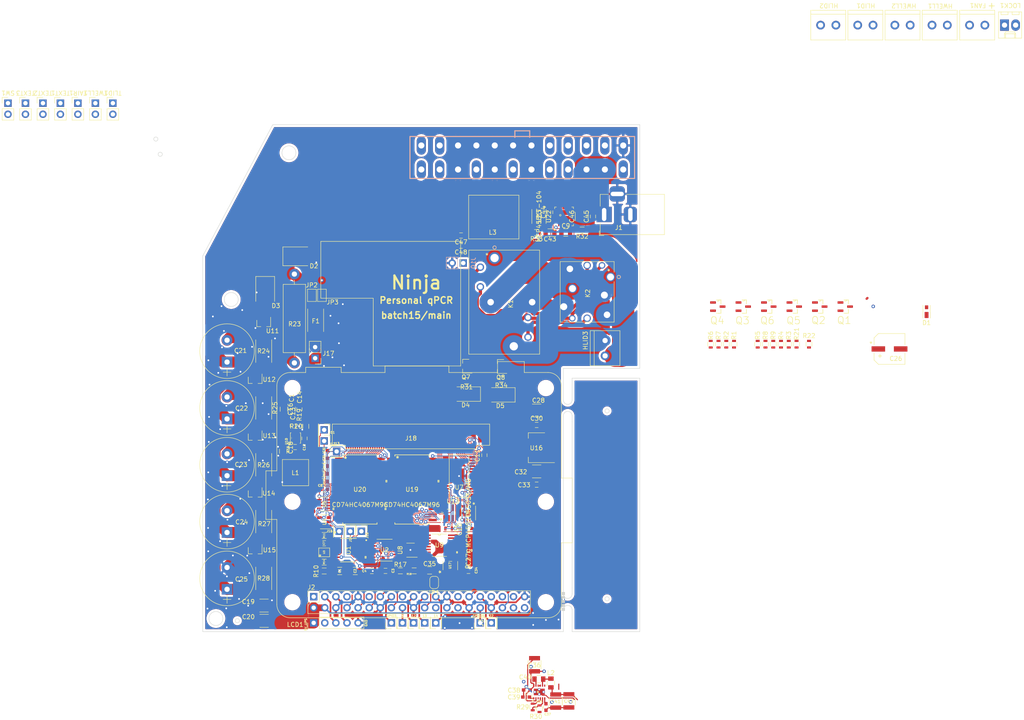
<source format=kicad_pcb>
(kicad_pcb (version 20171130) (host pcbnew "(5.1.6-0-10_14)")
  (layers (0 F.Cu signal) (31 B.Cu signal) (34 B.Paste user) (35 F.Paste user) (36 B.SilkS user) (37 F.SilkS user) (38 B.Mask user) (39 F.Mask user) (44 Edge.Cuts user))
  (net 0 "")
  (net 1 "Net-(C1-Pad1)")
  (net 2 GND)
  (net 3 "Net-(C2-Pad1)")
  (net 4 GNDA)
  (net 5 3V3D)
  (net 6 3V3A)
  (net 7 PD_MUX_OUT)
  (net 8 /Photo/GAIN_LARGE)
  (net 9 /Photo/GAIN_SMALL)
  (net 10 /Photo/AMP_OUT)
  (net 11 -1V)
  (net 12 5V_UPS)
  (net 13 /5V_UPS/SS)
  (net 14 12V_UPS)
  (net 15 "Net-(C22-Pad2)")
  (net 16 /5V_UPS/FB)
  (net 17 12V)
  (net 18 "Net-(D2-Pad1)")
  (net 19 "Net-(FAN1-Pad2)")
  (net 20 "Net-(HLID1-Pad2)")
  (net 21 "Net-(HLID2-Pad2)")
  (net 22 "Net-(HWELL1-Pad2)")
  (net 23 "Net-(HWELL2-Pad2)")
  (net 24 PD_TH2)
  (net 25 THERM_R_SWITCH)
  (net 26 MUX_SELECT)
  (net 27 /GPIO13)
  (net 28 /FAN)
  (net 29 MUX_S3)
  (net 30 /GPIO26)
  (net 31 /GPIO22)
  (net 32 /GPIO5)
  (net 33 DLOCK)
  (net 34 DOPEN)
  (net 35 /WELL_HEATER)
  (net 36 PD_TH1)
  (net 37 /GPIO12)
  (net 38 MUX_S2)
  (net 39 /LID_HEATER)
  (net 40 MUX_S1)
  (net 41 VIN_SENSE)
  (net 42 /GPIO14)
  (net 43 I2C_SCL)
  (net 44 MUX_S0)
  (net 45 /GPIO3)
  (net 46 I2C_SDA)
  (net 47 /Photo/PHOTO_OUT_P)
  (net 48 /Photo/PHOTO_OUT_N)
  (net 49 THERM_MUX_OUT)
  (net 50 N_LED_OUT8)
  (net 51 N_LED_OUT7)
  (net 52 N_LED_OUT6)
  (net 53 N_LED_OUT5)
  (net 54 N_LED_OUT4)
  (net 55 N_LED_OUT3)
  (net 56 N_LED_OUT2)
  (net 57 N_LED_OUT1)
  (net 58 S_LED_OUT1)
  (net 59 S_LED_OUT2)
  (net 60 S_LED_OUT3)
  (net 61 S_LED_OUT4)
  (net 62 S_LED_OUT5)
  (net 63 S_LED_OUT6)
  (net 64 S_LED_OUT7)
  (net 65 S_LED_OUT8)
  (net 66 "Net-(LOCK1-Pad1)")
  (net 67 "Net-(Q1-Pad1)")
  (net 68 "Net-(Q2-Pad1)")
  (net 69 "Net-(Q3-Pad1)")
  (net 70 "Net-(Q5-Pad1)")
  (net 71 "Net-(R11-Pad1)")
  (net 72 "Net-(R14-Pad1)")
  (net 73 /Photo/AMP_GAIN_SW)
  (net 74 "Net-(R16-Pad1)")
  (net 75 THERM_AIR)
  (net 76 THERM_EXT1)
  (net 77 THERM_EXT2)
  (net 78 THERM_EXT3)
  (net 79 THERM_LID)
  (net 80 THERM_WELL)
  (net 81 CLKIN)
  (net 82 /PhotoLED/LED_IREF)
  (net 83 "Net-(C13-Pad2)")
  (net 84 "Net-(C15-Pad2)")
  (net 85 "Net-(C15-Pad1)")
  (net 86 "Net-(C21-Pad1)")
  (net 87 "Net-(C21-Pad2)")
  (net 88 "Net-(C23-Pad2)")
  (net 89 "Net-(C24-Pad2)")
  (net 90 "Net-(C34-Pad1)")
  (net 91 "Net-(C37-Pad1)")
  (net 92 "Net-(C39-Pad1)")
  (net 93 "Net-(C40-Pad1)")
  (net 94 "Net-(C40-Pad2)")
  (net 95 /PhotoMUX/S_PD_OUT16)
  (net 96 /PhotoMUX/S_PD_OUT15)
  (net 97 /PhotoMUX/S_PD_OUT14)
  (net 98 /PhotoMUX/S_PD_OUT13)
  (net 99 /PhotoMUX/S_PD_OUT12)
  (net 100 /PhotoMUX/S_PD_OUT11)
  (net 101 /PhotoMUX/S_PD_OUT10)
  (net 102 /PhotoMUX/S_PD_OUT9)
  (net 103 /PhotoMUX/S_PD_OUT8)
  (net 104 /PhotoMUX/S_PD_OUT7)
  (net 105 /PhotoMUX/S_PD_OUT6)
  (net 106 /PhotoMUX/S_PD_OUT5)
  (net 107 /PhotoMUX/S_PD_OUT4)
  (net 108 /PhotoMUX/S_PD_OUT3)
  (net 109 /PhotoMUX/S_PD_OUT2)
  (net 110 /PhotoMUX/S_PD_OUT1)
  (net 111 /PhotoMUX/N_PD_OUT1)
  (net 112 /PhotoMUX/N_PD_OUT2)
  (net 113 /PhotoMUX/N_PD_OUT3)
  (net 114 /PhotoMUX/N_PD_OUT4)
  (net 115 /PhotoMUX/N_PD_OUT5)
  (net 116 /PhotoMUX/N_PD_OUT6)
  (net 117 /PhotoMUX/N_PD_OUT7)
  (net 118 /PhotoMUX/N_PD_OUT8)
  (net 119 /PhotoMUX/N_PD_OUT9)
  (net 120 /PhotoMUX/N_PD_OUT10)
  (net 121 /PhotoMUX/N_PD_OUT11)
  (net 122 /PhotoMUX/N_PD_OUT12)
  (net 123 /PhotoMUX/N_PD_OUT13)
  (net 124 /PhotoMUX/N_PD_OUT14)
  (net 125 /PhotoMUX/N_PD_OUT15)
  (net 126 /PhotoMUX/N_PD_OUT16)
  (net 127 "Net-(R17-Pad2)")
  (net 128 "Net-(R18-Pad2)")
  (net 129 "Net-(R29-Pad1)")
  (net 130 "Net-(R29-Pad2)")
  (net 131 /PhotoMUX/MUX_SELECT_INV)
  (net 132 PD_REF_PWM)
  (net 133 "Net-(C43-Pad1)")
  (net 134 "Net-(C44-Pad1)")
  (net 135 REG_LX)
  (net 136 REG_OUT)
  (net 137 /SheetPeltier/PEL1)
  (net 138 /SheetPeltier/PEL3)
  (net 139 /SheetPeltier/PEL_RED)
  (net 140 /SheetPeltier/PEL_BLK)
  (net 141 PEL_SWB)
  (net 142 PEL_SWA)
  (net 143 PEL_REG_EN)
  (net 144 "Net-(Q7-Pad1)")
  (net 145 "Net-(Q8-Pad1)")
  (net 146 "Net-(R32-Pad2)")
  (net 147 REG_FB)
  (module Ninja-qPCR:EX2-2U1S (layer F.Cu) (at 173.29 68.85 270)
    (fp_text reference K2 (at 3.75 5.2 90) (layer F.SilkS))
    (fp_text value EX2-2U1S hide)
    (fp_text user * (at -1.55 0.1 90) (layer F.SilkS))
    (pad 1 thru_hole circle (at 0 0 270) (size 2.1082 2.1082) (drill 1.6002) (layers *.Cu *.Mask) (net 140 /SheetPeltier/PEL_BLK))
    (pad 2 thru_hole circle (at -2.65 1.95 270) (size 1.4986 1.4986) (drill 0.9906) (layers *.Cu *.Mask) (net 17 12V))
    (pad 3 thru_hole circle (at -2.65 5.35 270) (size 1.7018 1.7018) (drill 1.1938) (layers *.Cu *.Mask) (net 137 /SheetPeltier/PEL1))
    (pad 4 thru_hole circle (at -1.85 9.3 270) (size 2.0066 2.0066) (drill 1.4986) (layers *.Cu *.Mask) (net 2 GND))
    (pad 5 thru_hole circle (at 2.65 8.7 270) (size 2.1082 2.1082) (drill 1.6002) (layers *.Cu *.Mask) (net 136 REG_OUT))
    (pad 6 thru_hole circle (at 6.8 10.7 270) (size 2.1082 2.1082) (drill 1.6002) (layers *.Cu *.Mask) (net 139 /SheetPeltier/PEL_RED))
    (pad 7 thru_hole circle (at 9.45 8.75 270) (size 1.4986 1.4986) (drill 0.9906) (layers *.Cu *.Mask) (net 17 12V))
    (pad 8 thru_hole circle (at 9.45 5.35 270) (size 1.7018 1.7018) (drill 1.1938) (layers *.Cu *.Mask) (net 138 /SheetPeltier/PEL3))
    (pad 9 thru_hole circle (at 8.65 0.8 270) (size 2.0066 2.0066) (drill 1.4986) (layers *.Cu *.Mask) (net 136 REG_OUT))
    (pad 10 thru_hole circle (at 4.15 1.4 270) (size 2.1082 2.1082) (drill 1.6002) (layers *.Cu *.Mask) (net 2 GND))
  )
  (module Ninja-qPCR:AOZ2264QI-19-Long (layer F.Cu) (at 162.66 55 90)
    (fp_text reference U22 (at 0 -3.5 90) (layer F.SilkS))
    (fp_text value AOZ2264QI-19)
    (fp_poly (pts (xy 1.34 1.72) (xy 0.39 1.72) (xy 0.39 -1.38) (xy 1.34 -1.38)) (layer F.Cu) (width 0))
    (fp_poly (pts (xy 0 1.72) (xy -1.34 1.72) (xy -1.34 -1.38) (xy 0 -1.38)) (layer F.Cu) (width 0))
    (fp_text user * (at -2.975 -1.85 90) (layer F.SilkS))
    (pad 23 smd rect (at -1.25 -1.92 90) (size 0.25 0.65) (layers F.Cu F.Paste F.Mask) (net 133 "Net-(C43-Pad1)"))
    (pad 22 smd rect (at -0.75 -1.92 90) (size 0.25 0.65) (layers F.Cu F.Paste F.Mask) (net 17 12V))
    (pad 21 smd rect (at -0.25 -1.92 90) (size 0.25 0.65) (layers F.Cu F.Paste F.Mask) (net 12 5V_UPS))
    (pad 20 smd rect (at 0.25 -1.92 90) (size 0.25 0.65) (layers F.Cu F.Paste F.Mask) (net 134 "Net-(C44-Pad1)"))
    (pad 19 smd rect (at 0.75 -1.92 90) (size 0.25 0.65) (layers F.Cu F.Paste F.Mask) (net 2 GND))
    (pad 18 smd rect (at 1.25 -1.92 90) (size 0.25 0.65) (layers F.Cu F.Paste F.Mask) (net 135 REG_LX))
    (pad 17 smd rect (at 1.92 -1.25 180) (size 0.25 0.65) (layers F.Cu F.Paste F.Mask) (net 135 REG_LX))
    (pad 16 smd rect (at 1.92 -0.75 180) (size 0.25 0.65) (layers F.Cu F.Paste F.Mask) (net 135 REG_LX))
    (pad 15 smd rect (at 1.92 -0.25 180) (size 0.25 0.65) (layers F.Cu F.Paste F.Mask) (net 2 GND))
    (pad 14 smd rect (at 1.92 0.25 180) (size 0.25 0.65) (layers F.Cu F.Paste F.Mask) (net 2 GND))
    (pad 13 smd rect (at 1.92 0.75 180) (size 0.25 0.65) (layers F.Cu F.Paste F.Mask) (net 2 GND))
    (pad 12 smd rect (at 1.92 1.25 180) (size 0.25 0.65) (layers F.Cu F.Paste F.Mask) (net 2 GND))
    (pad 11 smd rect (at 1.25 1.92 90) (size 0.25 0.65) (layers F.Cu F.Paste F.Mask) (net 135 REG_LX))
    (pad 10 smd rect (at 0.75 1.92 90) (size 0.25 0.65) (layers F.Cu F.Paste F.Mask) (net 135 REG_LX))
    (pad 9 smd rect (at -0.25 1.92 90) (size 0.25 0.65) (layers F.Cu F.Paste F.Mask) (net 17 12V))
    (pad 8 smd rect (at -0.75 1.92 90) (size 0.25 0.65) (layers F.Cu F.Paste F.Mask) (net 17 12V))
    (pad 7 smd rect (at -1.25 1.92 90) (size 0.25 0.65) (layers F.Cu F.Paste F.Mask) (net 17 12V))
    (pad 6 smd rect (at -1.92 1.25 180) (size 0.25 0.65) (layers F.Cu F.Paste F.Mask) (net 146 "Net-(R32-Pad2)"))
    (pad 5 smd rect (at -1.92 0.75 180) (size 0.25 0.65) (layers F.Cu F.Paste F.Mask) (net 147 REG_FB))
    (pad 4 smd rect (at -1.92 0.25 180) (size 0.25 0.65) (layers F.Cu F.Paste F.Mask) (net 2 GND))
    (pad 3 smd rect (at -1.92 -0.25 180) (size 0.25 0.65) (layers F.Cu F.Paste F.Mask) (net 12 5V_UPS))
    (pad 2 smd rect (at -1.92 -0.75 180) (size 0.25 0.65) (layers F.Cu F.Paste F.Mask) (net 143 PEL_REG_EN))
    (pad 1 smd rect (at -1.92 -1.25 180) (size 0.25 0.65) (layers F.Cu F.Paste F.Mask))
  )
  (module Ninja-qPCR:Raspberry_Pi_3A+_3B+_4B_Zero_FaceDown_HDMI-R (layer F.Cu) (at 105.37 142 90)
    (fp_text reference J2 (at 2.14 -0.53) (layer F.SilkS))
    (fp_text value Raspberry_Pi_3A_Plus_wpi)
    (pad "" np_thru_hole circle (at -1.27 53.13 180) (size 2.75 2.75) (drill 2.75) (layers *.Cu *.Mask))
    (pad "" np_thru_hole circle (at 47.73 -4.87 180) (size 2.75 2.75) (drill 2.75) (layers *.Cu *.Mask))
    (pad "" np_thru_hole circle (at 47.73 53.13 180) (size 2.75 2.75) (drill 2.75) (layers *.Cu *.Mask))
    (pad "" np_thru_hole circle (at -1.27 -4.87 180) (size 2.75 2.75) (drill 2.75) (layers *.Cu *.Mask))
    (pad 40 thru_hole oval (at -2.54 48.26 90) (size 1.7 1.7) (drill 1) (layers *.Cu *.Mask) (net 141 PEL_SWB))
    (pad 39 thru_hole oval (at 0 48.26 90) (size 1.7 1.7) (drill 1) (layers *.Cu *.Mask) (net 2 GND))
    (pad 26 thru_hole oval (at -2.54 30.48 90) (size 1.7 1.7) (drill 1) (layers *.Cu *.Mask) (net 25 THERM_R_SWITCH))
    (pad 25 thru_hole oval (at 0 30.48 90) (size 1.7 1.7) (drill 1) (layers *.Cu *.Mask) (net 2 GND))
    (pad 22 thru_hole oval (at -2.54 25.4 90) (size 1.7 1.7) (drill 1) (layers *.Cu *.Mask) (net 26 MUX_SELECT))
    (pad 21 thru_hole oval (at 0 25.4 90) (size 1.7 1.7) (drill 1) (layers *.Cu *.Mask) (net 27 /GPIO13))
    (pad 30 thru_hole oval (at -2.54 35.56 90) (size 1.7 1.7) (drill 1) (layers *.Cu *.Mask) (net 2 GND))
    (pad 29 thru_hole oval (at 0 35.56 90) (size 1.7 1.7) (drill 1) (layers *.Cu *.Mask) (net 28 /FAN))
    (pad 8 thru_hole oval (at -2.54 7.62 90) (size 1.7 1.7) (drill 1) (layers *.Cu *.Mask) (net 29 MUX_S3))
    (pad 7 thru_hole oval (at 0 7.62 90) (size 1.7 1.7) (drill 1) (layers *.Cu *.Mask))
    (pad 32 thru_hole oval (at -2.54 38.1 90) (size 1.7 1.7) (drill 1) (layers *.Cu *.Mask) (net 30 /GPIO26))
    (pad 31 thru_hole oval (at 0 38.1 90) (size 1.7 1.7) (drill 1) (layers *.Cu *.Mask) (net 31 /GPIO22))
    (pad 18 thru_hole oval (at -2.54 20.32 90) (size 1.7 1.7) (drill 1) (layers *.Cu *.Mask) (net 32 /GPIO5))
    (pad 17 thru_hole oval (at 0 20.32 90) (size 1.7 1.7) (drill 1) (layers *.Cu *.Mask))
    (pad 36 thru_hole oval (at -2.54 43.18 90) (size 1.7 1.7) (drill 1) (layers *.Cu *.Mask) (net 33 DLOCK))
    (pad 35 thru_hole oval (at 0 43.18 90) (size 1.7 1.7) (drill 1) (layers *.Cu *.Mask) (net 34 DOPEN))
    (pad 34 thru_hole oval (at -2.54 40.64 90) (size 1.7 1.7) (drill 1) (layers *.Cu *.Mask) (net 2 GND))
    (pad 33 thru_hole oval (at 0 40.64 90) (size 1.7 1.7) (drill 1) (layers *.Cu *.Mask) (net 35 /WELL_HEATER))
    (pad 38 thru_hole oval (at -2.54 45.72 90) (size 1.7 1.7) (drill 1) (layers *.Cu *.Mask) (net 142 PEL_SWA))
    (pad 37 thru_hole oval (at 0 45.72 90) (size 1.7 1.7) (drill 1) (layers *.Cu *.Mask) (net 143 PEL_REG_EN))
    (pad 20 thru_hole oval (at -2.54 22.86 90) (size 1.7 1.7) (drill 1) (layers *.Cu *.Mask) (net 2 GND))
    (pad 19 thru_hole oval (at 0 22.86 90) (size 1.7 1.7) (drill 1) (layers *.Cu *.Mask) (net 37 /GPIO12))
    (pad 10 thru_hole oval (at -2.54 10.16 90) (size 1.7 1.7) (drill 1) (layers *.Cu *.Mask) (net 38 MUX_S2))
    (pad 9 thru_hole oval (at 0 10.16 90) (size 1.7 1.7) (drill 1) (layers *.Cu *.Mask) (net 2 GND))
    (pad 14 thru_hole oval (at -2.54 15.24 90) (size 1.7 1.7) (drill 1) (layers *.Cu *.Mask) (net 2 GND))
    (pad 13 thru_hole oval (at 0 15.24 90) (size 1.7 1.7) (drill 1) (layers *.Cu *.Mask) (net 39 /LID_HEATER))
    (pad 28 thru_hole oval (at -2.54 33.02 90) (size 1.7 1.7) (drill 1) (layers *.Cu *.Mask))
    (pad 27 thru_hole oval (at 0 33.02 90) (size 1.7 1.7) (drill 1) (layers *.Cu *.Mask))
    (pad 12 thru_hole oval (at -2.54 12.7 90) (size 1.7 1.7) (drill 1) (layers *.Cu *.Mask) (net 40 MUX_S1))
    (pad 11 thru_hole oval (at 0 12.7 90) (size 1.7 1.7) (drill 1) (layers *.Cu *.Mask) (net 41 VIN_SENSE))
    (pad 24 thru_hole oval (at -2.54 27.94 90) (size 1.7 1.7) (drill 1) (layers *.Cu *.Mask))
    (pad 23 thru_hole oval (at 0 27.94 90) (size 1.7 1.7) (drill 1) (layers *.Cu *.Mask) (net 42 /GPIO14))
    (pad 1 thru_hole rect (at 0 0 90) (size 1.7 1.7) (drill 1) (layers *.Cu *.Mask))
    (pad 2 thru_hole oval (at -2.54 0 90) (size 1.7 1.7) (drill 1) (layers *.Cu *.Mask) (net 12 5V_UPS))
    (pad 5 thru_hole oval (at 0 5.08 90) (size 1.7 1.7) (drill 1) (layers *.Cu *.Mask) (net 43 I2C_SCL))
    (pad 4 thru_hole oval (at -2.54 2.54 90) (size 1.7 1.7) (drill 1) (layers *.Cu *.Mask) (net 12 5V_UPS))
    (pad 16 thru_hole oval (at -2.54 17.78 90) (size 1.7 1.7) (drill 1) (layers *.Cu *.Mask) (net 44 MUX_S0))
    (pad 15 thru_hole oval (at 0 17.78 90) (size 1.7 1.7) (drill 1) (layers *.Cu *.Mask) (net 45 /GPIO3))
    (pad 3 thru_hole oval (at 0 2.54 90) (size 1.7 1.7) (drill 1) (layers *.Cu *.Mask) (net 46 I2C_SDA))
    (pad 6 thru_hole oval (at -2.54 5.08 90) (size 1.7 1.7) (drill 1) (layers *.Cu *.Mask) (net 2 GND))
    (pad "" np_thru_hole circle (at 21.73 -4.87 180) (size 2.75 2.75) (drill 2.75) (layers *.Cu *.Mask))
    (pad "" np_thru_hole circle (at 21.73 53.13 180) (size 2.75 2.75) (drill 2.75) (layers *.Cu *.Mask))
  )
  (module Ninja-qPCR:MSS1P3L-M3&slash_89A (layer F.Cu) (at 245.61 76.8 90)
    (fp_text reference D1 (at -2.53 0 180) (layer F.SilkS))
    (fp_text value D_Schottky hide)
    (pad 1 smd rect (at -0.7493 0 90) (size 1.397 0.889) (layers F.Cu F.Paste F.Mask) (net 17 12V))
    (pad 2 smd rect (at 1.016 0 90) (size 0.8636 0.762) (layers F.Cu F.Paste F.Mask) (net 2 GND))
  )
  (module Ninja-qPCR:SOT95P240X112-3N (layer F.Cu) (at 227.003332 75.63)
    (fp_text reference Q1 (at -0.243332 3.14) (layer F.SilkS) (effects (font (size 1.640669 1.640669))))
    (fp_text value Q_NMOS_GSD)
    (pad 3 smd rect (at 1.0922 0) (size 1.3208 0.5588) (layers F.Cu F.Paste F.Mask) (net 66 "Net-(LOCK1-Pad1)"))
    (pad 2 smd rect (at -1.0922 0.9398) (size 1.3208 0.5588) (layers F.Cu F.Paste F.Mask) (net 2 GND))
    (pad 1 smd rect (at -1.0922 -0.9398) (size 1.3208 0.5588) (layers F.Cu F.Paste F.Mask) (net 67 "Net-(Q1-Pad1)"))
  )
  (module Ninja-qPCR:SOT95P240X112-3N (layer F.Cu) (at 221.169999 75.63)
    (fp_text reference Q2 (at -0.289999 3.14) (layer F.SilkS) (effects (font (size 1.640669 1.640669))))
    (fp_text value Q_NMOS_GSD)
    (pad 3 smd rect (at 1.0922 0) (size 1.3208 0.5588) (layers F.Cu F.Paste F.Mask) (net 19 "Net-(FAN1-Pad2)"))
    (pad 2 smd rect (at -1.0922 0.9398) (size 1.3208 0.5588) (layers F.Cu F.Paste F.Mask) (net 2 GND))
    (pad 1 smd rect (at -1.0922 -0.9398) (size 1.3208 0.5588) (layers F.Cu F.Paste F.Mask) (net 68 "Net-(Q2-Pad1)"))
  )
  (module Ninja-qPCR:SOT95P240X112-3N (layer F.Cu) (at 203.67 75.63)
    (fp_text reference Q3 (at -0.18 3.19) (layer F.SilkS) (effects (font (size 1.640669 1.640669))))
    (fp_text value Q_NMOS_GSD)
    (pad 1 smd rect (at -1.0922 -0.9398) (size 1.3208 0.5588) (layers F.Cu F.Paste F.Mask) (net 69 "Net-(Q3-Pad1)"))
    (pad 2 smd rect (at -1.0922 0.9398) (size 1.3208 0.5588) (layers F.Cu F.Paste F.Mask) (net 2 GND))
    (pad 3 smd rect (at 1.0922 0) (size 1.3208 0.5588) (layers F.Cu F.Paste F.Mask) (net 20 "Net-(HLID1-Pad2)"))
  )
  (module Ninja-qPCR:SOT95P240X112-3N (layer F.Cu) (at 197.836667 75.63)
    (fp_text reference Q4 (at -0.116667 3.19) (layer F.SilkS) (effects (font (size 1.640669 1.640669))))
    (fp_text value Q_NMOS_GSD)
    (pad 3 smd rect (at 1.0922 0) (size 1.3208 0.5588) (layers F.Cu F.Paste F.Mask) (net 21 "Net-(HLID2-Pad2)"))
    (pad 2 smd rect (at -1.0922 0.9398) (size 1.3208 0.5588) (layers F.Cu F.Paste F.Mask) (net 2 GND))
    (pad 1 smd rect (at -1.0922 -0.9398) (size 1.3208 0.5588) (layers F.Cu F.Paste F.Mask) (net 69 "Net-(Q3-Pad1)"))
  )
  (module Ninja-qPCR:SOT95P240X112-3N (layer F.Cu) (at 215.336666 75.63)
    (fp_text reference Q5 (at -0.156666 3.19) (layer F.SilkS) (effects (font (size 1.640669 1.640669))))
    (fp_text value Q_NMOS_GSD)
    (pad 1 smd rect (at -1.0922 -0.9398) (size 1.3208 0.5588) (layers F.Cu F.Paste F.Mask) (net 70 "Net-(Q5-Pad1)"))
    (pad 2 smd rect (at -1.0922 0.9398) (size 1.3208 0.5588) (layers F.Cu F.Paste F.Mask) (net 2 GND))
    (pad 3 smd rect (at 1.0922 0) (size 1.3208 0.5588) (layers F.Cu F.Paste F.Mask) (net 22 "Net-(HWELL1-Pad2)"))
  )
  (module Ninja-qPCR:SOT95P240X112-3N (layer F.Cu) (at 209.503333 75.63)
    (fp_text reference Q6 (at -0.313333 3.19) (layer F.SilkS) (effects (font (size 1.640669 1.640669))))
    (fp_text value Q_NMOS_GSD)
    (pad 1 smd rect (at -1.0922 -0.9398) (size 1.3208 0.5588) (layers F.Cu F.Paste F.Mask) (net 70 "Net-(Q5-Pad1)"))
    (pad 2 smd rect (at -1.0922 0.9398) (size 1.3208 0.5588) (layers F.Cu F.Paste F.Mask) (net 2 GND))
    (pad 3 smd rect (at 1.0922 0) (size 1.3208 0.5588) (layers F.Cu F.Paste F.Mask) (net 23 "Net-(HWELL2-Pad2)"))
  )
  (module Ninja-qPCR:TB_SeeedOPL_320110028 (layer F.Cu) (at 224.86 11.22 180)
    (fp_text reference HLID2 (at 1.61 4.45 180 unlocked) (layer F.SilkS))
    (fp_text value Screw_Terminal_01x02)
    (pad 1 thru_hole circle (at 0 0 180) (size 2 2) (drill 1.2) (layers *.Cu *.Mask) (net 17 12V))
    (pad 2 thru_hole circle (at 3.5 0 180) (size 2 2) (drill 1.2) (layers *.Cu *.Mask) (net 21 "Net-(HLID2-Pad2)"))
  )
  (module Ninja-qPCR:SN74LV4051APWR (layer F.Cu) (at 134.13 130.23)
    (fp_text reference U9 (at -0.01 -0.01) (layer F.SilkS))
    (fp_text value SN74LV4051APWR hide)
    (pad 16 smd rect (at 2.8194 -2.274999) (size 1.6764 0.3556) (layers F.Cu F.Paste F.Mask) (net 5 3V3D))
    (pad 15 smd rect (at 2.8194 -1.624998) (size 1.6764 0.3556) (layers F.Cu F.Paste F.Mask) (net 79 THERM_LID))
    (pad 14 smd rect (at 2.8194 -0.974999) (size 1.6764 0.3556) (layers F.Cu F.Paste F.Mask) (net 75 THERM_AIR))
    (pad 13 smd rect (at 2.8194 -0.324998) (size 1.6764 0.3556) (layers F.Cu F.Paste F.Mask) (net 80 THERM_WELL))
    (pad 12 smd rect (at 2.8194 0.325001) (size 1.6764 0.3556) (layers F.Cu F.Paste F.Mask) (net 76 THERM_EXT1))
    (pad 11 smd rect (at 2.8194 0.974999) (size 1.6764 0.3556) (layers F.Cu F.Paste F.Mask) (net 44 MUX_S0))
    (pad 10 smd rect (at 2.8194 1.625001) (size 1.6764 0.3556) (layers F.Cu F.Paste F.Mask) (net 40 MUX_S1))
    (pad 9 smd rect (at 2.8194 2.274999) (size 1.6764 0.3556) (layers F.Cu F.Paste F.Mask) (net 38 MUX_S2))
    (pad 8 smd rect (at -2.8194 2.274999) (size 1.6764 0.3556) (layers F.Cu F.Paste F.Mask) (net 2 GND))
    (pad 7 smd rect (at -2.8194 1.624998) (size 1.6764 0.3556) (layers F.Cu F.Paste F.Mask) (net 2 GND))
    (pad 6 smd rect (at -2.8194 0.974999) (size 1.6764 0.3556) (layers F.Cu F.Paste F.Mask) (net 2 GND))
    (pad 5 smd rect (at -2.8194 0.324998) (size 1.6764 0.3556) (layers F.Cu F.Paste F.Mask) (net 78 THERM_EXT3))
    (pad 4 smd rect (at -2.8194 -0.325001) (size 1.6764 0.3556) (layers F.Cu F.Paste F.Mask) (net 24 PD_TH2))
    (pad 3 smd rect (at -2.8194 -0.974999) (size 1.6764 0.3556) (layers F.Cu F.Paste F.Mask) (net 49 THERM_MUX_OUT))
    (pad 2 smd rect (at -2.8194 -1.625001) (size 1.6764 0.3556) (layers F.Cu F.Paste F.Mask) (net 36 PD_TH1))
    (pad 1 smd rect (at -2.8194 -2.274999) (size 1.6764 0.3556) (layers F.Cu F.Paste F.Mask) (net 77 THERM_EXT2))
  )
  (module Capacitors_SMD:C_0603 (layer F.Cu) (at 107.77 110.34)
    (fp_text reference C5 (at -0.04 0 270) (layer F.SilkS) (effects (font (size 0.508 0.508) (thickness 0.127))))
    (fp_text value 22pF)
    (pad 2 smd rect (at 0.75 0) (size 0.8 0.75) (layers F.Cu F.Paste F.Mask) (net 7 PD_MUX_OUT))
    (pad 1 smd rect (at -0.75 0) (size 0.8 0.75) (layers F.Cu F.Paste F.Mask) (net 8 /Photo/GAIN_LARGE))
  )
  (module Ninja-qPCR:PCA9955B (layer F.Cu) (at 138.633532 114.4 90)
    (fp_text reference U7 (at -2.59 0.01) (layer F.SilkS))
    (fp_text value PCA9955B hide)
    (pad 29 smd rect (at 0 0 90) (size 3.4 2.2) (layers F.Cu) (net 2 GND))
    (pad 14 smd rect (at 4.325 3.05 90) (size 0.6 1.35) (layers F.Cu F.Paste F.Mask) (net 61 S_LED_OUT4))
    (pad 15 smd rect (at 4.325 -3.05 90) (size 0.6 1.35) (layers F.Cu F.Paste F.Mask) (net 53 N_LED_OUT5))
    (pad 13 smd rect (at 3.575 3.05 90) (size 0.4 1.35) (layers F.Cu F.Paste F.Mask) (net 60 S_LED_OUT3))
    (pad 16 smd rect (at 3.575 -3.05 90) (size 0.4 1.35) (layers F.Cu F.Paste F.Mask) (net 52 N_LED_OUT6))
    (pad 12 smd rect (at 2.925 3.05 90) (size 0.4 1.35) (layers F.Cu F.Paste F.Mask) (net 59 S_LED_OUT2))
    (pad 17 smd rect (at 2.925 -3.05 90) (size 0.4 1.35) (layers F.Cu F.Paste F.Mask) (net 51 N_LED_OUT7))
    (pad 11 smd rect (at 2.275 3.05 90) (size 0.4 1.35) (layers F.Cu F.Paste F.Mask) (net 58 S_LED_OUT1))
    (pad 18 smd rect (at 2.275 -3.05 90) (size 0.4 1.35) (layers F.Cu F.Paste F.Mask) (net 50 N_LED_OUT8))
    (pad 10 smd rect (at 1.625 3.05 90) (size 0.4 1.35) (layers F.Cu F.Paste F.Mask) (net 2 GND))
    (pad 19 smd rect (at 1.625 -3.05 90) (size 0.4 1.35) (layers F.Cu F.Paste F.Mask) (net 2 GND))
    (pad 9 smd rect (at 0.975 3.05 90) (size 0.4 1.35) (layers F.Cu F.Paste F.Mask) (net 62 S_LED_OUT5))
    (pad 20 smd rect (at 0.975 -3.05 90) (size 0.4 1.35) (layers F.Cu F.Paste F.Mask) (net 54 N_LED_OUT4))
    (pad 8 smd rect (at 0.325 3.05 90) (size 0.4 1.35) (layers F.Cu F.Paste F.Mask) (net 63 S_LED_OUT6))
    (pad 21 smd rect (at 0.325 -3.05 90) (size 0.4 1.35) (layers F.Cu F.Paste F.Mask) (net 55 N_LED_OUT3))
    (pad 7 smd rect (at -0.325 3.05 90) (size 0.4 1.35) (layers F.Cu F.Paste F.Mask) (net 64 S_LED_OUT7))
    (pad 22 smd rect (at -0.325 -3.05 90) (size 0.4 1.35) (layers F.Cu F.Paste F.Mask) (net 56 N_LED_OUT2))
    (pad 6 smd rect (at -0.975 3.05 90) (size 0.4 1.35) (layers F.Cu F.Paste F.Mask) (net 65 S_LED_OUT8))
    (pad 23 smd rect (at -0.975 -3.05 90) (size 0.4 1.35) (layers F.Cu F.Paste F.Mask) (net 57 N_LED_OUT1))
    (pad 5 smd rect (at -1.625 3.05 90) (size 0.4 1.35) (layers F.Cu F.Paste F.Mask) (net 132 PD_REF_PWM))
    (pad 24 smd rect (at -1.625 -3.05 90) (size 0.4 1.35) (layers F.Cu F.Paste F.Mask) (net 2 GND))
    (pad 4 smd rect (at -2.275 3.05 90) (size 0.4 1.35) (layers F.Cu F.Paste F.Mask) (net 2 GND))
    (pad 25 smd rect (at -2.275 -3.05 90) (size 0.4 1.35) (layers F.Cu F.Paste F.Mask) (net 74 "Net-(R16-Pad1)"))
    (pad 3 smd rect (at -2.925 3.05 90) (size 0.4 1.35) (layers F.Cu F.Paste F.Mask) (net 2 GND))
    (pad 26 smd rect (at -2.925 -3.05 90) (size 0.4 1.35) (layers F.Cu F.Paste F.Mask) (net 43 I2C_SCL))
    (pad 2 smd rect (at -3.575 3.05 90) (size 0.4 1.35) (layers F.Cu F.Paste F.Mask) (net 5 3V3D))
    (pad 27 smd rect (at -3.575 -3.05 90) (size 0.4 1.35) (layers F.Cu F.Paste F.Mask) (net 46 I2C_SDA))
    (pad 1 smd rect (at -4.325 3.05 90) (size 0.6 1.35) (layers F.Cu F.Paste F.Mask) (net 82 /PhotoLED/LED_IREF))
    (pad 28 smd rect (at -4.325 -3.05 90) (size 0.6 1.35) (layers F.Cu F.Paste F.Mask) (net 5 3V3D))
  )
  (module Resistors_SMD:R_2512 (layer F.Cu) (at 93.936 85.82 270)
    (fp_text reference R24 (at -0.01 0.026 180) (layer F.SilkS))
    (fp_text value 1k2W)
    (pad 1 smd rect (at -3.1 0 270) (size 1 3.2) (layers F.Cu F.Paste F.Mask) (net 87 "Net-(C21-Pad2)"))
    (pad 2 smd rect (at 3.1 0 270) (size 1 3.2) (layers F.Cu F.Paste F.Mask) (net 86 "Net-(C21-Pad1)"))
  )
  (module TO_SOT_Packages_SMD:SOT-23 (layer F.Cu) (at 91.976 92.45 270)
    (fp_text reference U12 (at -0.14 -3.214 180) (layer F.SilkS))
    (fp_text value TL431DBZ)
    (pad 1 smd rect (at -1 -0.95 270) (size 0.9 0.8) (layers F.Cu F.Paste F.Mask) (net 87 "Net-(C21-Pad2)"))
    (pad 2 smd rect (at -1 0.95 270) (size 0.9 0.8) (layers F.Cu F.Paste F.Mask) (net 87 "Net-(C21-Pad2)"))
    (pad 3 smd rect (at 1 0 270) (size 0.9 0.8) (layers F.Cu F.Paste F.Mask) (net 15 "Net-(C22-Pad2)"))
  )
  (module Capacitors_SMD:C_0603 (layer F.Cu) (at 158.52 167.24 270)
    (fp_text reference C37 (at 1.68 -0.38 180) (layer F.SilkS) (effects (font (size 0.508 0.508) (thickness 0.127))))
    (fp_text value 1uF)
    (pad 1 smd rect (at -0.75 0 270) (size 0.8 0.75) (layers F.Cu F.Paste F.Mask) (net 91 "Net-(C37-Pad1)"))
    (pad 2 smd rect (at 0.75 0 270) (size 0.8 0.75) (layers F.Cu F.Paste F.Mask) (net 2 GND))
  )
  (module Capacitors_SMD:C_0603 (layer F.Cu) (at 154.15 163.35 180)
    (fp_text reference C38 (at 2.94 -0.09) (layer F.SilkS))
    (fp_text value 1uF)
    (pad 2 smd rect (at 0.75 0 180) (size 0.8 0.75) (layers F.Cu F.Paste F.Mask) (net 2 GND))
    (pad 1 smd rect (at -0.75 0 180) (size 0.8 0.75) (layers F.Cu F.Paste F.Mask) (net 5 3V3D))
  )
  (module Capacitors_SMD:C_1210 (layer F.Cu) (at 160.75 165.89 270)
    (fp_text reference C41 (at 0.08 -0.03 180) (layer F.SilkS) (effects (font (size 0.762 0.762))))
    (fp_text value 22uF)
    (pad 1 smd rect (at -1.5 0 270) (size 1 2.5) (layers F.Cu F.Paste F.Mask) (net 11 -1V))
    (pad 2 smd rect (at 1.5 0 270) (size 1 2.5) (layers F.Cu F.Paste F.Mask) (net 2 GND))
  )
  (module Capacitors_SMD:C_0805 (layer F.Cu) (at 156.89 160.87)
    (fp_text reference C40 (at -3.09 -0.45) (layer F.SilkS))
    (fp_text value 10uF)
    (pad 2 smd rect (at 1 0) (size 1 1.25) (layers F.Cu F.Paste F.Mask) (net 94 "Net-(C40-Pad2)"))
    (pad 1 smd rect (at -1 0) (size 1 1.25) (layers F.Cu F.Paste F.Mask) (net 93 "Net-(C40-Pad1)"))
  )
  (module Capacitors_SMD:C_0603 (layer F.Cu) (at 153.98 164.97 180)
    (fp_text reference C39 (at 2.79 -0.03) (layer F.SilkS))
    (fp_text value 1uF)
    (pad 1 smd rect (at -0.75 0 180) (size 0.8 0.75) (layers F.Cu F.Paste F.Mask) (net 92 "Net-(C39-Pad1)"))
    (pad 2 smd rect (at 0.75 0 180) (size 0.8 0.75) (layers F.Cu F.Paste F.Mask) (net 2 GND))
  )
  (module Capacitors_SMD:C_1210 (layer F.Cu) (at 163.76 165.85 270)
    (fp_text reference C42 (at 0.04 0.03 180) (layer F.SilkS) (effects (font (size 0.762 0.762))))
    (fp_text value 22uF)
    (pad 2 smd rect (at 1.5 0 270) (size 1 2.5) (layers F.Cu F.Paste F.Mask) (net 2 GND))
    (pad 1 smd rect (at -1.5 0 270) (size 1 2.5) (layers F.Cu F.Paste F.Mask) (net 11 -1V))
  )
  (module Capacitors_SMD:C_0805 (layer F.Cu) (at 159.65 161.76 270)
    (fp_text reference L2 (at -2.32 0.02 180) (layer F.SilkS))
    (fp_text value 2.2uH)
    (pad 1 smd rect (at -1 0 270) (size 1 1.25) (layers F.Cu F.Paste F.Mask) (net 94 "Net-(C40-Pad2)"))
    (pad 2 smd rect (at 1 0 270) (size 1 1.25) (layers F.Cu F.Paste F.Mask) (net 11 -1V))
  )
  (module Diodes_SMD:D_SMB (layer F.Cu) (at 101.87 64.13)
    (fp_text reference D2 (at 3.55 2.21) (layer F.SilkS))
    (fp_text value D)
    (pad 2 smd rect (at 2.15 0) (size 2.5 2.3) (layers F.Cu F.Paste F.Mask) (net 17 12V))
    (pad 1 smd rect (at -2.15 0) (size 2.5 2.3) (layers F.Cu F.Paste F.Mask) (net 18 "Net-(D2-Pad1)"))
  )
  (module Diodes_SMD:D_SMB (layer F.Cu) (at 94.27 72.29 270)
    (fp_text reference D3 (at 3.15 -2.45 180) (layer F.SilkS))
    (fp_text value D)
    (pad 1 smd rect (at -2.15 0 270) (size 2.5 2.3) (layers F.Cu F.Paste F.Mask) (net 18 "Net-(D2-Pad1)"))
    (pad 2 smd rect (at 2.15 0 270) (size 2.5 2.3) (layers F.Cu F.Paste F.Mask) (net 86 "Net-(C21-Pad1)"))
  )
  (module Ninja-qPCR:BD9D323QWZ-E2 (layer F.Cu) (at 101.21 105.7 90)
    (fp_text reference U10 (at -0.76 -2.08 270) (layer F.SilkS) (effects (font (size 0.508 0.508) (thickness 0.127))))
    (fp_text value BD9D323QWZ-E2 hide)
    (fp_text user * (at -1.44 -1.09 90) (layer F.SilkS))
    (pad 9 smd rect (at 0 0.648 90) (size 0.6782 0.7112) (layers F.Cu F.Paste F.Mask) (net 2 GND))
    (pad 8 smd rect (at 0.775 -0.599999 90) (size 0.4572 0.2) (layers F.Cu F.Paste F.Mask) (net 14 12V_UPS))
    (pad 7 smd rect (at 0.775 -0.2 90) (size 0.4572 0.2) (layers F.Cu F.Paste F.Mask) (net 83 "Net-(C13-Pad2)"))
    (pad 6 smd rect (at 0.775 0.2 90) (size 0.4572 0.2) (layers F.Cu F.Paste F.Mask) (net 16 /5V_UPS/FB))
    (pad 5 smd rect (at 0.775 0.599999 90) (size 0.4572 0.2) (layers F.Cu F.Paste F.Mask) (net 13 /5V_UPS/SS))
    (pad 4 smd rect (at -0.775 0.599999 90) (size 0.4572 0.2) (layers F.Cu F.Paste F.Mask) (net 2 GND))
    (pad 3 smd rect (at -0.775 0.2 90) (size 0.4572 0.2) (layers F.Cu F.Paste F.Mask) (net 85 "Net-(C15-Pad1)"))
    (pad 2 smd rect (at -0.775 -0.2 90) (size 0.4572 0.2) (layers F.Cu F.Paste F.Mask) (net 84 "Net-(C15-Pad2)"))
    (pad 1 smd rect (at -0.775 -0.599999 90) (size 0.4572 0.2) (layers F.Cu F.Paste F.Mask) (net 14 12V_UPS))
  )
  (module Ninja-qPCR:TPS63710DRRR (layer F.Cu) (at 156.98 163.81 90)
    (fp_text reference U21 (at -2.19 0.07 180) (layer F.SilkS) (effects (font (size 0.508 0.508) (thickness 0.127))))
    (fp_text value TPS63710DRRR hide)
    (fp_text user * (at 0 0 90) (layer F.SilkS))
    (pad 1 smd rect (at -1.45 -1.25 90) (size 0.499999 0.249999) (layers F.Cu F.Paste F.Mask) (net 92 "Net-(C39-Pad1)"))
    (pad 2 smd rect (at -1.45 -0.750001 90) (size 0.499999 0.249999) (layers F.Cu F.Paste F.Mask) (net 5 3V3D))
    (pad 3 smd rect (at -1.45 -0.25 90) (size 0.499999 0.249999) (layers F.Cu F.Paste F.Mask))
    (pad 4 smd rect (at -1.45 0.25 90) (size 0.499999 0.249999) (layers F.Cu F.Paste F.Mask) (net 129 "Net-(R29-Pad1)"))
    (pad 5 smd rect (at -1.45 0.750001 90) (size 0.499999 0.249999) (layers F.Cu F.Paste F.Mask) (net 130 "Net-(R29-Pad2)"))
    (pad 6 smd rect (at -1.45 1.25 90) (size 0.499999 0.249999) (layers F.Cu F.Paste F.Mask) (net 91 "Net-(C37-Pad1)"))
    (pad 7 smd rect (at 1.45 1.25 90) (size 0.499999 0.249999) (layers F.Cu F.Paste F.Mask) (net 11 -1V))
    (pad 8 smd rect (at 1.45 0.750001 90) (size 0.499999 0.249999) (layers F.Cu F.Paste F.Mask) (net 94 "Net-(C40-Pad2)"))
    (pad 9 smd rect (at 1.45 0.25 90) (size 0.499999 0.249999) (layers F.Cu F.Paste F.Mask) (net 2 GND))
    (pad 10 smd rect (at 1.45 -0.25 90) (size 0.499999 0.249999) (layers F.Cu F.Paste F.Mask) (net 2 GND))
    (pad 11 smd rect (at 1.45 -0.750001 90) (size 0.499999 0.249999) (layers F.Cu F.Paste F.Mask) (net 93 "Net-(C40-Pad1)"))
    (pad 12 smd rect (at 1.45 -1.25 90) (size 0.499999 0.249999) (layers F.Cu F.Paste F.Mask) (net 5 3V3D))
    (pad 13 smd rect (at 0 0 90) (size 1.5 2.5) (layers F.Cu F.Paste F.Mask) (net 2 GND))
    (pad V thru_hole circle (at 0 -1.000001 90) (size 0.6 0.6) (drill 0.4) (layers *.Cu *.Mask))
    (pad V thru_hole circle (at 0.6 0 90) (size 0.6 0.6) (drill 0.4) (layers *.Cu *.Mask))
    (pad V thru_hole circle (at 0 1.000001 90) (size 0.6 0.6) (drill 0.4) (layers *.Cu *.Mask))
    (pad V thru_hole circle (at -0.499999 0 90) (size 0.6 0.6) (drill 0.4) (layers *.Cu *.Mask))
  )
  (module Capacitors_SMD:C_0603 (layer F.Cu) (at 101.11 107.77 180)
    (fp_text reference C15 (at 1.58 -0.48 90) (layer F.SilkS) (effects (font (size 0.508 0.508) (thickness 0.127))))
    (fp_text value 0.1uF)
    (pad 2 smd rect (at 0.75 0 180) (size 0.8 0.75) (layers F.Cu F.Paste F.Mask) (net 84 "Net-(C15-Pad2)"))
    (pad 1 smd rect (at -0.75 0 180) (size 0.8 0.75) (layers F.Cu F.Paste F.Mask) (net 85 "Net-(C15-Pad1)"))
  )
  (module Capacitors_SMD:C_0805 (layer F.Cu) (at 98.39 108.72 270)
    (fp_text reference C18 (at -0.82 -1.68 90) (layer F.SilkS))
    (fp_text value DNP)
    (pad 2 smd rect (at 1 0 270) (size 1 1.25) (layers F.Cu F.Paste F.Mask) (net 12 5V_UPS))
    (pad 1 smd rect (at -1 0 270) (size 1 1.25) (layers F.Cu F.Paste F.Mask) (net 16 /5V_UPS/FB))
  )
  (module Capacitors_SMD:C_1210 (layer F.Cu) (at 94.01 144.04)
    (fp_text reference C19 (at -3.6 -0.87) (layer F.SilkS))
    (fp_text value 22uF)
    (pad 2 smd rect (at 1.5 0) (size 1 2.5) (layers F.Cu F.Paste F.Mask) (net 12 5V_UPS))
    (pad 1 smd rect (at -1.5 0) (size 1 2.5) (layers F.Cu F.Paste F.Mask) (net 2 GND))
  )
  (module Capacitors_SMD:C_0603 (layer F.Cu) (at 103.26 105.79 90)
    (fp_text reference C12 (at -2.03 -0.03 270) (layer F.SilkS) (effects (font (size 0.508 0.508) (thickness 0.127))))
    (fp_text value 1000pF)
    (pad 1 smd rect (at -0.75 0 90) (size 0.8 0.75) (layers F.Cu F.Paste F.Mask) (net 2 GND))
    (pad 2 smd rect (at 0.75 0 90) (size 0.8 0.75) (layers F.Cu F.Paste F.Mask) (net 13 /5V_UPS/SS))
  )
  (module Pin_Headers:Pin_Header_Straight_1x05_Pitch2.54mm (layer F.Cu) (at 105.37 148 90)
    (fp_text reference LCD1 (at -0.39 -4.24 180) (layer F.SilkS))
    (fp_text value RPI_LCD_TOUCH_7INCH)
    (pad 1 thru_hole rect (at 0 0 90) (size 1.7 1.7) (drill 1) (layers *.Cu *.Mask) (net 12 5V_UPS))
    (pad 2 thru_hole oval (at 0 2.54 90) (size 1.7 1.7) (drill 1) (layers *.Cu *.Mask))
    (pad 3 thru_hole oval (at 0 5.08 90) (size 1.7 1.7) (drill 1) (layers *.Cu *.Mask) (net 46 I2C_SDA))
    (pad 4 thru_hole oval (at 0 7.62 90) (size 1.7 1.7) (drill 1) (layers *.Cu *.Mask) (net 43 I2C_SCL))
    (pad 5 thru_hole oval (at 0 10.16 90) (size 1.7 1.7) (drill 1) (layers *.Cu *.Mask) (net 2 GND))
  )
  (module TO_SOT_Packages_SMD:SOT-23 (layer F.Cu) (at 91.976 105.45 270)
    (fp_text reference U13 (at -0.26 -3.214 180) (layer F.SilkS))
    (fp_text value TL431DBZ)
    (pad 3 smd rect (at 1 0 270) (size 0.9 0.8) (layers F.Cu F.Paste F.Mask) (net 88 "Net-(C23-Pad2)"))
    (pad 2 smd rect (at -1 0.95 270) (size 0.9 0.8) (layers F.Cu F.Paste F.Mask) (net 15 "Net-(C22-Pad2)"))
    (pad 1 smd rect (at -1 -0.95 270) (size 0.9 0.8) (layers F.Cu F.Paste F.Mask) (net 15 "Net-(C22-Pad2)"))
  )
  (module TO_SOT_Packages_SMD:SOT-23 (layer F.Cu) (at 93.936 79.45 270)
    (fp_text reference U11 (at 1.74 -2.014 180) (layer F.SilkS))
    (fp_text value TL431DBZ)
    (pad 3 smd rect (at 1 0 270) (size 0.9 0.8) (layers F.Cu F.Paste F.Mask) (net 87 "Net-(C21-Pad2)"))
    (pad 2 smd rect (at -1 0.95 270) (size 0.9 0.8) (layers F.Cu F.Paste F.Mask) (net 86 "Net-(C21-Pad1)"))
    (pad 1 smd rect (at -1 -0.95 270) (size 0.9 0.8) (layers F.Cu F.Paste F.Mask) (net 86 "Net-(C21-Pad1)"))
  )
  (module TO_SOT_Packages_SMD:SOT-23 (layer F.Cu) (at 91.976 131.45 270)
    (fp_text reference U15 (at -0.12 -3.274 180) (layer F.SilkS))
    (fp_text value TL431DBZ)
    (pad 3 smd rect (at 1 0 270) (size 0.9 0.8) (layers F.Cu F.Paste F.Mask) (net 2 GND))
    (pad 2 smd rect (at -1 0.95 270) (size 0.9 0.8) (layers F.Cu F.Paste F.Mask) (net 89 "Net-(C24-Pad2)"))
    (pad 1 smd rect (at -1 -0.95 270) (size 0.9 0.8) (layers F.Cu F.Paste F.Mask) (net 89 "Net-(C24-Pad2)"))
  )
  (module TO_SOT_Packages_SMD:SOT-23 (layer F.Cu) (at 91.976 118.45 270)
    (fp_text reference U14 (at -0.1 -3.124 180) (layer F.SilkS))
    (fp_text value TL431DBZ)
    (pad 1 smd rect (at -1 -0.95 270) (size 0.9 0.8) (layers F.Cu F.Paste F.Mask) (net 88 "Net-(C23-Pad2)"))
    (pad 2 smd rect (at -1 0.95 270) (size 0.9 0.8) (layers F.Cu F.Paste F.Mask) (net 88 "Net-(C23-Pad2)"))
    (pad 3 smd rect (at 1 0 270) (size 0.9 0.8) (layers F.Cu F.Paste F.Mask) (net 89 "Net-(C24-Pad2)"))
  )
  (module Capacitors_SMD:C_1210 (layer F.Cu) (at 155.91 157.58 90)
    (fp_text reference C36 (at -0.12 -0.01 180) (layer F.SilkS))
    (fp_text value 22uF)
    (pad 2 smd rect (at 1.5 0 90) (size 1 2.5) (layers F.Cu F.Paste F.Mask) (net 2 GND))
    (pad 1 smd rect (at -1.5 0 90) (size 1 2.5) (layers F.Cu F.Paste F.Mask) (net 5 3V3D))
  )
  (module Resistors_SMD:R_2512 (layer F.Cu) (at 93.936 98.82 270)
    (fp_text reference R25 (at 0 -2.6 90) (layer F.SilkS))
    (fp_text value 1k2W)
    (pad 2 smd rect (at 3.1 0 270) (size 1 3.2) (layers F.Cu F.Paste F.Mask) (net 87 "Net-(C21-Pad2)"))
    (pad 1 smd rect (at -3.1 0 270) (size 1 3.2) (layers F.Cu F.Paste F.Mask) (net 15 "Net-(C22-Pad2)"))
  )
  (module Resistors_SMD:R_0603 (layer F.Cu) (at 102.02 103.03 270)
    (fp_text reference R19 (at -2.62 -0.06 90) (layer F.SilkS))
    (fp_text value 56k)
    (pad 2 smd rect (at 0.75 0 270) (size 0.5 0.9) (layers F.Cu F.Paste F.Mask) (net 16 /5V_UPS/FB))
    (pad 1 smd rect (at -0.75 0 270) (size 0.5 0.9) (layers F.Cu F.Paste F.Mask) (net 12 5V_UPS))
  )
  (module Resistors_SMD:R_0603 (layer F.Cu) (at 103.57 103.02 90)
    (fp_text reference R20 (at -0.01 -2.25 180) (layer F.SilkS))
    (fp_text value 10k)
    (pad 2 smd rect (at 0.75 0 90) (size 0.5 0.9) (layers F.Cu F.Paste F.Mask) (net 2 GND))
    (pad 1 smd rect (at -0.75 0 90) (size 0.5 0.9) (layers F.Cu F.Paste F.Mask) (net 16 /5V_UPS/FB))
  )
  (module Resistors_SMD:R_0603 (layer F.Cu) (at 155.49 167.24 270)
    (fp_text reference R29 (at 0.03 2.29 180) (layer F.SilkS))
    (fp_text value 39k)
    (pad 1 smd rect (at -0.75 0 270) (size 0.5 0.9) (layers F.Cu F.Paste F.Mask) (net 129 "Net-(R29-Pad1)"))
    (pad 2 smd rect (at 0.75 0 270) (size 0.5 0.9) (layers F.Cu F.Paste F.Mask) (net 130 "Net-(R29-Pad2)"))
  )
  (module Resistors_SMD:R_2512 (layer F.Cu) (at 93.936 137.82 270)
    (fp_text reference R28 (at -0.01 0.026 180) (layer F.SilkS))
    (fp_text value 1k2W)
    (pad 1 smd rect (at -3.1 0 270) (size 1 3.2) (layers F.Cu F.Paste F.Mask) (net 2 GND))
    (pad 2 smd rect (at 3.1 0 270) (size 1 3.2) (layers F.Cu F.Paste F.Mask) (net 89 "Net-(C24-Pad2)"))
  )
  (module Resistors_SMD:R_2512 (layer F.Cu) (at 93.936 124.82 270)
    (fp_text reference R27 (at 0.53 -0.104 180) (layer F.SilkS))
    (fp_text value 1k2W)
    (pad 2 smd rect (at 3.1 0 270) (size 1 3.2) (layers F.Cu F.Paste F.Mask) (net 88 "Net-(C23-Pad2)"))
    (pad 1 smd rect (at -3.1 0 270) (size 1 3.2) (layers F.Cu F.Paste F.Mask) (net 89 "Net-(C24-Pad2)"))
  )
  (module Resistors_SMD:R_2512 (layer F.Cu) (at 93.936 111.82 270)
    (fp_text reference R26 (at 0.05 0.016 180) (layer F.SilkS))
    (fp_text value 1k2W)
    (pad 1 smd rect (at -3.1 0 270) (size 1 3.2) (layers F.Cu F.Paste F.Mask) (net 88 "Net-(C23-Pad2)"))
    (pad 2 smd rect (at 3.1 0 270) (size 1 3.2) (layers F.Cu F.Paste F.Mask) (net 15 "Net-(C22-Pad2)"))
  )
  (module Resistors_SMD:R_0603 (layer F.Cu) (at 157.05 167.64 270)
    (fp_text reference R30 (at 1.8 0.83 180) (layer F.SilkS))
    (fp_text value 150k)
    (pad 2 smd rect (at 0.75 0 270) (size 0.5 0.9) (layers F.Cu F.Paste F.Mask) (net 2 GND))
    (pad 1 smd rect (at -0.75 0 270) (size 0.5 0.9) (layers F.Cu F.Paste F.Mask) (net 130 "Net-(R29-Pad2)"))
  )
  (module Resistors_ThroughHole:R_Axial_DIN0516_L15.5mm_D5.0mm_P20.32mm_Horizontal (layer F.Cu) (at 100.95 88.51 90)
    (fp_text reference R23 (at 8.89 0.06 180) (layer F.SilkS))
    (fp_text value "8.2Ω 3W")
    (pad 1 thru_hole circle (at 0 0 90) (size 2.4 2.4) (drill 1.2) (layers *.Cu *.Mask) (net 86 "Net-(C21-Pad1)"))
    (pad 2 thru_hole oval (at 20.32 0 90) (size 2.4 2.4) (drill 1.2) (layers *.Cu *.Mask) (net 18 "Net-(D2-Pad1)"))
  )
  (module Resistors_SMD:R_2512 (layer F.Cu) (at 105.82 78.76 270)
    (fp_text reference F1 (at 0.18 -0.01 180) (layer F.SilkS))
    (fp_text value Fuse)
    (pad 2 smd rect (at 3.1 0 270) (size 1 3.2) (layers F.Cu F.Paste F.Mask) (net 18 "Net-(D2-Pad1)"))
    (pad 1 smd rect (at -3.1 0 270) (size 1 3.2) (layers F.Cu F.Paste F.Mask) (net 14 12V_UPS))
  )
  (module Jumper:SolderJumper-2_P1.3mm_Open_TrianglePad1.0x1.5mm (layer F.Cu) (at 104.96 73.05 270)
    (fp_text reference JP2 (at -2.33 0.03) (layer F.SilkS))
    (fp_text value Jumper)
    (pad 1 smd custom (at -0.725 0 270) (size 0.3 0.3) (layers F.Cu F.Mask) (net 18 "Net-(D2-Pad1)") (options (clearance outline) (anchor rect)) (primitives (gr_poly (pts (xy -0.5 -0.75) (xy 0.5 -0.75) (xy 1 0) (xy 0.5 0.75) (xy -0.5 0.75)) (width 0))))
    (pad 2 smd custom (at 0.725 0 270) (size 0.3 0.3) (layers F.Cu F.Mask) (net 14 12V_UPS) (options (clearance outline) (anchor rect)) (primitives (gr_poly (pts (xy -0.65 -0.75) (xy 0.5 -0.75) (xy 0.5 0.75) (xy -0.65 0.75) (xy -0.15 0)) (width 0))))
  )
  (module Jumper:SolderJumper-2_P1.3mm_Open_TrianglePad1.0x1.5mm (layer F.Cu) (at 107.25 73.05 270)
    (fp_text reference JP3 (at 1.57 -2.45 180) (layer F.SilkS))
    (fp_text value Jumper)
    (pad 2 smd custom (at 0.725 0 270) (size 0.3 0.3) (layers F.Cu F.Mask) (net 14 12V_UPS) (options (clearance outline) (anchor rect)) (primitives (gr_poly (pts (xy -0.65 -0.75) (xy 0.5 -0.75) (xy 0.5 0.75) (xy -0.65 0.75) (xy -0.15 0)) (width 0))))
    (pad 1 smd custom (at -0.725 0 270) (size 0.3 0.3) (layers F.Cu F.Mask) (net 17 12V) (options (clearance outline) (anchor rect)) (primitives (gr_poly (pts (xy -0.5 -0.75) (xy 0.5 -0.75) (xy 1 0) (xy 0.5 0.75) (xy -0.5 0.75)) (width 0))))
  )
  (module Pin_Headers:Pin_Header_Straight_1x01_Pitch2.54mm (layer F.Cu) (at 111.23 127.04 270)
    (fp_text reference J16 (at -0.03 2.25) (layer F.SilkS) (effects (font (size 0.508 0.508) (thickness 0.127))))
    (fp_text value Conn_01x01_Male)
    (pad 1 thru_hole rect (at 0 0.024 270) (size 1.7 1.7) (drill 1) (layers *.Cu *.Mask) (net 10 /Photo/AMP_OUT))
  )
  (module Pin_Headers:Pin_Header_Straight_1x02_Pitch2.54mm (layer F.Cu) (at 105.7 87.44 180)
    (fp_text reference J17 (at -3.05 1.09) (layer F.SilkS))
    (fp_text value Conn_01x02_Male)
    (pad 1 thru_hole rect (at 0 0 180) (size 1.7 1.7) (drill 1) (layers *.Cu *.Mask) (net 14 12V_UPS))
    (pad 2 thru_hole oval (at 0 2.54 180) (size 1.7 1.7) (drill 1) (layers *.Cu *.Mask) (net 2 GND))
  )
  (module Resistors_SMD:R_0603 (layer F.Cu) (at 107.77 136.128 180)
    (fp_text reference R10 (at 1.85 -0.07 270) (layer F.SilkS))
    (fp_text value 10k)
    (pad 2 smd rect (at 0.75 0 180) (size 0.5 0.9) (layers F.Cu F.Paste F.Mask) (net 5 3V3D))
    (pad 1 smd rect (at -0.75 0 180) (size 0.5 0.9) (layers F.Cu F.Paste F.Mask) (net 1 "Net-(C1-Pad1)"))
  )
  (module Capacitors_SMD:C_0805 (layer F.Cu) (at 114.882 136.128)
    (fp_text reference C2 (at -0.03 0 90) (layer F.SilkS) (effects (font (size 0.508 0.508) (thickness 0.127))))
    (fp_text value 4.7uF)
    (pad 2 smd rect (at 1 0) (size 1 1.25) (layers F.Cu F.Paste F.Mask) (net 4 GNDA))
    (pad 1 smd rect (at -1 0) (size 1 1.25) (layers F.Cu F.Paste F.Mask) (net 3 "Net-(C2-Pad1)"))
  )
  (module Pin_Headers:Pin_Header_Straight_1x02_Pitch2.54mm (layer F.Cu) (at 35.4155 29.08)
    (fp_text reference SW1 (at 0 -2.33 180 unlocked) (layer F.SilkS))
    (fp_text value SW_Reed)
    (pad 2 thru_hole oval (at 0 2.54) (size 1.7 1.7) (drill 1) (layers *.Cu *.Mask) (net 2 GND))
    (pad 1 thru_hole rect (at 0 0) (size 1.7 1.7) (drill 1) (layers *.Cu *.Mask) (net 34 DOPEN))
  )
  (module Pin_Headers:Pin_Header_Straight_1x02_Pitch2.54mm (layer F.Cu) (at 51.4155 29.08)
    (fp_text reference TAIR1 (at 0 -2.33 180 unlocked) (layer F.SilkS))
    (fp_text value Conn_01x02_Male)
    (pad 1 thru_hole rect (at 0 0) (size 1.7 1.7) (drill 1) (layers *.Cu *.Mask) (net 75 THERM_AIR))
    (pad 2 thru_hole oval (at 0 2.54) (size 1.7 1.7) (drill 1) (layers *.Cu *.Mask) (net 4 GNDA))
  )
  (module Pin_Headers:Pin_Header_Straight_1x02_Pitch2.54mm (layer F.Cu) (at 47.4155 29.08)
    (fp_text reference TEXT1 (at 0 -2.33 180 unlocked) (layer F.SilkS))
    (fp_text value Conn_01x02_Male)
    (pad 1 thru_hole rect (at 0 0) (size 1.7 1.7) (drill 1) (layers *.Cu *.Mask) (net 76 THERM_EXT1))
    (pad 2 thru_hole oval (at 0 2.54) (size 1.7 1.7) (drill 1) (layers *.Cu *.Mask) (net 4 GNDA))
  )
  (module Pin_Headers:Pin_Header_Straight_1x02_Pitch2.54mm (layer F.Cu) (at 43.4155 29.08)
    (fp_text reference TEXT2 (at 0 -2.33 180 unlocked) (layer F.SilkS))
    (fp_text value Conn_01x02_Male)
    (pad 2 thru_hole oval (at 0 2.54) (size 1.7 1.7) (drill 1) (layers *.Cu *.Mask) (net 4 GNDA))
    (pad 1 thru_hole rect (at 0 0) (size 1.7 1.7) (drill 1) (layers *.Cu *.Mask) (net 77 THERM_EXT2))
  )
  (module Pin_Headers:Pin_Header_Straight_1x02_Pitch2.54mm (layer F.Cu) (at 39.4155 29.08)
    (fp_text reference TEXT3 (at 0 -2.33 180 unlocked) (layer F.SilkS))
    (fp_text value Conn_01x02_Male)
    (pad 2 thru_hole oval (at 0 2.54) (size 1.7 1.7) (drill 1) (layers *.Cu *.Mask) (net 4 GNDA))
    (pad 1 thru_hole rect (at 0 0) (size 1.7 1.7) (drill 1) (layers *.Cu *.Mask) (net 78 THERM_EXT3))
  )
  (module Ninja-qPCR:CP_Radial_D12.5mm_P5.00mm (layer F.Cu) (at 85.546 88.32 90)
    (fp_text reference C21 (at 2.61 3.084 180) (layer F.SilkS))
    (fp_text value 10F2.7V hide)
    (pad 1 thru_hole rect (at 0 0 90) (size 2.4 2.4) (drill 1.2) (layers *.Cu *.Mask) (net 86 "Net-(C21-Pad1)"))
    (pad 2 thru_hole circle (at 5 0 90) (size 2.4 2.4) (drill 1.2) (layers *.Cu *.Mask) (net 87 "Net-(C21-Pad2)"))
  )
  (module Ninja-qPCR:CP_Radial_D12.5mm_P5.00mm (layer F.Cu) (at 85.546 101.32 90)
    (fp_text reference C22 (at 2.42 3.324 180) (layer F.SilkS))
    (fp_text value 10F2.7V hide)
    (pad 2 thru_hole circle (at 5 0 90) (size 2.4 2.4) (drill 1.2) (layers *.Cu *.Mask) (net 15 "Net-(C22-Pad2)"))
    (pad 1 thru_hole rect (at 0 0 90) (size 2.4 2.4) (drill 1.2) (layers *.Cu *.Mask) (net 87 "Net-(C21-Pad2)"))
  )
  (module Ninja-qPCR:CP_Radial_D12.5mm_P5.00mm (layer F.Cu) (at 85.546 114.32 90)
    (fp_text reference C23 (at 2.54 3.224 180) (layer F.SilkS))
    (fp_text value 10F2.7V hide)
    (pad 1 thru_hole rect (at 0 0 90) (size 2.4 2.4) (drill 1.2) (layers *.Cu *.Mask) (net 15 "Net-(C22-Pad2)"))
    (pad 2 thru_hole circle (at 5 0 90) (size 2.4 2.4) (drill 1.2) (layers *.Cu *.Mask) (net 88 "Net-(C23-Pad2)"))
  )
  (module Ninja-qPCR:CP_Radial_D12.5mm_P5.00mm (layer F.Cu) (at 85.546 127.32 90)
    (fp_text reference C24 (at 2.4 3.354 180) (layer F.SilkS))
    (fp_text value 10F2.7V hide)
    (pad 1 thru_hole rect (at 0 0 90) (size 2.4 2.4) (drill 1.2) (layers *.Cu *.Mask) (net 88 "Net-(C23-Pad2)"))
    (pad 2 thru_hole circle (at 5 0 90) (size 2.4 2.4) (drill 1.2) (layers *.Cu *.Mask) (net 89 "Net-(C24-Pad2)"))
  )
  (module Ninja-qPCR:CP_Radial_D12.5mm_P5.00mm (layer F.Cu) (at 85.546 140.32 90)
    (fp_text reference C25 (at 2.31 3.294 180) (layer F.SilkS))
    (fp_text value 10F2.7V hide)
    (pad 2 thru_hole circle (at 5 0 90) (size 2.4 2.4) (drill 1.2) (layers *.Cu *.Mask) (net 2 GND))
    (pad 1 thru_hole rect (at 0 0 90) (size 2.4 2.4) (drill 1.2) (layers *.Cu *.Mask) (net 89 "Net-(C24-Pad2)"))
  )
  (module Ninja-qPCR:VLS6045EX-3R3N (layer F.Cu) (at 101.21 113.62 90)
    (fp_text reference L1 (at -0.04 -0.03 180) (layer F.SilkS))
    (fp_text value 3.3uH hide)
    (pad 2 smd rect (at 2.1 0 90) (size 2.1 5.1) (layers F.Cu F.Paste F.Mask) (net 85 "Net-(C15-Pad1)"))
    (pad 1 smd rect (at -2.1 0 90) (size 1.9 5.1) (layers F.Cu F.Paste F.Mask) (net 12 5V_UPS))
  )
  (module Capacitors_SMD:C_0805 (layer F.Cu) (at 111.326 136.128 180)
    (fp_text reference C1 (at -0.01 0.04 270) (layer F.SilkS) (effects (font (size 0.508 0.508) (thickness 0.127))))
    (fp_text value 4.7uF)
    (pad 1 smd rect (at -1 0 180) (size 1 1.25) (layers F.Cu F.Paste F.Mask) (net 1 "Net-(C1-Pad1)"))
    (pad 2 smd rect (at 1 0 180) (size 1 1.25) (layers F.Cu F.Paste F.Mask) (net 2 GND))
  )
  (module Capacitors_SMD:C_0603 (layer F.Cu) (at 102.108 99.1 270)
    (fp_text reference C14 (at -2.752 -0.046 90) (layer F.SilkS))
    (fp_text value 0.1uF)
    (pad 2 smd rect (at 0.75 0 270) (size 0.8 0.75) (layers F.Cu F.Paste F.Mask) (net 14 12V_UPS))
    (pad 1 smd rect (at -0.75 0 270) (size 0.8 0.75) (layers F.Cu F.Paste F.Mask) (net 2 GND))
  )
  (module Capacitors_SMD:C_0805 (layer F.Cu) (at 100.33 99.1 270)
    (fp_text reference C17 (at -3.052 0.014 90) (layer F.SilkS))
    (fp_text value 10uF)
    (pad 1 smd rect (at -1 0 270) (size 1 1.25) (layers F.Cu F.Paste F.Mask) (net 2 GND))
    (pad 2 smd rect (at 1 0 270) (size 1 1.25) (layers F.Cu F.Paste F.Mask) (net 14 12V_UPS))
  )
  (module Capacitors_SMD:C_0603 (layer F.Cu) (at 100.57 102.88 270)
    (fp_text reference C13 (at -2.75 -0.04 90) (layer F.SilkS))
    (fp_text value 1uF)
    (pad 1 smd rect (at -0.75 0 270) (size 0.8 0.75) (layers F.Cu F.Paste F.Mask) (net 2 GND))
    (pad 2 smd rect (at 0.75 0 270) (size 0.8 0.75) (layers F.Cu F.Paste F.Mask) (net 83 "Net-(C13-Pad2)"))
  )
  (module Capacitors_SMD:C_1210 (layer F.Cu) (at 94.03 147.53)
    (fp_text reference C20 (at -3.6 -0.9) (layer F.SilkS))
    (fp_text value 22uF)
    (pad 1 smd rect (at -1.5 0) (size 1 2.5) (layers F.Cu F.Paste F.Mask) (net 2 GND))
    (pad 2 smd rect (at 1.5 0) (size 1 2.5) (layers F.Cu F.Paste F.Mask) (net 12 5V_UPS))
  )
  (module Capacitors_SMD:C_0805 (layer F.Cu) (at 98.552 99.1 270)
    (fp_text reference C16 (at 0 -1.5 90) (layer F.SilkS))
    (fp_text value 10uF)
    (pad 1 smd rect (at -1 0 270) (size 1 1.25) (layers F.Cu F.Paste F.Mask) (net 2 GND))
    (pad 2 smd rect (at 1 0 270) (size 1 1.25) (layers F.Cu F.Paste F.Mask) (net 14 12V_UPS))
  )
  (module Ninja-qPCR:ADS122C04IPWR (layer F.Cu) (at 121.59 131.36)
    (fp_text reference U2 (at -0.02 -0.03) (layer F.SilkS))
    (fp_text value ADS122C04IPWR)
    (pad 16 smd rect (at 2.87 -2.275) (size 1.57 0.41) (layers F.Cu F.Paste F.Mask) (net 43 I2C_SCL))
    (pad 15 smd rect (at 2.87 -1.625) (size 1.57 0.41) (layers F.Cu F.Paste F.Mask) (net 46 I2C_SDA))
    (pad 14 smd rect (at 2.87 -0.975) (size 1.57 0.41) (layers F.Cu F.Paste F.Mask))
    (pad 13 smd rect (at 2.87 -0.325) (size 1.57 0.41) (layers F.Cu F.Paste F.Mask) (net 5 3V3D))
    (pad 12 smd rect (at 2.87 0.325) (size 1.57 0.41) (layers F.Cu F.Paste F.Mask) (net 6 3V3A))
    (pad 11 smd rect (at 2.87 0.975) (size 1.57 0.41) (layers F.Cu F.Paste F.Mask) (net 4 GNDA))
    (pad 10 smd rect (at 2.87 1.625) (size 1.57 0.41) (layers F.Cu F.Paste F.Mask) (net 49 THERM_MUX_OUT))
    (pad 9 smd rect (at 2.87 2.275) (size 1.57 0.41) (layers F.Cu F.Paste F.Mask) (net 6 3V3A))
    (pad 8 smd rect (at -2.87 2.275) (size 1.57 0.41) (layers F.Cu F.Paste F.Mask) (net 4 GNDA))
    (pad 7 smd rect (at -2.87 1.625) (size 1.57 0.41) (layers F.Cu F.Paste F.Mask) (net 48 /Photo/PHOTO_OUT_N))
    (pad 6 smd rect (at -2.87 0.975) (size 1.57 0.41) (layers F.Cu F.Paste F.Mask) (net 47 /Photo/PHOTO_OUT_P))
    (pad 5 smd rect (at -2.87 0.325) (size 1.57 0.41) (layers F.Cu F.Paste F.Mask) (net 4 GNDA))
    (pad 4 smd rect (at -2.87 -0.325) (size 1.57 0.41) (layers F.Cu F.Paste F.Mask) (net 2 GND))
    (pad 3 smd rect (at -2.87 -0.975) (size 1.57 0.41) (layers F.Cu F.Paste F.Mask) (net 5 3V3D))
    (pad 2 smd rect (at -2.87 -1.625) (size 1.57 0.41) (layers F.Cu F.Paste F.Mask) (net 2 GND))
    (pad 1 smd rect (at -2.87 -2.275) (size 1.57 0.41) (layers F.Cu F.Paste F.Mask) (net 2 GND))
  )
  (module Ninja-qPCR:ADA2200ARUZ (layer F.Cu) (at 113.31 131.36)
    (fp_text reference U1 (at 0 0 -90) (layer F.SilkS))
    (fp_text value ADA2200ARUZ hide)
    (fp_text user * (at -3.0734 -3.773601) (layer F.SilkS))
    (fp_text user * (at -3.0734 -3.773601) (layer F.SilkS))
    (pad 16 smd rect (at 2.8194 -2.274999) (size 1.4732 0.3556) (layers F.Cu F.Paste F.Mask))
    (pad 15 smd rect (at 2.8194 -1.624998) (size 1.4732 0.3556) (layers F.Cu F.Paste F.Mask))
    (pad 14 smd rect (at 2.8194 -0.974999) (size 1.4732 0.3556) (layers F.Cu F.Paste F.Mask))
    (pad 13 smd rect (at 2.8194 -0.324998) (size 1.4732 0.3556) (layers F.Cu F.Paste F.Mask) (net 132 PD_REF_PWM))
    (pad 12 smd rect (at 2.8194 0.325001) (size 1.4732 0.3556) (layers F.Cu F.Paste F.Mask) (net 5 3V3D))
    (pad 11 smd rect (at 2.8194 0.974999) (size 1.4732 0.3556) (layers F.Cu F.Paste F.Mask) (net 47 /Photo/PHOTO_OUT_P))
    (pad 10 smd rect (at 2.8194 1.625001) (size 1.4732 0.3556) (layers F.Cu F.Paste F.Mask) (net 48 /Photo/PHOTO_OUT_N))
    (pad 9 smd rect (at 2.8194 2.274999) (size 1.4732 0.3556) (layers F.Cu F.Paste F.Mask) (net 1 "Net-(C1-Pad1)"))
    (pad 8 smd rect (at -2.8194 2.274999) (size 1.4732 0.3556) (layers F.Cu F.Paste F.Mask) (net 3 "Net-(C2-Pad1)"))
    (pad 7 smd rect (at -2.8194 1.624998) (size 1.4732 0.3556) (layers F.Cu F.Paste F.Mask) (net 4 GNDA))
    (pad 6 smd rect (at -2.8194 0.974999) (size 1.4732 0.3556) (layers F.Cu F.Paste F.Mask) (net 10 /Photo/AMP_OUT))
    (pad 5 smd rect (at -2.8194 0.324998) (size 1.4732 0.3556) (layers F.Cu F.Paste F.Mask) (net 2 GND))
    (pad 4 smd rect (at -2.8194 -0.325001) (size 1.4732 0.3556) (layers F.Cu F.Paste F.Mask) (net 71 "Net-(R11-Pad1)"))
    (pad 3 smd rect (at -2.8194 -0.974999) (size 1.4732 0.3556) (layers F.Cu F.Paste F.Mask))
    (pad 2 smd rect (at -2.8194 -1.625001) (size 1.4732 0.3556) (layers F.Cu F.Paste F.Mask))
    (pad 1 smd rect (at -2.8194 -2.274999) (size 1.4732 0.3556) (layers F.Cu F.Paste F.Mask) (net 81 CLKIN))
  )
  (module Resistors_SMD:R_0603 (layer F.Cu) (at 107.77 134.096 180)
    (fp_text reference R14 (at 0.02 0.04 270) (layer F.SilkS) (effects (font (size 0.381 0.381) (thickness 0.09525))))
    (fp_text value 10k)
    (pad 2 smd rect (at 0.75 0 180) (size 0.5 0.9) (layers F.Cu F.Paste F.Mask) (net 5 3V3D))
    (pad 1 smd rect (at -0.75 0 180) (size 0.5 0.9) (layers F.Cu F.Paste F.Mask) (net 72 "Net-(R14-Pad1)"))
  )
  (module Capacitors_SMD:C_0603 (layer F.Cu) (at 107.77 129.778)
    (fp_text reference C7 (at -0.06 -0.02 270) (layer F.SilkS) (effects (font (size 0.381 0.381) (thickness 0.09525))))
    (fp_text value 0.1uF)
    (pad 1 smd rect (at -0.75 0) (size 0.8 0.75) (layers F.Cu F.Paste F.Mask) (net 5 3V3D))
    (pad 2 smd rect (at 0.75 0) (size 0.8 0.75) (layers F.Cu F.Paste F.Mask) (net 2 GND))
  )
  (module Ninja-qPCR:ASDK-32.768KHZ-LRT (layer F.Cu) (at 107.77 131.87)
    (fp_text reference U3 (at -0.02 -0.04 90) (layer F.SilkS) (effects (font (size 0.381 0.381) (thickness 0.09525))))
    (fp_text value COM1305-0.032768-EXT-T-TR)
    (fp_text user * (at -0.95 1.03) (layer F.SilkS))
    (pad 1 smd rect (at -0.8125 0.6125) (size 1 0.9) (layers F.Cu F.Paste F.Mask) (net 72 "Net-(R14-Pad1)"))
    (pad 2 smd rect (at 0.8125 0.6125) (size 1 0.9) (layers F.Cu F.Paste F.Mask) (net 2 GND))
    (pad 3 smd rect (at 0.8125 -0.6125) (size 1 0.9) (layers F.Cu F.Paste F.Mask) (net 81 CLKIN))
    (pad 4 smd rect (at -0.8125 -0.6125) (size 1 0.9) (layers F.Cu F.Paste F.Mask) (net 5 3V3D))
  )
  (module Ninja-qPCR:TB_SeeedOPL_320110028 (layer F.Cu) (at 258.95 11.22 180)
    (fp_text reference FAN1 (at 1.6 4.49 180 unlocked) (layer F.SilkS))
    (fp_text value Screw_Terminal_01x02)
    (pad 2 thru_hole circle (at 3.5 0 180) (size 2 2) (drill 1.2) (layers *.Cu *.Mask) (net 19 "Net-(FAN1-Pad2)"))
    (pad 1 thru_hole circle (at 0 0 180) (size 2 2) (drill 1.2) (layers *.Cu *.Mask) (net 17 12V))
  )
  (module Ninja-qPCR:TB_SeeedOPL_320110028 (layer F.Cu) (at 233.36 11.22 180)
    (fp_text reference HLID1 (at 1.66 4.43 180 unlocked) (layer F.SilkS))
    (fp_text value Screw_Terminal_01x02)
    (pad 1 thru_hole circle (at 0 0 180) (size 2 2) (drill 1.2) (layers *.Cu *.Mask) (net 17 12V))
    (pad 2 thru_hole circle (at 3.5 0 180) (size 2 2) (drill 1.2) (layers *.Cu *.Mask) (net 20 "Net-(HLID1-Pad2)"))
  )
  (module Ninja-qPCR:TB_SeeedOPL_320110028 (layer F.Cu) (at 250.36 11.22 180)
    (fp_text reference HWELL1 (at 1.62 4.37 180 unlocked) (layer F.SilkS))
    (fp_text value Screw_Terminal_01x02)
    (pad 2 thru_hole circle (at 3.5 0 180) (size 2 2) (drill 1.2) (layers *.Cu *.Mask) (net 22 "Net-(HWELL1-Pad2)"))
    (pad 1 thru_hole circle (at 0 0 180) (size 2 2) (drill 1.2) (layers *.Cu *.Mask) (net 17 12V))
  )
  (module Ninja-qPCR:TB_SeeedOPL_320110028 (layer F.Cu) (at 241.86 11.22 180)
    (fp_text reference HWELL2 (at 1.44 4.41 180 unlocked) (layer F.SilkS))
    (fp_text value Screw_Terminal_01x02)
    (pad 1 thru_hole circle (at 0 0 180) (size 2 2) (drill 1.2) (layers *.Cu *.Mask) (net 17 12V))
    (pad 2 thru_hole circle (at 3.5 0 180) (size 2 2) (drill 1.2) (layers *.Cu *.Mask) (net 23 "Net-(HWELL2-Pad2)"))
  )
  (module Connector_BarrelJack:BarrelJack_Horizontal (layer F.Cu) (at 171.829 54.5512 180)
    (fp_text reference J1 (at -3.361 -3.01) (layer F.SilkS))
    (fp_text value Barrel_Jack_Switch)
    (pad 3 thru_hole roundrect (at -3 4.7 180) (size 3.5 3.5) (drill oval 3 1) (layers *.Cu *.Mask) (net 2 GND))
    (pad 2 thru_hole roundrect (at -6 0 180) (size 3 3.5) (drill oval 1 3) (layers *.Cu *.Mask) (net 2 GND))
    (pad 1 thru_hole rect (at 0 0 180) (size 3.5 3.5) (drill oval 1 3) (layers *.Cu *.Mask) (net 17 12V))
  )
  (module Pin_Headers:Pin_Header_Straight_1x01_Pitch2.54mm (layer F.Cu) (at 123.15 148 90)
    (fp_text reference J3 hide)
    (fp_text value Conn_01x01_Male)
    (pad 1 thru_hole rect (at 0 0 90) (size 1.7 1.7) (drill 1) (layers *.Cu *.Mask) (net 45 /GPIO3))
  )
  (module Pin_Headers:Pin_Header_Straight_1x01_Pitch2.54mm (layer F.Cu) (at 125.69 148 90)
    (fp_text reference J4 hide)
    (fp_text value Conn_01x01_Male)
    (pad 1 thru_hole rect (at 0 0 90) (size 1.7 1.7) (drill 1) (layers *.Cu *.Mask) (net 32 /GPIO5))
  )
  (module Pin_Headers:Pin_Header_Straight_1x01_Pitch2.54mm (layer F.Cu) (at 128.23 148 90)
    (fp_text reference J5 hide)
    (fp_text value Conn_01x01_Male)
    (pad 1 thru_hole rect (at 0 0 90) (size 1.7 1.7) (drill 1) (layers *.Cu *.Mask) (net 37 /GPIO12))
  )
  (module Pin_Headers:Pin_Header_Straight_1x01_Pitch2.54mm (layer F.Cu) (at 130.77 148 90)
    (fp_text reference J6 hide)
    (fp_text value Conn_01x01_Male)
    (pad 1 thru_hole rect (at 0 0 90) (size 1.7 1.7) (drill 1) (layers *.Cu *.Mask) (net 27 /GPIO13))
  )
  (module Pin_Headers:Pin_Header_Straight_1x01_Pitch2.54mm (layer F.Cu) (at 133.31 148 90)
    (fp_text reference J7 hide)
    (fp_text value Conn_01x01_Male)
    (pad 1 thru_hole rect (at 0 0 90) (size 1.7 1.7) (drill 1) (layers *.Cu *.Mask) (net 42 /GPIO14))
  )
  (module Pin_Headers:Pin_Header_Straight_1x01_Pitch2.54mm (layer F.Cu) (at 146.01 148 90)
    (fp_text reference J8 (at 0 -2.33 90) (layer F.SilkS))
    (fp_text value Conn_01x01_Male)
    (pad 1 thru_hole rect (at 0 0 90) (size 1.7 1.7) (drill 1) (layers *.Cu *.Mask) (net 31 /GPIO22))
  )
  (module Pin_Headers:Pin_Header_Straight_1x01_Pitch2.54mm (layer F.Cu) (at 143.47 148 90)
    (fp_text reference J9 hide)
    (fp_text value Conn_01x01_Male)
    (pad 1 thru_hole rect (at 0 0 90) (size 1.7 1.7) (drill 1) (layers *.Cu *.Mask) (net 30 /GPIO26))
  )
  (module Jumper:SolderJumper-2_P1.3mm_Bridged_RoundedPad1.0x1.5mm (layer F.Cu) (at 132.94 138.76 90)
    (fp_text reference JP1 (at -2.33 -0.12 180) (layer F.SilkS))
    (fp_text value SolderJumper_2_Bridged)
    (fp_poly (pts (xy 0.25 -0.3) (xy -0.25 -0.3) (xy -0.25 0.3) (xy 0.25 0.3)) (layer F.Cu) (width 0))
    (pad 2 smd custom (at 0.65 0 90) (size 1 0.5) (layers F.Cu F.Mask) (net 4 GNDA) (options (clearance outline) (anchor rect)) (primitives (gr_circle (center 0 0.25) (end 0.5 0.25) (width 0)) (gr_circle (center 0 -0.25) (end 0.5 -0.25) (width 0)) (gr_poly (pts (xy 0 -0.75) (xy -0.5 -0.75) (xy -0.5 0.75) (xy 0 0.75)) (width 0))))
    (pad 1 smd custom (at -0.65 0 90) (size 1 0.5) (layers F.Cu F.Mask) (net 2 GND) (options (clearance outline) (anchor rect)) (primitives (gr_circle (center 0 0.25) (end 0.5 0.25) (width 0)) (gr_circle (center 0 -0.25) (end 0.5 -0.25) (width 0)) (gr_poly (pts (xy 0 -0.75) (xy 0.5 -0.75) (xy 0.5 0.75) (xy 0 0.75)) (width 0))))
  )
  (module Connectors_Molex:Molex_KK-6410-02_02x2.54mm_Straight (layer F.Cu) (at 263.45 11.22)
    (fp_text reference LOCK1 (at 1.33 -4.51 180 unlocked) (layer F.SilkS))
    (fp_text value Conn_01x02_Male)
    (pad 2 thru_hole oval (at 2.54 0) (size 2 2.6) (drill 1.2) (layers *.Cu *.Mask) (net 17 12V))
    (pad 1 thru_hole rect (at 0 0) (size 2 2.6) (drill 1.2) (layers *.Cu *.Mask) (net 66 "Net-(LOCK1-Pad1)"))
  )
  (module Pin_Headers:Pin_Header_Straight_1x02_Pitch2.54mm (layer F.Cu) (at 59.4155 29.08)
    (fp_text reference TLID1 (at 0 -2.33 180 unlocked) (layer F.SilkS))
    (fp_text value Conn_01x02_Male)
    (pad 1 thru_hole rect (at 0 0) (size 1.7 1.7) (drill 1) (layers *.Cu *.Mask) (net 79 THERM_LID))
    (pad 2 thru_hole oval (at 0 2.54) (size 1.7 1.7) (drill 1) (layers *.Cu *.Mask) (net 4 GNDA))
  )
  (module Pin_Headers:Pin_Header_Straight_1x02_Pitch2.54mm (layer F.Cu) (at 55.4155 29.08)
    (fp_text reference TWELL1 (at 0 -2.33 180 unlocked) (layer F.SilkS))
    (fp_text value Conn_01x02_Male)
    (pad 1 thru_hole rect (at 0 0) (size 1.7 1.7) (drill 1) (layers *.Cu *.Mask) (net 80 THERM_WELL))
    (pad 2 thru_hole oval (at 0 2.54) (size 1.7 1.7) (drill 1) (layers *.Cu *.Mask) (net 4 GNDA))
  )
  (module TO_SOT_Packages_SMD:SOT-23-5 (layer F.Cu) (at 107.77 124.87 180)
    (fp_text reference U4 (at -0.08 -0.01 270) (layer F.SilkS) (effects (font (size 0.762 0.762))))
    (fp_text value LMP7717MF_NOPB)
    (pad 5 smd rect (at 1.1 -0.95 180) (size 1.06 0.65) (layers F.Cu F.Paste F.Mask) (net 5 3V3D))
    (pad 4 smd rect (at 1.1 0.95 180) (size 1.06 0.65) (layers F.Cu F.Paste F.Mask) (net 7 PD_MUX_OUT))
    (pad 3 smd rect (at -1.1 0.95 180) (size 1.06 0.65) (layers F.Cu F.Paste F.Mask) (net 4 GNDA))
    (pad 2 smd rect (at -1.1 0 180) (size 1.06 0.65) (layers F.Cu F.Paste F.Mask) (net 11 -1V))
    (pad 1 smd rect (at -1.1 -0.95 180) (size 1.06 0.65) (layers F.Cu F.Paste F.Mask) (net 10 /Photo/AMP_OUT))
  )
  (module TO_SOT_Packages_SMD:SOT-23-8 (layer F.Cu) (at 107.77 120.82)
    (fp_text reference U5 (at 0.03 -0.01 90) (layer F.SilkS) (effects (font (size 0.762 0.762))))
    (fp_text value TS12A12511DCNR)
    (pad 1 smd rect (at -1.1 -0.98) (size 1.06 0.4) (layers F.Cu F.Paste F.Mask) (net 10 /Photo/AMP_OUT))
    (pad 2 smd rect (at -1.1 -0.33) (size 1.06 0.4) (layers F.Cu F.Paste F.Mask) (net 8 /Photo/GAIN_LARGE))
    (pad 3 smd rect (at -1.1 0.33) (size 1.06 0.4) (layers F.Cu F.Paste F.Mask) (net 11 -1V))
    (pad 4 smd rect (at -1.1 0.98) (size 1.06 0.4) (layers F.Cu F.Paste F.Mask) (net 5 3V3D))
    (pad 5 smd rect (at 1.1 0.98) (size 1.06 0.4) (layers F.Cu F.Paste F.Mask))
    (pad 6 smd rect (at 1.1 0.33) (size 1.06 0.4) (layers F.Cu F.Paste F.Mask) (net 73 /Photo/AMP_GAIN_SW))
    (pad 7 smd rect (at 1.1 -0.33) (size 1.06 0.4) (layers F.Cu F.Paste F.Mask) (net 11 -1V))
    (pad 8 smd rect (at 1.1 -0.98) (size 1.06 0.4) (layers F.Cu F.Paste F.Mask) (net 9 /Photo/GAIN_SMALL))
  )
  (module TO_SOT_Packages_SMD:SOT-23-8 (layer F.Cu) (at 127.53 131.36 180)
    (fp_text reference U8 (at 2.37 0 270) (layer F.SilkS))
    (fp_text value TS12A12511DCNR)
    (pad 8 smd rect (at 1.1 -0.98 180) (size 1.06 0.4) (layers F.Cu F.Paste F.Mask) (net 127 "Net-(R17-Pad2)"))
    (pad 7 smd rect (at 1.1 -0.33 180) (size 1.06 0.4) (layers F.Cu F.Paste F.Mask) (net 2 GND))
    (pad 6 smd rect (at 1.1 0.33 180) (size 1.06 0.4) (layers F.Cu F.Paste F.Mask) (net 25 THERM_R_SWITCH))
    (pad 5 smd rect (at 1.1 0.98 180) (size 1.06 0.4) (layers F.Cu F.Paste F.Mask))
    (pad 4 smd rect (at -1.1 0.98 180) (size 1.06 0.4) (layers F.Cu F.Paste F.Mask) (net 5 3V3D))
    (pad 3 smd rect (at -1.1 0.33 180) (size 1.06 0.4) (layers F.Cu F.Paste F.Mask) (net 2 GND))
    (pad 2 smd rect (at -1.1 -0.33 180) (size 1.06 0.4) (layers F.Cu F.Paste F.Mask) (net 128 "Net-(R18-Pad2)"))
    (pad 1 smd rect (at -1.1 -0.98 180) (size 1.06 0.4) (layers F.Cu F.Paste F.Mask) (net 49 THERM_MUX_OUT))
  )
  (module TO_SOT_Packages_SMD:SOT-223 (layer F.Cu) (at 156.39 107.92 180)
    (fp_text reference U16 (at 0.07 -0.06) (layer F.SilkS))
    (fp_text value CJT1117-3.3)
    (pad 1 smd rect (at -3.15 -2.3 180) (size 2 1.5) (layers F.Cu F.Paste F.Mask) (net 2 GND))
    (pad 3 smd rect (at -3.15 2.3 180) (size 2 1.5) (layers F.Cu F.Paste F.Mask) (net 17 12V))
    (pad 2 smd rect (at -3.15 0 180) (size 2 1.5) (layers F.Cu F.Paste F.Mask) (net 5 3V3D))
    (pad 4 smd rect (at 3.15 0 180) (size 2 3.8) (layers F.Cu F.Paste F.Mask))
  )
  (module Ninja-qPCR:FFC_60_Ali_HUISHUNFA (layer F.Cu) (at 142.38 107.54 180)
    (fp_text reference J18 (at 14.75 1.775) (layer F.SilkS))
    (fp_text value Conn_01x60_Male)
    (pad G2 smd rect (at 31.3 2.325 180) (size 2.4 3) (layers F.Cu F.Paste F.Mask))
    (pad G1 smd rect (at -1.8 2.325 180) (size 2.4 3) (layers F.Cu F.Paste F.Mask))
    (pad 60 smd rect (at 29.5 0 180) (size 0.3 1.25) (layers F.Cu F.Paste F.Mask) (net 4 GNDA))
    (pad 59 smd rect (at 29 0 180) (size 0.3 1.25) (layers F.Cu F.Paste F.Mask) (net 4 GNDA))
    (pad 58 smd rect (at 28.5 0 180) (size 0.3 1.25) (layers F.Cu F.Paste F.Mask) (net 126 /PhotoMUX/N_PD_OUT16))
    (pad 57 smd rect (at 28 0 180) (size 0.3 1.25) (layers F.Cu F.Paste F.Mask) (net 125 /PhotoMUX/N_PD_OUT15))
    (pad 56 smd rect (at 27.5 0 180) (size 0.3 1.25) (layers F.Cu F.Paste F.Mask) (net 124 /PhotoMUX/N_PD_OUT14))
    (pad 55 smd rect (at 27 0 180) (size 0.3 1.25) (layers F.Cu F.Paste F.Mask) (net 123 /PhotoMUX/N_PD_OUT13))
    (pad 54 smd rect (at 26.5 0 180) (size 0.3 1.25) (layers F.Cu F.Paste F.Mask) (net 122 /PhotoMUX/N_PD_OUT12))
    (pad 53 smd rect (at 26 0 180) (size 0.3 1.25) (layers F.Cu F.Paste F.Mask) (net 121 /PhotoMUX/N_PD_OUT11))
    (pad 52 smd rect (at 25.5 0 180) (size 0.3 1.25) (layers F.Cu F.Paste F.Mask) (net 120 /PhotoMUX/N_PD_OUT10))
    (pad 51 smd rect (at 25 0 180) (size 0.3 1.25) (layers F.Cu F.Paste F.Mask) (net 119 /PhotoMUX/N_PD_OUT9))
    (pad 50 smd rect (at 24.5 0 180) (size 0.3 1.25) (layers F.Cu F.Paste F.Mask) (net 118 /PhotoMUX/N_PD_OUT8))
    (pad 49 smd rect (at 24 0 180) (size 0.3 1.25) (layers F.Cu F.Paste F.Mask) (net 117 /PhotoMUX/N_PD_OUT7))
    (pad 48 smd rect (at 23.5 0 180) (size 0.3 1.25) (layers F.Cu F.Paste F.Mask) (net 116 /PhotoMUX/N_PD_OUT6))
    (pad 47 smd rect (at 23 0 180) (size 0.3 1.25) (layers F.Cu F.Paste F.Mask) (net 115 /PhotoMUX/N_PD_OUT5))
    (pad 46 smd rect (at 22.5 0 180) (size 0.3 1.25) (layers F.Cu F.Paste F.Mask) (net 114 /PhotoMUX/N_PD_OUT4))
    (pad 45 smd rect (at 22 0 180) (size 0.3 1.25) (layers F.Cu F.Paste F.Mask) (net 113 /PhotoMUX/N_PD_OUT3))
    (pad 44 smd rect (at 21.5 0 180) (size 0.3 1.25) (layers F.Cu F.Paste F.Mask) (net 112 /PhotoMUX/N_PD_OUT2))
    (pad 43 smd rect (at 21 0 180) (size 0.3 1.25) (layers F.Cu F.Paste F.Mask) (net 111 /PhotoMUX/N_PD_OUT1))
    (pad 42 smd rect (at 20.5 0 180) (size 0.3 1.25) (layers F.Cu F.Paste F.Mask) (net 4 GNDA))
    (pad 41 smd rect (at 20 0 180) (size 0.3 1.25) (layers F.Cu F.Paste F.Mask) (net 24 PD_TH2))
    (pad 40 smd rect (at 19.5 0 180) (size 0.3 1.25) (layers F.Cu F.Paste F.Mask) (net 36 PD_TH1))
    (pad 39 smd rect (at 19 0 180) (size 0.3 1.25) (layers F.Cu F.Paste F.Mask) (net 4 GNDA))
    (pad 38 smd rect (at 18.5 0 180) (size 0.3 1.25) (layers F.Cu F.Paste F.Mask) (net 110 /PhotoMUX/S_PD_OUT1))
    (pad 37 smd rect (at 18 0 180) (size 0.3 1.25) (layers F.Cu F.Paste F.Mask) (net 109 /PhotoMUX/S_PD_OUT2))
    (pad 36 smd rect (at 17.5 0 180) (size 0.3 1.25) (layers F.Cu F.Paste F.Mask) (net 108 /PhotoMUX/S_PD_OUT3))
    (pad 35 smd rect (at 17 0 180) (size 0.3 1.25) (layers F.Cu F.Paste F.Mask) (net 107 /PhotoMUX/S_PD_OUT4))
    (pad 34 smd rect (at 16.5 0 180) (size 0.3 1.25) (layers F.Cu F.Paste F.Mask) (net 106 /PhotoMUX/S_PD_OUT5))
    (pad 33 smd rect (at 16 0 180) (size 0.3 1.25) (layers F.Cu F.Paste F.Mask) (net 105 /PhotoMUX/S_PD_OUT6))
    (pad 32 smd rect (at 15.5 0 180) (size 0.3 1.25) (layers F.Cu F.Paste F.Mask) (net 104 /PhotoMUX/S_PD_OUT7))
    (pad 31 smd rect (at 15 0 180) (size 0.3 1.25) (layers F.Cu F.Paste F.Mask) (net 103 /PhotoMUX/S_PD_OUT8))
    (pad 30 smd rect (at 14.5 0 180) (size 0.3 1.25) (layers F.Cu F.Paste F.Mask) (net 102 /PhotoMUX/S_PD_OUT9))
    (pad 29 smd rect (at 14 0 180) (size 0.3 1.25) (layers F.Cu F.Paste F.Mask) (net 101 /PhotoMUX/S_PD_OUT10))
    (pad 28 smd rect (at 13.5 0 180) (size 0.3 1.25) (layers F.Cu F.Paste F.Mask) (net 100 /PhotoMUX/S_PD_OUT11))
    (pad 27 smd rect (at 13 0 180) (size 0.3 1.25) (layers F.Cu F.Paste F.Mask) (net 99 /PhotoMUX/S_PD_OUT12))
    (pad 26 smd rect (at 12.5 0 180) (size 0.3 1.25) (layers F.Cu F.Paste F.Mask) (net 98 /PhotoMUX/S_PD_OUT13))
    (pad 25 smd rect (at 12 0 180) (size 0.3 1.25) (layers F.Cu F.Paste F.Mask) (net 97 /PhotoMUX/S_PD_OUT14))
    (pad 24 smd rect (at 11.5 0 180) (size 0.3 1.25) (layers F.Cu F.Paste F.Mask) (net 96 /PhotoMUX/S_PD_OUT15))
    (pad 23 smd rect (at 11 0 180) (size 0.3 1.25) (layers F.Cu F.Paste F.Mask) (net 95 /PhotoMUX/S_PD_OUT16))
    (pad 22 smd rect (at 10.5 0 180) (size 0.3 1.25) (layers F.Cu F.Paste F.Mask) (net 4 GNDA))
    (pad 21 smd rect (at 10 0 180) (size 0.3 1.25) (layers F.Cu F.Paste F.Mask) (net 2 GND))
    (pad 20 smd rect (at 9.5 0 180) (size 0.3 1.25) (layers F.Cu F.Paste F.Mask) (net 57 N_LED_OUT1))
    (pad 19 smd rect (at 9 0 180) (size 0.3 1.25) (layers F.Cu F.Paste F.Mask) (net 56 N_LED_OUT2))
    (pad 18 smd rect (at 8.5 0 180) (size 0.3 1.25) (layers F.Cu F.Paste F.Mask) (net 55 N_LED_OUT3))
    (pad 17 smd rect (at 8 0 180) (size 0.3 1.25) (layers F.Cu F.Paste F.Mask) (net 54 N_LED_OUT4))
    (pad 16 smd rect (at 7.5 0 180) (size 0.3 1.25) (layers F.Cu F.Paste F.Mask) (net 53 N_LED_OUT5))
    (pad 15 smd rect (at 7 0 180) (size 0.3 1.25) (layers F.Cu F.Paste F.Mask) (net 52 N_LED_OUT6))
    (pad 14 smd rect (at 6.5 0 180) (size 0.3 1.25) (layers F.Cu F.Paste F.Mask) (net 51 N_LED_OUT7))
    (pad 13 smd rect (at 6 0 180) (size 0.3 1.25) (layers F.Cu F.Paste F.Mask) (net 50 N_LED_OUT8))
    (pad 12 smd rect (at 5.5 0 180) (size 0.3 1.25) (layers F.Cu F.Paste F.Mask) (net 58 S_LED_OUT1))
    (pad 11 smd rect (at 5 0 180) (size 0.3 1.25) (layers F.Cu F.Paste F.Mask) (net 59 S_LED_OUT2))
    (pad 10 smd rect (at 4.5 0 180) (size 0.3 1.25) (layers F.Cu F.Paste F.Mask) (net 60 S_LED_OUT3))
    (pad 9 smd rect (at 4 0 180) (size 0.3 1.25) (layers F.Cu F.Paste F.Mask) (net 61 S_LED_OUT4))
    (pad 8 smd rect (at 3.5 0 180) (size 0.3 1.25) (layers F.Cu F.Paste F.Mask) (net 62 S_LED_OUT5))
    (pad 7 smd rect (at 3 0 180) (size 0.3 1.25) (layers F.Cu F.Paste F.Mask) (net 63 S_LED_OUT6))
    (pad 6 smd rect (at 2.5 0 180) (size 0.3 1.25) (layers F.Cu F.Paste F.Mask) (net 64 S_LED_OUT7))
    (pad 5 smd rect (at 2 0 180) (size 0.3 1.25) (layers F.Cu F.Paste F.Mask) (net 65 S_LED_OUT8))
    (pad 4 smd rect (at 1.5 0 180) (size 0.3 1.25) (layers F.Cu F.Paste F.Mask) (net 12 5V_UPS))
    (pad 3 smd rect (at 1 0 180) (size 0.3 1.25) (layers F.Cu F.Paste F.Mask) (net 12 5V_UPS))
    (pad 2 smd rect (at 0.5 0 180) (size 0.3 1.25) (layers F.Cu F.Paste F.Mask) (net 2 GND))
    (pad 1 smd rect (at 0 0 180) (size 0.3 1.25) (layers F.Cu F.Paste F.Mask) (net 2 GND))
  )
  (module Pin_Headers:Pin_Header_Straight_1x01_Pitch2.54mm (layer F.Cu) (at 107.77 103.834 270)
    (fp_text reference J11 (at 0.596 -1.76 180) (layer F.SilkS) (effects (font (size 0.508 0.508) (thickness 0.127))))
    (fp_text value Conn_01x01_Male)
    (pad 1 thru_hole rect (at 0 0 270) (size 1.7 1.7) (drill 1) (layers *.Cu *.Mask) (net 8 /Photo/GAIN_LARGE))
  )
  (module Pin_Headers:Pin_Header_Straight_1x01_Pitch2.54mm (layer F.Cu) (at 107.77 106.374 270)
    (fp_text reference J12 (at 0.676 -1.87 180) (layer F.SilkS) (effects (font (size 0.508 0.508) (thickness 0.127))))
    (fp_text value Conn_01x01_Male)
    (pad 1 thru_hole rect (at 0 0 270) (size 1.7 1.7) (drill 1) (layers *.Cu *.Mask) (net 9 /Photo/GAIN_SMALL))
  )
  (module Pin_Headers:Pin_Header_Straight_1x01_Pitch2.54mm (layer F.Cu) (at 110.62 108.78)
    (fp_text reference J13 (at -0.03 -1.84) (layer F.SilkS) (effects (font (size 0.508 0.508) (thickness 0.127))))
    (fp_text value Conn_01x01_Male)
    (pad 1 thru_hole rect (at 0 0) (size 1.7 1.7) (drill 1) (layers *.Cu *.Mask) (net 7 PD_MUX_OUT))
  )
  (module Ninja-qPCR:AP2210K-3.3TRG1 (layer F.Cu) (at 136.64 134.9 90)
    (fp_text reference U17 (at 0 -0.08 90) (layer F.SilkS) (effects (font (size 0.508 0.508) (thickness 0.127))))
    (fp_text value AP2210K-3.3TRG1 hide)
    (fp_text user * (at -1.43 -2.07 90) (layer F.SilkS))
    (fp_text user * (at -1.44 -2.07 90) (layer F.SilkS))
    (pad 5 smd rect (at 1.26365 -0.9525 90) (size 0.8255 0.508) (layers F.Cu F.Paste F.Mask) (net 6 3V3A))
    (pad 4 smd rect (at 1.26365 0.9525 90) (size 0.8255 0.508) (layers F.Cu F.Paste F.Mask) (net 90 "Net-(C34-Pad1)"))
    (pad 3 smd rect (at -1.26365 0.9398 90) (size 0.8255 0.508) (layers F.Cu F.Paste F.Mask) (net 17 12V))
    (pad 2 smd rect (at -1.26365 0 90) (size 0.8255 0.508) (layers F.Cu F.Paste F.Mask) (net 2 GND))
    (pad 1 smd rect (at -1.26365 -0.9398 90) (size 0.8255 0.508) (layers F.Cu F.Paste F.Mask) (net 17 12V))
  )
  (module Ninja-qPCR:35TZV100M6.3X8 (layer F.Cu) (at 237.13 85.32)
    (fp_text reference C26 (at 1.45 2.21) (layer F.SilkS))
    (fp_text value 100uF hide)
    (fp_text user * (at -4.25 -1.14) (layer F.SilkS))
    (fp_text user + (at -2.18 1.53) (layer F.SilkS))
    (pad 2 smd rect (at 2.5527 0) (size 3.0988 1.2192) (layers F.Cu F.Paste F.Mask) (net 2 GND))
    (pad 1 smd rect (at -2.5527 0) (size 3.0988 1.2192) (layers F.Cu F.Paste F.Mask) (net 17 12V))
  )
  (module Capacitors_SMD:C_0603 (layer F.Cu) (at 121.8 136.1 180)
    (fp_text reference C3 (at -1.73 0.02 270) (layer F.SilkS) (effects (font (size 0.508 0.508) (thickness 0.127))))
    (fp_text value 0.1uF)
    (pad 1 smd rect (at -0.75 0 180) (size 0.8 0.75) (layers F.Cu F.Paste F.Mask) (net 6 3V3A))
    (pad 2 smd rect (at 0.75 0 180) (size 0.8 0.75) (layers F.Cu F.Paste F.Mask) (net 5 3V3D))
  )
  (module Capacitors_SMD:C_0603 (layer F.Cu) (at 118.68 136.14)
    (fp_text reference C4 (at -1.73 0) (layer F.SilkS) (effects (font (size 0.508 0.508) (thickness 0.127))))
    (fp_text value 0.1uF)
    (pad 2 smd rect (at 0.75 0) (size 0.8 0.75) (layers F.Cu F.Paste F.Mask) (net 2 GND))
    (pad 1 smd rect (at -0.75 0) (size 0.8 0.75) (layers F.Cu F.Paste F.Mask) (net 4 GNDA))
  )
  (module Capacitors_SMD:C_0603 (layer F.Cu) (at 107.77 108.562)
    (fp_text reference C6 (at -0.04 -0.042 270) (layer F.SilkS) (effects (font (size 0.508 0.508) (thickness 0.127))))
    (fp_text value 22pF)
    (pad 1 smd rect (at -0.75 0) (size 0.8 0.75) (layers F.Cu F.Paste F.Mask) (net 9 /Photo/GAIN_SMALL))
    (pad 2 smd rect (at 0.75 0) (size 0.8 0.75) (layers F.Cu F.Paste F.Mask) (net 7 PD_MUX_OUT))
  )
  (module Capacitors_SMD:C_0603 (layer F.Cu) (at 107.77 117.452 180)
    (fp_text reference C8 (at 0.91 0.89) (layer F.SilkS) (effects (font (size 0.508 0.508) (thickness 0.127))))
    (fp_text value 0.1uF)
    (pad 1 smd rect (at -0.75 0 180) (size 0.8 0.75) (layers F.Cu F.Paste F.Mask) (net 4 GNDA))
    (pad 2 smd rect (at 0.75 0 180) (size 0.8 0.75) (layers F.Cu F.Paste F.Mask) (net 10 /Photo/AMP_OUT))
  )
  (module Capacitors_SMD:C_0603 (layer F.Cu) (at 140.79 126.42)
    (fp_text reference C10 (at -2.04 0.17 270) (layer F.SilkS))
    (fp_text value 0.1uF)
    (pad 1 smd rect (at -0.75 0) (size 0.8 0.75) (layers F.Cu F.Paste F.Mask) (net 5 3V3D))
    (pad 2 smd rect (at 0.75 0) (size 0.8 0.75) (layers F.Cu F.Paste F.Mask) (net 2 GND))
  )
  (module Capacitors_SMD:C_0603 (layer F.Cu) (at 144.43 109.63 270)
    (fp_text reference C11 (at 0.09 1.61 90) (layer F.SilkS))
    (fp_text value 0.1uF)
    (pad 1 smd rect (at -0.75 0 270) (size 0.8 0.75) (layers F.Cu F.Paste F.Mask) (net 12 5V_UPS))
    (pad 2 smd rect (at 0.75 0 270) (size 0.8 0.75) (layers F.Cu F.Paste F.Mask) (net 2 GND))
  )
  (module Capacitors_SMD:C_0805 (layer F.Cu) (at 140.79 131.02 180)
    (fp_text reference C27 (at 0.01 -2.53 270) (layer F.SilkS))
    (fp_text value 4.7uF)
    (pad 2 smd rect (at 1 0 180) (size 1 1.25) (layers F.Cu F.Paste F.Mask) (net 2 GND))
    (pad 1 smd rect (at -1 0 180) (size 1 1.25) (layers F.Cu F.Paste F.Mask) (net 17 12V))
  )
  (module Capacitors_SMD:C_1210 (layer F.Cu) (at 156.39 99.41)
    (fp_text reference C28 (at 0.41 -2.31) (layer F.SilkS))
    (fp_text value 22uF)
    (pad 2 smd rect (at 1.5 0) (size 1 2.5) (layers F.Cu F.Paste F.Mask) (net 2 GND))
    (pad 1 smd rect (at -1.5 0) (size 1 2.5) (layers F.Cu F.Paste F.Mask) (net 17 12V))
  )
  (module Capacitors_SMD:C_0603 (layer F.Cu) (at 140.79 132.544 180)
    (fp_text reference C29 (at -0.22 1.07) (layer F.SilkS) (effects (font (size 0.508 0.508) (thickness 0.127))))
    (fp_text value 0.1uF)
    (pad 2 smd rect (at 0.75 0 180) (size 0.8 0.75) (layers F.Cu F.Paste F.Mask) (net 2 GND))
    (pad 1 smd rect (at -0.75 0 180) (size 0.8 0.75) (layers F.Cu F.Paste F.Mask) (net 17 12V))
  )
  (module Capacitors_SMD:C_0603 (layer F.Cu) (at 156.39 102.71)
    (fp_text reference C30 (at 0 -1.5) (layer F.SilkS))
    (fp_text value 0.1uF)
    (pad 1 smd rect (at -0.75 0) (size 0.8 0.75) (layers F.Cu F.Paste F.Mask) (net 17 12V))
    (pad 2 smd rect (at 0.75 0) (size 0.8 0.75) (layers F.Cu F.Paste F.Mask) (net 2 GND))
  )
  (module Capacitors_SMD:C_0603 (layer F.Cu) (at 140.79 134.068 180)
    (fp_text reference C31 (at 0.07 -1.16) (layer F.SilkS) (effects (font (size 0.508 0.508) (thickness 0.127))))
    (fp_text value 0.01uF)
    (pad 2 smd rect (at 0.75 0 180) (size 0.8 0.75) (layers F.Cu F.Paste F.Mask) (net 2 GND))
    (pad 1 smd rect (at -0.75 0 180) (size 0.8 0.75) (layers F.Cu F.Paste F.Mask) (net 17 12V))
  )
  (module Capacitors_SMD:C_1210 (layer F.Cu) (at 156.39 113.34)
    (fp_text reference C32 (at -3.63 0.13) (layer F.SilkS))
    (fp_text value 22uF)
    (pad 1 smd rect (at -1.5 0) (size 1 2.5) (layers F.Cu F.Paste F.Mask) (net 5 3V3D))
    (pad 2 smd rect (at 1.5 0) (size 1 2.5) (layers F.Cu F.Paste F.Mask) (net 2 GND))
  )
  (module Capacitors_SMD:C_0603 (layer F.Cu) (at 156.39 116.37)
    (fp_text reference C33 (at -2.88 0.08) (layer F.SilkS))
    (fp_text value 0.1uF)
    (pad 2 smd rect (at 0.75 0) (size 0.8 0.75) (layers F.Cu F.Paste F.Mask) (net 2 GND))
    (pad 1 smd rect (at -0.75 0) (size 0.8 0.75) (layers F.Cu F.Paste F.Mask) (net 5 3V3D))
  )
  (module Capacitors_SMD:C_0603 (layer F.Cu) (at 140.79 136.1)
    (fp_text reference C34 (at 1.78 -0.12 -90) (layer F.SilkS) (effects (font (size 0.508 0.508) (thickness 0.127))))
    (fp_text value 100pF)
    (pad 1 smd rect (at -0.75 0) (size 0.8 0.75) (layers F.Cu F.Paste F.Mask) (net 90 "Net-(C34-Pad1)"))
    (pad 2 smd rect (at 0.75 0) (size 0.8 0.75) (layers F.Cu F.Paste F.Mask) (net 2 GND))
  )
  (module Resistors_SMD:R_0603 (layer F.Cu) (at 201.556 84.23 270)
    (fp_text reference R1 (at -2.03 0.006 90) (layer F.SilkS))
    (fp_text value 150)
    (pad 2 smd rect (at 0.75 0 270) (size 0.5 0.9) (layers F.Cu F.Paste F.Mask) (net 33 DLOCK))
    (pad 1 smd rect (at -0.75 0 270) (size 0.5 0.9) (layers F.Cu F.Paste F.Mask) (net 67 "Net-(Q1-Pad1)"))
  )
  (module Resistors_SMD:R_0603 (layer F.Cu) (at 199.778 84.23 270)
    (fp_text reference R2 (at -2.03 -0.012 90) (layer F.SilkS))
    (fp_text value 150)
    (pad 1 smd rect (at -0.75 0 270) (size 0.5 0.9) (layers F.Cu F.Paste F.Mask) (net 68 "Net-(Q2-Pad1)"))
    (pad 2 smd rect (at 0.75 0 270) (size 0.5 0.9) (layers F.Cu F.Paste F.Mask) (net 28 /FAN))
  )
  (module Resistors_SMD:R_0603 (layer F.Cu) (at 214.082 84.23 90)
    (fp_text reference R3 (at 2.03 -0.012 90) (layer F.SilkS))
    (fp_text value 47k)
    (pad 1 smd rect (at -0.75 0 90) (size 0.5 0.9) (layers F.Cu F.Paste F.Mask) (net 2 GND))
    (pad 2 smd rect (at 0.75 0 90) (size 0.5 0.9) (layers F.Cu F.Paste F.Mask) (net 67 "Net-(Q1-Pad1)"))
  )
  (module Resistors_SMD:R_0603 (layer F.Cu) (at 212.304 84.23 90)
    (fp_text reference R4 (at 2.03 -0.004 90) (layer F.SilkS))
    (fp_text value 47k)
    (pad 2 smd rect (at 0.75 0 90) (size 0.5 0.9) (layers F.Cu F.Paste F.Mask) (net 68 "Net-(Q2-Pad1)"))
    (pad 1 smd rect (at -0.75 0 90) (size 0.5 0.9) (layers F.Cu F.Paste F.Mask) (net 2 GND))
  )
  (module Resistors_SMD:R_0603 (layer F.Cu) (at 206.97 84.23 270)
    (fp_text reference R5 (at -2.03 0 90) (layer F.SilkS))
    (fp_text value 47k)
    (pad 2 smd rect (at 0.75 0 270) (size 0.5 0.9) (layers F.Cu F.Paste F.Mask) (net 34 DOPEN))
    (pad 1 smd rect (at -0.75 0 270) (size 0.5 0.9) (layers F.Cu F.Paste F.Mask) (net 5 3V3D))
  )
  (module Resistors_SMD:R_0603 (layer F.Cu) (at 196.222 84.23 270)
    (fp_text reference R6 (at -2.03 0.002 90) (layer F.SilkS))
    (fp_text value 150)
    (pad 1 smd rect (at -0.75 0 270) (size 0.5 0.9) (layers F.Cu F.Paste F.Mask) (net 69 "Net-(Q3-Pad1)"))
    (pad 2 smd rect (at 0.75 0 270) (size 0.5 0.9) (layers F.Cu F.Paste F.Mask) (net 39 /LID_HEATER))
  )
  (module Resistors_SMD:R_0603 (layer F.Cu) (at 198 84.23 270)
    (fp_text reference R7 (at -2.03 0 90) (layer F.SilkS))
    (fp_text value 150)
    (pad 1 smd rect (at -0.75 0 270) (size 0.5 0.9) (layers F.Cu F.Paste F.Mask) (net 70 "Net-(Q5-Pad1)"))
    (pad 2 smd rect (at 0.75 0 270) (size 0.5 0.9) (layers F.Cu F.Paste F.Mask) (net 35 /WELL_HEATER))
  )
  (module Resistors_SMD:R_0603 (layer F.Cu) (at 208.748 84.23 90)
    (fp_text reference R8 (at 2.03 -0.008 90) (layer F.SilkS))
    (fp_text value 47k)
    (pad 2 smd rect (at 0.75 0 90) (size 0.5 0.9) (layers F.Cu F.Paste F.Mask) (net 69 "Net-(Q3-Pad1)"))
    (pad 1 smd rect (at -0.75 0 90) (size 0.5 0.9) (layers F.Cu F.Paste F.Mask) (net 2 GND))
  )
  (module Resistors_SMD:R_0603 (layer F.Cu) (at 210.526 84.23 90)
    (fp_text reference R9 (at 2.03 0.004 90) (layer F.SilkS))
    (fp_text value 47k)
    (pad 2 smd rect (at 0.75 0 90) (size 0.5 0.9) (layers F.Cu F.Paste F.Mask) (net 70 "Net-(Q5-Pad1)"))
    (pad 1 smd rect (at -0.75 0 90) (size 0.5 0.9) (layers F.Cu F.Paste F.Mask) (net 2 GND))
  )
  (module Resistors_SMD:R_0603 (layer F.Cu) (at 107.77 128 180)
    (fp_text reference R11 (at 0.01 -0.03 270) (layer F.SilkS) (effects (font (size 0.381 0.381) (thickness 0.09525))))
    (fp_text value 10k)
    (pad 2 smd rect (at 0.75 0 180) (size 0.5 0.9) (layers F.Cu F.Paste F.Mask) (net 5 3V3D))
    (pad 1 smd rect (at -0.75 0 180) (size 0.5 0.9) (layers F.Cu F.Paste F.Mask) (net 71 "Net-(R11-Pad1)"))
  )
  (module Resistors_SMD:R_0603 (layer F.Cu) (at 107.77 113.896 180)
    (fp_text reference R12 (at 0.04 0.004 270) (layer F.SilkS) (effects (font (size 0.381 0.381) (thickness 0.09525))))
    (fp_text value 10M)
    (pad 1 smd rect (at -0.75 0 180) (size 0.5 0.9) (layers F.Cu F.Paste F.Mask) (net 7 PD_MUX_OUT))
    (pad 2 smd rect (at 0.75 0 180) (size 0.5 0.9) (layers F.Cu F.Paste F.Mask) (net 8 /Photo/GAIN_LARGE))
  )
  (module Resistors_SMD:R_0603 (layer F.Cu) (at 107.77 112.118 180)
    (fp_text reference R13 (at 0.02 0.058 270) (layer F.SilkS) (effects (font (size 0.381 0.381) (thickness 0.09525))))
    (fp_text value 1M)
    (pad 2 smd rect (at 0.75 0 180) (size 0.5 0.9) (layers F.Cu F.Paste F.Mask) (net 9 /Photo/GAIN_SMALL))
    (pad 1 smd rect (at -0.75 0 180) (size 0.5 0.9) (layers F.Cu F.Paste F.Mask) (net 7 PD_MUX_OUT))
  )
  (module Resistors_SMD:R_0603 (layer F.Cu) (at 107.77 115.674)
    (fp_text reference R15 (at -0.03 -0.02 270) (layer F.SilkS) (effects (font (size 0.381 0.381) (thickness 0.09525))))
    (fp_text value 10k)
    (pad 2 smd rect (at 0.75 0) (size 0.5 0.9) (layers F.Cu F.Paste F.Mask) (net 11 -1V))
    (pad 1 smd rect (at -0.75 0) (size 0.5 0.9) (layers F.Cu F.Paste F.Mask) (net 73 /Photo/AMP_GAIN_SW))
  )
  (module Resistors_SMD:R_0603 (layer F.Cu) (at 136.25 126.42)
    (fp_text reference R16 (at 1.592 0.01 270) (layer F.SilkS) (effects (font (size 0.508 0.508) (thickness 0.127))))
    (fp_text value 47k)
    (pad 2 smd rect (at 0.75 0) (size 0.5 0.9) (layers F.Cu F.Paste F.Mask) (net 5 3V3D))
    (pad 1 smd rect (at -0.75 0) (size 0.5 0.9) (layers F.Cu F.Paste F.Mask) (net 74 "Net-(R16-Pad1)"))
  )
  (module Resistors_SMD:R_0603 (layer F.Cu) (at 125.2 136.1)
    (fp_text reference R17 (at 0 -1.45) (layer F.SilkS))
    (fp_text value 10k_HP)
    (pad 1 smd rect (at -0.75 0) (size 0.5 0.9) (layers F.Cu F.Paste F.Mask) (net 6 3V3A))
    (pad 2 smd rect (at 0.75 0) (size 0.5 0.9) (layers F.Cu F.Paste F.Mask) (net 127 "Net-(R17-Pad2)"))
  )
  (module Resistors_SMD:R_0603 (layer F.Cu) (at 128.36 136.1)
    (fp_text reference R18 (at -1.17 0.73 180) (layer F.SilkS) (effects (font (size 0.381 0.381) (thickness 0.09525))))
    (fp_text value 47k_HP)
    (pad 1 smd rect (at -0.75 0) (size 0.5 0.9) (layers F.Cu F.Paste F.Mask) (net 6 3V3A))
    (pad 2 smd rect (at 0.75 0) (size 0.5 0.9) (layers F.Cu F.Paste F.Mask) (net 128 "Net-(R18-Pad2)"))
  )
  (module Resistors_SMD:R_0603 (layer F.Cu) (at 215.86 84.23 270)
    (fp_text reference R21 (at -2.386 -0.01 90) (layer F.SilkS))
    (fp_text value 47k)
    (pad 1 smd rect (at -0.75 0 270) (size 0.5 0.9) (layers F.Cu F.Paste F.Mask) (net 17 12V))
    (pad 2 smd rect (at 0.75 0 270) (size 0.5 0.9) (layers F.Cu F.Paste F.Mask) (net 41 VIN_SENSE))
  )
  (module Resistors_SMD:R_0603 (layer F.Cu) (at 218.71 84.23 90)
    (fp_text reference R22 (at 1.92 0 180) (layer F.SilkS))
    (fp_text value 10k)
    (pad 2 smd rect (at 0.75 0 90) (size 0.5 0.9) (layers F.Cu F.Paste F.Mask) (net 2 GND))
    (pad 1 smd rect (at -0.75 0 90) (size 0.5 0.9) (layers F.Cu F.Paste F.Mask) (net 41 VIN_SENSE))
  )
  (module Ninja-qPCR:SN74LVC1GU04DBVR (layer F.Cu) (at 136.25 122.87 90)
    (fp_text reference U18 (at 2.658 1.02 180) (layer F.SilkS))
    (fp_text value SN74LVC1GU04DCKR hide)
    (fp_text user * (at -1.4478 -1.4518 90) (layer F.SilkS))
    (fp_text user * (at -1.4478 -1.4518 90) (layer F.SilkS))
    (pad 5 smd rect (at 1.1938 -0.950001 90) (size 1.4732 0.5588) (layers F.Cu F.Paste F.Mask) (net 5 3V3D))
    (pad 4 smd rect (at 1.1938 0.950001 90) (size 1.4732 0.5588) (layers F.Cu F.Paste F.Mask) (net 131 /PhotoMUX/MUX_SELECT_INV))
    (pad 3 smd rect (at -1.1938 0.950001 90) (size 1.4732 0.5588) (layers F.Cu F.Paste F.Mask) (net 11 -1V))
    (pad 2 smd rect (at -1.1938 0 90) (size 1.4732 0.5588) (layers F.Cu F.Paste F.Mask) (net 26 MUX_SELECT))
    (pad 1 smd rect (at -1.1938 -0.950001 90) (size 1.4732 0.5588) (layers F.Cu F.Paste F.Mask))
  )
  (module Pin_Headers:Pin_Header_Straight_1x01_Pitch2.54mm (layer F.Cu) (at 113.746 127.04 270)
    (fp_text reference J14 (at 1.78 -0.026 90) (layer F.SilkS) (effects (font (size 0.508 0.508) (thickness 0.127))))
    (fp_text value Conn_01x01_Male)
    (pad 1 thru_hole rect (at 0 0 270) (size 1.7 1.7) (drill 1) (layers *.Cu *.Mask) (net 48 /Photo/PHOTO_OUT_N))
  )
  (module Pin_Headers:Pin_Header_Straight_1x01_Pitch2.54mm (layer F.Cu) (at 116.286 127.04 270)
    (fp_text reference J15 (at 0.94 -1.306 90) (layer F.SilkS) (effects (font (size 0.508 0.508) (thickness 0.127))))
    (fp_text value Conn_01x01_Male)
    (pad 1 thru_hole rect (at 0 0 270) (size 1.7 1.7) (drill 1) (layers *.Cu *.Mask) (net 47 /Photo/PHOTO_OUT_P))
  )
  (module Capacitors_SMD:C_0805 (layer F.Cu) (at 163.05 58.66)
    (fp_text reference C9 (at 0 -1.5) (layer F.SilkS))
    (fp_text value 10uF)
    (pad 2 smd rect (at 1 0) (size 1 1.25) (layers F.Cu F.Paste F.Mask) (net 2 GND))
    (pad 1 smd rect (at -1 0) (size 1 1.25) (layers F.Cu F.Paste F.Mask) (net 12 5V_UPS))
  )
  (module Capacitors_SMD:C_0805 (layer F.Cu) (at 159.44 58.68 180)
    (fp_text reference C43 (at 0 -1.5) (layer F.SilkS))
    (fp_text value 10uF)
    (pad 1 smd rect (at -1 0 180) (size 1 1.25) (layers F.Cu F.Paste F.Mask) (net 133 "Net-(C43-Pad1)"))
    (pad 2 smd rect (at 1 0 180) (size 1 1.25) (layers F.Cu F.Paste F.Mask) (net 2 GND))
  )
  (module Capacitors_SMD:C_0603 (layer F.Cu) (at 159.49 54.03 90)
    (fp_text reference C44 (at 0 -1.5 90) (layer F.SilkS))
    (fp_text value 0.1uF)
    (pad 2 smd rect (at 0.75 0 90) (size 0.8 0.75) (layers F.Cu F.Paste F.Mask) (net 135 REG_LX))
    (pad 1 smd rect (at -0.75 0 90) (size 0.8 0.75) (layers F.Cu F.Paste F.Mask) (net 134 "Net-(C44-Pad1)"))
  )
  (module Capacitors_SMD:C_0603 (layer F.Cu) (at 169.28 55 90)
    (fp_text reference C45 (at 0 -1.5 90) (layer F.SilkS))
    (fp_text value 1uF)
    (pad 1 smd rect (at -0.75 0 90) (size 0.8 0.75) (layers F.Cu F.Paste F.Mask) (net 17 12V))
    (pad 2 smd rect (at 0.75 0 90) (size 0.8 0.75) (layers F.Cu F.Paste F.Mask) (net 2 GND))
  )
  (module Capacitors_SMD:C_1210 (layer F.Cu) (at 166.71 55 90)
    (fp_text reference C46 (at 0 -2.25 90) (layer F.SilkS))
    (fp_text value 22uF)
    (pad 1 smd rect (at -1.5 0 90) (size 1 2.5) (layers F.Cu F.Paste F.Mask) (net 17 12V))
    (pad 2 smd rect (at 1.5 0 90) (size 1 2.5) (layers F.Cu F.Paste F.Mask) (net 2 GND))
  )
  (module Capacitors_SMD:C_0603 (layer F.Cu) (at 139.09 59.36 180)
    (fp_text reference C47 (at 0 -1.5) (layer F.SilkS))
    (fp_text value 0.1uF)
    (pad 2 smd rect (at 0.75 0 180) (size 0.8 0.75) (layers F.Cu F.Paste F.Mask) (net 2 GND))
    (pad 1 smd rect (at -0.75 0 180) (size 0.8 0.75) (layers F.Cu F.Paste F.Mask) (net 136 REG_OUT))
  )
  (module Capacitors_SMD:C_0603 (layer F.Cu) (at 139.07 61.68 180)
    (fp_text reference C48 (at 0 -1.5) (layer F.SilkS))
    (fp_text value 1uF)
    (pad 1 smd rect (at -0.75 0 180) (size 0.8 0.75) (layers F.Cu F.Paste F.Mask) (net 136 REG_OUT))
    (pad 2 smd rect (at 0.75 0 180) (size 0.8 0.75) (layers F.Cu F.Paste F.Mask) (net 2 GND))
  )
  (module Diodes_SMD:D_SMA (layer F.Cu) (at 140.14 95.65 180)
    (fp_text reference D4 (at 0 -2.5) (layer F.SilkS))
    (fp_text value DIODE)
    (pad 2 smd rect (at 2 0 180) (size 2.5 1.8) (layers F.Cu F.Paste F.Mask) (net 17 12V))
    (pad 1 smd rect (at -2 0 180) (size 2.5 1.8) (layers F.Cu F.Paste F.Mask) (net 137 /SheetPeltier/PEL1))
  )
  (module Diodes_SMD:D_SMA (layer F.Cu) (at 148.064999 95.824999 180)
    (fp_text reference D5 (at 0 -2.5) (layer F.SilkS))
    (fp_text value DIODE)
    (pad 1 smd rect (at -2 0 180) (size 2.5 1.8) (layers F.Cu F.Paste F.Mask) (net 138 /SheetPeltier/PEL3))
    (pad 2 smd rect (at 2 0 180) (size 2.5 1.8) (layers F.Cu F.Paste F.Mask) (net 17 12V))
  )
  (module Ninja-qPCR:TB_SeeedOPL_320110028 (layer F.Cu) (at 172.05 83.39 270)
    (fp_text reference HLID3 (at 0 4.5 90) (layer F.SilkS))
    (fp_text value Screw_Terminal_01x02)
    (pad 2 thru_hole circle (at 3.5 0 270) (size 2 2) (drill 1.2) (layers *.Cu *.Mask) (net 140 /SheetPeltier/PEL_BLK))
    (pad 1 thru_hole circle (at 0 0 270) (size 2 2) (drill 1.2) (layers *.Cu *.Mask) (net 139 /SheetPeltier/PEL_RED))
  )
  (module Pin_Headers:Pin_Header_Straight_1x02_Pitch2.54mm (layer B.Cu) (at 139.6 65.66 90)
    (fp_text reference J10 (at 0 2.33 -90) (layer B.SilkS) (effects (justify mirror)))
    (fp_text value Conn_01x02_Female)
    (pad 1 thru_hole rect (at 0 0 90) (size 1.7 1.7) (drill 1) (layers *.Cu *.Mask) (net 136 REG_OUT))
    (pad 2 thru_hole oval (at 0 -2.54 90) (size 1.7 1.7) (drill 1) (layers *.Cu *.Mask) (net 2 GND))
  )
  (module Ninja-qPCR:EP2-3L3SAb (layer F.Cu) (at 146.76 64.51 270)
    (fp_text reference K1 (at 10.5 -3.7 270) (layer F.SilkS))
    (fp_text value EP2-3L3SAb hide)
    (fp_text user * (at -0.55 1.75) (layer F.SilkS))
    (pad 5 thru_hole circle (at 10.1 -8.6) (size 2 2) (drill 1.5) (layers *.Cu *.Mask) (net 2 GND))
    (pad 6 thru_hole circle (at 13.6 -7.65) (size 1.7 1.7) (drill 1.1) (layers *.Cu *.Mask) (net 17 12V))
    (pad 7 thru_hole circle (at 18.1 -7.65) (size 1.7 1.7) (drill 1.1) (layers *.Cu *.Mask) (net 138 /SheetPeltier/PEL3))
    (pad 8 thru_hole circle (at 20.2 -4.4) (size 2.7 2.7) (drill 1.9) (layers *.Cu *.Mask) (net 139 /SheetPeltier/PEL_RED))
    (pad 4 thru_hole circle (at 10.1 0.9) (size 2 2) (drill 1.5) (layers *.Cu *.Mask) (net 136 REG_OUT))
    (pad 3 thru_hole circle (at 6.6 3.25) (size 1.7 1.7) (drill 1.1) (layers *.Cu *.Mask) (net 137 /SheetPeltier/PEL1))
    (pad 2 thru_hole circle (at 2.1 3.25) (size 1.7 1.7) (drill 1.1) (layers *.Cu *.Mask) (net 17 12V))
    (pad 1 thru_hole circle (at 0 0) (size 2.7 2.7) (drill 1.9) (layers *.Cu *.Mask) (net 140 /SheetPeltier/PEL_BLK))
  )
  (module Ninja-qPCR:104CDMCCDS-2R2MC (layer F.Cu) (at 146.58 55.14 180)
    (fp_text reference L3 (at 0.25 -3.5) (layer F.SilkS))
    (fp_text value 3.3uH hide)
    (pad 2 smd rect (at 4.75 0 180) (size 4.1 4.1) (layers F.Cu F.Paste F.Mask) (net 136 REG_OUT))
    (pad 1 smd rect (at -4.75 0 180) (size 4.1 4.1) (layers F.Cu F.Paste F.Mask) (net 135 REG_LX))
  )
  (module TO_SOT_Packages_SMD:SOT-23 (layer F.Cu) (at 140.21 89.26 180)
    (fp_text reference Q7 (at 0 -2.5) (layer F.SilkS))
    (fp_text value Q_NPN_BCE)
    (pad 1 smd rect (at -1 -0.95 180) (size 0.9 0.8) (layers F.Cu F.Paste F.Mask) (net 144 "Net-(Q7-Pad1)"))
    (pad 2 smd rect (at -1 0.95 180) (size 0.9 0.8) (layers F.Cu F.Paste F.Mask) (net 137 /SheetPeltier/PEL1))
    (pad 3 smd rect (at 1 0 180) (size 0.9 0.8) (layers F.Cu F.Paste F.Mask) (net 2 GND))
  )
  (module TO_SOT_Packages_SMD:SOT-23 (layer F.Cu) (at 148.17 89.33 180)
    (fp_text reference Q8 (at 0 -2.5) (layer F.SilkS))
    (fp_text value Q_NPN_BCE)
    (pad 3 smd rect (at 1 0 180) (size 0.9 0.8) (layers F.Cu F.Paste F.Mask) (net 2 GND))
    (pad 2 smd rect (at -1 0.95 180) (size 0.9 0.8) (layers F.Cu F.Paste F.Mask) (net 138 /SheetPeltier/PEL3))
    (pad 1 smd rect (at -1 -0.95 180) (size 0.9 0.8) (layers F.Cu F.Paste F.Mask) (net 145 "Net-(Q8-Pad1)"))
  )
  (module Resistors_SMD:R_0603 (layer F.Cu) (at 140.34 92.59 180)
    (fp_text reference R31 (at 0 -1.45) (layer F.SilkS))
    (fp_text value 10k)
    (pad 2 smd rect (at 0.75 0 180) (size 0.5 0.9) (layers F.Cu F.Paste F.Mask) (net 142 PEL_SWA))
    (pad 1 smd rect (at -0.75 0 180) (size 0.5 0.9) (layers F.Cu F.Paste F.Mask) (net 144 "Net-(Q7-Pad1)"))
  )
  (module Resistors_SMD:R_0603 (layer F.Cu) (at 166.8 58.11 180)
    (fp_text reference R32 (at 0 -1.45) (layer F.SilkS))
    (fp_text value 60k)
    (pad 1 smd rect (at -0.75 0 180) (size 0.5 0.9) (layers F.Cu F.Paste F.Mask) (net 17 12V))
    (pad 2 smd rect (at 0.75 0 180) (size 0.5 0.9) (layers F.Cu F.Paste F.Mask) (net 146 "Net-(R32-Pad2)"))
  )
  (module Resistors_SMD:R_0603 (layer F.Cu) (at 156.36 58.69 180)
    (fp_text reference R33 (at 0 -1.45) (layer F.SilkS))
    (fp_text value 5k)
    (pad 2 smd rect (at 0.75 0 180) (size 0.5 0.9) (layers F.Cu F.Paste F.Mask) (net 2 GND))
    (pad 1 smd rect (at -0.75 0 180) (size 0.5 0.9) (layers F.Cu F.Paste F.Mask) (net 147 REG_FB))
  )
  (module Resistors_SMD:R_0603 (layer F.Cu) (at 148.3 92.19 180)
    (fp_text reference R34 (at 0 -1.45) (layer F.SilkS))
    (fp_text value 10k)
    (pad 1 smd rect (at -0.75 0 180) (size 0.5 0.9) (layers F.Cu F.Paste F.Mask) (net 141 PEL_SWB))
    (pad 2 smd rect (at 0.75 0 180) (size 0.5 0.9) (layers F.Cu F.Paste F.Mask) (net 145 "Net-(Q8-Pad1)"))
  )
  (module Ninja-qPCR:MCP4551T-104E&slash_MF (layer F.Cu) (at 140.79 122.87 270)
    (fp_text reference U6 (at 0 0 90) (layer F.SilkS))
    (fp_text value MCP4551T-503E/MS (at 0 0 90) (layer F.SilkS))
    (fp_text user * (at 0 0 90) (layer F.SilkS))
    (fp_text user * (at -2.17 -1.52 90) (layer F.SilkS))
    (pad 9 smd rect (at 0 0 270) (size 1.5 2.4) (layers F.Cu F.Paste F.Mask) (net 2 GND))
    (pad 8 smd rect (at 1.55 -0.975 270) (size 0.65 0.35) (layers F.Cu F.Paste F.Mask) (net 5 3V3D))
    (pad 7 smd rect (at 1.55 -0.325 270) (size 0.65 0.35) (layers F.Cu F.Paste F.Mask) (net 2 GND))
    (pad 6 smd rect (at 1.55 0.325001 270) (size 0.65 0.35) (layers F.Cu F.Paste F.Mask) (net 82 /PhotoLED/LED_IREF))
    (pad 5 smd rect (at 1.55 0.974999 270) (size 0.65 0.35) (layers F.Cu F.Paste F.Mask) (net 5 3V3D))
    (pad 4 smd rect (at -1.55 0.974999 270) (size 0.65 0.35) (layers F.Cu F.Paste F.Mask) (net 2 GND))
    (pad 3 smd rect (at -1.55 0.325001 270) (size 0.65 0.35) (layers F.Cu F.Paste F.Mask) (net 46 I2C_SDA))
    (pad 2 smd rect (at -1.55 -0.325 270) (size 0.65 0.35) (layers F.Cu F.Paste F.Mask) (net 43 I2C_SCL))
    (pad 1 smd rect (at -1.55 -0.975 270) (size 0.65 0.35) (layers F.Cu F.Paste F.Mask) (net 5 3V3D))
  )
  (module Ninja-qPCR:CD74HC4067M96 (layer F.Cu) (at 127.86 117.47)
    (fp_text reference U19 (at 0 0) (layer F.SilkS))
    (fp_text value CD74HC4067M96 (at 0 3.5) (layer F.SilkS))
    (fp_text user * (at -3.31 -7.07) (layer F.SilkS))
    (fp_text user * (at -3.31 -7.07) (layer F.SilkS))
    (pad 1 smd rect (at -4.7371 -6.985) (size 1.8796 0.5588) (layers F.Cu F.Paste F.Mask) (net 7 PD_MUX_OUT))
    (pad 2 smd rect (at -4.7371 -5.715) (size 1.8796 0.5588) (layers F.Cu F.Paste F.Mask) (net 110 /PhotoMUX/S_PD_OUT1))
    (pad 3 smd rect (at -4.7371 -4.445) (size 1.8796 0.5588) (layers F.Cu F.Paste F.Mask) (net 109 /PhotoMUX/S_PD_OUT2))
    (pad 4 smd rect (at -4.7371 -3.175) (size 1.8796 0.5588) (layers F.Cu F.Paste F.Mask) (net 108 /PhotoMUX/S_PD_OUT3))
    (pad 5 smd rect (at -4.7371 -1.905) (size 1.8796 0.5588) (layers F.Cu F.Paste F.Mask) (net 107 /PhotoMUX/S_PD_OUT4))
    (pad 6 smd rect (at -4.7371 -0.635) (size 1.8796 0.5588) (layers F.Cu F.Paste F.Mask) (net 106 /PhotoMUX/S_PD_OUT5))
    (pad 7 smd rect (at -4.7371 0.635) (size 1.8796 0.5588) (layers F.Cu F.Paste F.Mask) (net 105 /PhotoMUX/S_PD_OUT6))
    (pad 8 smd rect (at -4.7371 1.905) (size 1.8796 0.5588) (layers F.Cu F.Paste F.Mask) (net 104 /PhotoMUX/S_PD_OUT7))
    (pad 9 smd rect (at -4.7371 3.175) (size 1.8796 0.5588) (layers F.Cu F.Paste F.Mask) (net 103 /PhotoMUX/S_PD_OUT8))
    (pad 10 smd rect (at -4.7371 4.445) (size 1.8796 0.5588) (layers F.Cu F.Paste F.Mask) (net 44 MUX_S0))
    (pad 11 smd rect (at -4.7371 5.715) (size 1.8796 0.5588) (layers F.Cu F.Paste F.Mask) (net 40 MUX_S1))
    (pad 12 smd rect (at -4.7371 6.985) (size 1.8796 0.5588) (layers F.Cu F.Paste F.Mask) (net 11 -1V))
    (pad 13 smd rect (at 4.7371 6.985) (size 1.8796 0.5588) (layers F.Cu F.Paste F.Mask) (net 29 MUX_S3))
    (pad 14 smd rect (at 4.7371 5.715) (size 1.8796 0.5588) (layers F.Cu F.Paste F.Mask) (net 38 MUX_S2))
    (pad 15 smd rect (at 4.7371 4.445) (size 1.8796 0.5588) (layers F.Cu F.Paste F.Mask) (net 131 /PhotoMUX/MUX_SELECT_INV))
    (pad 16 smd rect (at 4.7371 3.175) (size 1.8796 0.5588) (layers F.Cu F.Paste F.Mask) (net 102 /PhotoMUX/S_PD_OUT9))
    (pad 17 smd rect (at 4.7371 1.905) (size 1.8796 0.5588) (layers F.Cu F.Paste F.Mask) (net 101 /PhotoMUX/S_PD_OUT10))
    (pad 18 smd rect (at 4.7371 0.635) (size 1.8796 0.5588) (layers F.Cu F.Paste F.Mask) (net 100 /PhotoMUX/S_PD_OUT11))
    (pad 19 smd rect (at 4.7371 -0.635) (size 1.8796 0.5588) (layers F.Cu F.Paste F.Mask) (net 99 /PhotoMUX/S_PD_OUT12))
    (pad 20 smd rect (at 4.7371 -1.905) (size 1.8796 0.5588) (layers F.Cu F.Paste F.Mask) (net 98 /PhotoMUX/S_PD_OUT13))
    (pad 21 smd rect (at 4.7371 -3.175) (size 1.8796 0.5588) (layers F.Cu F.Paste F.Mask) (net 97 /PhotoMUX/S_PD_OUT14))
    (pad 22 smd rect (at 4.7371 -4.445) (size 1.8796 0.5588) (layers F.Cu F.Paste F.Mask) (net 96 /PhotoMUX/S_PD_OUT15))
    (pad 23 smd rect (at 4.7371 -5.715) (size 1.8796 0.5588) (layers F.Cu F.Paste F.Mask) (net 95 /PhotoMUX/S_PD_OUT16))
    (pad 24 smd rect (at 4.7371 -6.985) (size 1.8796 0.5588) (layers F.Cu F.Paste F.Mask) (net 5 3V3D))
  )
  (module Ninja-qPCR:CD74HC4067M96 (layer F.Cu) (at 115.942 117.47)
    (fp_text reference U20 (at 0 0) (layer F.SilkS))
    (fp_text value CD74HC4067M96 (at 0 3.5) (layer F.SilkS))
    (fp_text user * (at -3.302 -6.96) (layer F.SilkS))
    (fp_text user * (at -3.302 -6.96) (layer F.SilkS))
    (pad 1 smd rect (at -4.7371 -6.985) (size 1.8796 0.5588) (layers F.Cu F.Paste F.Mask) (net 7 PD_MUX_OUT))
    (pad 2 smd rect (at -4.7371 -5.715) (size 1.8796 0.5588) (layers F.Cu F.Paste F.Mask) (net 126 /PhotoMUX/N_PD_OUT16))
    (pad 3 smd rect (at -4.7371 -4.445) (size 1.8796 0.5588) (layers F.Cu F.Paste F.Mask) (net 125 /PhotoMUX/N_PD_OUT15))
    (pad 4 smd rect (at -4.7371 -3.175) (size 1.8796 0.5588) (layers F.Cu F.Paste F.Mask) (net 124 /PhotoMUX/N_PD_OUT14))
    (pad 5 smd rect (at -4.7371 -1.905) (size 1.8796 0.5588) (layers F.Cu F.Paste F.Mask) (net 123 /PhotoMUX/N_PD_OUT13))
    (pad 6 smd rect (at -4.7371 -0.635) (size 1.8796 0.5588) (layers F.Cu F.Paste F.Mask) (net 122 /PhotoMUX/N_PD_OUT12))
    (pad 7 smd rect (at -4.7371 0.635) (size 1.8796 0.5588) (layers F.Cu F.Paste F.Mask) (net 121 /PhotoMUX/N_PD_OUT11))
    (pad 8 smd rect (at -4.7371 1.905) (size 1.8796 0.5588) (layers F.Cu F.Paste F.Mask) (net 120 /PhotoMUX/N_PD_OUT10))
    (pad 9 smd rect (at -4.7371 3.175) (size 1.8796 0.5588) (layers F.Cu F.Paste F.Mask) (net 119 /PhotoMUX/N_PD_OUT9))
    (pad 10 smd rect (at -4.7371 4.445) (size 1.8796 0.5588) (layers F.Cu F.Paste F.Mask) (net 44 MUX_S0))
    (pad 11 smd rect (at -4.7371 5.715) (size 1.8796 0.5588) (layers F.Cu F.Paste F.Mask) (net 40 MUX_S1))
    (pad 12 smd rect (at -4.7371 6.985) (size 1.8796 0.5588) (layers F.Cu F.Paste F.Mask) (net 11 -1V))
    (pad 13 smd rect (at 4.7371 6.985) (size 1.8796 0.5588) (layers F.Cu F.Paste F.Mask) (net 29 MUX_S3))
    (pad 14 smd rect (at 4.7371 5.715) (size 1.8796 0.5588) (layers F.Cu F.Paste F.Mask) (net 38 MUX_S2))
    (pad 15 smd rect (at 4.7371 4.445) (size 1.8796 0.5588) (layers F.Cu F.Paste F.Mask) (net 26 MUX_SELECT))
    (pad 16 smd rect (at 4.7371 3.175) (size 1.8796 0.5588) (layers F.Cu F.Paste F.Mask) (net 118 /PhotoMUX/N_PD_OUT8))
    (pad 17 smd rect (at 4.7371 1.905) (size 1.8796 0.5588) (layers F.Cu F.Paste F.Mask) (net 117 /PhotoMUX/N_PD_OUT7))
    (pad 18 smd rect (at 4.7371 0.635) (size 1.8796 0.5588) (layers F.Cu F.Paste F.Mask) (net 116 /PhotoMUX/N_PD_OUT6))
    (pad 19 smd rect (at 4.7371 -0.635) (size 1.8796 0.5588) (layers F.Cu F.Paste F.Mask) (net 115 /PhotoMUX/N_PD_OUT5))
    (pad 20 smd rect (at 4.7371 -1.905) (size 1.8796 0.5588) (layers F.Cu F.Paste F.Mask) (net 114 /PhotoMUX/N_PD_OUT4))
    (pad 21 smd rect (at 4.7371 -3.175) (size 1.8796 0.5588) (layers F.Cu F.Paste F.Mask) (net 113 /PhotoMUX/N_PD_OUT3))
    (pad 22 smd rect (at 4.7371 -4.445) (size 1.8796 0.5588) (layers F.Cu F.Paste F.Mask) (net 112 /PhotoMUX/N_PD_OUT2))
    (pad 23 smd rect (at 4.7371 -5.715) (size 1.8796 0.5588) (layers F.Cu F.Paste F.Mask) (net 111 /PhotoMUX/N_PD_OUT1))
    (pad 24 smd rect (at 4.7371 -6.985) (size 1.8796 0.5588) (layers F.Cu F.Paste F.Mask) (net 5 3V3D))
  )
  (module Ninja-qPCR:MCP4551T-104E&slash_MF (layer F.Cu) (at 156.92 55 270)
    (fp_text reference U23 (at 0 0 90) (layer F.SilkS))
    (fp_text value MCP4551T-104 (at 0 0 90) (layer F.SilkS))
    (fp_text user * (at 0 0 90) (layer F.SilkS))
    (fp_text user * (at -2.17 -1.52 90) (layer F.SilkS))
    (pad 9 smd rect (at 0 0 270) (size 1.5 2.4) (layers F.Cu F.Paste F.Mask) (net 2 GND))
    (pad 8 smd rect (at 1.55 -0.975 270) (size 0.65 0.35) (layers F.Cu F.Paste F.Mask) (net 12 5V_UPS))
    (pad 7 smd rect (at 1.55 -0.325 270) (size 0.65 0.35) (layers F.Cu F.Paste F.Mask))
    (pad 6 smd rect (at 1.55 0.325001 270) (size 0.65 0.35) (layers F.Cu F.Paste F.Mask) (net 147 REG_FB))
    (pad 5 smd rect (at 1.55 0.974999 270) (size 0.65 0.35) (layers F.Cu F.Paste F.Mask))
    (pad 4 smd rect (at -1.55 0.974999 270) (size 0.65 0.35) (layers F.Cu F.Paste F.Mask) (net 2 GND))
    (pad 3 smd rect (at -1.55 0.325001 270) (size 0.65 0.35) (layers F.Cu F.Paste F.Mask) (net 46 I2C_SDA))
    (pad 2 smd rect (at -1.55 -0.325 270) (size 0.65 0.35) (layers F.Cu F.Paste F.Mask) (net 43 I2C_SCL))
    (pad 1 smd rect (at -1.55 -0.975 270) (size 0.65 0.35) (layers F.Cu F.Paste F.Mask) (net 2 GND))
  )
  (module Capacitors_SMD:C_0805 (layer F.Cu) (at 131.89 135.98)
    (fp_text reference C35 (at 0 -1.5) (layer F.SilkS))
    (fp_text value 4.7uF)
    (pad 2 smd rect (at 1 0) (size 1 1.25) (layers F.Cu F.Paste F.Mask) (net 2 GND))
    (pad 1 smd rect (at -1 0) (size 1 1.25) (layers F.Cu F.Paste F.Mask) (net 6 3V3A))
  )
  (module Ninja-qPCR:ATX24 (layer B.Cu) (at 153.1 41.5064 180)
    (fp_text reference J19 hide)
    (fp_text value Conn_01x24_Male hide)
    (pad 24 thru_hole oval (at -23.1 2.75 90) (size 4.2 2.1) (drill 1.4) (layers *.Cu *.Mask) (net 2 GND))
    (pad 23 thru_hole oval (at -18.9 2.75 90) (size 4.2 2.1) (drill 1.4) (layers *.Cu *.Mask))
    (pad 12 thru_hole oval (at -23.1 -2.75 90) (size 4.2 2.1) (drill 1.4) (layers *.Cu *.Mask))
    (pad 22 thru_hole oval (at -14.7 2.75 90) (size 4.2 2.1) (drill 1.4) (layers *.Cu *.Mask))
    (pad 21 thru_hole oval (at -10.5 2.75 90) (size 4.2 2.1) (drill 1.4) (layers *.Cu *.Mask))
    (pad 20 thru_hole oval (at -6.3 2.75 90) (size 4.2 2.1) (drill 1.4) (layers *.Cu *.Mask))
    (pad 19 thru_hole oval (at -2.1 2.75 90) (size 4.2 2.1) (drill 1.4) (layers *.Cu *.Mask) (net 2 GND))
    (pad 18 thru_hole oval (at 2.1 2.75 90) (size 4.2 2.1) (drill 1.4) (layers *.Cu *.Mask) (net 2 GND))
    (pad 17 thru_hole oval (at 6.3 2.75 90) (size 4.2 2.1) (drill 1.4) (layers *.Cu *.Mask) (net 2 GND))
    (pad 16 thru_hole oval (at 10.5 2.75 90) (size 4.2 2.1) (drill 1.4) (layers *.Cu *.Mask) (net 2 GND))
    (pad 15 thru_hole oval (at 14.7 2.75 90) (size 4.2 2.1) (drill 1.4) (layers *.Cu *.Mask) (net 2 GND))
    (pad 14 thru_hole oval (at 18.9 2.75 90) (size 4.2 2.1) (drill 1.4) (layers *.Cu *.Mask))
    (pad 13 thru_hole oval (at 23.1 2.75 90) (size 4.2 2.1) (drill 1.4) (layers *.Cu *.Mask))
    (pad 11 thru_hole oval (at -18.9 -2.75 90) (size 4.2 2.1) (drill 1.4) (layers *.Cu *.Mask) (net 17 12V))
    (pad 10 thru_hole oval (at -14.7 -2.75 90) (size 4.2 2.1) (drill 1.4) (layers *.Cu *.Mask) (net 17 12V))
    (pad 9 thru_hole oval (at -10.5 -2.75 90) (size 4.2 2.1) (drill 1.4) (layers *.Cu *.Mask))
    (pad 8 thru_hole oval (at -6.3 -2.75 90) (size 4.2 2.1) (drill 1.4) (layers *.Cu *.Mask))
    (pad 7 thru_hole oval (at -2.1 -2.75 90) (size 4.2 2.1) (drill 1.4) (layers *.Cu *.Mask) (net 2 GND))
    (pad 6 thru_hole oval (at 2.1 -2.75 90) (size 4.2 2.1) (drill 1.4) (layers *.Cu *.Mask))
    (pad 5 thru_hole oval (at 6.3 -2.75 90) (size 4.2 2.1) (drill 1.4) (layers *.Cu *.Mask) (net 2 GND))
    (pad 4 thru_hole oval (at 10.5 -2.75 90) (size 4.2 2.1) (drill 1.4) (layers *.Cu *.Mask))
    (pad 3 thru_hole oval (at 14.7 -2.75 90) (size 4.2 2.1) (drill 1.4) (layers *.Cu *.Mask) (net 2 GND))
    (pad 2 thru_hole oval (at 18.9 -2.75 90) (size 4.2 2.1) (drill 1.4) (layers *.Cu *.Mask))
    (pad 1 thru_hole oval (at 23.1 -2.75 90) (size 4.2 2.1) (drill 1.4) (layers *.Cu *.Mask))
  )
  (gr_poly (pts (xy 101.48 106.87) (xy 101.57 106.97) (xy 102.09 106.97) (xy 102.3 107.16) (xy 102.3 108.02) (xy 102.65 108.35) (xy 103.56 108.35) (xy 103.69 108.44) (xy 103.69 110.59) (xy 99.27 110.59) (xy 99.27 108.7) (xy 99.51 108.47) (xy 100.72 108.47) (xy 100.97 108.23) (xy 100.97 107.66) (xy 101.29 107.39) (xy 101.29 106.19) (xy 101.48 106.19)) (layer F.Cu) (width 0.1))
  (gr_line (start 162.5 141.4) (end 162.5 100.6) (layer Edge.Cuts) (width 0.1))
  (gr_line (start 164.5 102) (end 164.5 140) (layer Edge.Cuts) (width 0.1))
  (gr_arc (start 163.5 100.6) (end 164.5 100.6) (angle -180) (layer Edge.Cuts) (width 0.1))
  (gr_arc (start 163.5 97) (end 162.5 97) (angle -180) (layer Edge.Cuts) (width 0.1))
  (gr_line (start 164.5 141.4) (end 164.5 140) (layer Edge.Cuts) (width 0.1))
  (target x (at 162.5 141.3) (size 0.55) (width 0.2) (layer Edge.Cuts))
  (gr_line (start 164.5 100.6) (end 164.5 102) (layer Edge.Cuts) (width 0.1))
  (gr_poly (pts (xy 101.83 103.89) (xy 101.48 104.22) (xy 101.46 105.03) (xy 101.36 105.03) (xy 101.36 103.89)) (layer F.Cu) (width 0.1))
  (gr_poly (pts (xy 101.06 103.88) (xy 101.07 105.09) (xy 100.95 105.09) (xy 100.95 104.41) (xy 100.59 103.88)) (layer F.Cu) (width 0.1))
  (gr_poly (pts (xy 100.34 107.16) (xy 100.96 107.16) (xy 100.96 106.33) (xy 101.05 106.33) (xy 101.05 107.22) (xy 100.72 107.55) (xy 100.05 107.55)) (layer F.Cu) (width 0.1))
  (gr_poly (pts (xy 100.57 104.5) (xy 100.71 104.7) (xy 100.71 106.75) (xy 100.57 106.88) (xy 98.88 106.88) (xy 98.88 104.5)) (layer F.Cu) (width 0.1))
  (gr_poly (pts (xy 103.61 104.49) (xy 103.61 105.45) (xy 102.98 105.45) (xy 102.72 105.12) (xy 101.72 105.12) (xy 101.72 104.49)) (layer F.Cu) (width 0.1))
  (gr_poly (pts (xy 102.59 105.3) (xy 102.93 105.76) (xy 103.49 105.88) (xy 103.49 106.62) (xy 102.64 106.73) (xy 101.72 106.73) (xy 101.72 106.14) (xy 101.64 106.05) (xy 101.47 106.05) (xy 101.47 105.3)) (layer F.Cu) (width 0.1))
  (gr_text + (at 260.51 6.7) (layer F.SilkS) (effects (font (size 1.5 1.5) (thickness 0.2))))
  (gr_line (start 164.5 150) (end 180 150) (layer Edge.Cuts) (width 0.1))
  (gr_circle (center 70.25 40.77) (end 70.725 40.77) (layer Edge.Cuts) (width 0.1))
  (gr_line (start 162.5 97) (end 162.5 89.77) (layer Edge.Cuts) (width 0.1))
  (gr_line (start 162.5 150) (end 162.5 145) (layer Edge.Cuts) (width 0.1))
  (gr_line (start 180 92) (end 164.5 92) (layer Edge.Cuts) (width 0.1))
  (gr_line (start 180 92) (end 180 92.5) (layer Edge.Cuts) (width 0.1))
  (gr_line (start 180 150) (end 180 92.5) (layer Edge.Cuts) (width 0.1))
  (gr_line (start 164.5 92) (end 164.5 97) (layer Edge.Cuts) (width 0.1))
  (gr_arc (start 163.5 145) (end 164.5 145) (angle -180) (layer Edge.Cuts) (width 0.1))
  (target x (at 162.5 144) (size 0.55) (width 0.2) (layer Edge.Cuts))
  (target x (at 162.5 143.1) (size 0.55) (width 0.2) (layer Edge.Cuts))
  (target x (at 162.5 144.9) (size 0.55) (width 0.2) (layer Edge.Cuts))
  (gr_circle (center 172.5 142.5) (end 172.975 142.5) (layer Edge.Cuts) (width 0.1))
  (gr_arc (start 163.5 141.4) (end 162.5 141.4) (angle -180) (layer Edge.Cuts) (width 0.1))
  (gr_line (start 164.5 150) (end 164.5 145) (layer Edge.Cuts) (width 0.1))
  (target x (at 162.5 142.2) (size 0.55) (width 0.2) (layer Edge.Cuts))
  (gr_circle (center 172.5 99.5) (end 172.975 99.5) (layer Edge.Cuts) (width 0.1))
  (gr_circle (center 87.9 147.5) (end 88.375 147.5) (layer Edge.Cuts) (width 0.1))
  (gr_circle (center 69.25 37.29) (end 69.725 37.29) (layer Edge.Cuts) (width 0.1))
  (gr_text 22 (at 146.01 146.4) (layer F.SilkS) (effects (font (size 0.508 0.508) (thickness 0.127))))
  (gr_text GPIO26 (at 143.132 146.4) (layer F.SilkS) (effects (font (size 0.508 0.508) (thickness 0.127))))
  (gr_text 14 (at 133.31 146.4) (layer F.SilkS) (effects (font (size 0.508 0.508) (thickness 0.127))))
  (gr_text 13 (at 130.77 146.4) (layer F.SilkS) (effects (font (size 0.508 0.508) (thickness 0.127))))
  (gr_text 12 (at 128.23 146.4) (layer F.SilkS) (effects (font (size 0.508 0.508) (thickness 0.127))))
  (gr_text 5 (at 125.69 146.4) (layer F.SilkS) (effects (font (size 0.508 0.508) (thickness 0.127))))
  (gr_text GPIO3 (at 123.15 146.4) (layer F.SilkS) (effects (font (size 0.508 0.508) (thickness 0.127))))
  (gr_text 5V_UPS (at 103.57 148.4 90) (layer F.SilkS) (effects (font (size 0.508 0.508) (thickness 0.127))))
  (gr_text GND (at 117.38 148.05 90) (layer F.SilkS) (effects (font (size 0.508 0.508) (thickness 0.127))))
  (gr_text * (at 155.49 166.05) (layer F.SilkS) (effects (font (size 0.762 0.762) (thickness 0.127))))
  (gr_text batch15/main (at 128.84 77.63) (layer F.SilkS) (effects (font (size 1.5 1.5) (thickness 0.3))))
  (gr_text "Personal qPCR" (at 128.84 74.19) (layer F.SilkS) (effects (font (size 1.5 1.5) (thickness 0.3))))
  (gr_text Ninja (at 128.84 70.14) (layer F.SilkS) (effects (font (size 3 3) (thickness 0.5))))
  (gr_line (start 80 150) (end 162.5 150) (layer Edge.Cuts) (width 0.1))
  (gr_line (start 162.5 89.77) (end 180 89.77) (layer Edge.Cuts) (width 0.1))
  (gr_circle (center 99.71 40.44) (end 101.31 40.44) (layer Edge.Cuts) (width 0.1))
  (gr_circle (center 83 147) (end 84.6 147) (layer Edge.Cuts) (width 0.1))
  (gr_circle (center 86.5 74) (end 88.1 74) (layer Edge.Cuts) (width 0.1))
  (gr_line (start 96 34) (end 80 64) (layer Edge.Cuts) (width 0.1))
  (gr_line (start 80 64) (end 80 150) (layer Edge.Cuts) (width 0.1))
  (gr_line (start 180 89.77) (end 180 34) (layer Edge.Cuts) (width 0.1))
  (gr_line (start 96 34) (end 180 34) (layer Edge.Cuts) (width 0.1))
  (segment (start 108.52 136.128) (end 108.886934 136.128) (width 0.1524) (layer F.Cu) (net 1))
  (segment (start 108.886934 136.128) (end 109.21 136.451066) (width 0.1524) (layer F.Cu) (net 1))
  (segment (start 109.21 136.451066) (end 109.21 136.78) (width 0.1524) (layer F.Cu) (net 1))
  (segment (start 109.21 136.78) (end 109.411601 136.981601) (width 0.1524) (layer F.Cu) (net 1))
  (segment (start 109.411601 136.981601) (end 111.618399 136.981601) (width 0.1524) (layer F.Cu) (net 1))
  (segment (start 112.326 136.274) (end 112.326 136.128) (width 0.1524) (layer F.Cu) (net 1))
  (segment (start 111.618399 136.981601) (end 112.326 136.274) (width 0.1524) (layer F.Cu) (net 1))
  (segment (start 116.1294 133.634999) (end 115.055001 133.634999) (width 0.1524) (layer F.Cu) (net 1))
  (segment (start 115.055001 133.634999) (end 114.610601 134.079399) (width 0.1524) (layer F.Cu) (net 1))
  (segment (start 114.610601 136.935881) (end 114.506482 137.04) (width 0.1524) (layer F.Cu) (net 1))
  (segment (start 114.610601 134.079399) (end 114.610601 136.935881) (width 0.1524) (layer F.Cu) (net 1))
  (segment (start 114.506482 137.04) (end 113.09 137.04) (width 0.1524) (layer F.Cu) (net 1))
  (segment (start 113.09 137.04) (end 112.82 136.77) (width 0.1524) (layer F.Cu) (net 1))
  (segment (start 112.82 136.622) (end 112.326 136.128) (width 0.1524) (layer F.Cu) (net 1))
  (segment (start 112.82 136.77) (end 112.82 136.622) (width 0.1524) (layer F.Cu) (net 1))
  (segment (start 126.930501 143.240501) (end 128.23 144.54) (width 0.381) (layer B.Cu) (net 2))
  (segment (start 121.909499 143.240501) (end 126.930501 143.240501) (width 0.381) (layer B.Cu) (net 2))
  (segment (start 135.85 142) (end 134.550501 143.299499) (width 0.381) (layer B.Cu) (net 2))
  (segment (start 146.01 144.54) (end 147.250501 143.299499) (width 0.381) (layer F.Cu) (net 2))
  (segment (start 129.470501 143.299499) (end 128.23 144.54) (width 0.381) (layer B.Cu) (net 2))
  (segment (start 134.550501 143.299499) (end 129.470501 143.299499) (width 0.381) (layer B.Cu) (net 2))
  (segment (start 142.170501 143.299499) (end 140.93 144.54) (width 0.381) (layer B.Cu) (net 2))
  (segment (start 144.769499 143.299499) (end 142.170501 143.299499) (width 0.381) (layer B.Cu) (net 2))
  (segment (start 146.01 144.54) (end 144.769499 143.299499) (width 0.381) (layer B.Cu) (net 2))
  (segment (start 139.689499 143.299499) (end 140.93 144.54) (width 0.381) (layer F.Cu) (net 2))
  (segment (start 137.149499 143.299499) (end 139.689499 143.299499) (width 0.381) (layer F.Cu) (net 2))
  (segment (start 135.85 142) (end 137.149499 143.299499) (width 0.381) (layer F.Cu) (net 2))
  (segment (start 147.250501 143.299499) (end 151.620501 143.299499) (width 0.381) (layer F.Cu) (net 2))
  (segment (start 152.92 142) (end 153.63 142) (width 0.381) (layer F.Cu) (net 2))
  (segment (start 151.620501 143.299499) (end 152.92 142) (width 0.381) (layer F.Cu) (net 2))
  (via (at 162.49 142.59) (size 0.8) (drill 0.4) (layers F.Cu B.Cu) (net 2))
  (via (at 161.4 147.24) (size 0.8) (drill 0.4) (layers F.Cu B.Cu) (net 2))
  (via (at 155.6 148.47) (size 0.8) (drill 0.4) (layers F.Cu B.Cu) (net 2))
  (via (at 155.57 145.74) (size 0.8) (drill 0.4) (layers F.Cu B.Cu) (net 2))
  (via (at 158.51 147.33) (size 0.8) (drill 0.4) (layers F.Cu B.Cu) (net 2))
  (via (at 141.6 149.13) (size 0.8) (drill 0.4) (layers F.Cu B.Cu) (net 2))
  (via (at 135.44 146.51) (size 0.8) (drill 0.4) (layers F.Cu B.Cu) (net 2))
  (via (at 135.36 149.16) (size 0.8) (drill 0.4) (layers F.Cu B.Cu) (net 2))
  (via (at 141.58 146.58) (size 0.8) (drill 0.4) (layers F.Cu B.Cu) (net 2))
  (via (at 138.75 148.05) (size 0.8) (drill 0.4) (layers F.Cu B.Cu) (net 2))
  (via (at 105.97 65.51) (size 0.8) (drill 0.4) (layers F.Cu B.Cu) (net 2))
  (via (at 92.32 72.39) (size 0.8) (drill 0.4) (layers F.Cu B.Cu) (net 2))
  (via (at 88.16 99.41) (size 0.8) (drill 0.4) (layers F.Cu B.Cu) (net 2))
  (via (at 95.05 100.23) (size 0.8) (drill 0.4) (layers F.Cu B.Cu) (net 2))
  (via (at 93.73 110.85) (size 0.8) (drill 0.4) (layers F.Cu B.Cu) (net 2))
  (via (at 88.42 112.32) (size 0.8) (drill 0.4) (layers F.Cu B.Cu) (net 2))
  (via (at 90.58 110.75) (size 0.8) (drill 0.4) (layers F.Cu B.Cu) (net 2))
  (via (at 85.56 111.24) (size 0.8) (drill 0.4) (layers F.Cu B.Cu) (net 2))
  (via (at 81.25 113.55) (size 0.8) (drill 0.4) (layers F.Cu B.Cu) (net 2))
  (via (at 84.46 116.67) (size 0.8) (drill 0.4) (layers F.Cu B.Cu) (net 2))
  (via (at 81.16 119.76) (size 0.8) (drill 0.4) (layers F.Cu B.Cu) (net 2))
  (via (at 81.2 126.28) (size 0.8) (drill 0.4) (layers F.Cu B.Cu) (net 2))
  (via (at 83.95 129.31) (size 0.8) (drill 0.4) (layers F.Cu B.Cu) (net 2))
  (via (at 81.24 131.62) (size 0.8) (drill 0.4) (layers F.Cu B.Cu) (net 2))
  (via (at 82.82 140.66) (size 0.8) (drill 0.4) (layers F.Cu B.Cu) (net 2))
  (via (at 81.07 144.73) (size 0.8) (drill 0.4) (layers F.Cu B.Cu) (net 2))
  (via (at 88.29 142.52) (size 0.8) (drill 0.4) (layers F.Cu B.Cu) (net 2))
  (via (at 85.36 144.68) (size 0.8) (drill 0.4) (layers F.Cu B.Cu) (net 2))
  (via (at 85.48 148.99) (size 0.8) (drill 0.4) (layers F.Cu B.Cu) (net 2))
  (via (at 85.64 124.38) (size 0.8) (drill 0.4) (layers F.Cu B.Cu) (net 2))
  (via (at 89.37 125.35) (size 0.8) (drill 0.4) (layers F.Cu B.Cu) (net 2))
  (via (at 88.56 119.61) (size 0.8) (drill 0.4) (layers F.Cu B.Cu) (net 2))
  (via (at 90.17 132.61) (size 0.8) (drill 0.4) (layers F.Cu B.Cu) (net 2))
  (via (at 86.88 132.58) (size 0.8) (drill 0.4) (layers F.Cu B.Cu) (net 2))
  (via (at 90.65 136.62) (size 0.8) (drill 0.4) (layers F.Cu B.Cu) (net 2))
  (via (at 88.38 138.44) (size 0.8) (drill 0.4) (layers F.Cu B.Cu) (net 2))
  (via (at 85.51 137.37) (size 0.8) (drill 0.4) (layers F.Cu B.Cu) (net 2))
  (via (at 112.31 89.06) (size 0.8) (drill 0.4) (layers F.Cu B.Cu) (net 2))
  (via (at 109.66 87.24) (size 0.8) (drill 0.4) (layers F.Cu B.Cu) (net 2))
  (via (at 111.15 84.01) (size 0.8) (drill 0.4) (layers F.Cu B.Cu) (net 2))
  (via (at 111.06 79.45) (size 0.8) (drill 0.4) (layers F.Cu B.Cu) (net 2))
  (via (at 112.03 75.07) (size 0.8) (drill 0.4) (layers F.Cu B.Cu) (net 2))
  (via (at 109.21 77.73) (size 0.8) (drill 0.4) (layers F.Cu B.Cu) (net 2))
  (via (at 107.72 89.2) (size 0.8) (drill 0.4) (layers F.Cu B.Cu) (net 2))
  (segment (start 155.91 156.08) (end 154.334999 157.655001) (width 0.25) (layer F.Cu) (net 2))
  (segment (start 154.334999 157.655001) (end 154.334999 162.29651) (width 0.25) (layer F.Cu) (net 2))
  (segment (start 154.334999 162.29651) (end 154.032078 162.599431) (width 0.25) (layer F.Cu) (net 2))
  (segment (start 159.52 167.41) (end 159.1 167.41) (width 0.25) (layer F.Cu) (net 2))
  (segment (start 159.1 167.41) (end 158.52 167.99) (width 0.25) (layer F.Cu) (net 2))
  (segment (start 154.032078 162.599431) (end 154.032078 162.717922) (width 0.25) (layer F.Cu) (net 2))
  (segment (start 154.032078 162.717922) (end 153.4 163.35) (width 0.25) (layer F.Cu) (net 2))
  (segment (start 155.24 163.81) (end 154.032078 162.602078) (width 0.25) (layer B.Cu) (net 2))
  (segment (start 154.032078 162.602078) (end 154.032078 162.599431) (width 0.25) (layer B.Cu) (net 2))
  (via (at 154.032078 162.599431) (size 0.8) (drill 0.4) (layers F.Cu B.Cu) (net 2))
  (segment (start 103.26 107.35) (end 103.25 107.36) (width 1.524) (layer F.Cu) (net 2))
  (segment (start 101.809999 106.475) (end 103.195 106.475) (width 0.127) (layer F.Cu) (net 2))
  (segment (start 103.195 106.475) (end 103.26 106.54) (width 0.127) (layer F.Cu) (net 2))
  (segment (start 101.809999 106.475) (end 101.809999 105.748001) (width 0.127) (layer F.Cu) (net 2))
  (segment (start 101.809999 105.748001) (end 101.858 105.7) (width 0.127) (layer F.Cu) (net 2))
  (segment (start 153.4 163.35) (end 153.4 164.8) (width 0.25) (layer F.Cu) (net 2))
  (segment (start 153.4 164.8) (end 153.23 164.97) (width 0.25) (layer F.Cu) (net 2))
  (segment (start 164.678591 165.175001) (end 165.04 165.53641) (width 0.25) (layer F.Cu) (net 2))
  (segment (start 162.294999 165.175001) (end 164.678591 165.175001) (width 0.25) (layer F.Cu) (net 2))
  (segment (start 159.239999 165.215001) (end 162.254999 165.215001) (width 0.25) (layer F.Cu) (net 2))
  (segment (start 162.254999 165.215001) (end 162.294999 165.175001) (width 0.25) (layer F.Cu) (net 2))
  (segment (start 156.73 162.36) (end 156.9 162.36) (width 0.25) (layer F.Cu) (net 2))
  (segment (start 156.9 162.36) (end 157.23 162.36) (width 0.25) (layer F.Cu) (net 2))
  (segment (start 156.98 162.44) (end 156.9 162.36) (width 0.25) (layer F.Cu) (net 2))
  (segment (start 159.52 167.41) (end 159.439999 167.490001) (width 0.25) (layer F.Cu) (net 2))
  (segment (start 160.75 167.39) (end 159.96 167.39) (width 0.25) (layer F.Cu) (net 2))
  (segment (start 103.4655 68.086225) (end 109.374275 73.995) (width 0.25) (layer B.Cu) (net 2))
  (segment (start 109.925 73.995) (end 108.52 75.4) (width 2.54) (layer B.Cu) (net 2))
  (segment (start 109.374275 73.995) (end 109.925 73.995) (width 0.25) (layer B.Cu) (net 2))
  (segment (start 111.39499 71.91501) (end 111.69999 72.22001) (width 0.25) (layer B.Cu) (net 2))
  (segment (start 108.52 75.4) (end 105.7 78.22) (width 2.54) (layer B.Cu) (net 2))
  (segment (start 105.7 78.22) (end 105.7 84.9) (width 2.54) (layer B.Cu) (net 2))
  (segment (start 107.58499 74.46499) (end 108.52 75.4) (width 0.25) (layer B.Cu) (net 2))
  (segment (start 110.45 144.54) (end 111.690501 143.299499) (width 0.381) (layer B.Cu) (net 2))
  (segment (start 111.690501 143.299499) (end 114.230501 143.299499) (width 0.381) (layer B.Cu) (net 2))
  (segment (start 114.230501 143.299499) (end 115.53 142) (width 0.381) (layer B.Cu) (net 2))
  (segment (start 115.53 148) (end 117.15 148) (width 0.381) (layer F.Cu) (net 2))
  (segment (start 117.15 148) (end 120.61 144.54) (width 0.381) (layer F.Cu) (net 2))
  (segment (start 160.75 167.39) (end 163.72 167.39) (width 0.25) (layer F.Cu) (net 2))
  (segment (start 91.926 134.72) (end 86.146 134.72) (width 2.54) (layer F.Cu) (net 2))
  (segment (start 93.936 134.72) (end 91.926 134.72) (width 2.54) (layer F.Cu) (net 2))
  (segment (start 91.976 132.45) (end 91.976 134.67) (width 1.524) (layer F.Cu) (net 2))
  (segment (start 86.146 134.72) (end 85.546 135.32) (width 2.54) (layer F.Cu) (net 2))
  (segment (start 120.61 144.54) (end 121.909499 143.240501) (width 0.381) (layer B.Cu) (net 2))
  (segment (start 115.53 142) (end 116.829499 143.299499) (width 0.381) (layer B.Cu) (net 2))
  (segment (start 119.369499 143.299499) (end 120.61 144.54) (width 0.381) (layer B.Cu) (net 2))
  (segment (start 116.829499 143.299499) (end 119.369499 143.299499) (width 0.381) (layer B.Cu) (net 2))
  (segment (start 158.5 164.57) (end 157.74 164.57) (width 0.2032) (layer F.Cu) (net 2))
  (segment (start 157.74 164.57) (end 156.98 163.81) (width 0.2032) (layer F.Cu) (net 2))
  (segment (start 159.145001 165.215001) (end 158.5 164.57) (width 0.2032) (layer F.Cu) (net 2))
  (segment (start 159.239999 165.215001) (end 159.145001 165.215001) (width 0.2032) (layer F.Cu) (net 2))
  (via (at 96.62 105.56) (size 0.8) (drill 0.4) (layers F.Cu B.Cu) (net 2))
  (via (at 93.73 106.09) (size 0.8) (drill 0.4) (layers F.Cu B.Cu) (net 2))
  (via (at 81.37 106.59) (size 0.8) (drill 0.4) (layers F.Cu B.Cu) (net 2))
  (via (at 83.97 103.68) (size 0.8) (drill 0.4) (layers F.Cu B.Cu) (net 2))
  (via (at 81.43 100.87) (size 0.8) (drill 0.4) (layers F.Cu B.Cu) (net 2))
  (via (at 89.84 97.73) (size 0.8) (drill 0.4) (layers F.Cu B.Cu) (net 2))
  (via (at 85.39 98.32) (size 0.8) (drill 0.4) (layers F.Cu B.Cu) (net 2))
  (via (at 93.7 97.73) (size 0.8) (drill 0.4) (layers F.Cu B.Cu) (net 2))
  (via (at 81.54 93.49) (size 0.8) (drill 0.4) (layers F.Cu B.Cu) (net 2))
  (via (at 96.52 82.91) (size 0.8) (drill 0.4) (layers F.Cu B.Cu) (net 2))
  (via (at 87.95 86.31) (size 0.8) (drill 0.4) (layers F.Cu B.Cu) (net 2))
  (via (at 95.03 87.11) (size 0.8) (drill 0.4) (layers F.Cu B.Cu) (net 2))
  (via (at 83.54 90.79) (size 0.8) (drill 0.4) (layers F.Cu B.Cu) (net 2))
  (via (at 88.62 90.53) (size 0.8) (drill 0.4) (layers F.Cu B.Cu) (net 2))
  (via (at 81.27 87.92) (size 0.8) (drill 0.4) (layers F.Cu B.Cu) (net 2))
  (via (at 89.02 76.42) (size 0.8) (drill 0.4) (layers F.Cu B.Cu) (net 2))
  (via (at 84.28 75.52) (size 0.8) (drill 0.4) (layers F.Cu B.Cu) (net 2))
  (via (at 82.3 77.89) (size 0.8) (drill 0.4) (layers F.Cu B.Cu) (net 2))
  (via (at 92.04 80.53) (size 0.8) (drill 0.4) (layers F.Cu B.Cu) (net 2))
  (via (at 84.83 81.2) (size 0.8) (drill 0.4) (layers F.Cu B.Cu) (net 2))
  (via (at 91.27 84.83) (size 0.8) (drill 0.4) (layers F.Cu B.Cu) (net 2))
  (via (at 84.39 84.96) (size 0.8) (drill 0.4) (layers F.Cu B.Cu) (net 2))
  (segment (start 138.633532 112.88) (end 138.738532 112.775) (width 0.1524) (layer F.Cu) (net 2))
  (segment (start 138.633532 114.4) (end 138.633532 112.88) (width 0.1524) (layer F.Cu) (net 2))
  (segment (start 135.583532 112.775) (end 138.738532 112.775) (width 0.1524) (layer F.Cu) (net 2))
  (segment (start 141.88 107.54) (end 141.88 106.35) (width 0.1524) (layer F.Cu) (net 2))
  (segment (start 141.88 106.35) (end 142.06 106.17) (width 0.1524) (layer F.Cu) (net 2))
  (segment (start 142.38 106.49) (end 142.38 107.54) (width 0.1524) (layer F.Cu) (net 2))
  (segment (start 142.06 106.17) (end 142.38 106.49) (width 0.1524) (layer F.Cu) (net 2))
  (via (at 142.06 106.17) (size 0.8) (drill 0.4) (layers F.Cu B.Cu) (net 2))
  (via (at 140.465 112.775) (size 0.8) (drill 0.4) (layers F.Cu B.Cu) (net 2))
  (segment (start 142.06 111.18) (end 140.465 112.775) (width 0.1524) (layer B.Cu) (net 2))
  (segment (start 142.06 106.17) (end 142.06 111.18) (width 0.1524) (layer B.Cu) (net 2))
  (segment (start 140.465 112.775) (end 141.683532 112.775) (width 0.1524) (layer F.Cu) (net 2))
  (segment (start 138.738532 112.775) (end 140.465 112.775) (width 0.1524) (layer F.Cu) (net 2))
  (segment (start 141.683532 117.325) (end 140.315 117.325) (width 0.1524) (layer F.Cu) (net 2))
  (segment (start 139.73 115.496468) (end 138.633532 114.4) (width 0.1524) (layer F.Cu) (net 2))
  (segment (start 140.365 116.675) (end 140.015 117.025) (width 0.1524) (layer F.Cu) (net 2))
  (segment (start 140.015 117.025) (end 139.73 116.74) (width 0.1524) (layer F.Cu) (net 2))
  (segment (start 141.683532 116.675) (end 140.365 116.675) (width 0.1524) (layer F.Cu) (net 2))
  (segment (start 140.315 117.325) (end 140.015 117.025) (width 0.1524) (layer F.Cu) (net 2))
  (segment (start 135.583532 116.025) (end 136.845 116.025) (width 0.1524) (layer F.Cu) (net 2))
  (segment (start 136.845 116.025) (end 137.1 115.77) (width 0.1524) (layer F.Cu) (net 2))
  (segment (start 137.1 115.77) (end 139.6 115.77) (width 0.1524) (layer F.Cu) (net 2))
  (segment (start 139.6 115.77) (end 139.73 115.9) (width 0.1524) (layer F.Cu) (net 2))
  (segment (start 139.73 115.9) (end 139.73 115.496468) (width 0.1524) (layer F.Cu) (net 2))
  (segment (start 139.73 116.74) (end 139.73 115.9) (width 0.1524) (layer F.Cu) (net 2))
  (segment (start 145.033601 109.776399) (end 145.033601 108.297119) (width 0.1524) (layer F.Cu) (net 2))
  (segment (start 145.033601 108.297119) (end 144.776482 108.04) (width 0.1524) (layer F.Cu) (net 2))
  (segment (start 144.43 110.38) (end 145.033601 109.776399) (width 0.1524) (layer F.Cu) (net 2))
  (segment (start 144.776482 108.04) (end 144.145031 108.04) (width 0.1524) (layer F.Cu) (net 2))
  (segment (start 143.52553 107.420499) (end 142.922072 107.420499) (width 0.1524) (layer F.Cu) (net 2))
  (segment (start 144.145031 108.04) (end 143.52553 107.420499) (width 0.1524) (layer F.Cu) (net 2))
  (segment (start 142.802571 107.54) (end 142.38 107.54) (width 0.1524) (layer F.Cu) (net 2))
  (segment (start 142.922072 107.420499) (end 142.802571 107.54) (width 0.1524) (layer F.Cu) (net 2))
  (segment (start 139.815001 121.32) (end 139.815001 122.304999) (width 0.1524) (layer F.Cu) (net 2))
  (segment (start 140.380002 122.87) (end 140.79 122.87) (width 0.1524) (layer F.Cu) (net 2))
  (segment (start 139.815001 122.304999) (end 140.380002 122.87) (width 0.1524) (layer F.Cu) (net 2))
  (segment (start 141.115 123.195) (end 140.79 122.87) (width 0.1524) (layer F.Cu) (net 2))
  (segment (start 141.115 124.42) (end 141.115 123.195) (width 0.1524) (layer F.Cu) (net 2))
  (via (at 140 122.61) (size 0.8) (drill 0.4) (layers F.Cu B.Cu) (net 2))
  (segment (start 140.26 122.87) (end 140 122.61) (width 0.1524) (layer F.Cu) (net 2))
  (segment (start 140.79 122.87) (end 140.26 122.87) (width 0.1524) (layer F.Cu) (net 2))
  (via (at 138.633532 114.4) (size 0.8) (drill 0.4) (layers F.Cu B.Cu) (net 2))
  (segment (start 140 115.766468) (end 138.633532 114.4) (width 0.1524) (layer B.Cu) (net 2))
  (segment (start 140 122.61) (end 140 115.766468) (width 0.1524) (layer B.Cu) (net 2))
  (via (at 140.851836 125.676844) (size 0.8) (drill 0.4) (layers F.Cu B.Cu) (net 2))
  (segment (start 141.54 126.365008) (end 140.851836 125.676844) (width 0.1524) (layer F.Cu) (net 2))
  (segment (start 141.54 126.42) (end 141.54 126.365008) (width 0.1524) (layer F.Cu) (net 2))
  (segment (start 140 124.825008) (end 140 122.61) (width 0.1524) (layer B.Cu) (net 2))
  (segment (start 140.851836 125.676844) (end 140 124.825008) (width 0.1524) (layer B.Cu) (net 2))
  (segment (start 141.419032 105.529032) (end 142.06 106.17) (width 0.1524) (layer F.Cu) (net 2))
  (segment (start 140.06 106.31) (end 140.840968 105.529032) (width 0.1524) (layer F.Cu) (net 2))
  (segment (start 132.63 106.31) (end 140.06 106.31) (width 0.1524) (layer F.Cu) (net 2))
  (segment (start 132.38 106.56) (end 132.63 106.31) (width 0.1524) (layer F.Cu) (net 2))
  (segment (start 140.840968 105.529032) (end 141.419032 105.529032) (width 0.1524) (layer F.Cu) (net 2))
  (segment (start 132.38 107.54) (end 132.38 106.56) (width 0.1524) (layer F.Cu) (net 2))
  (segment (start 107.9301 132.4825) (end 108.5825 132.4825) (width 0.1524) (layer F.Cu) (net 2))
  (segment (start 107.853899 132.406299) (end 107.9301 132.4825) (width 0.1524) (layer F.Cu) (net 2))
  (segment (start 107.853899 130.444101) (end 107.853899 132.406299) (width 0.1524) (layer F.Cu) (net 2))
  (segment (start 108.52 129.778) (end 107.853899 130.444101) (width 0.1524) (layer F.Cu) (net 2))
  (segment (start 108.5825 132.4825) (end 108.6475 132.4825) (width 0.1524) (layer F.Cu) (net 2))
  (segment (start 109.445002 131.684998) (end 110.4906 131.684998) (width 0.1524) (layer F.Cu) (net 2))
  (segment (start 108.6475 132.4825) (end 109.445002 131.684998) (width 0.1524) (layer F.Cu) (net 2))
  (segment (start 109.318 136.128) (end 110.326 136.128) (width 0.1524) (layer F.Cu) (net 2))
  (segment (start 108.998601 135.808601) (end 109.318 136.128) (width 0.1524) (layer F.Cu) (net 2))
  (segment (start 108.998601 133.463119) (end 108.998601 135.808601) (width 0.1524) (layer F.Cu) (net 2))
  (segment (start 108.625381 133.089899) (end 108.998601 133.463119) (width 0.1524) (layer F.Cu) (net 2))
  (segment (start 108.5825 133.089899) (end 108.625381 133.089899) (width 0.1524) (layer F.Cu) (net 2))
  (segment (start 108.5825 132.4825) (end 108.5825 133.089899) (width 0.1524) (layer F.Cu) (net 2))
  (segment (start 119.43 136.14) (end 119.43 134.531066) (width 0.1524) (layer F.Cu) (net 2))
  (segment (start 119.43 134.531066) (end 120.68591 133.275156) (width 0.1524) (layer F.Cu) (net 2))
  (segment (start 120.295 129.085) (end 118.72 129.085) (width 0.1524) (layer F.Cu) (net 2))
  (segment (start 120.68591 129.47591) (end 120.295 129.085) (width 0.1524) (layer F.Cu) (net 2))
  (segment (start 118.72 129.735) (end 120.65682 129.735) (width 0.1524) (layer F.Cu) (net 2))
  (segment (start 120.68591 129.70591) (end 120.68591 129.47591) (width 0.1524) (layer F.Cu) (net 2))
  (segment (start 120.65682 129.735) (end 120.68591 129.70591) (width 0.1524) (layer F.Cu) (net 2))
  (segment (start 120.61682 131.035) (end 120.68591 131.10409) (width 0.1524) (layer F.Cu) (net 2))
  (segment (start 118.72 131.035) (end 120.61682 131.035) (width 0.1524) (layer F.Cu) (net 2))
  (segment (start 120.68591 131.10409) (end 120.68591 129.70591) (width 0.1524) (layer F.Cu) (net 2))
  (segment (start 120.68591 133.275156) (end 120.68591 131.10409) (width 0.1524) (layer F.Cu) (net 2))
  (via (at 111.26 136.11) (size 0.8) (drill 0.4) (layers F.Cu B.Cu) (net 2))
  (segment (start 111.242 136.128) (end 111.26 136.11) (width 0.1524) (layer F.Cu) (net 2))
  (segment (start 110.326 136.128) (end 111.242 136.128) (width 0.1524) (layer F.Cu) (net 2))
  (segment (start 118.862402 136.11) (end 118.882402 136.13) (width 0.1524) (layer B.Cu) (net 2))
  (via (at 118.882402 136.13) (size 0.8) (drill 0.4) (layers F.Cu B.Cu) (net 2))
  (segment (start 111.26 136.11) (end 118.862402 136.11) (width 0.1524) (layer B.Cu) (net 2))
  (segment (start 119.42 136.13) (end 119.43 136.14) (width 0.1524) (layer F.Cu) (net 2))
  (segment (start 118.882402 136.13) (end 119.42 136.13) (width 0.1524) (layer F.Cu) (net 2))
  (segment (start 127.9476 131.03) (end 128.63 131.03) (width 0.1524) (layer F.Cu) (net 2))
  (segment (start 126.43 131.69) (end 127.2876 131.69) (width 0.1524) (layer F.Cu) (net 2))
  (via (at 120.691652 129.695992) (size 0.8) (drill 0.4) (layers F.Cu B.Cu) (net 2))
  (segment (start 120.68591 129.701734) (end 120.691652 129.695992) (width 0.1524) (layer F.Cu) (net 2))
  (segment (start 120.68591 129.70591) (end 120.68591 129.701734) (width 0.1524) (layer F.Cu) (net 2))
  (segment (start 120.691652 129.695992) (end 120.691652 130.609676) (width 0.1524) (layer B.Cu) (net 2))
  (segment (start 120.691652 130.609676) (end 121.005988 130.924012) (width 0.1524) (layer B.Cu) (net 2))
  (segment (start 121.005988 130.924012) (end 121.581976 131.5) (width 0.1524) (layer B.Cu) (net 2))
  (segment (start 121.581976 131.5) (end 121.92 131.5) (width 0.1524) (layer B.Cu) (net 2))
  (via (at 127.50662 131.309715) (size 0.8) (drill 0.4) (layers F.Cu B.Cu) (net 2))
  (segment (start 123.449215 131.309715) (end 127.50662 131.309715) (width 0.1524) (layer B.Cu) (net 2))
  (segment (start 123.25893 131.5) (end 123.449215 131.309715) (width 0.1524) (layer B.Cu) (net 2))
  (segment (start 121.92 131.5) (end 123.25893 131.5) (width 0.1524) (layer B.Cu) (net 2))
  (segment (start 127.529715 131.309715) (end 127.5988 131.3788) (width 0.1524) (layer F.Cu) (net 2))
  (segment (start 127.5988 131.3788) (end 127.9476 131.03) (width 0.1524) (layer F.Cu) (net 2))
  (segment (start 127.50662 131.309715) (end 127.529715 131.309715) (width 0.1524) (layer F.Cu) (net 2))
  (segment (start 127.2876 131.69) (end 127.5988 131.3788) (width 0.1524) (layer F.Cu) (net 2))
  (via (at 103.25 107.36) (size 0.8) (drill 0.4) (layers F.Cu B.Cu) (net 2))
  (segment (start 140.851836 125.676844) (end 139.311376 125.676844) (width 0.1524) (layer B.Cu) (net 2))
  (segment (start 138.99822 125.99) (end 138.998219 126.974243) (width 0.1524) (layer B.Cu) (net 2))
  (segment (start 139.311376 125.676844) (end 138.99822 125.99) (width 0.1524) (layer B.Cu) (net 2))
  (segment (start 138.4 38.7564) (end 138.4 44.2564) (width 5.08) (layer B.Cu) (net 2))
  (segment (start 138.4 38.7564) (end 142.6 38.7564) (width 5.08) (layer B.Cu) (net 2))
  (segment (start 142.6 38.7564) (end 146.8 38.7564) (width 5.08) (layer B.Cu) (net 2))
  (segment (start 146.8 38.7564) (end 151 38.7564) (width 5.08) (layer B.Cu) (net 2))
  (segment (start 155.2 38.7564) (end 151 38.7564) (width 5.08) (layer B.Cu) (net 2))
  (segment (start 155.2 44.2564) (end 155.2 38.7564) (width 5.08) (layer B.Cu) (net 2))
  (segment (start 146.8 44.2564) (end 146.8 38.7564) (width 5.08) (layer B.Cu) (net 2))
  (via (at 233.41 75.59) (size 0.8) (drill 0.4) (layers F.Cu B.Cu) (net 2))
  (segment (start 162.97 67) (end 163.99 67) (width 5.08) (layer B.Cu) (net 2))
  (segment (start 155.36 74.61) (end 162.97 67) (width 5.08) (layer B.Cu) (net 2))
  (segment (start 166.726895 68.727301) (end 169.126159 68.727301) (width 3.048) (layer B.Cu) (net 2))
  (segment (start 171.89 71.491142) (end 171.89 73) (width 3.048) (layer B.Cu) (net 2))
  (segment (start 169.126159 68.727301) (end 171.89 71.491142) (width 3.048) (layer B.Cu) (net 2))
  (segment (start 170.131142 73) (end 164.131142 67) (width 3.048) (layer B.Cu) (net 2))
  (segment (start 164.131142 67) (end 162.97 67) (width 3.048) (layer B.Cu) (net 2))
  (segment (start 171.89 73) (end 170.131142 73) (width 3.048) (layer B.Cu) (net 2))
  (segment (start 165.412699 67.413105) (end 166.726895 68.727301) (width 3.048) (layer B.Cu) (net 2))
  (segment (start 165.40888 67) (end 165.412699 67.003819) (width 3.048) (layer B.Cu) (net 2))
  (segment (start 165.412699 67.003819) (end 165.412699 67.413105) (width 3.048) (layer B.Cu) (net 2))
  (segment (start 163.99 67) (end 165.40888 67) (width 3.048) (layer B.Cu) (net 2))
  (segment (start 164.396699 67.265557) (end 164.396699 67.753499) (width 5.08) (layer B.Cu) (net 2))
  (segment (start 164.131142 67) (end 164.396699 67.265557) (width 5.08) (layer B.Cu) (net 2))
  (segment (start 163.99 67) (end 164.131142 67) (width 5.08) (layer B.Cu) (net 2))
  (segment (start 168.53 53.5) (end 169.28 54.25) (width 0.1524) (layer F.Cu) (net 2))
  (segment (start 166.71 53.5) (end 168.53 53.5) (width 0.1524) (layer F.Cu) (net 2))
  (segment (start 162.41 53.08) (end 162.91 53.08) (width 0.1524) (layer F.Cu) (net 2))
  (segment (start 162.91 53.08) (end 163.41 53.08) (width 0.1524) (layer F.Cu) (net 2))
  (segment (start 163.41 53.08) (end 163.91 53.08) (width 0.1524) (layer F.Cu) (net 2))
  (segment (start 166.29 53.08) (end 166.71 53.5) (width 0.1524) (layer F.Cu) (net 2))
  (segment (start 163.91 53.08) (end 166.29 53.08) (width 0.1524) (layer F.Cu) (net 2))
  (segment (start 155.5414 58.6214) (end 155.5414 55.9586) (width 0.1524) (layer F.Cu) (net 2))
  (segment (start 155.61 58.69) (end 155.5414 58.6214) (width 0.1524) (layer F.Cu) (net 2))
  (segment (start 156.5 55) (end 156.92 55) (width 0.1524) (layer F.Cu) (net 2))
  (segment (start 155.5414 55.9586) (end 156.5 55) (width 0.1524) (layer F.Cu) (net 2))
  (segment (start 156.92 55) (end 156.35 55) (width 0.1524) (layer F.Cu) (net 2))
  (segment (start 155.945001 54.595001) (end 155.945001 53.45) (width 0.1524) (layer F.Cu) (net 2))
  (segment (start 156.35 55) (end 155.945001 54.595001) (width 0.1524) (layer F.Cu) (net 2))
  (segment (start 156.92 55) (end 157.52 55) (width 0.1524) (layer F.Cu) (net 2))
  (segment (start 157.895 54.625) (end 157.895 53.45) (width 0.1524) (layer F.Cu) (net 2))
  (segment (start 157.52 55) (end 157.895 54.625) (width 0.1524) (layer F.Cu) (net 2))
  (segment (start 165.49441 53.5) (end 165.49441 53.371239) (width 0.762) (layer F.Cu) (net 2))
  (segment (start 166.71 53.5) (end 165.49441 53.5) (width 0.762) (layer F.Cu) (net 2))
  (segment (start 164.958761 52.83559) (end 164.201239 52.83559) (width 0.762) (layer F.Cu) (net 2))
  (segment (start 164.012838 53.023991) (end 162.666009 53.023991) (width 0.762) (layer F.Cu) (net 2))
  (segment (start 164.201239 52.83559) (end 164.012838 53.023991) (width 0.762) (layer F.Cu) (net 2))
  (segment (start 168.401239 53.371239) (end 169.28 54.25) (width 0.762) (layer F.Cu) (net 2))
  (segment (start 165.49441 53.371239) (end 168.401239 53.371239) (width 0.762) (layer F.Cu) (net 2))
  (segment (start 169.28 54.33) (end 169.27441 54.33559) (width 0.762) (layer F.Cu) (net 2))
  (segment (start 169.28 54.25) (end 169.28 54.33) (width 0.762) (layer F.Cu) (net 2))
  (segment (start 165.49441 54.33559) (end 165.49441 53.37124) (width 0.762) (layer F.Cu) (net 2))
  (segment (start 165.251585 53.128415) (end 164.958761 52.83559) (width 0.762) (layer F.Cu) (net 2))
  (segment (start 165.49441 53.37124) (end 165.251585 53.128415) (width 0.762) (layer F.Cu) (net 2))
  (segment (start 165.49441 53.371239) (end 165.251585 53.128415) (width 0.762) (layer F.Cu) (net 2))
  (segment (start 167.75 53.5) (end 168.58559 54.33559) (width 0.762) (layer F.Cu) (net 2))
  (segment (start 166.71 53.5) (end 167.75 53.5) (width 0.762) (layer F.Cu) (net 2))
  (segment (start 168.58559 54.33559) (end 165.49441 54.33559) (width 0.762) (layer F.Cu) (net 2))
  (segment (start 169.27441 54.33559) (end 168.58559 54.33559) (width 0.762) (layer F.Cu) (net 2))
  (segment (start 163.15441 52.83559) (end 162.666009 52.83559) (width 0.762) (layer F.Cu) (net 2))
  (segment (start 164.201239 52.83559) (end 163.15441 52.83559) (width 0.762) (layer F.Cu) (net 2))
  (segment (start 98.552 98.1) (end 100.33 98.1) (width 0.762) (layer F.Cu) (net 2))
  (segment (start 101.858 98.1) (end 102.108 98.35) (width 0.762) (layer F.Cu) (net 2))
  (segment (start 100.33 98.1) (end 101.858 98.1) (width 0.762) (layer F.Cu) (net 2))
  (segment (start 101.426001 101.801399) (end 102.871399 101.801399) (width 0.1524) (layer F.Cu) (net 2))
  (segment (start 101.0974 102.13) (end 101.426001 101.801399) (width 0.1524) (layer F.Cu) (net 2))
  (segment (start 100.57 102.13) (end 101.0974 102.13) (width 0.1524) (layer F.Cu) (net 2))
  (segment (start 103.34 102.27) (end 103.57 102.27) (width 0.1524) (layer F.Cu) (net 2))
  (segment (start 102.871399 101.801399) (end 103.34 102.27) (width 0.1524) (layer F.Cu) (net 2))
  (segment (start 103.26 106.54) (end 103.26 107.35) (width 1.524) (layer F.Cu) (net 2))
  (segment (start 92.51 147.51) (end 92.53 147.53) (width 2.54) (layer F.Cu) (net 2))
  (segment (start 92.51 144.04) (end 92.51 147.51) (width 2.54) (layer F.Cu) (net 2))
  (segment (start 90.4 144.04) (end 90.37 144.07) (width 2.54) (layer F.Cu) (net 2))
  (via (at 90.37 144.07) (size 0.8) (drill 0.4) (layers F.Cu B.Cu) (net 2))
  (segment (start 92.51 144.04) (end 90.4 144.04) (width 2.54) (layer F.Cu) (net 2))
  (segment (start 88.168401 137.942401) (end 85.546 135.32) (width 2.54) (layer B.Cu) (net 2))
  (segment (start 88.168401 141.868401) (end 88.168401 137.942401) (width 2.54) (layer B.Cu) (net 2))
  (segment (start 90.37 144.07) (end 88.168401 141.868401) (width 2.54) (layer B.Cu) (net 2))
  (segment (start 113.882 136.128) (end 113.162601 136.128) (width 0.1524) (layer F.Cu) (net 3))
  (segment (start 113.162601 136.128) (end 113.054601 136.02) (width 0.1524) (layer F.Cu) (net 3))
  (segment (start 113.054601 135.320119) (end 112.894482 135.16) (width 0.1524) (layer F.Cu) (net 3))
  (segment (start 113.054601 136.02) (end 113.054601 135.320119) (width 0.1524) (layer F.Cu) (net 3))
  (segment (start 112.894482 135.16) (end 110.6 135.16) (width 0.1524) (layer F.Cu) (net 3))
  (segment (start 110.4906 135.0506) (end 110.4906 133.634999) (width 0.1524) (layer F.Cu) (net 3))
  (segment (start 110.6 135.16) (end 110.4906 135.0506) (width 0.1524) (layer F.Cu) (net 3))
  (via (at 164.15 166.07) (size 0.8) (drill 0.4) (layers F.Cu B.Cu) (net 4))
  (via (at 159.88 166.15) (size 0.8) (drill 0.4) (layers F.Cu B.Cu) (net 4))
  (via (at 155.09 158.01) (size 0.8) (drill 0.4) (layers F.Cu B.Cu) (net 4))
  (via (at 153.42 161.45) (size 0.8) (drill 0.4) (layers F.Cu B.Cu) (net 4))
  (segment (start 112.88 106.65) (end 113.22 106.31) (width 0.1524) (layer F.Cu) (net 4))
  (segment (start 112.88 107.54) (end 112.88 106.65) (width 0.1524) (layer F.Cu) (net 4))
  (segment (start 121.88 107.54) (end 121.88 106.31) (width 0.1524) (layer F.Cu) (net 4))
  (segment (start 121.88 106.31) (end 122.9274 106.31) (width 0.1524) (layer F.Cu) (net 4))
  (segment (start 113.38 106.36) (end 113.33 106.31) (width 0.1524) (layer F.Cu) (net 4))
  (segment (start 113.38 107.54) (end 113.38 106.36) (width 0.1524) (layer F.Cu) (net 4))
  (segment (start 113.33 106.31) (end 121.88 106.31) (width 0.1524) (layer F.Cu) (net 4))
  (segment (start 113.22 106.31) (end 113.33 106.31) (width 0.1524) (layer F.Cu) (net 4))
  (segment (start 131.88 107.54) (end 131.88 106.57) (width 0.1524) (layer F.Cu) (net 4))
  (segment (start 131.88 106.57) (end 131.62 106.31) (width 0.1524) (layer F.Cu) (net 4))
  (segment (start 123.38 106.38) (end 123.45 106.31) (width 0.1524) (layer F.Cu) (net 4))
  (segment (start 123.38 107.54) (end 123.38 106.38) (width 0.1524) (layer F.Cu) (net 4))
  (segment (start 123.45 106.31) (end 122.9274 106.31) (width 0.1524) (layer F.Cu) (net 4))
  (segment (start 131.62 106.31) (end 123.45 106.31) (width 0.1524) (layer F.Cu) (net 4))
  (via (at 109.2014 123.17) (size 0.8) (drill 0.4) (layers F.Cu B.Cu) (net 4))
  (segment (start 108.87 123.5014) (end 109.2014 123.17) (width 0.1524) (layer F.Cu) (net 4))
  (segment (start 108.87 123.92) (end 108.87 123.5014) (width 0.1524) (layer F.Cu) (net 4))
  (via (at 108.52 118.38) (size 0.8) (drill 0.4) (layers F.Cu B.Cu) (net 4))
  (segment (start 108.52 122.4886) (end 108.52 118.38) (width 0.1524) (layer B.Cu) (net 4))
  (segment (start 109.2014 123.17) (end 108.52 122.4886) (width 0.1524) (layer B.Cu) (net 4))
  (segment (start 108.52 118.38) (end 108.52 117.452) (width 0.1524) (layer F.Cu) (net 4))
  (segment (start 108.62 117.791066) (end 108.85481 117.556256) (width 0.1524) (layer B.Cu) (net 4))
  (segment (start 108.62 118.28) (end 108.62 117.791066) (width 0.1524) (layer B.Cu) (net 4))
  (segment (start 108.52 118.38) (end 108.62 118.28) (width 0.1524) (layer B.Cu) (net 4))
  (segment (start 108.85481 117.556256) (end 108.85481 110.28519) (width 0.1524) (layer B.Cu) (net 4))
  (segment (start 108.85481 110.28519) (end 109.281399 109.858601) (width 0.1524) (layer B.Cu) (net 4))
  (segment (start 109.281399 109.858601) (end 109.587119 109.858601) (width 0.1524) (layer B.Cu) (net 4))
  (segment (start 112.067782 109.4437) (end 112.067782 109.327782) (width 0.1524) (layer B.Cu) (net 4))
  (via (at 112.067782 109.327782) (size 0.8) (drill 0.4) (layers F.Cu B.Cu) (net 4))
  (segment (start 111.652881 109.858601) (end 112.067782 109.4437) (width 0.1524) (layer B.Cu) (net 4))
  (segment (start 109.587119 109.858601) (end 111.652881 109.858601) (width 0.1524) (layer B.Cu) (net 4))
  (segment (start 112.067782 109.327782) (end 112.88 108.515564) (width 0.1524) (layer F.Cu) (net 4))
  (segment (start 112.88 108.515564) (end 112.88 107.54) (width 0.1524) (layer F.Cu) (net 4))
  (via (at 111.7 132.96) (size 0.8) (drill 0.4) (layers F.Cu B.Cu) (net 4))
  (segment (start 111.675002 132.984998) (end 111.7 132.96) (width 0.1524) (layer F.Cu) (net 4))
  (segment (start 110.4906 132.984998) (end 111.675002 132.984998) (width 0.1524) (layer F.Cu) (net 4))
  (via (at 115.9 135) (size 0.8) (drill 0.4) (layers F.Cu B.Cu) (net 4))
  (segment (start 115.882 135.018) (end 115.9 135) (width 0.1524) (layer F.Cu) (net 4))
  (segment (start 115.882 136.128) (end 115.882 135.018) (width 0.1524) (layer F.Cu) (net 4))
  (segment (start 115.9 135) (end 113.86 132.96) (width 0.1524) (layer B.Cu) (net 4))
  (segment (start 112.308601 126.007119) (end 112.308601 132.908601) (width 0.1524) (layer B.Cu) (net 4))
  (segment (start 112.191482 125.89) (end 112.308601 126.007119) (width 0.1524) (layer B.Cu) (net 4))
  (segment (start 109.2014 124.580334) (end 110.511066 125.89) (width 0.1524) (layer B.Cu) (net 4))
  (segment (start 110.511066 125.89) (end 112.191482 125.89) (width 0.1524) (layer B.Cu) (net 4))
  (segment (start 109.2014 123.17) (end 109.2014 124.580334) (width 0.1524) (layer B.Cu) (net 4))
  (segment (start 112.308601 132.908601) (end 112.36 132.96) (width 0.1524) (layer B.Cu) (net 4))
  (segment (start 112.36 132.96) (end 111.7 132.96) (width 0.1524) (layer B.Cu) (net 4))
  (segment (start 113.86 132.96) (end 112.36 132.96) (width 0.1524) (layer B.Cu) (net 4))
  (segment (start 117.918 136.128) (end 117.93 136.14) (width 0.1524) (layer F.Cu) (net 4))
  (segment (start 115.882 136.128) (end 117.918 136.128) (width 0.1524) (layer F.Cu) (net 4))
  (segment (start 118.72 133.635) (end 119.895 133.635) (width 0.1524) (layer F.Cu) (net 4))
  (segment (start 119.895 133.635) (end 120.05 133.48) (width 0.1524) (layer F.Cu) (net 4))
  (segment (start 119.6574 131.685) (end 118.72 131.685) (width 0.1524) (layer F.Cu) (net 4))
  (segment (start 120.05 132.0776) (end 119.6574 131.685) (width 0.1524) (layer F.Cu) (net 4))
  (segment (start 120.05 133.48) (end 120.05 132.0776) (width 0.1524) (layer F.Cu) (net 4))
  (segment (start 115.9 135) (end 119.8 135) (width 0.1524) (layer B.Cu) (net 4))
  (via (at 120.057309 132.769866) (size 0.8) (drill 0.4) (layers F.Cu B.Cu) (net 4))
  (segment (start 120.057309 134.742691) (end 120.057309 132.769866) (width 0.1524) (layer B.Cu) (net 4))
  (segment (start 119.8 135) (end 120.057309 134.742691) (width 0.1524) (layer B.Cu) (net 4))
  (via (at 123.1786 132.35) (size 0.8) (drill 0.4) (layers F.Cu B.Cu) (net 4))
  (segment (start 123.1936 132.335) (end 123.1786 132.35) (width 0.1524) (layer F.Cu) (net 4))
  (segment (start 124.46 132.335) (end 123.1936 132.335) (width 0.1524) (layer F.Cu) (net 4))
  (segment (start 122.758734 132.769866) (end 120.057309 132.769866) (width 0.1524) (layer B.Cu) (net 4))
  (segment (start 123.1786 132.35) (end 122.758734 132.769866) (width 0.1524) (layer B.Cu) (net 4))
  (segment (start 158.09 159.09) (end 155.92 159.09) (width 0.25) (layer F.Cu) (net 5))
  (segment (start 155.92 159.09) (end 155.91 159.08) (width 0.25) (layer F.Cu) (net 5))
  (via (at 158.09 159.09) (size 0.8) (drill 0.4) (layers F.Cu B.Cu) (net 5))
  (segment (start 155.064999 159.605001) (end 155.59 159.08) (width 0.25) (layer F.Cu) (net 5))
  (segment (start 155.59 159.08) (end 155.91 159.08) (width 0.25) (layer F.Cu) (net 5))
  (segment (start 155.240001 161.820001) (end 155.064999 161.644999) (width 0.25) (layer F.Cu) (net 5))
  (segment (start 155.064999 161.644999) (end 155.064999 159.605001) (width 0.25) (layer F.Cu) (net 5))
  (segment (start 155.73 162.04) (end 155.510001 161.820001) (width 0.25) (layer F.Cu) (net 5))
  (segment (start 155.510001 161.820001) (end 155.240001 161.820001) (width 0.25) (layer F.Cu) (net 5))
  (segment (start 155.73 162.36) (end 155.73 162.04) (width 0.25) (layer F.Cu) (net 5))
  (segment (start 154.95 163.35) (end 155.73 162.57) (width 0.25) (layer F.Cu) (net 5))
  (segment (start 155.73 162.57) (end 155.73 162.36) (width 0.25) (layer F.Cu) (net 5))
  (segment (start 154.9 163.35) (end 154.95 163.35) (width 0.25) (layer F.Cu) (net 5))
  (segment (start 156.229999 165.26) (end 156.229999 165.759999) (width 0.25) (layer F.Cu) (net 5))
  (segment (start 156.229999 165.759999) (end 156.154997 165.835001) (width 0.25) (layer F.Cu) (net 5))
  (segment (start 156.154997 165.835001) (end 154.234999 165.835001) (width 0.25) (layer F.Cu) (net 5))
  (segment (start 154.234999 165.835001) (end 154.004999 165.605001) (width 0.25) (layer F.Cu) (net 5))
  (segment (start 154.004999 165.605001) (end 154.004999 164.245001) (width 0.25) (layer F.Cu) (net 5))
  (segment (start 154.004999 164.245001) (end 154.9 163.35) (width 0.25) (layer F.Cu) (net 5))
  (segment (start 135.583532 118.725) (end 135.295 118.725) (width 0.1524) (layer F.Cu) (net 5))
  (segment (start 135.295 118.725) (end 135.179999 118.840001) (width 0.1524) (layer F.Cu) (net 5))
  (segment (start 140.856132 117.975) (end 140.73 118.101132) (width 0.1524) (layer F.Cu) (net 5))
  (segment (start 141.683532 117.975) (end 140.856132 117.975) (width 0.1524) (layer F.Cu) (net 5))
  (segment (start 140.73 118.101132) (end 140.73 120.245469) (width 0.1524) (layer F.Cu) (net 5))
  (segment (start 140.73 120.245469) (end 141.194531 120.71) (width 0.1524) (layer F.Cu) (net 5))
  (segment (start 141.194531 120.71) (end 141.61 120.71) (width 0.1524) (layer F.Cu) (net 5))
  (segment (start 141.765 120.865) (end 141.765 121.32) (width 0.1524) (layer F.Cu) (net 5))
  (segment (start 141.61 120.71) (end 141.765 120.865) (width 0.1524) (layer F.Cu) (net 5))
  (segment (start 141.765 121.32) (end 141.765 121.435) (width 0.1524) (layer F.Cu) (net 5))
  (segment (start 141.765 121.435) (end 142.218601 121.888601) (width 0.1524) (layer F.Cu) (net 5))
  (segment (start 141.765 124.256482) (end 141.765 124.42) (width 0.1524) (layer F.Cu) (net 5))
  (segment (start 142.218601 123.802881) (end 141.765 124.256482) (width 0.1524) (layer F.Cu) (net 5))
  (segment (start 142.218601 121.888601) (end 142.218601 123.802881) (width 0.1524) (layer F.Cu) (net 5))
  (segment (start 139.815001 126.195001) (end 140.04 126.42) (width 0.1524) (layer F.Cu) (net 5))
  (segment (start 139.815001 124.42) (end 139.815001 126.195001) (width 0.1524) (layer F.Cu) (net 5))
  (segment (start 136.182323 119.03) (end 135.888532 119.03) (width 0.1524) (layer F.Cu) (net 5))
  (segment (start 135.888532 119.03) (end 135.583532 118.725) (width 0.1524) (layer F.Cu) (net 5))
  (segment (start 136.182323 120.123389) (end 136.182323 119.03) (width 0.1524) (layer F.Cu) (net 5))
  (segment (start 137 126.42) (end 137 125.171066) (width 0.1524) (layer F.Cu) (net 5))
  (segment (start 137.591282 120.639999) (end 136.698932 120.639998) (width 0.1524) (layer F.Cu) (net 5))
  (segment (start 137.83 124.861283) (end 137.83 120.878717) (width 0.1524) (layer F.Cu) (net 5))
  (segment (start 137.141066 125.03) (end 137.661283 125.03) (width 0.1524) (layer F.Cu) (net 5))
  (segment (start 137.661283 125.03) (end 137.83 124.861283) (width 0.1524) (layer F.Cu) (net 5))
  (segment (start 137 125.171066) (end 137.141066 125.03) (width 0.1524) (layer F.Cu) (net 5))
  (segment (start 137.83 120.878717) (end 137.591282 120.639999) (width 0.1524) (layer F.Cu) (net 5))
  (segment (start 135.299999 121.6762) (end 135.299999 121.230001) (width 0.1524) (layer F.Cu) (net 5))
  (segment (start 135.299999 121.230001) (end 136.274467 120.255533) (width 0.1524) (layer F.Cu) (net 5))
  (segment (start 136.314467 120.255533) (end 136.182323 120.123389) (width 0.1524) (layer F.Cu) (net 5))
  (segment (start 136.274467 120.255533) (end 136.314467 120.255533) (width 0.1524) (layer F.Cu) (net 5))
  (segment (start 136.698932 120.639998) (end 136.314467 120.255533) (width 0.1524) (layer F.Cu) (net 5))
  (segment (start 120.6791 109.815907) (end 120.682169 109.812838) (width 0.1524) (layer F.Cu) (net 5))
  (via (at 120.682169 109.812838) (size 0.8) (drill 0.4) (layers F.Cu B.Cu) (net 5))
  (segment (start 120.6791 110.485) (end 120.6791 109.815907) (width 0.1524) (layer F.Cu) (net 5))
  (segment (start 141.382838 109.812838) (end 141.75519 110.18519) (width 0.1524) (layer B.Cu) (net 5))
  (segment (start 141.75519 110.18519) (end 141.75519 111.053744) (width 0.1524) (layer B.Cu) (net 5))
  (segment (start 139.836399 115.171801) (end 140.30481 115.640212) (width 0.1524) (layer B.Cu) (net 5))
  (segment (start 140.163271 112.146399) (end 139.836399 112.473271) (width 0.1524) (layer B.Cu) (net 5))
  (segment (start 139.836399 112.473271) (end 139.836399 115.171801) (width 0.1524) (layer B.Cu) (net 5))
  (segment (start 140.662535 112.146399) (end 140.163271 112.146399) (width 0.1524) (layer B.Cu) (net 5))
  (segment (start 141.75519 111.053744) (end 140.662535 112.146399) (width 0.1524) (layer B.Cu) (net 5))
  (segment (start 140.30481 115.640212) (end 140.30481 117.46) (width 0.1524) (layer B.Cu) (net 5))
  (via (at 140.688146 117.975) (size 0.8) (drill 0.4) (layers F.Cu B.Cu) (net 5))
  (segment (start 140.30481 117.591664) (end 140.688146 117.975) (width 0.1524) (layer B.Cu) (net 5))
  (segment (start 140.30481 117.46) (end 140.30481 117.591664) (width 0.1524) (layer B.Cu) (net 5))
  (via (at 132.592838 109.812838) (size 0.8) (drill 0.4) (layers F.Cu B.Cu) (net 5))
  (segment (start 132.592838 109.812838) (end 141.382838 109.812838) (width 0.1524) (layer B.Cu) (net 5))
  (segment (start 132.5971 109.8171) (end 132.592838 109.812838) (width 0.1524) (layer F.Cu) (net 5))
  (segment (start 132.5971 110.485) (end 132.5971 109.8171) (width 0.1524) (layer F.Cu) (net 5))
  (segment (start 120.682169 109.812838) (end 121.147568 110.278237) (width 0.1524) (layer B.Cu) (net 5))
  (via (at 106.66 122.59) (size 0.8) (drill 0.4) (layers F.Cu B.Cu) (net 5))
  (segment (start 105.911399 123.338601) (end 106.66 122.59) (width 0.1524) (layer F.Cu) (net 5))
  (segment (start 105.911399 125.061399) (end 105.911399 123.338601) (width 0.1524) (layer F.Cu) (net 5))
  (segment (start 106.67 125.82) (end 105.911399 125.061399) (width 0.1524) (layer F.Cu) (net 5))
  (segment (start 106.67 122.58) (end 106.66 122.59) (width 0.1524) (layer F.Cu) (net 5))
  (segment (start 106.67 121.8) (end 106.67 122.58) (width 0.1524) (layer F.Cu) (net 5))
  (segment (start 121.29555 108.394372) (end 122.249085 109.347907) (width 0.1524) (layer B.Cu) (net 5))
  (segment (start 111.861399 107.701399) (end 112.554371 108.394371) (width 0.1524) (layer B.Cu) (net 5))
  (segment (start 109.587119 107.701399) (end 111.861399 107.701399) (width 0.1524) (layer B.Cu) (net 5))
  (segment (start 108.245191 109.043327) (end 109.587119 107.701399) (width 0.1524) (layer B.Cu) (net 5))
  (segment (start 108.24519 117.303744) (end 108.245191 109.043327) (width 0.1524) (layer B.Cu) (net 5))
  (segment (start 107.586589 118.807985) (end 107.58659 117.962344) (width 0.1524) (layer B.Cu) (net 5))
  (segment (start 112.554371 108.394371) (end 121.29555 108.394372) (width 0.1524) (layer B.Cu) (net 5))
  (segment (start 107.91038 119.131776) (end 107.586589 118.807985) (width 0.1524) (layer B.Cu) (net 5))
  (segment (start 106.66 122.59) (end 107.67038 122.59) (width 0.1524) (layer B.Cu) (net 5))
  (segment (start 107.91038 122.35) (end 107.91038 119.131776) (width 0.1524) (layer B.Cu) (net 5))
  (segment (start 107.58659 117.962344) (end 108.24519 117.303744) (width 0.1524) (layer B.Cu) (net 5))
  (segment (start 107.67038 122.59) (end 107.91038 122.35) (width 0.1524) (layer B.Cu) (net 5))
  (segment (start 106.86 125.82) (end 106.67 125.82) (width 0.1524) (layer F.Cu) (net 5))
  (segment (start 107.02 126.17) (end 106.67 125.82) (width 0.1524) (layer F.Cu) (net 5))
  (segment (start 107.02 128) (end 107.02 126.17) (width 0.1524) (layer F.Cu) (net 5))
  (segment (start 107.02 128) (end 107.02 129.778) (width 0.1524) (layer F.Cu) (net 5))
  (segment (start 106.9575 129.8405) (end 107.02 129.778) (width 0.1524) (layer F.Cu) (net 5))
  (segment (start 106.9575 131.2575) (end 106.9575 129.8405) (width 0.1524) (layer F.Cu) (net 5))
  (segment (start 106.228899 131.849619) (end 106.228899 133.115381) (width 0.1524) (layer F.Cu) (net 5))
  (segment (start 106.228899 133.115381) (end 107.02 133.906482) (width 0.1524) (layer F.Cu) (net 5))
  (segment (start 106.821018 131.2575) (end 106.228899 131.849619) (width 0.1524) (layer F.Cu) (net 5))
  (segment (start 107.02 133.906482) (end 107.02 134.096) (width 0.1524) (layer F.Cu) (net 5))
  (segment (start 106.9575 131.2575) (end 106.821018 131.2575) (width 0.1524) (layer F.Cu) (net 5))
  (segment (start 107.02 136.128) (end 107.02 134.096) (width 0.1524) (layer F.Cu) (net 5))
  (segment (start 117.706399 130.503601) (end 117.706399 131.553601) (width 0.1524) (layer F.Cu) (net 5))
  (segment (start 117.825 130.385) (end 117.706399 130.503601) (width 0.1524) (layer F.Cu) (net 5))
  (segment (start 117.574999 131.685001) (end 116.1294 131.685001) (width 0.1524) (layer F.Cu) (net 5))
  (segment (start 117.706399 131.553601) (end 117.574999 131.685001) (width 0.1524) (layer F.Cu) (net 5))
  (segment (start 118.72 130.385) (end 117.825 130.385) (width 0.1524) (layer F.Cu) (net 5))
  (segment (start 107.02 136.31) (end 107.02 136.128) (width 0.1524) (layer F.Cu) (net 5))
  (segment (start 108.054809 137.344809) (end 107.02 136.31) (width 0.1524) (layer F.Cu) (net 5))
  (segment (start 121.781399 136.1) (end 121.05 136.1) (width 0.1524) (layer F.Cu) (net 5))
  (segment (start 121.921399 135.96) (end 121.781399 136.1) (width 0.1524) (layer F.Cu) (net 5))
  (segment (start 122.24519 135.19481) (end 121.921399 135.518601) (width 0.1524) (layer F.Cu) (net 5))
  (segment (start 123.023934 131.035) (end 122.24519 131.813744) (width 0.1524) (layer F.Cu) (net 5))
  (segment (start 121.921399 135.518601) (end 121.921399 135.96) (width 0.1524) (layer F.Cu) (net 5))
  (segment (start 122.24519 131.813744) (end 122.24519 135.19481) (width 0.1524) (layer F.Cu) (net 5))
  (segment (start 124.46 131.035) (end 123.023934 131.035) (width 0.1524) (layer F.Cu) (net 5))
  (segment (start 108.054809 137.344809) (end 119.795191 137.344809) (width 0.1524) (layer F.Cu) (net 5))
  (segment (start 121.04 136.1) (end 121.05 136.1) (width 0.1524) (layer F.Cu) (net 5))
  (segment (start 119.795191 137.344809) (end 121.04 136.1) (width 0.1524) (layer F.Cu) (net 5))
  (segment (start 128.29 130.38) (end 128.63 130.38) (width 0.1524) (layer F.Cu) (net 5))
  (segment (start 127.861399 129.951399) (end 128.29 130.38) (width 0.1524) (layer F.Cu) (net 5))
  (segment (start 124.46 131.035) (end 125.3974 131.035) (width 0.1524) (layer F.Cu) (net 5))
  (segment (start 125.3974 131.035) (end 125.6 130.8324) (width 0.1524) (layer F.Cu) (net 5))
  (segment (start 125.717119 129.951399) (end 127.861399 129.951399) (width 0.1524) (layer F.Cu) (net 5))
  (segment (start 125.6 130.8324) (end 125.6 130.068518) (width 0.1524) (layer F.Cu) (net 5))
  (segment (start 125.6 130.068518) (end 125.717119 129.951399) (width 0.1524) (layer F.Cu) (net 5))
  (via (at 120.05731 130.4064) (size 0.8) (drill 0.4) (layers F.Cu B.Cu) (net 5))
  (segment (start 120.03591 130.385) (end 120.05731 130.4064) (width 0.1524) (layer F.Cu) (net 5))
  (segment (start 118.72 130.385) (end 120.03591 130.385) (width 0.1524) (layer F.Cu) (net 5))
  (via (at 121.9214 132.141266) (size 0.8) (drill 0.4) (layers F.Cu B.Cu) (net 5))
  (segment (start 121.792176 132.141266) (end 121.9214 132.141266) (width 0.1524) (layer B.Cu) (net 5))
  (segment (start 120.05731 130.4064) (end 121.792176 132.141266) (width 0.1524) (layer B.Cu) (net 5))
  (segment (start 121.9214 132.141266) (end 122.24519 132.141266) (width 0.1524) (layer F.Cu) (net 5))
  (segment (start 122.24519 132.141266) (end 122.24519 132.12) (width 0.1524) (layer F.Cu) (net 5))
  (segment (start 122.249085 109.951365) (end 121.922213 110.278237) (width 0.1524) (layer B.Cu) (net 5))
  (segment (start 121.922213 110.278237) (end 121.147568 110.278237) (width 0.1524) (layer B.Cu) (net 5))
  (segment (start 122.249085 109.347907) (end 122.249085 109.951365) (width 0.1524) (layer B.Cu) (net 5))
  (segment (start 135.253007 126.42) (end 137.76 126.42) (width 0.1524) (layer B.Cu) (net 5))
  (segment (start 137.76 126.42) (end 140.04 126.42) (width 0.1524) (layer F.Cu) (net 5))
  (via (at 137.76 126.42) (size 0.8) (drill 0.4) (layers F.Cu B.Cu) (net 5))
  (segment (start 137 126.42) (end 137.76 126.42) (width 0.1524) (layer F.Cu) (net 5))
  (via (at 139.3714 118.21) (size 0.8) (drill 0.4) (layers F.Cu B.Cu) (net 5))
  (segment (start 139.6064 117.975) (end 139.3714 118.21) (width 0.1524) (layer F.Cu) (net 5))
  (segment (start 140.688146 117.975) (end 139.6064 117.975) (width 0.1524) (layer F.Cu) (net 5))
  (segment (start 139.3714 118.21) (end 139.69519 118.53379) (width 0.1524) (layer B.Cu) (net 5))
  (segment (start 139.69519 118.53379) (end 139.69519 121.94481) (width 0.1524) (layer B.Cu) (net 5))
  (via (at 139.35 124.42) (size 0.8) (drill 0.4) (layers F.Cu B.Cu) (net 5))
  (segment (start 139.35 122.29) (end 139.35 124.42) (width 0.1524) (layer B.Cu) (net 5))
  (segment (start 139.69519 121.94481) (end 139.35 122.29) (width 0.1524) (layer B.Cu) (net 5))
  (segment (start 139.35 124.42) (end 139.815001 124.42) (width 0.1524) (layer F.Cu) (net 5))
  (segment (start 124.46 131.685) (end 122.805 131.685) (width 0.1524) (layer F.Cu) (net 6))
  (segment (start 122.805 131.685) (end 122.55 131.94) (width 0.1524) (layer F.Cu) (net 6))
  (segment (start 122.625 133.635) (end 122.55 133.71) (width 0.1524) (layer F.Cu) (net 6))
  (segment (start 124.46 133.635) (end 122.625 133.635) (width 0.1524) (layer F.Cu) (net 6))
  (segment (start 122.55 133.71) (end 122.55 136.1) (width 0.1524) (layer F.Cu) (net 6))
  (segment (start 122.55 131.94) (end 122.55 133.71) (width 0.1524) (layer F.Cu) (net 6))
  (segment (start 122.55 136.64) (end 122.55 136.1) (width 0.1524) (layer F.Cu) (net 6))
  (segment (start 125.422261 137.114809) (end 125.086053 136.778601) (width 0.1524) (layer F.Cu) (net 6))
  (segment (start 122.688601 136.778601) (end 122.55 136.64) (width 0.1524) (layer F.Cu) (net 6))
  (segment (start 127.19759 137.11481) (end 125.422261 137.114809) (width 0.1524) (layer F.Cu) (net 6))
  (segment (start 127.61 136.7024) (end 127.19759 137.11481) (width 0.1524) (layer F.Cu) (net 6))
  (segment (start 127.61 136.1) (end 127.61 136.7024) (width 0.1524) (layer F.Cu) (net 6))
  (segment (start 124.45 136.777202) (end 124.448601 136.778601) (width 0.1524) (layer F.Cu) (net 6))
  (segment (start 124.45 136.1) (end 124.45 136.777202) (width 0.1524) (layer F.Cu) (net 6))
  (segment (start 124.448601 136.778601) (end 122.688601 136.778601) (width 0.1524) (layer F.Cu) (net 6))
  (segment (start 125.086053 136.778601) (end 124.448601 136.778601) (width 0.1524) (layer F.Cu) (net 6))
  (segment (start 161.445 162.015) (end 161.445 163.215) (width 0.25) (layer F.Cu) (net 7))
  (segment (start 111.2049 109.3649) (end 110.62 108.78) (width 0.1524) (layer F.Cu) (net 7))
  (segment (start 111.2049 110.485) (end 111.2049 109.3649) (width 0.1524) (layer F.Cu) (net 7))
  (via (at 121.620484 109.649636) (size 0.8) (drill 0.4) (layers F.Cu B.Cu) (net 7))
  (segment (start 122.455848 110.485) (end 123.1229 110.485) (width 0.1524) (layer F.Cu) (net 7))
  (segment (start 121.620484 109.649636) (end 122.455848 110.485) (width 0.1524) (layer F.Cu) (net 7))
  (segment (start 108.738 108.78) (end 108.52 108.562) (width 0.1524) (layer F.Cu) (net 7))
  (segment (start 110.62 108.78) (end 108.738 108.78) (width 0.1524) (layer F.Cu) (net 7))
  (segment (start 108.52 108.562) (end 108.52 110.34) (width 0.1524) (layer F.Cu) (net 7))
  (segment (start 108.52 110.34) (end 108.52 112.118) (width 0.1524) (layer F.Cu) (net 7))
  (segment (start 108.52 112.118) (end 108.52 113.896) (width 0.1524) (layer F.Cu) (net 7))
  (via (at 107.7 123.91) (size 0.8) (drill 0.4) (layers F.Cu B.Cu) (net 7))
  (segment (start 107.69 123.92) (end 107.7 123.91) (width 0.1524) (layer F.Cu) (net 7))
  (segment (start 106.67 123.92) (end 107.69 123.92) (width 0.1524) (layer F.Cu) (net 7))
  (segment (start 108.55 109.37) (end 109.14 108.78) (width 0.1524) (layer B.Cu) (net 7))
  (segment (start 107.891399 118.088601) (end 108.55 117.43) (width 0.1524) (layer B.Cu) (net 7))
  (segment (start 108.55 117.43) (end 108.55 109.37) (width 0.1524) (layer B.Cu) (net 7))
  (segment (start 107.891399 118.681729) (end 107.891399 118.088601) (width 0.1524) (layer B.Cu) (net 7))
  (segment (start 109.14 108.78) (end 110.62 108.78) (width 0.1524) (layer B.Cu) (net 7))
  (segment (start 108.21519 119.00552) (end 107.891399 118.681729) (width 0.1524) (layer B.Cu) (net 7))
  (segment (start 108.21519 123.39481) (end 108.21519 119.00552) (width 0.1524) (layer B.Cu) (net 7))
  (segment (start 107.7 123.91) (end 108.21519 123.39481) (width 0.1524) (layer B.Cu) (net 7))
  (segment (start 110.700819 108.699181) (end 110.62 108.78) (width 0.1524) (layer B.Cu) (net 7))
  (segment (start 120.670029 108.699181) (end 110.700819 108.699181) (width 0.1524) (layer B.Cu) (net 7))
  (segment (start 121.620484 109.649636) (end 120.670029 108.699181) (width 0.1524) (layer B.Cu) (net 7))
  (segment (start 106.541399 110.818601) (end 106.541399 113.221399) (width 0.1524) (layer F.Cu) (net 8))
  (segment (start 107.02 110.34) (end 106.541399 110.818601) (width 0.1524) (layer F.Cu) (net 8))
  (segment (start 107.02 113.7) (end 107.02 113.896) (width 0.1524) (layer F.Cu) (net 8))
  (segment (start 106.541399 113.221399) (end 107.02 113.7) (width 0.1524) (layer F.Cu) (net 8))
  (segment (start 106.391399 107.828601) (end 106.691399 107.528601) (width 0.1524) (layer F.Cu) (net 8))
  (segment (start 106.361399 110.081399) (end 106.361399 108.198601) (width 0.1524) (layer F.Cu) (net 8))
  (segment (start 107.02 110.34) (end 106.391399 109.711399) (width 0.1524) (layer F.Cu) (net 8))
  (segment (start 106.691399 105.341119) (end 106.92 105.112518) (width 0.1524) (layer F.Cu) (net 8))
  (segment (start 106.691399 107.528601) (end 106.691399 105.341119) (width 0.1524) (layer F.Cu) (net 8))
  (segment (start 106.92 104.684) (end 107.77 103.834) (width 0.1524) (layer F.Cu) (net 8))
  (segment (start 106.92 105.112518) (end 106.92 104.684) (width 0.1524) (layer F.Cu) (net 8))
  (segment (start 106.85 120.31) (end 106.67 120.49) (width 0.1524) (layer F.Cu) (net 8))
  (segment (start 107.341482 120.31) (end 106.85 120.31) (width 0.1524) (layer F.Cu) (net 8))
  (segment (start 107.648601 116.776215) (end 107.648601 120.002881) (width 0.1524) (layer F.Cu) (net 8))
  (segment (start 106.754518 116.52) (end 107.392386 116.52) (width 0.1524) (layer F.Cu) (net 8))
  (segment (start 106.541399 114.374601) (end 106.541399 116.306881) (width 0.1524) (layer F.Cu) (net 8))
  (segment (start 107.648601 120.002881) (end 107.341482 120.31) (width 0.1524) (layer F.Cu) (net 8))
  (segment (start 107.392386 116.52) (end 107.648601 116.776215) (width 0.1524) (layer F.Cu) (net 8))
  (segment (start 106.541399 116.306881) (end 106.754518 116.52) (width 0.1524) (layer F.Cu) (net 8))
  (segment (start 107.02 113.896) (end 106.541399 114.374601) (width 0.1524) (layer F.Cu) (net 8))
  (segment (start 107.77 107.812) (end 107.02 108.562) (width 0.1524) (layer F.Cu) (net 9))
  (segment (start 107.77 106.374) (end 107.77 107.812) (width 0.1524) (layer F.Cu) (net 9))
  (segment (start 107.648601 110.886999) (end 107.648601 109.808601) (width 0.1524) (layer F.Cu) (net 9))
  (segment (start 107.02 111.5156) (end 107.648601 110.886999) (width 0.1524) (layer F.Cu) (net 9))
  (segment (start 107.02 112.118) (end 107.02 111.5156) (width 0.1524) (layer F.Cu) (net 9))
  (segment (start 107.02 109.18) (end 107.02 108.562) (width 0.1524) (layer F.Cu) (net 9))
  (segment (start 107.648601 109.808601) (end 107.02 109.18) (width 0.1524) (layer F.Cu) (net 9))
  (segment (start 109.3 116.47) (end 109.52519 116.69519) (width 0.1524) (layer F.Cu) (net 9))
  (segment (start 108.041399 116.306881) (end 108.204518 116.47) (width 0.1524) (layer F.Cu) (net 9))
  (segment (start 108.946587 119.763413) (end 108.87 119.84) (width 0.1524) (layer F.Cu) (net 9))
  (segment (start 109.52519 116.69519) (end 109.525189 118.736207) (width 0.1524) (layer F.Cu) (net 9))
  (segment (start 108.041399 113.391399) (end 108.041399 116.306881) (width 0.1524) (layer F.Cu) (net 9))
  (segment (start 108.204518 116.47) (end 109.3 116.47) (width 0.1524) (layer F.Cu) (net 9))
  (segment (start 108.946587 119.314809) (end 108.946587 119.763413) (width 0.1524) (layer F.Cu) (net 9))
  (segment (start 107.02 112.37) (end 108.041399 113.391399) (width 0.1524) (layer F.Cu) (net 9))
  (segment (start 109.525189 118.736207) (end 108.946587 119.314809) (width 0.1524) (layer F.Cu) (net 9))
  (segment (start 107.02 112.118) (end 107.02 112.37) (width 0.1524) (layer F.Cu) (net 9))
  (segment (start 106.67 117.802) (end 107.02 117.452) (width 0.1524) (layer F.Cu) (net 10))
  (segment (start 108.65 125.82) (end 108.87 125.82) (width 0.1524) (layer F.Cu) (net 10))
  (segment (start 107.60557 119.258032) (end 107.357538 119.01) (width 0.1524) (layer B.Cu) (net 10))
  (segment (start 107.60557 121.76443) (end 107.60557 119.258032) (width 0.1524) (layer B.Cu) (net 10))
  (segment (start 107.41 121.96) (end 107.60557 121.76443) (width 0.1524) (layer B.Cu) (net 10))
  (segment (start 107.357538 119.01) (end 106.67 119.01) (width 0.1524) (layer B.Cu) (net 10))
  (segment (start 106.35967 121.96) (end 107.41 121.96) (width 0.1524) (layer B.Cu) (net 10))
  (segment (start 106.031399 122.288271) (end 106.35967 121.96) (width 0.1524) (layer B.Cu) (net 10))
  (via (at 106.67 119.01) (size 0.8) (drill 0.4) (layers F.Cu B.Cu) (net 10))
  (segment (start 106.67 119.84) (end 106.67 119.01) (width 0.1524) (layer F.Cu) (net 10))
  (segment (start 106.67 119.01) (end 106.67 117.802) (width 0.1524) (layer F.Cu) (net 10))
  (segment (start 106.031399 123.171729) (end 106.031399 122.288271) (width 0.1524) (layer B.Cu) (net 10))
  (segment (start 110.01 125.82) (end 111.23 127.04) (width 0.1524) (layer F.Cu) (net 10))
  (segment (start 108.87 125.82) (end 110.01 125.82) (width 0.1524) (layer F.Cu) (net 10))
  (segment (start 108.728601 124.538601) (end 111.23 127.04) (width 0.1524) (layer B.Cu) (net 10))
  (segment (start 107.398271 124.538601) (end 108.728601 124.538601) (width 0.1524) (layer B.Cu) (net 10))
  (segment (start 106.031399 123.171729) (end 107.398271 124.538601) (width 0.1524) (layer B.Cu) (net 10))
  (segment (start 111.3796 132.334999) (end 111.76061 131.953989) (width 0.1524) (layer F.Cu) (net 10))
  (segment (start 110.4906 132.334999) (end 111.3796 132.334999) (width 0.1524) (layer F.Cu) (net 10))
  (segment (start 111.76061 127.57061) (end 111.23 127.04) (width 0.1524) (layer F.Cu) (net 10))
  (segment (start 111.76061 131.953989) (end 111.76061 127.57061) (width 0.1524) (layer F.Cu) (net 10))
  (segment (start 159.93 164.24) (end 159.93 163.04) (width 0.25) (layer F.Cu) (net 11))
  (segment (start 159.93 163.04) (end 159.65 162.76) (width 0.25) (layer F.Cu) (net 11))
  (segment (start 160.08 164.39) (end 159.93 164.24) (width 0.25) (layer F.Cu) (net 11))
  (segment (start 160.75 164.39) (end 160.08 164.39) (width 0.25) (layer F.Cu) (net 11))
  (segment (start 165.73 165.59) (end 164.49 164.35) (width 0.25) (layer F.Cu) (net 11))
  (segment (start 164.49 164.35) (end 163.76 164.35) (width 0.25) (layer F.Cu) (net 11))
  (segment (start 160.75 164.39) (end 163.72 164.39) (width 0.25) (layer F.Cu) (net 11))
  (segment (start 163.72 164.39) (end 163.76 164.35) (width 0.25) (layer F.Cu) (net 11))
  (segment (start 164.48 164.35) (end 163.76 164.35) (width 0.25) (layer F.Cu) (net 11))
  (segment (start 111.2049 124.455) (end 111.2049 123.928101) (width 0.1524) (layer F.Cu) (net 11))
  (segment (start 111.2049 123.928101) (end 111.44 123.693001) (width 0.1524) (layer F.Cu) (net 11))
  (segment (start 112.327581 123.693001) (end 112.530772 123.48981) (width 0.1524) (layer F.Cu) (net 11))
  (segment (start 111.44 123.693001) (end 112.327581 123.693001) (width 0.1524) (layer F.Cu) (net 11))
  (segment (start 112.530772 123.48981) (end 119.08981 123.48981) (width 0.1524) (layer F.Cu) (net 11))
  (segment (start 119.551709 123.951709) (end 119.556419 123.946999) (width 0.1524) (layer F.Cu) (net 11))
  (segment (start 119.08981 123.48981) (end 119.551709 123.951709) (width 0.1524) (layer F.Cu) (net 11))
  (segment (start 121.801781 123.946999) (end 122.094782 124.24) (width 0.1524) (layer F.Cu) (net 11))
  (segment (start 119.556419 123.946999) (end 121.801781 123.946999) (width 0.1524) (layer F.Cu) (net 11))
  (segment (start 122.9079 124.24) (end 123.1229 124.455) (width 0.1524) (layer F.Cu) (net 11))
  (segment (start 122.094782 124.24) (end 122.9079 124.24) (width 0.1524) (layer F.Cu) (net 11))
  (segment (start 123.1229 124.455) (end 124.2151 124.455) (width 0.1524) (layer F.Cu) (net 11))
  (segment (start 109.5524 124.87) (end 108.87 124.87) (width 0.1524) (layer F.Cu) (net 11))
  (segment (start 109.83 124.5924) (end 109.5524 124.87) (width 0.1524) (layer F.Cu) (net 11))
  (segment (start 109.83 124.4) (end 109.83 124.5924) (width 0.1524) (layer F.Cu) (net 11))
  (segment (start 109.885 124.455) (end 109.83 124.4) (width 0.1524) (layer F.Cu) (net 11))
  (segment (start 111.2049 124.455) (end 109.885 124.455) (width 0.1524) (layer F.Cu) (net 11))
  (segment (start 106.67 121.15) (end 107.731399 121.15) (width 0.1524) (layer F.Cu) (net 11))
  (segment (start 107.731399 121.15) (end 108.111399 121.53) (width 0.1524) (layer F.Cu) (net 11))
  (segment (start 108.111399 122.182881) (end 108.238518 122.31) (width 0.1524) (layer F.Cu) (net 11))
  (segment (start 108.111399 121.53) (end 108.111399 122.182881) (width 0.1524) (layer F.Cu) (net 11))
  (segment (start 109.76 122.31) (end 109.83 122.38) (width 0.1524) (layer F.Cu) (net 11))
  (segment (start 108.238518 122.31) (end 109.76 122.31) (width 0.1524) (layer F.Cu) (net 11))
  (segment (start 109.83 122.38) (end 109.83 124.4) (width 0.1524) (layer F.Cu) (net 11))
  (segment (start 109.83 120.7676) (end 109.83 122.38) (width 0.1524) (layer F.Cu) (net 11))
  (segment (start 109.81 120.49) (end 109.83 120.47) (width 0.1524) (layer F.Cu) (net 11))
  (segment (start 108.87 120.49) (end 109.81 120.49) (width 0.1524) (layer F.Cu) (net 11))
  (segment (start 109.83 120.47) (end 109.83 120.7676) (width 0.1524) (layer F.Cu) (net 11))
  (segment (start 108.8 115.954) (end 108.52 115.674) (width 0.1524) (layer F.Cu) (net 11))
  (segment (start 108.8 116.16519) (end 108.8 115.954) (width 0.1524) (layer F.Cu) (net 11))
  (segment (start 109.426256 116.16519) (end 108.8 116.16519) (width 0.1524) (layer F.Cu) (net 11))
  (segment (start 109.829999 116.568933) (end 109.426256 116.16519) (width 0.1524) (layer F.Cu) (net 11))
  (segment (start 109.83 120.47) (end 109.829999 116.568933) (width 0.1524) (layer F.Cu) (net 11))
  (segment (start 124.2151 124.455) (end 124.375 124.455) (width 0.1524) (layer F.Cu) (net 11))
  (segment (start 124.375 124.455) (end 125.250379 123.579621) (width 0.1524) (layer F.Cu) (net 11))
  (segment (start 125.250379 123.579621) (end 127.8 123.579621) (width 0.1524) (layer F.Cu) (net 11))
  (via (at 129.027424 124.544649) (size 0.8) (drill 0.4) (layers F.Cu B.Cu) (net 11))
  (segment (start 128.765028 124.544649) (end 129.027424 124.544649) (width 0.1524) (layer F.Cu) (net 11))
  (segment (start 127.8 123.579621) (end 128.765028 124.544649) (width 0.1524) (layer F.Cu) (net 11))
  (segment (start 129.027424 124.544649) (end 129.649681 123.922392) (width 0.1524) (layer B.Cu) (net 11))
  (segment (start 130.187608 123.922392) (end 130.511399 123.598601) (width 0.1524) (layer B.Cu) (net 11))
  (segment (start 129.649681 123.922392) (end 130.187608 123.922392) (width 0.1524) (layer B.Cu) (net 11))
  (segment (start 130.511399 123.598601) (end 132.116071 123.598601) (width 0.1524) (layer B.Cu) (net 11))
  (segment (start 129.344871 124.227202) (end 129.027424 124.544649) (width 0.1524) (layer F.Cu) (net 11))
  (segment (start 130.796186 123.729001) (end 130.297985 124.227202) (width 0.1524) (layer F.Cu) (net 11))
  (segment (start 130.297985 124.227202) (end 129.344871 124.227202) (width 0.1524) (layer F.Cu) (net 11))
  (segment (start 137.200001 124.539999) (end 136.710999 125.029001) (width 0.1524) (layer F.Cu) (net 11))
  (segment (start 133.537718 123.729001) (end 130.796186 123.729001) (width 0.1524) (layer F.Cu) (net 11))
  (segment (start 136.710999 125.029001) (end 134.837718 125.029001) (width 0.1524) (layer F.Cu) (net 11))
  (segment (start 137.200001 124.0638) (end 137.200001 124.539999) (width 0.1524) (layer F.Cu) (net 11))
  (segment (start 95.45 143.98) (end 95.51 144.04) (width 0.127) (layer F.Cu) (net 12))
  (segment (start 102.02 102.28) (end 102.173501 102.126499) (width 0.127) (layer F.Cu) (net 12))
  (segment (start 144.43 108.88) (end 143.62 108.88) (width 0.1524) (layer F.Cu) (net 12))
  (segment (start 143.223801 108.483801) (end 143.223801 108.0491) (width 0.1524) (layer F.Cu) (net 12))
  (via (at 143.223801 108.0491) (size 0.8) (drill 0.4) (layers F.Cu B.Cu) (net 12))
  (segment (start 143.62 108.88) (end 143.223801 108.483801) (width 0.1524) (layer F.Cu) (net 12))
  (via (at 141.107678 106.157633) (size 0.8) (drill 0.4) (layers F.Cu B.Cu) (net 12))
  (segment (start 141.142037 106.157633) (end 141.107678 106.157633) (width 0.1524) (layer B.Cu) (net 12))
  (segment (start 142.361729 105.541399) (end 141.758271 105.541399) (width 0.1524) (layer B.Cu) (net 12))
  (segment (start 141.758271 105.541399) (end 141.142037 106.157633) (width 0.1524) (layer B.Cu) (net 12))
  (segment (start 143.223801 106.403471) (end 142.361729 105.541399) (width 0.1524) (layer B.Cu) (net 12))
  (segment (start 143.223801 108.0491) (end 143.223801 106.403471) (width 0.1524) (layer B.Cu) (net 12))
  (segment (start 141.107678 106.157633) (end 140.88 106.385311) (width 0.1524) (layer F.Cu) (net 12))
  (segment (start 140.88 106.385311) (end 140.88 107.54) (width 0.1524) (layer F.Cu) (net 12))
  (segment (start 141.38 106.429955) (end 141.107678 106.157633) (width 0.1524) (layer F.Cu) (net 12))
  (segment (start 141.38 107.54) (end 141.38 106.429955) (width 0.1524) (layer F.Cu) (net 12))
  (segment (start 143.223801 108.0491) (end 142.36481 108.908091) (width 0.1524) (layer B.Cu) (net 12))
  (segment (start 142.36481 108.908091) (end 142.364809 111.306257) (width 0.1524) (layer B.Cu) (net 12))
  (segment (start 142.364809 111.306257) (end 141.093601 112.577465) (width 0.1524) (layer B.Cu) (net 12))
  (segment (start 141.093601 113.076729) (end 140.141209 114.029121) (width 0.1524) (layer B.Cu) (net 12))
  (segment (start 141.093601 112.577465) (end 141.093601 113.076729) (width 0.1524) (layer B.Cu) (net 12))
  (segment (start 140.141209 114.029121) (end 140.141209 115.045545) (width 0.1524) (layer B.Cu) (net 12))
  (segment (start 140.141209 115.045545) (end 140.60962 115.513956) (width 0.1524) (layer B.Cu) (net 12))
  (segment (start 140.60962 115.513956) (end 140.60962 116.85) (width 0.1524) (layer B.Cu) (net 12))
  (segment (start 140.60962 116.85) (end 140.60962 116.966144) (width 0.1524) (layer B.Cu) (net 12))
  (segment (start 141.316747 118.276729) (end 140.30481 119.288666) (width 0.1524) (layer B.Cu) (net 12))
  (segment (start 141.316747 117.673271) (end 141.316747 118.276729) (width 0.1524) (layer B.Cu) (net 12))
  (segment (start 140.60962 116.966144) (end 141.316747 117.673271) (width 0.1524) (layer B.Cu) (net 12))
  (segment (start 140.30481 119.288666) (end 140.30481 121.12) (width 0.1524) (layer B.Cu) (net 12))
  (segment (start 140.30481 121.12) (end 140.30481 121.98448) (width 0.1524) (layer B.Cu) (net 12))
  (segment (start 140.30481 121.98448) (end 140.575165 122.254835) (width 0.1524) (layer B.Cu) (net 12))
  (segment (start 140.628601 122.911729) (end 140.30481 123.23552) (width 0.1524) (layer B.Cu) (net 12))
  (segment (start 140.628601 122.308271) (end 140.628601 122.911729) (width 0.1524) (layer B.Cu) (net 12))
  (segment (start 140.575165 122.254835) (end 140.628601 122.308271) (width 0.1524) (layer B.Cu) (net 12))
  (segment (start 140.30481 123.23552) (end 140.30481 124.698752) (width 0.1524) (layer B.Cu) (net 12))
  (segment (start 141.480437 125.978573) (end 141.153565 126.305445) (width 0.1524) (layer B.Cu) (net 12))
  (segment (start 141.480437 125.375115) (end 141.480437 125.978573) (width 0.1524) (layer B.Cu) (net 12))
  (segment (start 141.153565 125.048243) (end 141.480437 125.375115) (width 0.1524) (layer B.Cu) (net 12))
  (segment (start 140.654301 125.048243) (end 141.153565 125.048243) (width 0.1524) (layer B.Cu) (net 12))
  (segment (start 140.30481 124.698752) (end 140.654301 125.048243) (width 0.1524) (layer B.Cu) (net 12))
  (segment (start 162.41 58.3) (end 162.05 58.66) (width 0.1524) (layer F.Cu) (net 12))
  (segment (start 162.41 56.92) (end 162.41 58.3) (width 0.1524) (layer F.Cu) (net 12))
  (segment (start 159.62 59.396482) (end 159.757119 59.533601) (width 0.1524) (layer F.Cu) (net 12))
  (segment (start 159.757119 59.533601) (end 161.326399 59.533601) (width 0.1524) (layer F.Cu) (net 12))
  (segment (start 162.05 58.81) (end 162.05 58.66) (width 0.1524) (layer F.Cu) (net 12))
  (segment (start 161.326399 59.533601) (end 162.05 58.81) (width 0.1524) (layer F.Cu) (net 12))
  (segment (start 160.2626 55.25) (end 160.18 55.3326) (width 0.1524) (layer F.Cu) (net 12))
  (segment (start 160.74 55.25) (end 160.2626 55.25) (width 0.1524) (layer F.Cu) (net 12))
  (segment (start 160.18 56.168934) (end 159.798934 56.55) (width 0.1524) (layer F.Cu) (net 12))
  (segment (start 160.18 55.3326) (end 160.18 56.168934) (width 0.1524) (layer F.Cu) (net 12))
  (segment (start 159.62 56.58) (end 159.59 56.55) (width 0.1524) (layer F.Cu) (net 12))
  (segment (start 159.62 59.396482) (end 159.62 56.58) (width 0.1524) (layer F.Cu) (net 12))
  (segment (start 159.59 56.55) (end 157.895 56.55) (width 0.1524) (layer F.Cu) (net 12))
  (segment (start 159.798934 56.55) (end 159.59 56.55) (width 0.1524) (layer F.Cu) (net 12))
  (segment (start 109.150501 145.780501) (end 107.91 144.54) (width 0.381) (layer B.Cu) (net 12))
  (segment (start 154.225441 145.780501) (end 109.150501 145.780501) (width 0.381) (layer B.Cu) (net 12))
  (segment (start 154.870501 145.135441) (end 154.225441 145.780501) (width 0.381) (layer B.Cu) (net 12))
  (segment (start 107.91 144.54) (end 105.37 144.54) (width 1.524) (layer F.Cu) (net 12))
  (segment (start 105.37 144.54) (end 105.37 148) (width 2.54) (layer F.Cu) (net 12))
  (segment (start 96 148) (end 95.53 147.53) (width 2.54) (layer F.Cu) (net 12))
  (segment (start 105.37 148) (end 96 148) (width 2.54) (layer F.Cu) (net 12))
  (segment (start 95.53 144.06) (end 95.51 144.04) (width 2.54) (layer F.Cu) (net 12))
  (segment (start 95.53 147.53) (end 95.53 144.06) (width 2.54) (layer F.Cu) (net 12))
  (segment (start 95.821241 142.842401) (end 95.51 143.153642) (width 2.54) (layer F.Cu) (net 12))
  (via (at 95.821241 142.842401) (size 0.8) (drill 0.4) (layers F.Cu B.Cu) (net 12))
  (segment (start 95.51 144.04) (end 95.51 143.153642) (width 2.54) (layer F.Cu) (net 12))
  (segment (start 95.821241 142.842401) (end 92.82 139.84116) (width 2.54) (layer B.Cu) (net 12))
  (segment (start 92.82 139.84116) (end 92.82 118.01) (width 2.54) (layer B.Cu) (net 12))
  (segment (start 102.02 102.28) (end 102.2 102.28) (width 0.1524) (layer F.Cu) (net 12))
  (via (at 98.18 115.8) (size 0.8) (drill 0.4) (layers F.Cu B.Cu) (net 12))
  (segment (start 95.03 115.8) (end 98.18 115.8) (width 2.54) (layer B.Cu) (net 12))
  (segment (start 92.82 118.01) (end 95.03 115.8) (width 2.54) (layer B.Cu) (net 12))
  (segment (start 98.72 115.8) (end 98.682411 115.8) (width 2.54) (layer F.Cu) (net 12))
  (segment (start 98.8 115.72) (end 98.72 115.8) (width 2.54) (layer F.Cu) (net 12))
  (segment (start 101.21 115.72) (end 98.8 115.72) (width 2.54) (layer F.Cu) (net 12))
  (segment (start 98.39 115.31) (end 98.8 115.72) (width 0.1524) (layer F.Cu) (net 12))
  (segment (start 98.39 109.72) (end 98.39 115.31) (width 0.1524) (layer F.Cu) (net 12))
  (via (at 97.27 109.74) (size 0.8) (drill 0.4) (layers F.Cu B.Cu) (net 12))
  (segment (start 97.29 109.72) (end 97.27 109.74) (width 0.1524) (layer F.Cu) (net 12))
  (segment (start 98.39 109.72) (end 97.29 109.72) (width 0.1524) (layer F.Cu) (net 12))
  (segment (start 96.591399 109.061399) (end 96.591399 107.398271) (width 0.1524) (layer B.Cu) (net 12))
  (segment (start 96.591399 107.398271) (end 96.918271 107.071399) (width 0.1524) (layer B.Cu) (net 12))
  (segment (start 97.27 109.74) (end 96.591399 109.061399) (width 0.1524) (layer B.Cu) (net 12))
  (segment (start 97.417535 107.071399) (end 101.013744 103.47519) (width 0.1524) (layer B.Cu) (net 12))
  (segment (start 96.918271 107.071399) (end 97.417535 107.071399) (width 0.1524) (layer B.Cu) (net 12))
  (segment (start 101.013744 103.47519) (end 101.76 103.47519) (width 0.1524) (layer B.Cu) (net 12))
  (via (at 102.02 102.977598) (size 0.8) (drill 0.4) (layers F.Cu B.Cu) (net 12))
  (segment (start 102.02 103.21519) (end 102.02 102.977598) (width 0.1524) (layer B.Cu) (net 12))
  (segment (start 101.76 103.47519) (end 102.02 103.21519) (width 0.1524) (layer B.Cu) (net 12))
  (segment (start 102.02 102.977598) (end 102.02 102.28) (width 0.1524) (layer F.Cu) (net 12))
  (segment (start 101.809999 104.925) (end 103.145 104.925) (width 0.127) (layer F.Cu) (net 13))
  (segment (start 103.145 104.925) (end 103.26 105.04) (width 0.127) (layer F.Cu) (net 13))
  (segment (start 100.610001 105.559999) (end 100.610001 104.925) (width 0.127) (layer F.Cu) (net 14))
  (segment (start 100.610001 106.475) (end 100.610001 105.559999) (width 0.127) (layer F.Cu) (net 14))
  (segment (start 100.610001 105.559999) (end 99.561999 105.559999) (width 0.127) (layer F.Cu) (net 14))
  (segment (start 105.7 87.44) (end 106.593602 87.44) (width 2.54) (layer F.Cu) (net 14))
  (segment (start 105.82 77.3) (end 105.82 75.66) (width 2.54) (layer F.Cu) (net 14))
  (segment (start 106.593602 87.44) (end 108.890001 85.143601) (width 2.54) (layer F.Cu) (net 14))
  (segment (start 108.890001 85.143601) (end 108.890001 80.370001) (width 2.54) (layer F.Cu) (net 14))
  (segment (start 108.890001 80.370001) (end 105.82 77.3) (width 2.54) (layer F.Cu) (net 14))
  (segment (start 105.82 75.66) (end 105.82 74.98) (width 2.032) (layer F.Cu) (net 14))
  (segment (start 105.82 74.98) (end 105.38101 74.54101) (width 2.032) (layer F.Cu) (net 14))
  (segment (start 105.38101 74.54101) (end 104.96 74.54101) (width 2.032) (layer F.Cu) (net 14))
  (segment (start 105.82 75.66) (end 105.82 75.6) (width 2.032) (layer F.Cu) (net 14))
  (segment (start 105.82 75.6) (end 106.87899 74.54101) (width 2.032) (layer F.Cu) (net 14))
  (segment (start 106.87899 74.54101) (end 107.25 74.54101) (width 2.032) (layer F.Cu) (net 14))
  (segment (start 98.772599 100.592079) (end 98.772599 105.122599) (width 2.54) (layer F.Cu) (net 14))
  (segment (start 99.264678 100.1) (end 98.772599 100.592079) (width 2.54) (layer F.Cu) (net 14))
  (segment (start 100.33 100.1) (end 99.264678 100.1) (width 2.54) (layer F.Cu) (net 14))
  (segment (start 104.99 88.15) (end 105.7 87.44) (width 2.54) (layer F.Cu) (net 14))
  (segment (start 104.99 98.803322) (end 104.99 88.15) (width 2.54) (layer F.Cu) (net 14))
  (segment (start 103.620921 100.172401) (end 104.99 98.803322) (width 2.54) (layer F.Cu) (net 14))
  (segment (start 99.967599 100.172401) (end 103.620921 100.172401) (width 2.54) (layer F.Cu) (net 14))
  (segment (start 99.895198 100.1) (end 99.967599 100.172401) (width 2.54) (layer F.Cu) (net 14))
  (segment (start 98.682411 100.1) (end 99.895198 100.1) (width 2.54) (layer F.Cu) (net 14))
  (segment (start 85.546 114.32) (end 82.805991 111.579991) (width 2.54) (layer F.Cu) (net 15))
  (segment (start 82.805991 111.579991) (end 82.805991 108.185051) (width 2.54) (layer F.Cu) (net 15))
  (segment (start 90.219462 105.05) (end 90.922731 104.346731) (width 2.54) (layer F.Cu) (net 15))
  (segment (start 82.805991 108.185051) (end 85.941042 105.05) (width 2.54) (layer F.Cu) (net 15))
  (segment (start 85.941042 105.05) (end 90.219462 105.05) (width 2.54) (layer F.Cu) (net 15))
  (segment (start 92.926 104.45) (end 95.237602 104.45) (width 1.524) (layer F.Cu) (net 15))
  (segment (start 95.237602 104.45) (end 96.498001 103.189601) (width 1.524) (layer F.Cu) (net 15))
  (segment (start 96.498001 103.189601) (end 96.498001 98.282001) (width 1.524) (layer F.Cu) (net 15))
  (segment (start 91.026 104.45) (end 92.926 104.45) (width 1.524) (layer F.Cu) (net 15))
  (segment (start 85.546 114.32) (end 93.336 114.32) (width 2.54) (layer F.Cu) (net 15))
  (segment (start 93.336 114.32) (end 93.936 114.92) (width 2.54) (layer F.Cu) (net 15))
  (segment (start 96.498001 98.282001) (end 93.936 95.72) (width 1.524) (layer F.Cu) (net 15))
  (segment (start 93.936 95.72) (end 91.126 95.72) (width 2.54) (layer F.Cu) (net 15))
  (segment (start 91.126 95.72) (end 86.146 95.72) (width 2.54) (layer F.Cu) (net 15))
  (segment (start 91.976 93.45) (end 91.976 94.87) (width 1.524) (layer F.Cu) (net 15))
  (segment (start 91.976 94.87) (end 91.126 95.72) (width 1.524) (layer F.Cu) (net 15))
  (segment (start 86.146 95.72) (end 85.546 96.32) (width 2.54) (layer F.Cu) (net 15))
  (segment (start 102.02 103.78) (end 102.23 103.78) (width 0.127) (layer F.Cu) (net 16))
  (segment (start 101.41 104.925) (end 101.41 104.39) (width 0.127) (layer F.Cu) (net 16))
  (segment (start 101.41 104.39) (end 102.02 103.78) (width 0.127) (layer F.Cu) (net 16))
  (segment (start 103.56 103.78) (end 103.57 103.77) (width 0.1524) (layer F.Cu) (net 16))
  (via (at 97.22 107.7) (size 0.8) (drill 0.4) (layers F.Cu B.Cu) (net 16))
  (segment (start 97.24 107.72) (end 97.22 107.7) (width 0.1524) (layer F.Cu) (net 16))
  (segment (start 98.39 107.72) (end 97.24 107.72) (width 0.1524) (layer F.Cu) (net 16))
  (via (at 102.76 103.78) (size 0.8) (drill 0.4) (layers F.Cu B.Cu) (net 16))
  (segment (start 101.14 103.78) (end 102.76 103.78) (width 0.1524) (layer B.Cu) (net 16))
  (segment (start 97.22 107.7) (end 101.14 103.78) (width 0.1524) (layer B.Cu) (net 16))
  (segment (start 102.76 103.78) (end 103.56 103.78) (width 0.1524) (layer F.Cu) (net 16))
  (segment (start 102.02 103.78) (end 102.76 103.78) (width 0.1524) (layer F.Cu) (net 16))
  (via (at 107.25 69.615041) (size 0.8) (drill 0.4) (layers F.Cu B.Cu) (net 17))
  (segment (start 104.02 66.385041) (end 107.25 69.615041) (width 2.54) (layer F.Cu) (net 17))
  (segment (start 107.25 69.615041) (end 107.25 71.65499) (width 2.54) (layer F.Cu) (net 17))
  (segment (start 104.02 64.13) (end 104.02 66.385041) (width 2.54) (layer F.Cu) (net 17))
  (segment (start 167.8 44.2564) (end 172 44.2564) (width 5.08) (layer B.Cu) (net 17))
  (segment (start 231.899232 73.840068) (end 232.08 73.6593) (width 0.508) (layer F.Cu) (net 17))
  (segment (start 166.47 44.2564) (end 166.07241 44.65399) (width 2.54) (layer B.Cu) (net 17))
  (segment (start 166.07241 44.65399) (end 166.07241 48.863479) (width 2.54) (layer B.Cu) (net 17))
  (segment (start 167.8 44.2564) (end 166.47 44.2564) (width 2.54) (layer B.Cu) (net 17))
  (segment (start 171.65659 44.59981) (end 171.65659 53.82399) (width 2.54) (layer B.Cu) (net 17))
  (segment (start 172 44.2564) (end 171.65659 44.59981) (width 2.54) (layer B.Cu) (net 17))
  (segment (start 164.54 77.342672) (end 164.54 78.3) (width 0.762) (layer F.Cu) (net 17))
  (segment (start 168.85441 73.028263) (end 164.54 77.342672) (width 0.762) (layer F.Cu) (net 17))
  (segment (start 168.85441 68.68559) (end 168.85441 73.028263) (width 0.762) (layer F.Cu) (net 17))
  (segment (start 171.34 66.2) (end 168.85441 68.68559) (width 0.762) (layer F.Cu) (net 17))
  (segment (start 154.6 78.3) (end 154.41 78.11) (width 0.762) (layer F.Cu) (net 17))
  (segment (start 164.54 78.3) (end 154.6 78.3) (width 0.762) (layer F.Cu) (net 17))
  (segment (start 154.41 77.8) (end 154.10441 77.49441) (width 0.762) (layer F.Cu) (net 17))
  (segment (start 154.41 78.11) (end 154.41 77.8) (width 0.762) (layer F.Cu) (net 17))
  (segment (start 141.872181 68.247819) (end 143.51 66.61) (width 0.762) (layer F.Cu) (net 17))
  (segment (start 141.872181 76.26181) (end 141.872181 68.247819) (width 0.762) (layer F.Cu) (net 17))
  (segment (start 153.001001 78.597819) (end 144.20819 78.597819) (width 0.762) (layer F.Cu) (net 17))
  (segment (start 144.20819 78.597819) (end 141.872181 76.26181) (width 0.762) (layer F.Cu) (net 17))
  (segment (start 154.10441 77.49441) (end 153.001001 78.597819) (width 0.762) (layer F.Cu) (net 17))
  (segment (start 164.58 55.25) (end 164.58 56.25) (width 0.762) (layer F.Cu) (net 17))
  (segment (start 166.71 56.5) (end 167.37 56.5) (width 0.1524) (layer F.Cu) (net 17))
  (segment (start 167.55 56.68) (end 167.55 58.11) (width 0.1524) (layer F.Cu) (net 17))
  (segment (start 167.37 56.5) (end 167.55 56.68) (width 0.1524) (layer F.Cu) (net 17))
  (segment (start 166.71 56.5) (end 168.57 56.5) (width 0.1524) (layer F.Cu) (net 17))
  (segment (start 169.28 55.79) (end 169.28 55.75) (width 0.1524) (layer F.Cu) (net 17))
  (segment (start 162.59 55.75) (end 163.09 55.25) (width 0.1524) (layer F.Cu) (net 17))
  (segment (start 160.74 55.75) (end 162.59 55.75) (width 0.1524) (layer F.Cu) (net 17))
  (segment (start 163.09 55.25) (end 161.68 55.25) (width 0.762) (layer F.Cu) (net 17))
  (segment (start 164.58 55.25) (end 163.09 55.25) (width 0.762) (layer F.Cu) (net 17))
  (segment (start 164.83 56.5) (end 164.58 56.25) (width 0.1524) (layer F.Cu) (net 17))
  (segment (start 166.71 56.5) (end 164.83 56.5) (width 0.1524) (layer F.Cu) (net 17))
  (segment (start 164.58 55.25) (end 169.33 55.25) (width 0.762) (layer F.Cu) (net 17))
  (segment (start 169.33 55.7) (end 169.28 55.75) (width 0.762) (layer F.Cu) (net 17))
  (segment (start 169.33 55.25) (end 169.33 55.7) (width 0.762) (layer F.Cu) (net 17))
  (segment (start 169.28 55.75) (end 169.28 56.46) (width 0.762) (layer F.Cu) (net 17))
  (segment (start 169.28 56.46) (end 169.11961 56.62039) (width 0.762) (layer F.Cu) (net 17))
  (segment (start 165.062118 56.25) (end 164.58 56.25) (width 0.762) (layer F.Cu) (net 17))
  (segment (start 165.432508 56.62039) (end 165.062118 56.25) (width 0.762) (layer F.Cu) (net 17))
  (segment (start 169.11961 56.62039) (end 165.432508 56.62039) (width 0.762) (layer F.Cu) (net 17))
  (segment (start 164.58 55.75) (end 168.63 55.75) (width 0.762) (layer F.Cu) (net 17))
  (segment (start 168.63 55.75) (end 168.16 56.22) (width 0.762) (layer F.Cu) (net 17))
  (segment (start 168.85 56.22) (end 168.9 56.17) (width 0.762) (layer F.Cu) (net 17))
  (segment (start 168.16 56.22) (end 168.85 56.22) (width 0.762) (layer F.Cu) (net 17))
  (segment (start 168.9 56.17) (end 169.28 55.79) (width 0.1524) (layer F.Cu) (net 17))
  (segment (start 168.57 56.5) (end 168.9 56.17) (width 0.1524) (layer F.Cu) (net 17))
  (segment (start 167.5 51.4964) (end 167.5 50.291069) (width 10.16) (layer B.Cu) (net 17))
  (segment (start 164.68381 49.68381) (end 161.213182 49.68381) (width 6.35) (layer B.Cu) (net 17))
  (segment (start 166.4964 51.4964) (end 164.68381 49.68381) (width 6.35) (layer B.Cu) (net 17))
  (segment (start 167.5 51.4964) (end 166.4964 51.4964) (width 6.35) (layer B.Cu) (net 17))
  (segment (start 132.1 49.396992) (end 131.813182 49.68381) (width 6.35) (layer B.Cu) (net 17))
  (segment (start 132.826818 50.12381) (end 132.1 49.396992) (width 6.35) (layer B.Cu) (net 17))
  (segment (start 157.63036 50.12381) (end 143.12381 50.12381) (width 6.35) (layer B.Cu) (net 17))
  (segment (start 142.68381 49.68381) (end 141.27036 49.68381) (width 6.35) (layer B.Cu) (net 17))
  (segment (start 143.12381 50.12381) (end 142.68381 49.68381) (width 6.35) (layer B.Cu) (net 17))
  (segment (start 140.83036 50.12381) (end 132.826818 50.12381) (width 6.35) (layer B.Cu) (net 17))
  (segment (start 141.27036 49.68381) (end 140.83036 50.12381) (width 6.35) (layer B.Cu) (net 17))
  (segment (start 158.07036 49.68381) (end 157.63036 50.12381) (width 6.35) (layer B.Cu) (net 17))
  (segment (start 161.213182 49.68381) (end 158.07036 49.68381) (width 6.35) (layer B.Cu) (net 17))
  (segment (start 103.93 71.81) (end 103.93 72.28999) (width 1.27) (layer F.Cu) (net 18))
  (segment (start 102.47399 78.51399) (end 102.47399 73.26601) (width 2.54) (layer F.Cu) (net 18))
  (segment (start 103.93 71.81) (end 102.47399 73.26601) (width 1.27) (layer F.Cu) (net 18))
  (segment (start 102.47399 73.26601) (end 102.47399 69.71399) (width 2.54) (layer F.Cu) (net 18))
  (segment (start 105.09 71.81) (end 103.93 71.81) (width 1.27) (layer F.Cu) (net 18))
  (segment (start 105.09 70.7) (end 105.09 71.81) (width 1.27) (layer F.Cu) (net 18))
  (segment (start 104.46 70.7) (end 105.09 70.7) (width 1.27) (layer F.Cu) (net 18))
  (segment (start 102.47399 69.71399) (end 103.47399 69.71399) (width 2.54) (layer F.Cu) (net 18))
  (segment (start 103.47399 69.71399) (end 104.46 70.7) (width 2.54) (layer F.Cu) (net 18))
  (segment (start 105.82 81.86) (end 102.47399 78.51399) (width 2.54) (layer F.Cu) (net 18))
  (segment (start 102.47399 69.71399) (end 100.95 68.19) (width 2.54) (layer F.Cu) (net 18))
  (segment (start 100.95 68.19) (end 99.9 68.19) (width 2.54) (layer F.Cu) (net 18))
  (segment (start 99.9 68.19) (end 96.22 68.19) (width 2.54) (layer F.Cu) (net 18))
  (segment (start 99.72 68.01) (end 99.9 68.19) (width 2.54) (layer F.Cu) (net 18))
  (segment (start 99.72 64.13) (end 99.72 68.01) (width 2.54) (layer F.Cu) (net 18))
  (segment (start 96.22 68.19) (end 94.27 70.14) (width 2.54) (layer F.Cu) (net 18))
  (segment (start 137.025001 143.364999) (end 135.85 144.54) (width 0.25) (layer B.Cu) (net 25))
  (segment (start 132.134999 143.175001) (end 132.134999 141.435999) (width 0.25) (layer F.Cu) (net 26))
  (segment (start 130.77 144.54) (end 132.134999 143.175001) (width 0.25) (layer F.Cu) (net 26))
  (segment (start 136.25 123.586319) (end 136.25 124.0638) (width 0.1524) (layer F.Cu) (net 26))
  (segment (start 134.138599 123.098599) (end 135.76228 123.098599) (width 0.1524) (layer F.Cu) (net 26))
  (segment (start 120.6791 121.915) (end 121.305 121.915) (width 0.1524) (layer F.Cu) (net 26))
  (segment (start 121.928038 122.37219) (end 122.221039 122.665191) (width 0.1524) (layer F.Cu) (net 26))
  (segment (start 135.76228 123.098599) (end 136.25 123.586319) (width 0.1524) (layer F.Cu) (net 26))
  (segment (start 133.705191 122.665191) (end 134.138599 123.098599) (width 0.1524) (layer F.Cu) (net 26))
  (segment (start 121.762189 122.372189) (end 121.928038 122.37219) (width 0.1524) (layer F.Cu) (net 26))
  (segment (start 121.305 121.915) (end 121.762189 122.372189) (width 0.1524) (layer F.Cu) (net 26))
  (segment (start 131.448607 122.665191) (end 131.124817 122.341401) (width 0.1524) (layer F.Cu) (net 26))
  (via (at 131.124817 122.341401) (size 0.8) (drill 0.4) (layers F.Cu B.Cu) (net 26))
  (segment (start 133.705191 122.665191) (end 131.448607 122.665191) (width 0.1524) (layer F.Cu) (net 26))
  (segment (start 131.124817 122.341401) (end 132.152069 122.341401) (width 0.1524) (layer B.Cu) (net 26))
  (segment (start 132.152069 122.341401) (end 134.163387 124.352719) (width 0.1524) (layer B.Cu) (net 26))
  (segment (start 130.801027 122.665191) (end 131.124817 122.341401) (width 0.1524) (layer F.Cu) (net 26))
  (segment (start 122.221039 122.665191) (end 130.801027 122.665191) (width 0.1524) (layer F.Cu) (net 26))
  (segment (start 130.77 148) (end 129.529499 146.759499) (width 0.381) (layer F.Cu) (net 27))
  (segment (start 129.529499 146.759499) (end 129.529499 143.240501) (width 0.381) (layer F.Cu) (net 27))
  (segment (start 129.529499 143.240501) (end 130.77 142) (width 0.381) (layer F.Cu) (net 27))
  (segment (start 140.93 142) (end 142.105001 140.824999) (width 0.25) (layer B.Cu) (net 28))
  (segment (start 114.165001 141.625997) (end 114.165001 143.364999) (width 0.25) (layer F.Cu) (net 29))
  (segment (start 114.165001 143.364999) (end 112.99 144.54) (width 0.25) (layer F.Cu) (net 29))
  (via (at 129.956338 124.855802) (size 0.8) (drill 0.4) (layers F.Cu B.Cu) (net 29))
  (segment (start 129.956338 124.855802) (end 130.370533 124.441607) (width 0.1524) (layer B.Cu) (net 29))
  (segment (start 130.370533 124.441607) (end 130.370533 124.170533) (width 0.1524) (layer B.Cu) (net 29))
  (segment (start 130.370533 124.170533) (end 130.637655 123.903411) (width 0.1524) (layer B.Cu) (net 29))
  (segment (start 130.664244 123.93) (end 132.016404 123.93) (width 0.1524) (layer B.Cu) (net 29))
  (segment (start 130.637655 123.903411) (end 130.664244 123.93) (width 0.1524) (layer B.Cu) (net 29))
  (segment (start 130.100451 124.855802) (end 129.956338 124.855802) (width 0.1524) (layer F.Cu) (net 29))
  (segment (start 130.746253 124.21) (end 130.100451 124.855802) (width 0.1524) (layer F.Cu) (net 29))
  (segment (start 132.3521 124.21) (end 130.746253 124.21) (width 0.1524) (layer F.Cu) (net 29))
  (segment (start 125.376635 123.884431) (end 124.321963 124.939103) (width 0.1524) (layer F.Cu) (net 29))
  (segment (start 127.673744 123.884431) (end 125.376635 123.884431) (width 0.1524) (layer F.Cu) (net 29))
  (segment (start 128.398823 124.60951) (end 127.673744 123.884431) (width 0.1524) (layer F.Cu) (net 29))
  (segment (start 129.63889 125.17325) (end 128.725695 125.17325) (width 0.1524) (layer F.Cu) (net 29))
  (segment (start 128.398823 124.846378) (end 128.398823 124.60951) (width 0.1524) (layer F.Cu) (net 29))
  (segment (start 124.321963 124.963001) (end 121.187101 124.963001) (width 0.1524) (layer F.Cu) (net 29))
  (segment (start 124.321963 124.939103) (end 124.321963 124.963001) (width 0.1524) (layer F.Cu) (net 29))
  (segment (start 128.725695 125.17325) (end 128.398823 124.846378) (width 0.1524) (layer F.Cu) (net 29))
  (segment (start 121.187101 124.963001) (end 120.6791 124.455) (width 0.1524) (layer F.Cu) (net 29))
  (segment (start 129.956338 124.855802) (end 129.63889 125.17325) (width 0.1524) (layer F.Cu) (net 29))
  (segment (start 143.47 148) (end 143.47 144.54) (width 0.381) (layer F.Cu) (net 30))
  (segment (start 144.769499 143.299499) (end 143.47 142) (width 0.381) (layer F.Cu) (net 31))
  (segment (start 144.769499 146.759499) (end 144.769499 143.299499) (width 0.381) (layer F.Cu) (net 31))
  (segment (start 146.01 148) (end 144.769499 146.759499) (width 0.381) (layer F.Cu) (net 31))
  (segment (start 125.69 148) (end 125.69 144.54) (width 0.381) (layer F.Cu) (net 32))
  (segment (start 149.914999 143.175001) (end 148.55 144.54) (width 0.25) (layer B.Cu) (net 33))
  (segment (start 149.914999 141.435999) (end 149.914999 143.175001) (width 0.25) (layer B.Cu) (net 33))
  (segment (start 126.989499 143.240501) (end 128.23 142) (width 0.381) (layer F.Cu) (net 37))
  (segment (start 126.989499 146.759499) (end 126.989499 143.240501) (width 0.381) (layer F.Cu) (net 37))
  (segment (start 128.23 148) (end 126.989499 146.759499) (width 0.381) (layer F.Cu) (net 37))
  (segment (start 116.894999 143.175001) (end 115.53 144.54) (width 0.25) (layer F.Cu) (net 38))
  (segment (start 116.894999 140.985989) (end 116.894999 143.175001) (width 0.25) (layer F.Cu) (net 38))
  (segment (start 120.6791 123.185) (end 121.525 123.185) (width 0.1524) (layer F.Cu) (net 38))
  (segment (start 132.382101 122.970001) (end 132.5971 123.185) (width 0.1524) (layer F.Cu) (net 38))
  (segment (start 120.6791 123.185) (end 121.295 123.185) (width 0.1524) (layer F.Cu) (net 38))
  (segment (start 121.949407 123.642189) (end 122.000219 123.693001) (width 0.1524) (layer F.Cu) (net 38))
  (segment (start 121.752189 123.642189) (end 121.949407 123.642189) (width 0.1524) (layer F.Cu) (net 38))
  (segment (start 121.295 123.185) (end 121.752189 123.642189) (width 0.1524) (layer F.Cu) (net 38))
  (segment (start 124.245581 123.693001) (end 124.663771 123.274811) (width 0.1524) (layer F.Cu) (net 38))
  (segment (start 122.000219 123.693001) (end 124.245581 123.693001) (width 0.1524) (layer F.Cu) (net 38))
  (via (at 128.917597 123.598601) (size 0.8) (drill 0.4) (layers F.Cu B.Cu) (net 38))
  (segment (start 128.593807 123.274811) (end 128.917597 123.598601) (width 0.1524) (layer F.Cu) (net 38))
  (segment (start 124.663771 123.274811) (end 128.593807 123.274811) (width 0.1524) (layer F.Cu) (net 38))
  (segment (start 129.241388 123.922392) (end 130.171729 123.922392) (width 0.1524) (layer F.Cu) (net 38))
  (segment (start 128.917597 123.598601) (end 129.241388 123.922392) (width 0.1524) (layer F.Cu) (net 38))
  (segment (start 130.909121 123.185) (end 132.5971 123.185) (width 0.1524) (layer F.Cu) (net 38))
  (segment (start 130.171729 123.922392) (end 130.909121 123.185) (width 0.1524) (layer F.Cu) (net 38))
  (segment (start 121.785001 140.824999) (end 120.61 142) (width 0.25) (layer F.Cu) (net 39))
  (segment (start 119.434999 143.175001) (end 118.07 144.54) (width 0.25) (layer F.Cu) (net 40))
  (segment (start 119.434999 140.821401) (end 119.434999 143.175001) (width 0.25) (layer F.Cu) (net 40))
  (segment (start 111.2049 123.185) (end 119.055 123.185) (width 0.1524) (layer F.Cu) (net 40))
  (segment (start 119.055 123.178418) (end 119.556419 122.676999) (width 0.1524) (layer F.Cu) (net 40))
  (segment (start 119.055 123.185) (end 119.055 123.178418) (width 0.1524) (layer F.Cu) (net 40))
  (segment (start 121.801781 122.676999) (end 122.094782 122.97) (width 0.1524) (layer F.Cu) (net 40))
  (segment (start 119.556419 122.676999) (end 121.801781 122.676999) (width 0.1524) (layer F.Cu) (net 40))
  (segment (start 122.9079 122.97) (end 123.1229 123.185) (width 0.1524) (layer F.Cu) (net 40))
  (segment (start 122.094782 122.97) (end 122.9079 122.97) (width 0.1524) (layer F.Cu) (net 40))
  (segment (start 123.1229 123.185) (end 123.813934 123.185) (width 0.1524) (layer F.Cu) (net 40))
  (segment (start 124.2151 123.185) (end 124.430099 122.970001) (width 0.1524) (layer F.Cu) (net 40))
  (segment (start 123.1229 123.185) (end 124.2151 123.185) (width 0.1524) (layer F.Cu) (net 40))
  (segment (start 129.54621 122.970001) (end 129.87 123.293791) (width 0.1524) (layer F.Cu) (net 40))
  (via (at 129.87 123.293791) (size 0.8) (drill 0.4) (layers F.Cu B.Cu) (net 40))
  (segment (start 124.430099 122.970001) (end 129.54621 122.970001) (width 0.1524) (layer F.Cu) (net 40))
  (segment (start 129.87 123.293791) (end 132.242327 123.293791) (width 0.1524) (layer B.Cu) (net 40))
  (segment (start 118.07 141.54999) (end 118.07 142) (width 0.25) (layer F.Cu) (net 41))
  (segment (start 134.550501 146.759499) (end 133.31 148) (width 0.381) (layer F.Cu) (net 42))
  (segment (start 134.550501 143.240501) (end 134.550501 146.759499) (width 0.381) (layer F.Cu) (net 42))
  (segment (start 133.31 142) (end 134.550501 143.240501) (width 0.381) (layer F.Cu) (net 42))
  (segment (start 111.749499 146.759499) (end 111.749499 143.299499) (width 0.381) (layer F.Cu) (net 43))
  (segment (start 111.749499 143.299499) (end 110.45 142) (width 0.381) (layer F.Cu) (net 43))
  (segment (start 112.99 148) (end 111.749499 146.759499) (width 0.381) (layer F.Cu) (net 43))
  (segment (start 136.794809 117.708877) (end 136.410932 117.325) (width 0.1524) (layer F.Cu) (net 43))
  (segment (start 136.794809 118.365509) (end 136.794809 117.708877) (width 0.1524) (layer F.Cu) (net 43))
  (segment (start 136.410932 117.325) (end 135.583532 117.325) (width 0.1524) (layer F.Cu) (net 43))
  (segment (start 136.791943 118.368375) (end 136.794809 118.365509) (width 0.1524) (layer F.Cu) (net 43))
  (via (at 137.386911 119.28) (size 0.8) (drill 0.4) (layers F.Cu B.Cu) (net 43))
  (segment (start 136.791943 118.685032) (end 137.386911 119.28) (width 0.1524) (layer F.Cu) (net 43))
  (segment (start 136.791943 118.368375) (end 136.791943 118.685032) (width 0.1524) (layer F.Cu) (net 43))
  (segment (start 137.386911 119.28) (end 137.063121 119.60379) (width 0.1524) (layer B.Cu) (net 43))
  (segment (start 138.388601 126.118271) (end 138.388601 126.721729) (width 0.1524) (layer B.Cu) (net 43))
  (segment (start 137.063121 124.792791) (end 138.388601 126.118271) (width 0.1524) (layer B.Cu) (net 43))
  (segment (start 137.063121 119.60379) (end 137.063121 124.792791) (width 0.1524) (layer B.Cu) (net 43))
  (segment (start 138.567675 119.748995) (end 138.09868 119.28) (width 0.1524) (layer F.Cu) (net 43))
  (segment (start 138.09868 119.28) (end 137.386911 119.28) (width 0.1524) (layer F.Cu) (net 43))
  (segment (start 139.80246 119.748995) (end 138.567675 119.748995) (width 0.1524) (layer F.Cu) (net 43))
  (segment (start 141.115 121.061535) (end 139.80246 119.748995) (width 0.1524) (layer F.Cu) (net 43))
  (segment (start 141.115 121.32) (end 141.115 121.061535) (width 0.1524) (layer F.Cu) (net 43))
  (segment (start 125.65 129.3376) (end 128.5976 129.3376) (width 0.1524) (layer F.Cu) (net 43))
  (segment (start 124.46 129.085) (end 125.3974 129.085) (width 0.1524) (layer F.Cu) (net 43))
  (segment (start 125.3974 129.085) (end 125.65 129.3376) (width 0.1524) (layer F.Cu) (net 43))
  (segment (start 155.460863 52.59159) (end 155.186589 52.865864) (width 0.1524) (layer F.Cu) (net 43))
  (segment (start 156.86399 52.59159) (end 155.460863 52.59159) (width 0.1524) (layer F.Cu) (net 43))
  (segment (start 157.245 52.9726) (end 156.86399 52.59159) (width 0.1524) (layer F.Cu) (net 43))
  (segment (start 157.245 53.45) (end 157.245 52.9726) (width 0.1524) (layer F.Cu) (net 43))
  (segment (start 155.186589 55.451279) (end 154.93178 55.706088) (width 0.1524) (layer F.Cu) (net 43))
  (segment (start 155.186589 52.865864) (end 155.186589 55.451279) (width 0.1524) (layer F.Cu) (net 43))
  (segment (start 154.93178 55.706088) (end 154.93178 56.32) (width 0.1524) (layer F.Cu) (net 43))
  (segment (start 124.514999 140.985989) (end 124.514999 143.175001) (width 0.25) (layer F.Cu) (net 44))
  (segment (start 124.514999 143.175001) (end 123.15 144.54) (width 0.25) (layer F.Cu) (net 44))
  (segment (start 111.2049 122.4249) (end 111.456999 122.676999) (width 0.1524) (layer F.Cu) (net 44))
  (segment (start 111.2049 121.915) (end 111.2049 122.4249) (width 0.1524) (layer F.Cu) (net 44))
  (segment (start 112.327581 122.676999) (end 112.530772 122.88019) (width 0.1524) (layer F.Cu) (net 44))
  (segment (start 111.456999 122.676999) (end 112.327581 122.676999) (width 0.1524) (layer F.Cu) (net 44))
  (segment (start 112.530772 122.88019) (end 118.922162 122.88019) (width 0.1524) (layer F.Cu) (net 44))
  (segment (start 118.922162 122.88019) (end 119.510699 122.291653) (width 0.1524) (layer F.Cu) (net 44))
  (segment (start 119.510699 121.452719) (end 119.733418 121.23) (width 0.1524) (layer F.Cu) (net 44))
  (segment (start 119.510699 122.291653) (end 119.510699 121.452719) (width 0.1524) (layer F.Cu) (net 44))
  (segment (start 119.733418 121.23) (end 121.77 121.23) (width 0.1524) (layer F.Cu) (net 44))
  (segment (start 122.455 121.915) (end 123.1229 121.915) (width 0.1524) (layer F.Cu) (net 44))
  (segment (start 121.77 121.23) (end 122.455 121.915) (width 0.1524) (layer F.Cu) (net 44))
  (segment (start 123.1229 121.915) (end 123.725 121.915) (width 0.1524) (layer F.Cu) (net 44))
  (segment (start 123.725 121.915) (end 124.17 122.36) (width 0.1524) (layer F.Cu) (net 44))
  (segment (start 124.17 122.36) (end 124.170381 122.360381) (width 0.1524) (layer F.Cu) (net 44))
  (segment (start 124.170381 122.360381) (end 129.73 122.360381) (width 0.1524) (layer F.Cu) (net 44))
  (via (at 130.172417 122.036591) (size 0.8) (drill 0.4) (layers F.Cu B.Cu) (net 44))
  (segment (start 129.848627 122.360381) (end 130.172417 122.036591) (width 0.1524) (layer F.Cu) (net 44))
  (segment (start 129.73 122.360381) (end 129.848627 122.360381) (width 0.1524) (layer F.Cu) (net 44))
  (segment (start 130.540143 122.970002) (end 132.349604 122.970002) (width 0.1524) (layer B.Cu) (net 44))
  (segment (start 130.172417 122.602276) (end 130.540143 122.970002) (width 0.1524) (layer B.Cu) (net 44))
  (segment (start 130.172417 122.036591) (end 130.172417 122.602276) (width 0.1524) (layer B.Cu) (net 44))
  (segment (start 132.349604 122.970002) (end 133.858577 124.478975) (width 0.1524) (layer B.Cu) (net 44))
  (segment (start 121.909499 143.240501) (end 123.15 142) (width 0.381) (layer F.Cu) (net 45))
  (segment (start 123.15 148) (end 121.909499 146.759499) (width 0.381) (layer F.Cu) (net 45))
  (segment (start 121.909499 146.759499) (end 121.909499 143.240501) (width 0.381) (layer F.Cu) (net 45))
  (segment (start 110.45 148) (end 109.209499 146.759499) (width 0.381) (layer F.Cu) (net 46))
  (segment (start 109.209499 146.759499) (end 109.209499 143.299499) (width 0.381) (layer F.Cu) (net 46))
  (segment (start 109.209499 143.299499) (end 107.91 142) (width 0.381) (layer F.Cu) (net 46))
  (segment (start 136.49 118.239252) (end 136.49 118.09) (width 0.1524) (layer F.Cu) (net 46))
  (segment (start 136.487133 119.997133) (end 136.487133 118.242119) (width 0.1524) (layer F.Cu) (net 46))
  (segment (start 136.49 118.09) (end 136.375 117.975) (width 0.1524) (layer F.Cu) (net 46))
  (segment (start 136.487133 118.242119) (end 136.49 118.239252) (width 0.1524) (layer F.Cu) (net 46))
  (segment (start 136.375 117.975) (end 135.583532 117.975) (width 0.1524) (layer F.Cu) (net 46))
  (segment (start 136.825189 120.335189) (end 136.487133 119.997133) (width 0.1524) (layer F.Cu) (net 46))
  (segment (start 137.660771 120.335189) (end 137.942155 120.053805) (width 0.1524) (layer F.Cu) (net 46))
  (via (at 137.942155 120.053805) (size 0.8) (drill 0.4) (layers F.Cu B.Cu) (net 46))
  (segment (start 136.825189 120.335189) (end 137.660771 120.335189) (width 0.1524) (layer F.Cu) (net 46))
  (segment (start 137.942155 120.053805) (end 137.367931 120.628029) (width 0.1524) (layer B.Cu) (net 46))
  (segment (start 137.367931 120.628029) (end 137.367931 124.666535) (width 0.1524) (layer B.Cu) (net 46))
  (segment (start 138.693411 125.992015) (end 138.69341 126.847986) (width 0.1524) (layer B.Cu) (net 46))
  (segment (start 137.367931 124.666535) (end 138.693411 125.992015) (width 0.1524) (layer B.Cu) (net 46))
  (segment (start 139.676204 120.053805) (end 137.942155 120.053805) (width 0.1524) (layer F.Cu) (net 46))
  (segment (start 140.464999 120.8426) (end 139.676204 120.053805) (width 0.1524) (layer F.Cu) (net 46))
  (segment (start 140.464999 121.32) (end 140.464999 120.8426) (width 0.1524) (layer F.Cu) (net 46))
  (segment (start 125.590863 129.646589) (end 128.863411 129.646589) (width 0.1524) (layer F.Cu) (net 46))
  (segment (start 124.46 129.735) (end 125.502452 129.735) (width 0.1524) (layer F.Cu) (net 46))
  (segment (start 125.502452 129.735) (end 125.590863 129.646589) (width 0.1524) (layer F.Cu) (net 46))
  (segment (start 155.491399 52.99212) (end 155.491399 55.577535) (width 0.1524) (layer F.Cu) (net 46))
  (segment (start 156.518798 52.896399) (end 155.58712 52.896399) (width 0.1524) (layer F.Cu) (net 46))
  (segment (start 155.58712 52.896399) (end 155.491399 52.99212) (width 0.1524) (layer F.Cu) (net 46))
  (segment (start 156.594999 52.9726) (end 156.518798 52.896399) (width 0.1524) (layer F.Cu) (net 46))
  (segment (start 156.594999 53.45) (end 156.594999 52.9726) (width 0.1524) (layer F.Cu) (net 46))
  (segment (start 155.491399 55.577535) (end 155.23659 55.832344) (width 0.1524) (layer F.Cu) (net 46))
  (segment (start 155.23659 55.832344) (end 155.23659 56.47) (width 0.1524) (layer F.Cu) (net 46))
  (segment (start 116.1294 132.334999) (end 114.306065 132.334999) (width 0.1524) (layer F.Cu) (net 47))
  (segment (start 114.306065 132.334999) (end 114.05081 132.079744) (width 0.1524) (layer F.Cu) (net 47))
  (segment (start 114.05081 132.079744) (end 114.05081 128.55919) (width 0.1524) (layer F.Cu) (net 47))
  (segment (start 114.05081 128.55919) (end 114.49 128.12) (width 0.1524) (layer F.Cu) (net 47))
  (segment (start 115.206 128.12) (end 116.286 127.04) (width 0.1524) (layer F.Cu) (net 47))
  (segment (start 114.49 128.12) (end 115.206 128.12) (width 0.1524) (layer F.Cu) (net 47))
  (segment (start 117.018401 132.335) (end 118.72 132.335) (width 0.1524) (layer F.Cu) (net 47))
  (segment (start 116.1294 132.334999) (end 117.018401 132.335) (width 0.1524) (layer F.Cu) (net 47))
  (segment (start 116.1294 132.985001) (end 114.525001 132.985001) (width 0.1524) (layer F.Cu) (net 48))
  (segment (start 113.746 132.206) (end 113.746 127.04) (width 0.1524) (layer F.Cu) (net 48))
  (segment (start 114.525001 132.985001) (end 113.746 132.206) (width 0.1524) (layer F.Cu) (net 48))
  (segment (start 117.018401 132.985) (end 118.72 132.985) (width 0.1524) (layer F.Cu) (net 48))
  (segment (start 116.1294 132.985001) (end 117.018401 132.985) (width 0.1524) (layer F.Cu) (net 48))
  (segment (start 129.59 136.731482) (end 129.59 134.492934) (width 0.1524) (layer F.Cu) (net 49))
  (segment (start 129.481482 136.84) (end 129.59 136.731482) (width 0.1524) (layer F.Cu) (net 49))
  (segment (start 128.738518 136.84) (end 129.481482 136.84) (width 0.1524) (layer F.Cu) (net 49))
  (segment (start 128.631399 136.732881) (end 128.738518 136.84) (width 0.1524) (layer F.Cu) (net 49))
  (segment (start 128.631399 135.641399) (end 128.631399 136.732881) (width 0.1524) (layer F.Cu) (net 49))
  (segment (start 127.131399 136.558601) (end 127.131399 135.467119) (width 0.1524) (layer F.Cu) (net 49))
  (segment (start 126.88 136.81) (end 127.131399 136.558601) (width 0.1524) (layer F.Cu) (net 49))
  (segment (start 125.573708 135.36481) (end 125.471399 135.467119) (width 0.1524) (layer F.Cu) (net 49))
  (segment (start 125.548518 136.81) (end 126.88 136.81) (width 0.1524) (layer F.Cu) (net 49))
  (segment (start 125.471399 136.732881) (end 125.548518 136.81) (width 0.1524) (layer F.Cu) (net 49))
  (segment (start 125.64519 135.36481) (end 125.573708 135.36481) (width 0.1524) (layer F.Cu) (net 49))
  (segment (start 127.131399 135.467119) (end 127.177119 135.421399) (width 0.1524) (layer F.Cu) (net 49))
  (segment (start 125.64519 133.23279) (end 125.64519 135.36481) (width 0.1524) (layer F.Cu) (net 49))
  (segment (start 125.3974 132.985) (end 125.64519 133.23279) (width 0.1524) (layer F.Cu) (net 49))
  (segment (start 127.177119 135.421399) (end 128.411399 135.421399) (width 0.1524) (layer F.Cu) (net 49))
  (segment (start 125.471399 135.467119) (end 125.471399 136.732881) (width 0.1524) (layer F.Cu) (net 49))
  (segment (start 128.411399 135.421399) (end 128.631399 135.641399) (width 0.1524) (layer F.Cu) (net 49))
  (segment (start 124.46 132.985) (end 125.3974 132.985) (width 0.1524) (layer F.Cu) (net 49))
  (segment (start 136.38 108.242132) (end 136.38 107.54) (width 0.1524) (layer F.Cu) (net 50))
  (segment (start 137.096753 108.958885) (end 136.38 108.242132) (width 0.1524) (layer F.Cu) (net 50))
  (segment (start 137.096753 111.439179) (end 137.096753 108.958885) (width 0.1524) (layer F.Cu) (net 50))
  (segment (start 136.410932 112.125) (end 137.096753 111.439179) (width 0.1524) (layer F.Cu) (net 50))
  (segment (start 135.583532 112.125) (end 136.410932 112.125) (width 0.1524) (layer F.Cu) (net 50))
  (segment (start 135.88 108.31) (end 135.88 107.54) (width 0.1524) (layer F.Cu) (net 51))
  (segment (start 135.938388 108.368388) (end 135.88 108.31) (width 0.1524) (layer F.Cu) (net 51))
  (segment (start 136.07519 108.368388) (end 135.938388 108.368388) (width 0.1524) (layer F.Cu) (net 51))
  (segment (start 136.410932 111.475) (end 136.791943 111.093989) (width 0.1524) (layer F.Cu) (net 51))
  (segment (start 136.791943 109.085141) (end 136.07519 108.368388) (width 0.1524) (layer F.Cu) (net 51))
  (segment (start 136.791943 111.093989) (end 136.791943 109.085141) (width 0.1524) (layer F.Cu) (net 51))
  (segment (start 135.583532 111.475) (end 136.410932 111.475) (width 0.1524) (layer F.Cu) (net 51))
  (segment (start 135.583532 110.825) (end 136.418532 110.825) (width 0.1524) (layer F.Cu) (net 52))
  (segment (start 136.435 110.825) (end 136.487133 110.772867) (width 0.1524) (layer F.Cu) (net 52))
  (segment (start 136.418532 110.825) (end 136.435 110.825) (width 0.1524) (layer F.Cu) (net 52))
  (segment (start 135.753198 108.673198) (end 135.38 108.3) (width 0.1524) (layer F.Cu) (net 52))
  (segment (start 136.487133 110.662867) (end 136.487133 109.211397) (width 0.1524) (layer F.Cu) (net 52))
  (segment (start 135.948934 108.673198) (end 135.753198 108.673198) (width 0.1524) (layer F.Cu) (net 52))
  (segment (start 135.38 108.3) (end 135.38 107.54) (width 0.1524) (layer F.Cu) (net 52))
  (segment (start 136.487133 109.211397) (end 135.948934 108.673198) (width 0.1524) (layer F.Cu) (net 52))
  (segment (start 136.435 110.715) (end 136.487133 110.662867) (width 0.1524) (layer F.Cu) (net 52))
  (segment (start 136.435 110.825) (end 136.435 110.715) (width 0.1524) (layer F.Cu) (net 52))
  (segment (start 135.583532 110.075) (end 135.945 110.075) (width 0.1524) (layer F.Cu) (net 53))
  (segment (start 135.945 110.075) (end 136.182323 109.837677) (width 0.1524) (layer F.Cu) (net 53))
  (segment (start 136.182323 109.837677) (end 136.182323 109.337653) (width 0.1524) (layer F.Cu) (net 53))
  (segment (start 135.822678 108.978008) (end 135.626941 108.978007) (width 0.1524) (layer F.Cu) (net 53))
  (segment (start 136.182323 109.337653) (end 135.822678 108.978008) (width 0.1524) (layer F.Cu) (net 53))
  (segment (start 134.88 108.231066) (end 134.88 107.54) (width 0.1524) (layer F.Cu) (net 53))
  (segment (start 135.626941 108.978007) (end 134.88 108.231066) (width 0.1524) (layer F.Cu) (net 53))
  (segment (start 134.679931 108.526413) (end 134.38 108.226482) (width 0.1524) (layer F.Cu) (net 54))
  (segment (start 134.38 108.226482) (end 134.38 107.54) (width 0.1524) (layer F.Cu) (net 54))
  (segment (start 134.679931 113.316399) (end 134.679931 108.526413) (width 0.1524) (layer F.Cu) (net 54))
  (segment (start 134.788532 113.425) (end 134.679931 113.316399) (width 0.1524) (layer F.Cu) (net 54))
  (segment (start 135.583532 113.425) (end 134.788532 113.425) (width 0.1524) (layer F.Cu) (net 54))
  (segment (start 134.375121 108.795121) (end 133.88 108.3) (width 0.1524) (layer F.Cu) (net 55))
  (segment (start 134.375121 113.701589) (end 134.375121 108.795121) (width 0.1524) (layer F.Cu) (net 55))
  (segment (start 133.88 108.3) (end 133.88 107.54) (width 0.1524) (layer F.Cu) (net 55))
  (segment (start 134.748532 114.075) (end 134.375121 113.701589) (width 0.1524) (layer F.Cu) (net 55))
  (segment (start 135.583532 114.075) (end 134.748532 114.075) (width 0.1524) (layer F.Cu) (net 55))
  (segment (start 133.38 108.231066) (end 133.38 107.54) (width 0.1524) (layer F.Cu) (net 56))
  (segment (start 134.070311 108.921377) (end 133.38 108.231066) (width 0.1524) (layer F.Cu) (net 56))
  (segment (start 134.070311 113.827845) (end 134.070311 108.921377) (width 0.1524) (layer F.Cu) (net 56))
  (segment (start 134.483532 114.241066) (end 134.070311 113.827845) (width 0.1524) (layer F.Cu) (net 56))
  (segment (start 134.483532 114.51) (end 134.483532 114.241066) (width 0.1524) (layer F.Cu) (net 56))
  (segment (start 134.698532 114.725) (end 134.483532 114.51) (width 0.1524) (layer F.Cu) (net 56))
  (segment (start 135.583532 114.725) (end 134.698532 114.725) (width 0.1524) (layer F.Cu) (net 56))
  (segment (start 133.01 108.39) (end 132.88 108.26) (width 0.1524) (layer F.Cu) (net 57))
  (segment (start 133.107868 108.39) (end 133.01 108.39) (width 0.1524) (layer F.Cu) (net 57))
  (segment (start 133.765501 113.954101) (end 133.765501 109.047633) (width 0.1524) (layer F.Cu) (net 57))
  (segment (start 134.178722 114.367322) (end 133.765501 113.954101) (width 0.1524) (layer F.Cu) (net 57))
  (segment (start 132.88 108.26) (end 132.88 107.54) (width 0.1524) (layer F.Cu) (net 57))
  (segment (start 135.583532 115.375) (end 134.738532 115.375) (width 0.1524) (layer F.Cu) (net 57))
  (segment (start 134.178722 114.636256) (end 134.178722 114.367322) (width 0.1524) (layer F.Cu) (net 57))
  (segment (start 133.765501 109.047633) (end 133.107868 108.39) (width 0.1524) (layer F.Cu) (net 57))
  (segment (start 134.738532 115.375) (end 134.533532 115.17) (width 0.1524) (layer F.Cu) (net 57))
  (segment (start 134.533532 114.991066) (end 134.178722 114.636256) (width 0.1524) (layer F.Cu) (net 57))
  (segment (start 134.533532 115.17) (end 134.533532 114.991066) (width 0.1524) (layer F.Cu) (net 57))
  (segment (start 141.683532 112.125) (end 140.858532 112.125) (width 0.1524) (layer F.Cu) (net 58))
  (segment (start 140.703532 111.741066) (end 140.398722 111.436256) (width 0.1524) (layer F.Cu) (net 58))
  (segment (start 140.703532 111.97) (end 140.703532 111.741066) (width 0.1524) (layer F.Cu) (net 58))
  (segment (start 140.858532 112.125) (end 140.703532 111.97) (width 0.1524) (layer F.Cu) (net 58))
  (segment (start 140.398722 111.436256) (end 140.398722 111.197322) (width 0.1524) (layer F.Cu) (net 58))
  (segment (start 140.398722 111.197322) (end 140.113913 110.912513) (width 0.1524) (layer F.Cu) (net 58))
  (segment (start 139.839237 110.659237) (end 139.450621 110.659235) (width 0.1524) (layer F.Cu) (net 58))
  (segment (start 140.092513 110.912513) (end 139.839237 110.659237) (width 0.1524) (layer F.Cu) (net 58))
  (segment (start 140.113913 110.912513) (end 140.092513 110.912513) (width 0.1524) (layer F.Cu) (net 58))
  (segment (start 136.88 108.311066) (end 136.88 107.54) (width 0.1524) (layer F.Cu) (net 58))
  (segment (start 137.403743 108.834809) (end 136.88 108.311066) (width 0.1524) (layer F.Cu) (net 58))
  (segment (start 137.626196 108.83481) (end 137.403743 108.834809) (width 0.1524) (layer F.Cu) (net 58))
  (segment (start 139.450621 110.659235) (end 137.626196 108.83481) (width 0.1524) (layer F.Cu) (net 58))
  (segment (start 137.53 108.53) (end 137.38 108.38) (width 0.1524) (layer F.Cu) (net 59))
  (segment (start 137.752452 108.53) (end 137.53 108.53) (width 0.1524) (layer F.Cu) (net 59))
  (segment (start 139.986894 110.354428) (end 139.576878 110.354426) (width 0.1524) (layer F.Cu) (net 59))
  (segment (start 140.703532 111.071066) (end 139.986894 110.354428) (width 0.1524) (layer F.Cu) (net 59))
  (segment (start 137.38 108.38) (end 137.38 107.54) (width 0.1524) (layer F.Cu) (net 59))
  (segment (start 139.576878 110.354426) (end 137.752452 108.53) (width 0.1524) (layer F.Cu) (net 59))
  (segment (start 140.868532 111.475) (end 140.703532 111.31) (width 0.1524) (layer F.Cu) (net 59))
  (segment (start 140.703532 111.31) (end 140.703532 111.071066) (width 0.1524) (layer F.Cu) (net 59))
  (segment (start 141.683532 111.475) (end 140.868532 111.475) (width 0.1524) (layer F.Cu) (net 59))
  (segment (start 139.703135 110.049617) (end 137.88 108.226482) (width 0.1524) (layer F.Cu) (net 60))
  (segment (start 140.11315 110.049618) (end 139.703135 110.049617) (width 0.1524) (layer F.Cu) (net 60))
  (segment (start 137.88 108.226482) (end 137.88 107.54) (width 0.1524) (layer F.Cu) (net 60))
  (segment (start 140.888532 110.825) (end 140.11315 110.049618) (width 0.1524) (layer F.Cu) (net 60))
  (segment (start 141.683532 110.825) (end 140.888532 110.825) (width 0.1524) (layer F.Cu) (net 60))
  (segment (start 138.38 108.292132) (end 138.38 107.54) (width 0.1524) (layer F.Cu) (net 61))
  (segment (start 140.354809 109.744809) (end 139.832676 109.744808) (width 0.1524) (layer F.Cu) (net 61))
  (segment (start 139.832676 109.744808) (end 138.38 108.292132) (width 0.1524) (layer F.Cu) (net 61))
  (segment (start 140.685 110.075) (end 140.354809 109.744809) (width 0.1524) (layer F.Cu) (net 61))
  (segment (start 141.683532 110.075) (end 140.685 110.075) (width 0.1524) (layer F.Cu) (net 61))
  (segment (start 138.88 108.361066) (end 138.88 107.54) (width 0.1524) (layer F.Cu) (net 62))
  (segment (start 142.435014 109.44) (end 139.958933 109.439999) (width 0.1524) (layer F.Cu) (net 62))
  (segment (start 142.587133 109.592119) (end 142.435014 109.44) (width 0.1524) (layer F.Cu) (net 62))
  (segment (start 142.448532 113.425) (end 142.587133 113.286399) (width 0.1524) (layer F.Cu) (net 62))
  (segment (start 142.587133 113.286399) (end 142.587133 109.592119) (width 0.1524) (layer F.Cu) (net 62))
  (segment (start 139.958933 109.439999) (end 138.88 108.361066) (width 0.1524) (layer F.Cu) (net 62))
  (segment (start 141.683532 113.425) (end 142.448532 113.425) (width 0.1524) (layer F.Cu) (net 62))
  (segment (start 141.683532 114.075) (end 142.498532 114.075) (width 0.1524) (layer F.Cu) (net 63))
  (segment (start 142.723532 113.85) (end 142.723532 113.581066) (width 0.1524) (layer F.Cu) (net 63))
  (segment (start 142.498532 114.075) (end 142.723532 113.85) (width 0.1524) (layer F.Cu) (net 63))
  (segment (start 142.891943 113.412655) (end 142.891942 109.465862) (width 0.1524) (layer F.Cu) (net 63))
  (segment (start 142.891942 109.465862) (end 142.56127 109.13519) (width 0.1524) (layer F.Cu) (net 63))
  (segment (start 142.723532 113.581066) (end 142.891943 113.412655) (width 0.1524) (layer F.Cu) (net 63))
  (segment (start 142.56127 109.13519) (end 140.08519 109.13519) (width 0.1524) (layer F.Cu) (net 63))
  (segment (start 139.38 108.43) (end 139.38 107.54) (width 0.1524) (layer F.Cu) (net 63))
  (segment (start 140.08519 109.13519) (end 139.38 108.43) (width 0.1524) (layer F.Cu) (net 63))
  (segment (start 141.683532 114.725) (end 142.488532 114.725) (width 0.1524) (layer F.Cu) (net 64))
  (segment (start 142.643532 114.57) (end 142.643532 114.361066) (width 0.1524) (layer F.Cu) (net 64))
  (segment (start 142.643532 114.361066) (end 143.028342 113.976256) (width 0.1524) (layer F.Cu) (net 64))
  (segment (start 142.488532 114.725) (end 142.643532 114.57) (width 0.1524) (layer F.Cu) (net 64))
  (segment (start 143.028342 113.976256) (end 143.028342 113.707322) (width 0.1524) (layer F.Cu) (net 64))
  (segment (start 143.196751 109.339605) (end 142.687526 108.83038) (width 0.1524) (layer F.Cu) (net 64))
  (segment (start 143.196752 113.538912) (end 143.196751 109.339605) (width 0.1524) (layer F.Cu) (net 64))
  (segment (start 143.028342 113.707322) (end 143.196752 113.538912) (width 0.1524) (layer F.Cu) (net 64))
  (segment (start 142.687526 108.83038) (end 140.23038 108.83038) (width 0.1524) (layer F.Cu) (net 64))
  (segment (start 139.88 108.48) (end 139.88 107.54) (width 0.1524) (layer F.Cu) (net 64))
  (segment (start 140.23038 108.83038) (end 139.88 108.48) (width 0.1524) (layer F.Cu) (net 64))
  (segment (start 141.683532 115.375) (end 142.538532 115.375) (width 0.1524) (layer F.Cu) (net 65))
  (segment (start 142.673532 115.24) (end 142.673532 114.971066) (width 0.1524) (layer F.Cu) (net 65))
  (segment (start 142.538532 115.375) (end 142.673532 115.24) (width 0.1524) (layer F.Cu) (net 65))
  (segment (start 142.673532 114.971066) (end 142.948342 114.696256) (width 0.1524) (layer F.Cu) (net 65))
  (segment (start 142.948342 114.487322) (end 143.333152 114.102512) (width 0.1524) (layer F.Cu) (net 65))
  (segment (start 142.948342 114.696256) (end 142.948342 114.487322) (width 0.1524) (layer F.Cu) (net 65))
  (segment (start 143.333152 114.102512) (end 143.333152 113.833578) (width 0.1524) (layer F.Cu) (net 65))
  (segment (start 143.50156 109.213348) (end 142.813782 108.52557) (width 0.1524) (layer F.Cu) (net 65))
  (segment (start 143.501561 113.665169) (end 143.50156 109.213348) (width 0.1524) (layer F.Cu) (net 65))
  (segment (start 143.333152 113.833578) (end 143.501561 113.665169) (width 0.1524) (layer F.Cu) (net 65))
  (segment (start 142.813782 108.52557) (end 140.56557 108.52557) (width 0.1524) (layer F.Cu) (net 65))
  (segment (start 140.38 108.34) (end 140.38 107.54) (width 0.1524) (layer F.Cu) (net 65))
  (segment (start 140.56557 108.52557) (end 140.38 108.34) (width 0.1524) (layer F.Cu) (net 65))
  (segment (start 111.455801 128.72432) (end 111.371481 128.64) (width 0.1524) (layer F.Cu) (net 71))
  (segment (start 111.3796 131.034999) (end 111.455801 130.958798) (width 0.1524) (layer F.Cu) (net 71))
  (segment (start 111.455801 130.958798) (end 111.455801 128.72432) (width 0.1524) (layer F.Cu) (net 71))
  (segment (start 110.4906 131.034999) (end 111.3796 131.034999) (width 0.1524) (layer F.Cu) (net 71))
  (segment (start 111.371481 128.64) (end 108.92 128.64) (width 0.1524) (layer F.Cu) (net 71))
  (segment (start 108.52 128.24) (end 108.52 128) (width 0.1524) (layer F.Cu) (net 71))
  (segment (start 108.92 128.64) (end 108.52 128.24) (width 0.1524) (layer F.Cu) (net 71))
  (segment (start 106.9575 132.4825) (end 106.9925 132.4825) (width 0.1524) (layer F.Cu) (net 72))
  (segment (start 108.52 134.096) (end 107.906 134.096) (width 0.1524) (layer F.Cu) (net 72))
  (segment (start 107.498601 133.688601) (end 107.498601 132.958601) (width 0.1524) (layer F.Cu) (net 72))
  (segment (start 107.906 134.096) (end 107.498601 133.688601) (width 0.1524) (layer F.Cu) (net 72))
  (segment (start 107.0225 132.4825) (end 106.9575 132.4825) (width 0.1524) (layer F.Cu) (net 72))
  (segment (start 107.498601 132.958601) (end 107.0225 132.4825) (width 0.1524) (layer F.Cu) (net 72))
  (segment (start 108.1876 121.15) (end 108.87 121.15) (width 0.1524) (layer F.Cu) (net 73))
  (segment (start 108.09 121.0524) (end 108.1876 121.15) (width 0.1524) (layer F.Cu) (net 73))
  (segment (start 108.09 119.43) (end 108.09 121.0524) (width 0.1524) (layer F.Cu) (net 73))
  (segment (start 107.736589 115.776589) (end 107.73659 116.433138) (width 0.1524) (layer F.Cu) (net 73))
  (segment (start 108.51 119.01) (end 108.09 119.43) (width 0.1524) (layer F.Cu) (net 73))
  (segment (start 109.11481 116.77481) (end 109.22038 116.88038) (width 0.1524) (layer F.Cu) (net 73))
  (segment (start 108.82033 119.01) (end 108.51 119.01) (width 0.1524) (layer F.Cu) (net 73))
  (segment (start 109.22038 116.88038) (end 109.22038 118.60995) (width 0.1524) (layer F.Cu) (net 73))
  (segment (start 107.02 115.674) (end 107.634 115.674) (width 0.1524) (layer F.Cu) (net 73))
  (segment (start 108.078262 116.77481) (end 109.11481 116.77481) (width 0.1524) (layer F.Cu) (net 73))
  (segment (start 107.73659 116.433138) (end 108.078262 116.77481) (width 0.1524) (layer F.Cu) (net 73))
  (segment (start 109.22038 118.60995) (end 108.82033 119.01) (width 0.1524) (layer F.Cu) (net 73))
  (segment (start 107.634 115.674) (end 107.736589 115.776589) (width 0.1524) (layer F.Cu) (net 73))
  (segment (start 135.53202 126.42) (end 136.294419 125.657601) (width 0.1524) (layer F.Cu) (net 74))
  (via (at 136.294419 125.657601) (size 0.8) (drill 0.4) (layers F.Cu B.Cu) (net 74))
  (via (at 136.758311 116.801104) (size 0.8) (drill 0.4) (layers F.Cu B.Cu) (net 74))
  (segment (start 136.758311 125.193709) (end 136.758311 116.801104) (width 0.1524) (layer B.Cu) (net 74))
  (segment (start 136.294419 125.657601) (end 136.758311 125.193709) (width 0.1524) (layer B.Cu) (net 74))
  (segment (start 136.632207 116.675) (end 136.758311 116.801104) (width 0.1524) (layer F.Cu) (net 74))
  (segment (start 135.583532 116.675) (end 136.632207 116.675) (width 0.1524) (layer F.Cu) (net 74))
  (segment (start 39.4155 29.359002) (end 39.4155 29.08) (width 0.25) (layer F.Cu) (net 78))
  (segment (start 55.4155 29.359002) (end 55.4155 29.08) (width 0.25) (layer F.Cu) (net 80))
  (segment (start 109.148601 129.271399) (end 109.334999 129.085001) (width 0.1524) (layer F.Cu) (net 81))
  (segment (start 109.334999 129.085001) (end 110.4906 129.085001) (width 0.1524) (layer F.Cu) (net 81))
  (segment (start 109.148601 130.691399) (end 109.148601 129.271399) (width 0.1524) (layer F.Cu) (net 81))
  (segment (start 108.5825 131.2575) (end 109.148601 130.691399) (width 0.1524) (layer F.Cu) (net 81))
  (segment (start 142.135 118.725) (end 141.683532 118.725) (width 0.1524) (layer F.Cu) (net 82))
  (segment (start 142.218601 118.641399) (end 142.135 118.725) (width 0.1524) (layer F.Cu) (net 82))
  (segment (start 141.03481 118.99) (end 141.418532 118.99) (width 0.1524) (layer F.Cu) (net 82))
  (segment (start 141.33519 120.40519) (end 141.03481 120.10481) (width 0.1524) (layer F.Cu) (net 82))
  (segment (start 141.736256 120.40519) (end 141.33519 120.40519) (width 0.1524) (layer F.Cu) (net 82))
  (segment (start 141.03481 120.10481) (end 141.03481 118.99) (width 0.1524) (layer F.Cu) (net 82))
  (segment (start 141.418532 118.99) (end 141.683532 118.725) (width 0.1524) (layer F.Cu) (net 82))
  (segment (start 142.523411 121.192345) (end 141.736256 120.40519) (width 0.1524) (layer F.Cu) (net 82))
  (segment (start 142.523411 123.929137) (end 142.523411 121.192345) (width 0.1524) (layer F.Cu) (net 82))
  (segment (start 140.464999 124.8974) (end 140.5412 124.973601) (width 0.1524) (layer F.Cu) (net 82))
  (segment (start 140.464999 124.42) (end 140.464999 124.8974) (width 0.1524) (layer F.Cu) (net 82))
  (segment (start 140.5412 124.973601) (end 142.122881 124.973601) (width 0.1524) (layer F.Cu) (net 82))
  (segment (start 142.122881 124.973601) (end 142.24 124.856482) (width 0.1524) (layer F.Cu) (net 82))
  (segment (start 142.24 124.212548) (end 142.523411 123.929137) (width 0.1524) (layer F.Cu) (net 82))
  (segment (start 142.24 124.856482) (end 142.24 124.212548) (width 0.1524) (layer F.Cu) (net 82))
  (segment (start 101.01 104.925) (end 101.01 104.1) (width 0.127) (layer F.Cu) (net 83))
  (segment (start 101.01 104.1) (end 100.89 103.98) (width 0.127) (layer F.Cu) (net 83))
  (segment (start 101.01 106.915) (end 101.01 106.475) (width 0.127) (layer F.Cu) (net 84))
  (segment (start 100.395 107.53) (end 101.01 106.915) (width 0.127) (layer F.Cu) (net 84))
  (segment (start 100.37 107.53) (end 100.50143 107.53) (width 0.2032) (layer F.Cu) (net 84))
  (segment (start 101.41 106.475) (end 101.41 107.32) (width 0.127) (layer F.Cu) (net 85))
  (segment (start 101.41 107.32) (end 101.86 107.77) (width 0.127) (layer F.Cu) (net 85))
  (segment (start 101.86 110.87) (end 101.21 111.52) (width 0.1524) (layer F.Cu) (net 85))
  (segment (start 101.86 107.77) (end 101.86 110.87) (width 0.1524) (layer F.Cu) (net 85))
  (segment (start 94.27 74.44) (end 94.27 77.627462) (width 2.54) (layer F.Cu) (net 86))
  (segment (start 94.27 77.627462) (end 94.860528 78.21799) (width 2.54) (layer F.Cu) (net 86))
  (segment (start 98.730011 82.087473) (end 98.730011 86.290011) (width 2.54) (layer F.Cu) (net 86))
  (segment (start 98.730011 86.290011) (end 100.95 88.51) (width 2.54) (layer F.Cu) (net 86))
  (segment (start 91.22201 78.21799) (end 94.860528 78.21799) (width 2.54) (layer F.Cu) (net 86))
  (segment (start 94.860528 78.21799) (end 98.730011 82.087473) (width 2.54) (layer F.Cu) (net 86))
  (segment (start 82.18 85.74) (end 82.18 80.8) (width 2.54) (layer F.Cu) (net 86))
  (segment (start 84.76 88.32) (end 82.18 85.74) (width 2.54) (layer F.Cu) (net 86))
  (segment (start 85.546 88.32) (end 84.76 88.32) (width 2.54) (layer F.Cu) (net 86))
  (segment (start 85.546 88.32) (end 93.336 88.32) (width 2.54) (layer F.Cu) (net 86))
  (segment (start 93.336 88.32) (end 93.936 88.92) (width 2.54) (layer F.Cu) (net 86))
  (segment (start 90.99 78.45) (end 91.22201 78.21799) (width 2.54) (layer F.Cu) (net 86))
  (segment (start 84.53 78.45) (end 90.99 78.45) (width 2.54) (layer F.Cu) (net 86))
  (segment (start 82.18 80.8) (end 84.53 78.45) (width 2.54) (layer F.Cu) (net 86))
  (segment (start 96.498001 90.189601) (end 96.498001 85.282001) (width 1.524) (layer F.Cu) (net 87))
  (segment (start 96.498001 85.282001) (end 93.936 82.72) (width 1.524) (layer F.Cu) (net 87))
  (segment (start 85.546 101.32) (end 93.336 101.32) (width 2.54) (layer F.Cu) (net 87))
  (segment (start 93.336 101.32) (end 93.936 101.92) (width 2.54) (layer F.Cu) (net 87))
  (segment (start 85.546 101.32) (end 82.805991 98.579991) (width 2.54) (layer F.Cu) (net 87))
  (segment (start 82.805991 98.579991) (end 82.805991 95.185051) (width 2.54) (layer F.Cu) (net 87))
  (segment (start 89.809462 92.46) (end 90.922731 91.346731) (width 2.54) (layer F.Cu) (net 87))
  (segment (start 82.805991 95.185051) (end 85.531042 92.46) (width 2.54) (layer F.Cu) (net 87))
  (segment (start 85.531042 92.46) (end 89.809462 92.46) (width 2.54) (layer F.Cu) (net 87))
  (segment (start 92.926 91.45) (end 95.237602 91.45) (width 1.524) (layer F.Cu) (net 87))
  (segment (start 95.237602 91.45) (end 96.498001 90.189601) (width 1.524) (layer F.Cu) (net 87))
  (segment (start 91.026 91.45) (end 92.926 91.45) (width 1.524) (layer F.Cu) (net 87))
  (segment (start 93.936 82.72) (end 86.146 82.72) (width 2.54) (layer F.Cu) (net 87))
  (segment (start 86.146 82.72) (end 85.546 83.32) (width 2.54) (layer F.Cu) (net 87))
  (segment (start 93.936 80.45) (end 93.936 82.72) (width 1.524) (layer F.Cu) (net 87))
  (segment (start 85.546 127.32) (end 82.805991 124.579991) (width 2.54) (layer F.Cu) (net 88))
  (segment (start 82.805991 124.579991) (end 82.805991 121.185051) (width 2.54) (layer F.Cu) (net 88))
  (segment (start 90.819462 117.45) (end 90.922731 117.346731) (width 2.54) (layer F.Cu) (net 88))
  (segment (start 82.805991 121.185051) (end 86.541042 117.45) (width 2.54) (layer F.Cu) (net 88))
  (segment (start 86.541042 117.45) (end 90.819462 117.45) (width 2.54) (layer F.Cu) (net 88))
  (segment (start 92.926 117.45) (end 95.237602 117.45) (width 1.524) (layer F.Cu) (net 88))
  (segment (start 96.498001 111.282001) (end 93.936 108.72) (width 1.524) (layer F.Cu) (net 88))
  (segment (start 95.237602 117.45) (end 96.498001 116.189601) (width 1.524) (layer F.Cu) (net 88))
  (segment (start 96.498001 116.189601) (end 96.498001 111.282001) (width 1.524) (layer F.Cu) (net 88))
  (segment (start 91.026 117.45) (end 92.926 117.45) (width 1.524) (layer F.Cu) (net 88))
  (segment (start 85.546 127.32) (end 93.336 127.32) (width 2.54) (layer F.Cu) (net 88))
  (segment (start 93.336 127.32) (end 93.936 127.92) (width 2.54) (layer F.Cu) (net 88))
  (segment (start 93.936 108.72) (end 91.626 108.72) (width 2.54) (layer F.Cu) (net 88))
  (segment (start 91.626 108.72) (end 86.146 108.72) (width 2.54) (layer F.Cu) (net 88))
  (segment (start 91.976 106.45) (end 91.976 108.37) (width 1.524) (layer F.Cu) (net 88))
  (segment (start 91.976 108.37) (end 91.626 108.72) (width 1.524) (layer F.Cu) (net 88))
  (segment (start 86.146 108.72) (end 85.546 109.32) (width 2.54) (layer F.Cu) (net 88))
  (segment (start 93.336 140.32) (end 93.936 140.92) (width 2.54) (layer F.Cu) (net 89))
  (segment (start 85.546 140.32) (end 93.336 140.32) (width 2.54) (layer F.Cu) (net 89))
  (segment (start 85.546 140.32) (end 82.805991 137.579991) (width 2.54) (layer F.Cu) (net 89))
  (segment (start 82.805991 133.464009) (end 85.82 130.45) (width 2.54) (layer F.Cu) (net 89))
  (segment (start 82.805991 137.579991) (end 82.805991 133.464009) (width 2.54) (layer F.Cu) (net 89))
  (segment (start 85.82 130.45) (end 90.819462 130.45) (width 2.54) (layer F.Cu) (net 89))
  (segment (start 90.819462 130.45) (end 90.922731 130.346731) (width 2.54) (layer F.Cu) (net 89))
  (segment (start 92.926 130.45) (end 95.237602 130.45) (width 1.524) (layer F.Cu) (net 89))
  (segment (start 96.498001 129.189601) (end 96.498001 124.282001) (width 1.524) (layer F.Cu) (net 89))
  (segment (start 95.237602 130.45) (end 96.498001 129.189601) (width 1.524) (layer F.Cu) (net 89))
  (segment (start 96.498001 124.282001) (end 93.936 121.72) (width 1.524) (layer F.Cu) (net 89))
  (segment (start 91.026 130.45) (end 92.926 130.45) (width 1.524) (layer F.Cu) (net 89))
  (segment (start 93.936 121.72) (end 91.706 121.72) (width 2.54) (layer F.Cu) (net 89))
  (segment (start 91.706 121.72) (end 86.146 121.72) (width 2.54) (layer F.Cu) (net 89))
  (segment (start 91.976 119.45) (end 91.976 121.45) (width 1.524) (layer F.Cu) (net 89))
  (segment (start 91.976 121.45) (end 91.706 121.72) (width 1.524) (layer F.Cu) (net 89))
  (segment (start 86.146 121.72) (end 85.546 122.32) (width 2.54) (layer F.Cu) (net 89))
  (segment (start 158.23 165.26) (end 158.23 166.2) (width 0.25) (layer F.Cu) (net 91))
  (segment (start 158.23 166.2) (end 158.52 166.49) (width 0.25) (layer F.Cu) (net 91))
  (segment (start 155.73 165.26) (end 155.02 165.26) (width 0.25) (layer F.Cu) (net 92))
  (segment (start 155.02 165.26) (end 154.73 164.97) (width 0.25) (layer F.Cu) (net 92))
  (segment (start 156.229999 162.36) (end 156.229999 161.209999) (width 0.25) (layer F.Cu) (net 93))
  (segment (start 156.229999 161.209999) (end 155.89 160.87) (width 0.25) (layer F.Cu) (net 93))
  (segment (start 157.730001 162.36) (end 157.730001 161.029999) (width 0.25) (layer F.Cu) (net 94))
  (segment (start 157.730001 161.029999) (end 157.89 160.87) (width 0.25) (layer F.Cu) (net 94))
  (segment (start 157.89 160.87) (end 159.54 160.87) (width 0.25) (layer F.Cu) (net 94))
  (segment (start 159.54 160.87) (end 159.65 160.76) (width 0.25) (layer F.Cu) (net 94))
  (segment (start 131.428699 107.588699) (end 131.38 107.54) (width 0.1524) (layer F.Cu) (net 95))
  (segment (start 131.428699 111.678799) (end 131.428699 107.588699) (width 0.1524) (layer F.Cu) (net 95))
  (segment (start 131.5049 111.755) (end 131.428699 111.678799) (width 0.1524) (layer F.Cu) (net 95))
  (segment (start 132.5971 111.755) (end 131.5049 111.755) (width 0.1524) (layer F.Cu) (net 95))
  (segment (start 132.5971 113.025) (end 132.5971 112.410101) (width 0.1524) (layer F.Cu) (net 96))
  (segment (start 132.5971 112.410101) (end 132.45 112.263001) (width 0.1524) (layer F.Cu) (net 96))
  (segment (start 131.123889 111.912471) (end 131.123889 110.24) (width 0.1524) (layer F.Cu) (net 96))
  (segment (start 131.474419 112.263001) (end 131.123889 111.912471) (width 0.1524) (layer F.Cu) (net 96))
  (segment (start 132.45 112.263001) (end 131.474419 112.263001) (width 0.1524) (layer F.Cu) (net 96))
  (segment (start 131.123889 110.24) (end 131.123889 110.33) (width 0.1524) (layer F.Cu) (net 96))
  (segment (start 130.88 108.226482) (end 130.88 107.54) (width 0.1524) (layer F.Cu) (net 96))
  (segment (start 131.123889 108.470371) (end 130.88 108.226482) (width 0.1524) (layer F.Cu) (net 96))
  (segment (start 131.123889 110.24) (end 131.123889 108.470371) (width 0.1524) (layer F.Cu) (net 96))
  (segment (start 130.38 108.386334) (end 130.38 107.54) (width 0.1524) (layer F.Cu) (net 97))
  (segment (start 130.819078 108.825412) (end 130.38 108.386334) (width 0.1524) (layer F.Cu) (net 97))
  (segment (start 131.428699 112.648347) (end 130.819079 112.038727) (width 0.1524) (layer F.Cu) (net 97))
  (segment (start 131.428699 113.487281) (end 131.428699 112.648347) (width 0.1524) (layer F.Cu) (net 97))
  (segment (start 131.581519 113.640101) (end 131.428699 113.487281) (width 0.1524) (layer F.Cu) (net 97))
  (segment (start 130.819079 112.038727) (end 130.819078 108.825412) (width 0.1524) (layer F.Cu) (net 97))
  (segment (start 132.5971 113.640101) (end 131.581519 113.640101) (width 0.1524) (layer F.Cu) (net 97))
  (segment (start 132.5971 114.295) (end 132.5971 113.640101) (width 0.1524) (layer F.Cu) (net 97))
  (segment (start 130.514269 108.951669) (end 129.88 108.3174) (width 0.1524) (layer F.Cu) (net 98))
  (segment (start 131.123889 112.774603) (end 130.514269 112.164983) (width 0.1524) (layer F.Cu) (net 98))
  (segment (start 131.38 113.869648) (end 131.123889 113.613537) (width 0.1524) (layer F.Cu) (net 98))
  (segment (start 129.88 108.3174) (end 129.88 107.54) (width 0.1524) (layer F.Cu) (net 98))
  (segment (start 131.123889 113.613537) (end 131.123889 112.774603) (width 0.1524) (layer F.Cu) (net 98))
  (segment (start 131.38 114.708582) (end 131.38 113.869648) (width 0.1524) (layer F.Cu) (net 98))
  (segment (start 132.5971 115.565) (end 132.5971 114.990101) (width 0.1524) (layer F.Cu) (net 98))
  (segment (start 132.41 114.803001) (end 131.474419 114.803001) (width 0.1524) (layer F.Cu) (net 98))
  (segment (start 130.514269 112.164983) (end 130.514269 108.951669) (width 0.1524) (layer F.Cu) (net 98))
  (segment (start 132.5971 114.990101) (end 132.41 114.803001) (width 0.1524) (layer F.Cu) (net 98))
  (segment (start 131.474419 114.803001) (end 131.38 114.708582) (width 0.1524) (layer F.Cu) (net 98))
  (segment (start 130.209459 109.077925) (end 129.38 108.248466) (width 0.1524) (layer F.Cu) (net 99))
  (segment (start 130.819079 112.900859) (end 130.209459 112.291239) (width 0.1524) (layer F.Cu) (net 99))
  (segment (start 130.819079 113.739793) (end 130.819079 112.900859) (width 0.1524) (layer F.Cu) (net 99))
  (segment (start 131.474419 116.073001) (end 131.31 115.908582) (width 0.1524) (layer F.Cu) (net 99))
  (segment (start 131.07519 114.834838) (end 131.07519 113.995904) (width 0.1524) (layer F.Cu) (net 99))
  (segment (start 132.5971 116.230101) (end 132.44 116.073001) (width 0.1524) (layer F.Cu) (net 99))
  (segment (start 130.209459 112.291239) (end 130.209459 109.077925) (width 0.1524) (layer F.Cu) (net 99))
  (segment (start 132.44 116.073001) (end 131.474419 116.073001) (width 0.1524) (layer F.Cu) (net 99))
  (segment (start 131.07519 113.995904) (end 130.819079 113.739793) (width 0.1524) (layer F.Cu) (net 99))
  (segment (start 131.31 115.069648) (end 131.07519 114.834838) (width 0.1524) (layer F.Cu) (net 99))
  (segment (start 129.38 108.248466) (end 129.38 107.54) (width 0.1524) (layer F.Cu) (net 99))
  (segment (start 132.5971 116.835) (end 132.5971 116.230101) (width 0.1524) (layer F.Cu) (net 99))
  (segment (start 131.31 115.908582) (end 131.31 115.069648) (width 0.1524) (layer F.Cu) (net 99))
  (segment (start 128.88 108.3) (end 128.88 107.54) (width 0.1524) (layer F.Cu) (net 100))
  (segment (start 129.904649 109.204181) (end 129.130468 108.43) (width 0.1524) (layer F.Cu) (net 100))
  (segment (start 130.514269 113.027115) (end 129.904649 112.417495) (width 0.1524) (layer F.Cu) (net 100))
  (segment (start 129.130468 108.43) (end 129.01 108.43) (width 0.1524) (layer F.Cu) (net 100))
  (segment (start 132.5971 118.105) (end 132.5971 117.580101) (width 0.1524) (layer F.Cu) (net 100))
  (segment (start 130.514269 113.866049) (end 130.514269 113.027115) (width 0.1524) (layer F.Cu) (net 100))
  (segment (start 130.77038 114.12216) (end 130.514269 113.866049) (width 0.1524) (layer F.Cu) (net 100))
  (segment (start 131.00519 115.195904) (end 130.77038 114.961094) (width 0.1524) (layer F.Cu) (net 100))
  (segment (start 131.32 116.349648) (end 131.00519 116.034838) (width 0.1524) (layer F.Cu) (net 100))
  (segment (start 131.32 117.188582) (end 131.32 116.349648) (width 0.1524) (layer F.Cu) (net 100))
  (segment (start 130.77038 114.961094) (end 130.77038 114.12216) (width 0.1524) (layer F.Cu) (net 100))
  (segment (start 131.474419 117.343001) (end 131.32 117.188582) (width 0.1524) (layer F.Cu) (net 100))
  (segment (start 129.01 108.43) (end 128.88 108.3) (width 0.1524) (layer F.Cu) (net 100))
  (segment (start 132.36 117.343001) (end 131.474419 117.343001) (width 0.1524) (layer F.Cu) (net 100))
  (segment (start 131.00519 116.034838) (end 131.00519 115.195904) (width 0.1524) (layer F.Cu) (net 100))
  (segment (start 129.904649 112.417495) (end 129.904649 109.204181) (width 0.1524) (layer F.Cu) (net 100))
  (segment (start 132.5971 117.580101) (end 132.36 117.343001) (width 0.1524) (layer F.Cu) (net 100))
  (segment (start 129.599839 109.330437) (end 129.004212 108.73481) (width 0.1524) (layer F.Cu) (net 101))
  (segment (start 130.209459 113.992305) (end 130.209459 113.153371) (width 0.1524) (layer F.Cu) (net 101))
  (segment (start 129.004212 108.73481) (end 128.883743 108.734809) (width 0.1524) (layer F.Cu) (net 101))
  (segment (start 130.46557 115.08735) (end 130.46557 114.248416) (width 0.1524) (layer F.Cu) (net 101))
  (segment (start 130.70038 116.161094) (end 130.70038 115.32216) (width 0.1524) (layer F.Cu) (net 101))
  (segment (start 128.883743 108.734809) (end 128.38 108.231066) (width 0.1524) (layer F.Cu) (net 101))
  (segment (start 130.992238 116.452952) (end 130.70038 116.161094) (width 0.1524) (layer F.Cu) (net 101))
  (segment (start 129.599839 112.543751) (end 129.599839 109.330437) (width 0.1524) (layer F.Cu) (net 101))
  (segment (start 132.5971 118.830101) (end 132.38 118.613001) (width 0.1524) (layer F.Cu) (net 101))
  (segment (start 128.38 108.231066) (end 128.38 107.54) (width 0.1524) (layer F.Cu) (net 101))
  (segment (start 131.474419 118.613001) (end 131.28 118.418582) (width 0.1524) (layer F.Cu) (net 101))
  (segment (start 130.209459 113.153371) (end 129.599839 112.543751) (width 0.1524) (layer F.Cu) (net 101))
  (segment (start 130.46557 114.248416) (end 130.209459 113.992305) (width 0.1524) (layer F.Cu) (net 101))
  (segment (start 130.70038 115.32216) (end 130.46557 115.08735) (width 0.1524) (layer F.Cu) (net 101))
  (segment (start 132.5971 119.375) (end 132.5971 118.830101) (width 0.1524) (layer F.Cu) (net 101))
  (segment (start 131.28 118.418582) (end 131.28 117.6) (width 0.1524) (layer F.Cu) (net 101))
  (segment (start 132.38 118.613001) (end 131.474419 118.613001) (width 0.1524) (layer F.Cu) (net 101))
  (segment (start 130.992238 117.312238) (end 130.992238 116.452952) (width 0.1524) (layer F.Cu) (net 101))
  (segment (start 131.28 117.6) (end 130.992238 117.312238) (width 0.1524) (layer F.Cu) (net 101))
  (segment (start 128.757486 109.039618) (end 128.137868 108.42) (width 0.1524) (layer F.Cu) (net 102))
  (segment (start 129.904649 113.279627) (end 129.295029 112.670007) (width 0.1524) (layer F.Cu) (net 102))
  (segment (start 129.904649 114.118561) (end 129.904649 113.279627) (width 0.1524) (layer F.Cu) (net 102))
  (segment (start 130.16076 114.374672) (end 129.904649 114.118561) (width 0.1524) (layer F.Cu) (net 102))
  (segment (start 130.16076 115.213606) (end 130.16076 114.374672) (width 0.1524) (layer F.Cu) (net 102))
  (segment (start 131.32 118.889648) (end 130.97519 118.544838) (width 0.1524) (layer F.Cu) (net 102))
  (segment (start 130.687428 116.579208) (end 130.39557 116.28735) (width 0.1524) (layer F.Cu) (net 102))
  (segment (start 129.295029 109.456693) (end 128.877954 109.039618) (width 0.1524) (layer F.Cu) (net 102))
  (segment (start 130.97519 117.726256) (end 130.687428 117.438494) (width 0.1524) (layer F.Cu) (net 102))
  (segment (start 127.88 108.29) (end 127.88 107.54) (width 0.1524) (layer F.Cu) (net 102))
  (segment (start 128.137868 108.42) (end 128.01 108.42) (width 0.1524) (layer F.Cu) (net 102))
  (segment (start 130.39557 115.448416) (end 130.16076 115.213606) (width 0.1524) (layer F.Cu) (net 102))
  (segment (start 130.97519 118.544838) (end 130.97519 117.726256) (width 0.1524) (layer F.Cu) (net 102))
  (segment (start 130.39557 116.28735) (end 130.39557 115.448416) (width 0.1524) (layer F.Cu) (net 102))
  (segment (start 132.5971 120.645) (end 132.5971 120.080101) (width 0.1524) (layer F.Cu) (net 102))
  (segment (start 131.32 119.728582) (end 131.32 118.889648) (width 0.1524) (layer F.Cu) (net 102))
  (segment (start 128.01 108.42) (end 127.88 108.29) (width 0.1524) (layer F.Cu) (net 102))
  (segment (start 131.474419 119.883001) (end 131.32 119.728582) (width 0.1524) (layer F.Cu) (net 102))
  (segment (start 128.877954 109.039618) (end 128.757486 109.039618) (width 0.1524) (layer F.Cu) (net 102))
  (segment (start 132.4 119.883001) (end 131.474419 119.883001) (width 0.1524) (layer F.Cu) (net 102))
  (segment (start 130.687428 117.438494) (end 130.687428 116.579208) (width 0.1524) (layer F.Cu) (net 102))
  (segment (start 129.295029 112.670007) (end 129.295029 109.456693) (width 0.1524) (layer F.Cu) (net 102))
  (segment (start 132.5971 120.080101) (end 132.4 119.883001) (width 0.1524) (layer F.Cu) (net 102))
  (segment (start 126.64367 109.248462) (end 127.38 108.512132) (width 0.1524) (layer F.Cu) (net 103))
  (segment (start 125.964049 113.130929) (end 126.64367 112.451308) (width 0.1524) (layer F.Cu) (net 103))
  (segment (start 125.964049 114.808797) (end 125.964049 113.130929) (width 0.1524) (layer F.Cu) (net 103))
  (segment (start 127.38 108.512132) (end 127.38 107.54) (width 0.1524) (layer F.Cu) (net 103))
  (segment (start 125.13962 117.311094) (end 125.13962 116.47216) (width 0.1524) (layer F.Cu) (net 103))
  (segment (start 125.35443 116.25735) (end 125.35443 115.418416) (width 0.1524) (layer F.Cu) (net 103))
  (segment (start 123.34 119.883001) (end 124.245581 119.883001) (width 0.1524) (layer F.Cu) (net 103))
  (segment (start 124.76481 117.685904) (end 125.13962 117.311094) (width 0.1524) (layer F.Cu) (net 103))
  (segment (start 124.76481 118.524838) (end 124.76481 117.685904) (width 0.1524) (layer F.Cu) (net 103))
  (segment (start 124.46 118.829648) (end 124.76481 118.524838) (width 0.1524) (layer F.Cu) (net 103))
  (segment (start 125.35443 115.418416) (end 125.964049 114.808797) (width 0.1524) (layer F.Cu) (net 103))
  (segment (start 124.46 119.668582) (end 124.46 118.829648) (width 0.1524) (layer F.Cu) (net 103))
  (segment (start 124.245581 119.883001) (end 124.46 119.668582) (width 0.1524) (layer F.Cu) (net 103))
  (segment (start 126.64367 112.451308) (end 126.64367 109.248462) (width 0.1524) (layer F.Cu) (net 103))
  (segment (start 125.13962 116.47216) (end 125.35443 116.25735) (width 0.1524) (layer F.Cu) (net 103))
  (segment (start 123.1229 120.100101) (end 123.34 119.883001) (width 0.1524) (layer F.Cu) (net 103))
  (segment (start 123.1229 120.645) (end 123.1229 120.100101) (width 0.1524) (layer F.Cu) (net 103))
  (segment (start 126.88 108.581066) (end 126.88 107.54) (width 0.1524) (layer F.Cu) (net 104))
  (segment (start 126.338861 109.122205) (end 126.88 108.581066) (width 0.1524) (layer F.Cu) (net 104))
  (segment (start 125.659239 113.004673) (end 126.33886 112.325052) (width 0.1524) (layer F.Cu) (net 104))
  (segment (start 125.04962 115.29216) (end 125.659239 114.682541) (width 0.1524) (layer F.Cu) (net 104))
  (segment (start 125.659239 114.682541) (end 125.659239 113.004673) (width 0.1524) (layer F.Cu) (net 104))
  (segment (start 124.83481 117.184838) (end 124.83481 116.345904) (width 0.1524) (layer F.Cu) (net 104))
  (segment (start 123.1229 118.800101) (end 123.31 118.613001) (width 0.1524) (layer F.Cu) (net 104))
  (segment (start 124.46 117.559648) (end 124.83481 117.184838) (width 0.1524) (layer F.Cu) (net 104))
  (segment (start 126.33886 112.325052) (end 126.338861 109.122205) (width 0.1524) (layer F.Cu) (net 104))
  (segment (start 124.46 118.398582) (end 124.46 117.559648) (width 0.1524) (layer F.Cu) (net 104))
  (segment (start 124.245581 118.613001) (end 124.46 118.398582) (width 0.1524) (layer F.Cu) (net 104))
  (segment (start 124.83481 116.345904) (end 125.04962 116.131094) (width 0.1524) (layer F.Cu) (net 104))
  (segment (start 123.1229 119.375) (end 123.1229 118.800101) (width 0.1524) (layer F.Cu) (net 104))
  (segment (start 123.31 118.613001) (end 124.245581 118.613001) (width 0.1524) (layer F.Cu) (net 104))
  (segment (start 125.04962 116.131094) (end 125.04962 115.29216) (width 0.1524) (layer F.Cu) (net 104))
  (segment (start 126.38 108.65) (end 126.38 107.54) (width 0.1524) (layer F.Cu) (net 105))
  (segment (start 126.034052 110.273816) (end 126.034052 108.995948) (width 0.1524) (layer F.Cu) (net 105))
  (segment (start 126.03405 111.26) (end 126.034052 110.273816) (width 0.1524) (layer F.Cu) (net 105))
  (segment (start 126.03405 112.198796) (end 126.03405 111.26) (width 0.1524) (layer F.Cu) (net 105))
  (segment (start 124.53 116.219648) (end 124.74481 116.004838) (width 0.1524) (layer F.Cu) (net 105))
  (segment (start 124.74481 115.165904) (end 125.354429 114.556285) (width 0.1524) (layer F.Cu) (net 105))
  (segment (start 125.354429 114.556285) (end 125.354429 112.878417) (width 0.1524) (layer F.Cu) (net 105))
  (segment (start 124.74481 116.004838) (end 124.74481 115.165904) (width 0.1524) (layer F.Cu) (net 105))
  (segment (start 125.354429 112.878417) (end 126.03405 112.198796) (width 0.1524) (layer F.Cu) (net 105))
  (segment (start 123.1229 118.105) (end 123.1229 117.580101) (width 0.1524) (layer F.Cu) (net 105))
  (segment (start 124.53 117.058582) (end 124.53 116.219648) (width 0.1524) (layer F.Cu) (net 105))
  (segment (start 124.245581 117.343001) (end 124.53 117.058582) (width 0.1524) (layer F.Cu) (net 105))
  (segment (start 126.034052 108.995948) (end 126.38 108.65) (width 0.1524) (layer F.Cu) (net 105))
  (segment (start 123.36 117.343001) (end 124.245581 117.343001) (width 0.1524) (layer F.Cu) (net 105))
  (segment (start 123.1229 117.580101) (end 123.36 117.343001) (width 0.1524) (layer F.Cu) (net 105))
  (segment (start 125.88 108.36) (end 125.88 107.54) (width 0.1524) (layer F.Cu) (net 106))
  (segment (start 125.72924 108.51076) (end 125.88 108.36) (width 0.1524) (layer F.Cu) (net 106))
  (segment (start 125.72924 110.08924) (end 125.72924 108.51076) (width 0.1524) (layer F.Cu) (net 106))
  (segment (start 123.1229 116.835) (end 123.1229 116.310101) (width 0.1524) (layer F.Cu) (net 106))
  (segment (start 124.44 115.039648) (end 125.049619 114.430029) (width 0.1524) (layer F.Cu) (net 106))
  (segment (start 125.729243 110.089243) (end 125.72924 110.08924) (width 0.1524) (layer F.Cu) (net 106))
  (segment (start 124.245581 116.073001) (end 124.44 115.878582) (width 0.1524) (layer F.Cu) (net 106))
  (segment (start 125.049619 112.752161) (end 125.72924 112.07254) (width 0.1524) (layer F.Cu) (net 106))
  (segment (start 125.049619 114.430029) (end 125.049619 112.752161) (width 0.1524) (layer F.Cu) (net 106))
  (segment (start 125.72924 111.05) (end 125.729243 110.089243) (width 0.1524) (layer F.Cu) (net 106))
  (segment (start 123.36 116.073001) (end 124.245581 116.073001) (width 0.1524) (layer F.Cu) (net 106))
  (segment (start 124.44 115.878582) (end 124.44 115.039648) (width 0.1524) (layer F.Cu) (net 106))
  (segment (start 125.72924 112.07254) (end 125.72924 111.05) (width 0.1524) (layer F.Cu) (net 106))
  (segment (start 123.1229 116.310101) (end 123.36 116.073001) (width 0.1524) (layer F.Cu) (net 106))
  (segment (start 124.744809 112.625905) (end 125.424429 111.946285) (width 0.1524) (layer F.Cu) (net 107))
  (segment (start 124.744809 114.303773) (end 124.744809 112.625905) (width 0.1524) (layer F.Cu) (net 107))
  (segment (start 125.42443 111.918768) (end 125.42443 107.58443) (width 0.1524) (layer F.Cu) (net 107))
  (segment (start 124.245581 114.803001) (end 124.744809 114.303773) (width 0.1524) (layer F.Cu) (net 107))
  (segment (start 125.42443 107.58443) (end 125.38 107.54) (width 0.1524) (layer F.Cu) (net 107))
  (segment (start 125.424429 111.946285) (end 125.42443 111.918768) (width 0.1524) (layer F.Cu) (net 107))
  (segment (start 123.34 114.803001) (end 124.245581 114.803001) (width 0.1524) (layer F.Cu) (net 107))
  (segment (start 123.1229 115.020101) (end 123.34 114.803001) (width 0.1524) (layer F.Cu) (net 107))
  (segment (start 123.1229 115.565) (end 123.1229 115.020101) (width 0.1524) (layer F.Cu) (net 107))
  (segment (start 125.119618 110.479618) (end 125.119618 108.857486) (width 0.1524) (layer F.Cu) (net 108))
  (segment (start 125.11962 110.47962) (end 125.119618 110.479618) (width 0.1524) (layer F.Cu) (net 108))
  (segment (start 125.119618 108.857486) (end 124.88 108.617868) (width 0.1524) (layer F.Cu) (net 108))
  (segment (start 125.11962 111.820028) (end 125.11962 110.47962) (width 0.1524) (layer F.Cu) (net 108))
  (segment (start 124.245581 113.533001) (end 124.44 113.338582) (width 0.1524) (layer F.Cu) (net 108))
  (segment (start 124.44 112.499648) (end 125.11962 111.820028) (width 0.1524) (layer F.Cu) (net 108))
  (segment (start 124.44 113.338582) (end 124.44 112.499648) (width 0.1524) (layer F.Cu) (net 108))
  (segment (start 124.88 108.617868) (end 124.88 107.54) (width 0.1524) (layer F.Cu) (net 108))
  (segment (start 123.1229 113.760101) (end 123.35 113.533001) (width 0.1524) (layer F.Cu) (net 108))
  (segment (start 123.35 113.533001) (end 124.245581 113.533001) (width 0.1524) (layer F.Cu) (net 108))
  (segment (start 123.1229 114.295) (end 123.1229 113.760101) (width 0.1524) (layer F.Cu) (net 108))
  (segment (start 124.814809 108.983743) (end 124.38 108.548934) (width 0.1524) (layer F.Cu) (net 109))
  (segment (start 124.81481 111.693772) (end 124.814809 108.983743) (width 0.1524) (layer F.Cu) (net 109))
  (segment (start 124.38 108.548934) (end 124.38 107.54) (width 0.1524) (layer F.Cu) (net 109))
  (segment (start 124.245581 112.263001) (end 124.81481 111.693772) (width 0.1524) (layer F.Cu) (net 109))
  (segment (start 123.366999 112.263001) (end 124.245581 112.263001) (width 0.1524) (layer F.Cu) (net 109))
  (segment (start 123.1229 112.5071) (end 123.366999 112.263001) (width 0.1524) (layer F.Cu) (net 109))
  (segment (start 123.1229 113.025) (end 123.1229 112.5071) (width 0.1524) (layer F.Cu) (net 109))
  (segment (start 123.88 108.48) (end 123.88 107.54) (width 0.1524) (layer F.Cu) (net 110))
  (segment (start 124.51 109.11) (end 123.88 108.48) (width 0.1524) (layer F.Cu) (net 110))
  (segment (start 124.51 111.54) (end 124.51 109.11) (width 0.1524) (layer F.Cu) (net 110))
  (segment (start 124.295 111.755) (end 124.51 111.54) (width 0.1524) (layer F.Cu) (net 110))
  (segment (start 123.1229 111.755) (end 124.295 111.755) (width 0.1524) (layer F.Cu) (net 110))
  (segment (start 121.38 108.226482) (end 121.38 107.54) (width 0.1524) (layer F.Cu) (net 111))
  (segment (start 120.252055 109.354427) (end 121.38 108.226482) (width 0.1524) (layer F.Cu) (net 111))
  (segment (start 119.510699 111.678799) (end 119.510699 109.842031) (width 0.1524) (layer F.Cu) (net 111))
  (segment (start 119.5869 111.755) (end 119.510699 111.678799) (width 0.1524) (layer F.Cu) (net 111))
  (segment (start 119.998302 109.354428) (end 120.252055 109.354427) (width 0.1524) (layer F.Cu) (net 111))
  (segment (start 119.510699 109.842031) (end 119.998302 109.354428) (width 0.1524) (layer F.Cu) (net 111))
  (segment (start 120.6791 111.755) (end 119.5869 111.755) (width 0.1524) (layer F.Cu) (net 111))
  (segment (start 120.88 108.222132) (end 120.88 107.54) (width 0.1524) (layer F.Cu) (net 112))
  (segment (start 119.872046 109.049618) (end 120.052514 109.049618) (width 0.1524) (layer F.Cu) (net 112))
  (segment (start 119.205889 109.715775) (end 119.872046 109.049618) (width 0.1524) (layer F.Cu) (net 112))
  (segment (start 119.205889 111.912471) (end 119.205889 109.715775) (width 0.1524) (layer F.Cu) (net 112))
  (segment (start 119.556419 112.263001) (end 119.205889 111.912471) (width 0.1524) (layer F.Cu) (net 112))
  (segment (start 120.052514 109.049618) (end 120.88 108.222132) (width 0.1524) (layer F.Cu) (net 112))
  (segment (start 120.512 112.263001) (end 119.556419 112.263001) (width 0.1524) (layer F.Cu) (net 112))
  (segment (start 120.6791 112.430101) (end 120.512 112.263001) (width 0.1524) (layer F.Cu) (net 112))
  (segment (start 120.6791 113.025) (end 120.6791 112.430101) (width 0.1524) (layer F.Cu) (net 112))
  (segment (start 120.38 108.291066) (end 120.38 107.54) (width 0.1524) (layer F.Cu) (net 113))
  (segment (start 119.745788 108.74481) (end 119.926257 108.744809) (width 0.1524) (layer F.Cu) (net 113))
  (segment (start 118.901079 109.589519) (end 119.745788 108.74481) (width 0.1524) (layer F.Cu) (net 113))
  (segment (start 118.901079 112.038727) (end 118.901079 109.589519) (width 0.1524) (layer F.Cu) (net 113))
  (segment (start 119.372 112.509648) (end 118.901079 112.038727) (width 0.1524) (layer F.Cu) (net 113))
  (segment (start 119.926257 108.744809) (end 120.38 108.291066) (width 0.1524) (layer F.Cu) (net 113))
  (segment (start 119.372 113.348582) (end 119.372 112.509648) (width 0.1524) (layer F.Cu) (net 113))
  (segment (start 119.556419 113.533001) (end 119.372 113.348582) (width 0.1524) (layer F.Cu) (net 113))
  (segment (start 120.512 113.533001) (end 119.556419 113.533001) (width 0.1524) (layer F.Cu) (net 113))
  (segment (start 120.6791 113.700101) (end 120.512 113.533001) (width 0.1524) (layer F.Cu) (net 113))
  (segment (start 120.6791 114.295) (end 120.6791 113.700101) (width 0.1524) (layer F.Cu) (net 113))
  (segment (start 119.88 108.36) (end 119.88 107.54) (width 0.1524) (layer F.Cu) (net 114))
  (segment (start 119.8 108.44) (end 119.88 108.36) (width 0.1524) (layer F.Cu) (net 114))
  (segment (start 119.412 114.658582) (end 119.412 113.819648) (width 0.1524) (layer F.Cu) (net 114))
  (segment (start 118.596269 109.463263) (end 119.619532 108.44) (width 0.1524) (layer F.Cu) (net 114))
  (segment (start 118.596269 112.164983) (end 118.596269 109.463263) (width 0.1524) (layer F.Cu) (net 114))
  (segment (start 119.619532 108.44) (end 119.8 108.44) (width 0.1524) (layer F.Cu) (net 114))
  (segment (start 119.06719 112.635904) (end 118.596269 112.164983) (width 0.1524) (layer F.Cu) (net 114))
  (segment (start 119.06719 113.474838) (end 119.06719 112.635904) (width 0.1524) (layer F.Cu) (net 114))
  (segment (start 120.6791 115.565) (end 120.6791 114.950101) (width 0.1524) (layer F.Cu) (net 114))
  (segment (start 119.412 113.819648) (end 119.06719 113.474838) (width 0.1524) (layer F.Cu) (net 114))
  (segment (start 120.532 114.803001) (end 119.556419 114.803001) (width 0.1524) (layer F.Cu) (net 114))
  (segment (start 119.556419 114.803001) (end 119.412 114.658582) (width 0.1524) (layer F.Cu) (net 114))
  (segment (start 120.6791 114.950101) (end 120.532 114.803001) (width 0.1524) (layer F.Cu) (net 114))
  (segment (start 119.38 108.248466) (end 119.38 107.54) (width 0.1524) (layer F.Cu) (net 115))
  (segment (start 118.291459 109.337007) (end 119.38 108.248466) (width 0.1524) (layer F.Cu) (net 115))
  (segment (start 118.291459 112.291239) (end 118.291459 109.337007) (width 0.1524) (layer F.Cu) (net 115))
  (segment (start 120.6791 116.220101) (end 120.532 116.073001) (width 0.1524) (layer F.Cu) (net 115))
  (segment (start 118.76238 112.76216) (end 118.291459 112.291239) (width 0.1524) (layer F.Cu) (net 115))
  (segment (start 119.10719 113.945904) (end 118.76238 113.601094) (width 0.1524) (layer F.Cu) (net 115))
  (segment (start 119.397176 115.074824) (end 119.10719 114.784838) (width 0.1524) (layer F.Cu) (net 115))
  (segment (start 119.397176 115.913758) (end 119.397176 115.074824) (width 0.1524) (layer F.Cu) (net 115))
  (segment (start 120.532 116.073001) (end 119.556419 116.073001) (width 0.1524) (layer F.Cu) (net 115))
  (segment (start 120.6791 116.835) (end 120.6791 116.220101) (width 0.1524) (layer F.Cu) (net 115))
  (segment (start 119.10719 114.784838) (end 119.10719 113.945904) (width 0.1524) (layer F.Cu) (net 115))
  (segment (start 118.76238 113.601094) (end 118.76238 112.76216) (width 0.1524) (layer F.Cu) (net 115))
  (segment (start 119.556419 116.073001) (end 119.397176 115.913758) (width 0.1524) (layer F.Cu) (net 115))
  (segment (start 117.986649 110.84) (end 117.986649 109.210751) (width 0.1524) (layer F.Cu) (net 116))
  (segment (start 118.45757 112.888416) (end 117.98665 112.417496) (width 0.1524) (layer F.Cu) (net 116))
  (segment (start 118.45757 113.72735) (end 118.45757 112.888416) (width 0.1524) (layer F.Cu) (net 116))
  (segment (start 118.88 108.3174) (end 118.88 107.54) (width 0.1524) (layer F.Cu) (net 116))
  (segment (start 118.80238 114.07216) (end 118.45757 113.72735) (width 0.1524) (layer F.Cu) (net 116))
  (segment (start 118.80238 114.911094) (end 118.80238 114.07216) (width 0.1524) (layer F.Cu) (net 116))
  (segment (start 119.342176 116.289824) (end 119.092366 116.040014) (width 0.1524) (layer F.Cu) (net 116))
  (segment (start 117.98665 112.417496) (end 117.986649 110.84) (width 0.1524) (layer F.Cu) (net 116))
  (segment (start 119.092366 115.20108) (end 118.80238 114.911094) (width 0.1524) (layer F.Cu) (net 116))
  (segment (start 119.342176 117.128758) (end 119.342176 116.289824) (width 0.1524) (layer F.Cu) (net 116))
  (segment (start 120.6791 118.105) (end 120.6791 117.510101) (width 0.1524) (layer F.Cu) (net 116))
  (segment (start 120.512 117.343001) (end 119.556419 117.343001) (width 0.1524) (layer F.Cu) (net 116))
  (segment (start 117.986649 109.210751) (end 118.88 108.3174) (width 0.1524) (layer F.Cu) (net 116))
  (segment (start 119.092366 116.040014) (end 119.092366 115.20108) (width 0.1524) (layer F.Cu) (net 116))
  (segment (start 119.556419 117.343001) (end 119.342176 117.128758) (width 0.1524) (layer F.Cu) (net 116))
  (segment (start 120.6791 117.510101) (end 120.512 117.343001) (width 0.1524) (layer F.Cu) (net 116))
  (segment (start 117.681839 108.946627) (end 118.38 108.248466) (width 0.1524) (layer F.Cu) (net 117))
  (segment (start 117.681839 111.704817) (end 117.681839 108.946627) (width 0.1524) (layer F.Cu) (net 117))
  (segment (start 118.15276 113.014672) (end 117.681841 112.543751) (width 0.1524) (layer F.Cu) (net 117))
  (segment (start 118.15276 113.853606) (end 118.15276 113.014672) (width 0.1524) (layer F.Cu) (net 117))
  (segment (start 118.787556 115.327336) (end 118.49757 115.03735) (width 0.1524) (layer F.Cu) (net 117))
  (segment (start 119.037366 117.255014) (end 119.037366 116.41608) (width 0.1524) (layer F.Cu) (net 117))
  (segment (start 118.49757 115.03735) (end 118.49757 114.198416) (width 0.1524) (layer F.Cu) (net 117))
  (segment (start 119.392 117.609648) (end 119.037366 117.255014) (width 0.1524) (layer F.Cu) (net 117))
  (segment (start 119.037366 116.41608) (end 118.787556 116.16627) (width 0.1524) (layer F.Cu) (net 117))
  (segment (start 118.38 108.248466) (end 118.38 107.54) (width 0.1524) (layer F.Cu) (net 117))
  (segment (start 118.787556 116.16627) (end 118.787556 115.327336) (width 0.1524) (layer F.Cu) (net 117))
  (segment (start 119.556419 118.613001) (end 119.392 118.448582) (width 0.1524) (layer F.Cu) (net 117))
  (segment (start 117.681841 111.704819) (end 117.681839 111.704817) (width 0.1524) (layer F.Cu) (net 117))
  (segment (start 119.392 118.448582) (end 119.392 117.609648) (width 0.1524) (layer F.Cu) (net 117))
  (segment (start 120.502 118.613001) (end 119.556419 118.613001) (width 0.1524) (layer F.Cu) (net 117))
  (segment (start 117.681841 112.543751) (end 117.681841 111.704819) (width 0.1524) (layer F.Cu) (net 117))
  (segment (start 118.49757 114.198416) (end 118.15276 113.853606) (width 0.1524) (layer F.Cu) (net 117))
  (segment (start 120.6791 118.790101) (end 120.502 118.613001) (width 0.1524) (layer F.Cu) (net 117))
  (segment (start 120.6791 119.375) (end 120.6791 118.790101) (width 0.1524) (layer F.Cu) (net 117))
  (segment (start 117.88 108.3174) (end 117.88 107.54) (width 0.1524) (layer F.Cu) (net 118))
  (segment (start 117.377029 112.670006) (end 117.377029 108.820371) (width 0.1524) (layer F.Cu) (net 118))
  (segment (start 117.84795 113.140927) (end 117.377029 112.670006) (width 0.1524) (layer F.Cu) (net 118))
  (segment (start 117.84795 113.979862) (end 117.84795 113.140927) (width 0.1524) (layer F.Cu) (net 118))
  (segment (start 118.19276 114.324672) (end 117.84795 113.979862) (width 0.1524) (layer F.Cu) (net 118))
  (segment (start 118.19276 115.163606) (end 118.19276 114.324672) (width 0.1524) (layer F.Cu) (net 118))
  (segment (start 117.377029 108.820371) (end 117.88 108.3174) (width 0.1524) (layer F.Cu) (net 118))
  (segment (start 118.732556 116.542336) (end 118.482746 116.292526) (width 0.1524) (layer F.Cu) (net 118))
  (segment (start 118.732556 117.38127) (end 118.732556 116.542336) (width 0.1524) (layer F.Cu) (net 118))
  (segment (start 119.08719 117.735904) (end 118.732556 117.38127) (width 0.1524) (layer F.Cu) (net 118))
  (segment (start 120.6791 120.070101) (end 119.743519 120.070101) (width 0.1524) (layer F.Cu) (net 118))
  (segment (start 118.482746 116.292526) (end 118.482746 115.453592) (width 0.1524) (layer F.Cu) (net 118))
  (segment (start 119.352 119.678582) (end 119.352 118.839648) (width 0.1524) (layer F.Cu) (net 118))
  (segment (start 119.08719 118.574838) (end 119.08719 117.735904) (width 0.1524) (layer F.Cu) (net 118))
  (segment (start 119.352 118.839648) (end 119.08719 118.574838) (width 0.1524) (layer F.Cu) (net 118))
  (segment (start 119.743519 120.070101) (end 119.352 119.678582) (width 0.1524) (layer F.Cu) (net 118))
  (segment (start 118.482746 115.453592) (end 118.19276 115.163606) (width 0.1524) (layer F.Cu) (net 118))
  (segment (start 120.6791 120.645) (end 120.6791 120.070101) (width 0.1524) (layer F.Cu) (net 118))
  (segment (start 116.317704 109.354428) (end 117.38 108.292132) (width 0.1524) (layer F.Cu) (net 119))
  (segment (start 114.506971 112.670007) (end 114.506971 110.825161) (width 0.1524) (layer F.Cu) (net 119))
  (segment (start 113.69124 114.324672) (end 113.99605 114.019862) (width 0.1524) (layer F.Cu) (net 119))
  (segment (start 113.69124 115.163606) (end 113.69124 114.324672) (width 0.1524) (layer F.Cu) (net 119))
  (segment (start 113.99605 114.019862) (end 113.99605 113.180928) (width 0.1524) (layer F.Cu) (net 119))
  (segment (start 113.40643 115.448416) (end 113.69124 115.163606) (width 0.1524) (layer F.Cu) (net 119))
  (segment (start 114.506971 110.825161) (end 115.977704 109.354428) (width 0.1524) (layer F.Cu) (net 119))
  (segment (start 113.99605 113.180928) (end 114.506971 112.670007) (width 0.1524) (layer F.Cu) (net 119))
  (segment (start 113.40643 116.28735) (end 113.40643 115.448416) (width 0.1524) (layer F.Cu) (net 119))
  (segment (start 115.977704 109.354428) (end 116.317704 109.354428) (width 0.1524) (layer F.Cu) (net 119))
  (segment (start 113.13162 116.56216) (end 113.40643 116.28735) (width 0.1524) (layer F.Cu) (net 119))
  (segment (start 117.38 108.292132) (end 117.38 107.54) (width 0.1524) (layer F.Cu) (net 119))
  (segment (start 112.327581 119.883001) (end 112.532 119.678582) (width 0.1524) (layer F.Cu) (net 119))
  (segment (start 113.13162 117.401094) (end 113.13162 116.56216) (width 0.1524) (layer F.Cu) (net 119))
  (segment (start 112.532 118.839648) (end 112.841634 118.530014) (width 0.1524) (layer F.Cu) (net 119))
  (segment (start 112.841634 117.69108) (end 113.13162 117.401094) (width 0.1524) (layer F.Cu) (net 119))
  (segment (start 111.2049 119.990101) (end 111.312 119.883001) (width 0.1524) (layer F.Cu) (net 119))
  (segment (start 111.312 119.883001) (end 112.327581 119.883001) (width 0.1524) (layer F.Cu) (net 119))
  (segment (start 112.841634 118.530014) (end 112.841634 117.69108) (width 0.1524) (layer F.Cu) (net 119))
  (segment (start 112.532 119.678582) (end 112.532 118.839648) (width 0.1524) (layer F.Cu) (net 119))
  (segment (start 111.2049 120.645) (end 111.2049 119.990101) (width 0.1524) (layer F.Cu) (net 119))
  (segment (start 116.88 108.361066) (end 116.88 107.54) (width 0.1524) (layer F.Cu) (net 120))
  (segment (start 116.191447 109.049619) (end 116.88 108.361066) (width 0.1524) (layer F.Cu) (net 120))
  (segment (start 115.08 109.81968) (end 115.85006 109.04962) (width 0.1524) (layer F.Cu) (net 120))
  (segment (start 115.08 109.821066) (end 115.08 109.81968) (width 0.1524) (layer F.Cu) (net 120))
  (segment (start 114.202161 110.698905) (end 115.08 109.821066) (width 0.1524) (layer F.Cu) (net 120))
  (segment (start 114.202161 112.543751) (end 114.202161 110.698905) (width 0.1524) (layer F.Cu) (net 120))
  (segment (start 113.69124 113.893606) (end 113.69124 113.054672) (width 0.1524) (layer F.Cu) (net 120))
  (segment (start 113.38643 114.198416) (end 113.69124 113.893606) (width 0.1524) (layer F.Cu) (net 120))
  (segment (start 112.82681 116.435904) (end 113.10162 116.161094) (width 0.1524) (layer F.Cu) (net 120))
  (segment (start 113.10162 115.32216) (end 113.38643 115.03735) (width 0.1524) (layer F.Cu) (net 120))
  (segment (start 112.536824 117.564824) (end 112.82681 117.274838) (width 0.1524) (layer F.Cu) (net 120))
  (segment (start 112.536824 118.403758) (end 112.536824 117.564824) (width 0.1524) (layer F.Cu) (net 120))
  (segment (start 112.327581 118.613001) (end 112.536824 118.403758) (width 0.1524) (layer F.Cu) (net 120))
  (segment (start 113.38643 115.03735) (end 113.38643 114.198416) (width 0.1524) (layer F.Cu) (net 120))
  (segment (start 111.382 118.613001) (end 112.327581 118.613001) (width 0.1524) (layer F.Cu) (net 120))
  (segment (start 115.85006 109.04962) (end 116.191447 109.049619) (width 0.1524) (layer F.Cu) (net 120))
  (segment (start 113.69124 113.054672) (end 114.202161 112.543751) (width 0.1524) (layer F.Cu) (net 120))
  (segment (start 111.2049 118.790101) (end 111.382 118.613001) (width 0.1524) (layer F.Cu) (net 120))
  (segment (start 113.10162 116.161094) (end 113.10162 115.32216) (width 0.1524) (layer F.Cu) (net 120))
  (segment (start 112.82681 117.274838) (end 112.82681 116.435904) (width 0.1524) (layer F.Cu) (net 120))
  (segment (start 111.2049 119.375) (end 111.2049 118.790101) (width 0.1524) (layer F.Cu) (net 120))
  (segment (start 115.723804 108.74481) (end 116.06519 108.74481) (width 0.1524) (layer F.Cu) (net 121))
  (segment (start 114.4 110.07) (end 114.4 110.068614) (width 0.1524) (layer F.Cu) (net 121))
  (segment (start 116.38 108.43) (end 116.38 107.54) (width 0.1524) (layer F.Cu) (net 121))
  (segment (start 113.897351 110.572649) (end 114.4 110.07) (width 0.1524) (layer F.Cu) (net 121))
  (segment (start 113.897351 112.417495) (end 113.897351 110.572649) (width 0.1524) (layer F.Cu) (net 121))
  (segment (start 113.38643 113.76735) (end 113.38643 112.928416) (width 0.1524) (layer F.Cu) (net 121))
  (segment (start 114.4 110.068614) (end 115.723804 108.74481) (width 0.1524) (layer F.Cu) (net 121))
  (segment (start 113.08162 114.07216) (end 113.38643 113.76735) (width 0.1524) (layer F.Cu) (net 121))
  (segment (start 116.06519 108.74481) (end 116.38 108.43) (width 0.1524) (layer F.Cu) (net 121))
  (segment (start 113.08162 114.911094) (end 113.08162 114.07216) (width 0.1524) (layer F.Cu) (net 121))
  (segment (start 112.522 117.148582) (end 112.522 116.309648) (width 0.1524) (layer F.Cu) (net 121))
  (segment (start 112.79681 115.195904) (end 113.08162 114.911094) (width 0.1524) (layer F.Cu) (net 121))
  (segment (start 112.79681 116.034838) (end 112.79681 115.195904) (width 0.1524) (layer F.Cu) (net 121))
  (segment (start 112.327581 117.343001) (end 112.522 117.148582) (width 0.1524) (layer F.Cu) (net 121))
  (segment (start 112.522 116.309648) (end 112.79681 116.034838) (width 0.1524) (layer F.Cu) (net 121))
  (segment (start 111.342 117.343001) (end 112.327581 117.343001) (width 0.1524) (layer F.Cu) (net 121))
  (segment (start 111.2049 117.480101) (end 111.342 117.343001) (width 0.1524) (layer F.Cu) (net 121))
  (segment (start 113.38643 112.928416) (end 113.897351 112.417495) (width 0.1524) (layer F.Cu) (net 121))
  (segment (start 111.2049 118.105) (end 111.2049 117.480101) (width 0.1524) (layer F.Cu) (net 121))
  (segment (start 115.78 108.44) (end 115.88 108.34) (width 0.1524) (layer F.Cu) (net 122))
  (segment (start 111.2049 116.835) (end 111.2049 116.260101) (width 0.1524) (layer F.Cu) (net 122))
  (segment (start 113.592541 112.291239) (end 113.592541 110.445007) (width 0.1524) (layer F.Cu) (net 122))
  (segment (start 113.08162 113.641094) (end 113.08162 112.80216) (width 0.1524) (layer F.Cu) (net 122))
  (segment (start 112.492 115.069648) (end 112.77681 114.784838) (width 0.1524) (layer F.Cu) (net 122))
  (segment (start 115.88 108.34) (end 115.88 107.54) (width 0.1524) (layer F.Cu) (net 122))
  (segment (start 115.597548 108.44) (end 115.78 108.44) (width 0.1524) (layer F.Cu) (net 122))
  (segment (start 112.327581 116.073001) (end 112.492 115.908582) (width 0.1524) (layer F.Cu) (net 122))
  (segment (start 113.592541 110.445007) (end 115.597548 108.44) (width 0.1524) (layer F.Cu) (net 122))
  (segment (start 112.492 115.908582) (end 112.492 115.069648) (width 0.1524) (layer F.Cu) (net 122))
  (segment (start 113.08162 112.80216) (end 113.592541 112.291239) (width 0.1524) (layer F.Cu) (net 122))
  (segment (start 112.77681 113.945904) (end 113.08162 113.641094) (width 0.1524) (layer F.Cu) (net 122))
  (segment (start 111.392 116.073001) (end 112.327581 116.073001) (width 0.1524) (layer F.Cu) (net 122))
  (segment (start 111.2049 116.260101) (end 111.392 116.073001) (width 0.1524) (layer F.Cu) (net 122))
  (segment (start 112.77681 114.784838) (end 112.77681 113.945904) (width 0.1524) (layer F.Cu) (net 122))
  (segment (start 113.287731 110.318751) (end 115.38 108.226482) (width 0.1524) (layer F.Cu) (net 123))
  (segment (start 112.77681 112.675904) (end 113.287731 112.164983) (width 0.1524) (layer F.Cu) (net 123))
  (segment (start 115.38 108.226482) (end 115.38 107.54) (width 0.1524) (layer F.Cu) (net 123))
  (segment (start 112.77681 113.514838) (end 112.77681 112.675904) (width 0.1524) (layer F.Cu) (net 123))
  (segment (start 112.472 113.819648) (end 112.77681 113.514838) (width 0.1524) (layer F.Cu) (net 123))
  (segment (start 113.287731 112.164983) (end 113.287731 110.318751) (width 0.1524) (layer F.Cu) (net 123))
  (segment (start 111.2049 114.950101) (end 111.352 114.803001) (width 0.1524) (layer F.Cu) (net 123))
  (segment (start 112.327581 114.803001) (end 112.472 114.658582) (width 0.1524) (layer F.Cu) (net 123))
  (segment (start 111.352 114.803001) (end 112.327581 114.803001) (width 0.1524) (layer F.Cu) (net 123))
  (segment (start 112.472 114.658582) (end 112.472 113.819648) (width 0.1524) (layer F.Cu) (net 123))
  (segment (start 111.2049 115.565) (end 111.2049 114.950101) (width 0.1524) (layer F.Cu) (net 123))
  (segment (start 112.982921 112.038727) (end 112.982921 110.163749) (width 0.1524) (layer F.Cu) (net 124))
  (segment (start 112.472 112.549648) (end 112.982921 112.038727) (width 0.1524) (layer F.Cu) (net 124))
  (segment (start 114.88 108.26667) (end 114.88 107.54) (width 0.1524) (layer F.Cu) (net 124))
  (segment (start 112.472 113.388582) (end 112.472 112.549648) (width 0.1524) (layer F.Cu) (net 124))
  (segment (start 111.302 113.533001) (end 112.327581 113.533001) (width 0.1524) (layer F.Cu) (net 124))
  (segment (start 112.982921 110.163749) (end 114.88 108.26667) (width 0.1524) (layer F.Cu) (net 124))
  (segment (start 111.2049 113.630101) (end 111.302 113.533001) (width 0.1524) (layer F.Cu) (net 124))
  (segment (start 112.327581 113.533001) (end 112.472 113.388582) (width 0.1524) (layer F.Cu) (net 124))
  (segment (start 111.2049 114.295) (end 111.2049 113.630101) (width 0.1524) (layer F.Cu) (net 124))
  (segment (start 112.678111 110.037493) (end 114.38 108.335604) (width 0.1524) (layer F.Cu) (net 125))
  (segment (start 112.327581 112.263001) (end 112.678111 111.912471) (width 0.1524) (layer F.Cu) (net 125))
  (segment (start 111.332 112.263001) (end 112.327581 112.263001) (width 0.1524) (layer F.Cu) (net 125))
  (segment (start 112.678111 111.912471) (end 112.678111 110.037493) (width 0.1524) (layer F.Cu) (net 125))
  (segment (start 111.2049 112.390101) (end 111.332 112.263001) (width 0.1524) (layer F.Cu) (net 125))
  (segment (start 114.38 108.335604) (end 114.38 107.54) (width 0.1524) (layer F.Cu) (net 125))
  (segment (start 111.2049 113.025) (end 111.2049 112.390101) (width 0.1524) (layer F.Cu) (net 125))
  (segment (start 113.88 108.40454) (end 113.88 107.54) (width 0.1524) (layer F.Cu) (net 126))
  (segment (start 112.373301 109.911239) (end 113.88 108.40454) (width 0.1524) (layer F.Cu) (net 126))
  (segment (start 112.373301 111.678799) (end 112.373301 109.911239) (width 0.1524) (layer F.Cu) (net 126))
  (segment (start 112.2971 111.755) (end 112.373301 111.678799) (width 0.1524) (layer F.Cu) (net 126))
  (segment (start 111.2049 111.755) (end 112.2971 111.755) (width 0.1524) (layer F.Cu) (net 126))
  (segment (start 125.95 136.1) (end 125.95 132.55) (width 0.1524) (layer F.Cu) (net 127))
  (segment (start 126.16 132.34) (end 126.43 132.34) (width 0.1524) (layer F.Cu) (net 127))
  (segment (start 125.95 132.55) (end 126.16 132.34) (width 0.1524) (layer F.Cu) (net 127))
  (segment (start 129.11 136.1) (end 129.11 135.92) (width 0.1524) (layer F.Cu) (net 128))
  (segment (start 128.02 131.69) (end 128.63 131.69) (width 0.1524) (layer F.Cu) (net 128))
  (segment (start 127.871399 131.838601) (end 128.02 131.69) (width 0.1524) (layer F.Cu) (net 128))
  (segment (start 127.871399 132.722881) (end 128.008518 132.86) (width 0.1524) (layer F.Cu) (net 128))
  (segment (start 127.871399 131.838601) (end 127.871399 132.722881) (width 0.1524) (layer F.Cu) (net 128))
  (segment (start 128.008518 132.86) (end 129.04 132.86) (width 0.1524) (layer F.Cu) (net 128))
  (segment (start 129.09438 132.94438) (end 129.09438 136.08438) (width 0.1524) (layer F.Cu) (net 128))
  (segment (start 129.09438 136.08438) (end 129.11 136.1) (width 0.1524) (layer F.Cu) (net 128))
  (segment (start 157.075 165.914999) (end 156.711409 165.914999) (width 0.25) (layer F.Cu) (net 129))
  (segment (start 156.711409 165.914999) (end 156.136408 166.49) (width 0.25) (layer F.Cu) (net 129))
  (segment (start 156.136408 166.49) (end 155.49 166.49) (width 0.25) (layer F.Cu) (net 129))
  (segment (start 157.23 165.759999) (end 157.075 165.914999) (width 0.25) (layer F.Cu) (net 129))
  (segment (start 157.23 165.26) (end 157.23 165.759999) (width 0.25) (layer F.Cu) (net 129))
  (segment (start 155.49 166.49) (end 155.67 166.49) (width 0.25) (layer F.Cu) (net 129))
  (segment (start 157.730001 165.26) (end 157.730001 166.429999) (width 0.25) (layer F.Cu) (net 130))
  (segment (start 157.730001 166.429999) (end 157.27 166.89) (width 0.25) (layer F.Cu) (net 130))
  (segment (start 157.27 166.89) (end 157.05 166.89) (width 0.25) (layer F.Cu) (net 130))
  (segment (start 156.44 167.25) (end 156.8 166.89) (width 0.25) (layer F.Cu) (net 130))
  (segment (start 156.8 166.89) (end 157.05 166.89) (width 0.25) (layer F.Cu) (net 130))
  (segment (start 155.7 167.25) (end 156.44 167.25) (width 0.25) (layer F.Cu) (net 130))
  (segment (start 155.49 168.13) (end 155.49 167.46) (width 0.25) (layer F.Cu) (net 130))
  (segment (start 155.49 167.46) (end 155.7 167.25) (width 0.25) (layer F.Cu) (net 130))
  (segment (start 133.315 121.915) (end 132.5971 121.915) (width 0.1524) (layer F.Cu) (net 131))
  (segment (start 132.5971 121.915) (end 133.426744 121.915) (width 0.1524) (layer F.Cu) (net 131))
  (segment (start 134.305533 122.793789) (end 136.546211 122.793789) (width 0.1524) (layer F.Cu) (net 131))
  (segment (start 133.426744 121.915) (end 134.305533 122.793789) (width 0.1524) (layer F.Cu) (net 131))
  (segment (start 137.200001 122.139999) (end 137.200001 121.6762) (width 0.1524) (layer F.Cu) (net 131))
  (segment (start 136.546211 122.793789) (end 137.200001 122.139999) (width 0.1524) (layer F.Cu) (net 131))
  (segment (start 119.425452 124.832034) (end 119.861229 125.267811) (width 0.1524) (layer F.Cu) (net 132))
  (segment (start 119.861229 125.267811) (end 124.371837 125.267811) (width 0.1524) (layer F.Cu) (net 132))
  (segment (start 117.401589 130.85) (end 117.40159 130.377344) (width 0.1524) (layer F.Cu) (net 132))
  (segment (start 119.008934 123.84) (end 119.425452 124.256518) (width 0.1524) (layer F.Cu) (net 132))
  (segment (start 117.88 123.84) (end 119.008934 123.84) (width 0.1524) (layer F.Cu) (net 132))
  (segment (start 117.706399 124.013601) (end 117.88 123.84) (width 0.1524) (layer F.Cu) (net 132))
  (segment (start 117.706399 130.072535) (end 117.706399 124.013601) (width 0.1524) (layer F.Cu) (net 132))
  (segment (start 117.216587 131.035002) (end 117.401589 130.85) (width 0.1524) (layer F.Cu) (net 132))
  (segment (start 116.1294 131.035002) (end 117.216587 131.035002) (width 0.1524) (layer F.Cu) (net 132))
  (segment (start 117.40159 130.377344) (end 117.706399 130.072535) (width 0.1524) (layer F.Cu) (net 132))
  (segment (start 119.425452 124.256518) (end 119.425452 124.832034) (width 0.1524) (layer F.Cu) (net 132))
  (segment (start 124.448219 125.267811) (end 125.44 124.27603) (width 0.1524) (layer F.Cu) (net 132))
  (segment (start 125.44 124.27603) (end 125.44 124.252132) (width 0.1524) (layer F.Cu) (net 132))
  (segment (start 124.371837 125.267811) (end 124.448219 125.267811) (width 0.1524) (layer F.Cu) (net 132))
  (segment (start 125.502891 124.189241) (end 127.547488 124.189241) (width 0.1524) (layer F.Cu) (net 132))
  (segment (start 125.44 124.252132) (end 125.502891 124.189241) (width 0.1524) (layer F.Cu) (net 132))
  (segment (start 128.094013 124.735766) (end 128.094014 124.972635) (width 0.1524) (layer F.Cu) (net 132))
  (segment (start 128.094014 124.972635) (end 128.605782 125.484403) (width 0.1524) (layer F.Cu) (net 132))
  (segment (start 127.547488 124.189241) (end 128.094013 124.735766) (width 0.1524) (layer F.Cu) (net 132))
  (segment (start 130.360825 125.484403) (end 130.958314 124.886914) (width 0.1524) (layer F.Cu) (net 132))
  (via (at 130.958314 124.886914) (size 0.8) (drill 0.4) (layers F.Cu B.Cu) (net 132))
  (segment (start 128.605782 125.484403) (end 130.360825 125.484403) (width 0.1524) (layer F.Cu) (net 132))
  (segment (start 130.958314 124.886914) (end 131.610418 124.23481) (width 0.1524) (layer B.Cu) (net 132))
  (segment (start 134.407651 125.03) (end 131.1014 125.03) (width 0.1524) (layer F.Cu) (net 132))
  (segment (start 131.1014 125.03) (end 130.958314 124.886914) (width 0.1524) (layer F.Cu) (net 132))
  (segment (start 142.54481 124.982738) (end 142.22 125.307548) (width 0.1524) (layer F.Cu) (net 132))
  (segment (start 142.82822 121.066088) (end 142.828221 124.055393) (width 0.1524) (layer F.Cu) (net 132))
  (segment (start 141.904931 116.246399) (end 142.541413 116.246399) (width 0.1524) (layer F.Cu) (net 132))
  (segment (start 141.683532 116.025) (end 141.904931 116.246399) (width 0.1524) (layer F.Cu) (net 132))
  (segment (start 142.541413 116.246399) (end 142.596066 116.301052) (width 0.1524) (layer F.Cu) (net 132))
  (segment (start 142.596066 116.301052) (end 142.596066 120.833934) (width 0.1524) (layer F.Cu) (net 132))
  (segment (start 142.22 125.307548) (end 142.22 126.926482) (width 0.1524) (layer F.Cu) (net 132))
  (segment (start 142.016482 127.13) (end 135.098518 127.13) (width 0.1524) (layer F.Cu) (net 132))
  (segment (start 142.596066 120.833934) (end 142.82822 121.066088) (width 0.1524) (layer F.Cu) (net 132))
  (segment (start 142.828221 124.055393) (end 142.54481 124.338804) (width 0.1524) (layer F.Cu) (net 132))
  (segment (start 142.22 126.926482) (end 142.016482 127.13) (width 0.1524) (layer F.Cu) (net 132))
  (segment (start 142.54481 124.338804) (end 142.54481 124.982738) (width 0.1524) (layer F.Cu) (net 132))
  (segment (start 160.167738 56.612262) (end 160.53 56.25) (width 0.1524) (layer F.Cu) (net 133))
  (segment (start 160.53 56.25) (end 160.74 56.25) (width 0.1524) (layer F.Cu) (net 133))
  (segment (start 160.167738 58.407738) (end 160.167738 56.612262) (width 0.1524) (layer F.Cu) (net 133))
  (segment (start 160.44 58.68) (end 160.167738 58.407738) (width 0.1524) (layer F.Cu) (net 133))
  (segment (start 160.71 54.78) (end 160.74 54.75) (width 0.1524) (layer F.Cu) (net 134))
  (segment (start 159.49 54.78) (end 160.71 54.78) (width 0.1524) (layer F.Cu) (net 134))
  (segment (start 164.58 53.75) (end 164.58 54.25) (width 0.762) (layer F.Cu) (net 135))
  (segment (start 161.858279 53.938401) (end 161.67 53.750122) (width 0.762) (layer F.Cu) (net 135))
  (segment (start 164.58 53.75) (end 164.391599 53.938401) (width 0.762) (layer F.Cu) (net 135))
  (segment (start 161.67 53.13) (end 161.72 53.08) (width 0.762) (layer F.Cu) (net 135))
  (segment (start 161.72 53.08) (end 161.751599 53.08) (width 0.762) (layer F.Cu) (net 135))
  (segment (start 161.67 53.750122) (end 161.67 53.13) (width 0.762) (layer F.Cu) (net 135))
  (segment (start 161.46 53.13) (end 161.41 53.08) (width 0.762) (layer F.Cu) (net 135))
  (segment (start 161.67 53.13) (end 161.46 53.13) (width 0.762) (layer F.Cu) (net 135))
  (segment (start 160.898401 53.591599) (end 161.41 53.08) (width 0.762) (layer F.Cu) (net 135))
  (segment (start 161.511477 53.591599) (end 160.898401 53.591599) (width 0.762) (layer F.Cu) (net 135))
  (segment (start 161.67 53.750122) (end 161.511477 53.591599) (width 0.762) (layer F.Cu) (net 135))
  (segment (start 162.631599 53.938401) (end 161.858279 53.938401) (width 0.762) (layer F.Cu) (net 135))
  (segment (start 162.943198 54.25) (end 162.631599 53.938401) (width 0.762) (layer F.Cu) (net 135))
  (segment (start 164.58 54.25) (end 162.943198 54.25) (width 0.762) (layer F.Cu) (net 135))
  (segment (start 164.391599 53.938401) (end 162.631599 53.938401) (width 0.762) (layer F.Cu) (net 135))
  (segment (start 158.250404 50.062599) (end 160.131079 50.062599) (width 5.08) (layer F.Cu) (net 135))
  (segment (start 158.010785 49.82298) (end 158.250404 50.062599) (width 5.08) (layer F.Cu) (net 135))
  (segment (start 158.010785 49.82298) (end 158.010785 51.800785) (width 0.762) (layer F.Cu) (net 135))
  (segment (start 159.801599 53.591599) (end 159.49 53.28) (width 0.762) (layer F.Cu) (net 135))
  (segment (start 160.898401 53.591599) (end 159.801599 53.591599) (width 0.762) (layer F.Cu) (net 135))
  (segment (start 161.751599 51.683119) (end 160.131079 50.062599) (width 0.762) (layer F.Cu) (net 135))
  (segment (start 161.858279 53.938401) (end 161.751599 53.831721) (width 0.762) (layer F.Cu) (net 135))
  (segment (start 159.23 53) (end 159.21 53) (width 0.762) (layer F.Cu) (net 135))
  (segment (start 160.48 52.45) (end 159.78 52.45) (width 0.762) (layer F.Cu) (net 135))
  (segment (start 159.78 52.45) (end 159.23 53) (width 0.762) (layer F.Cu) (net 135))
  (segment (start 161.41 53.08) (end 159.85 53.08) (width 0.762) (layer F.Cu) (net 135))
  (segment (start 158.010785 51.800785) (end 159.21 53) (width 0.762) (layer F.Cu) (net 135))
  (segment (start 159.85 53.08) (end 160.48 52.45) (width 0.762) (layer F.Cu) (net 135))
  (segment (start 159.21 53) (end 159.49 53.28) (width 0.762) (layer F.Cu) (net 135))
  (segment (start 160.48 52.45) (end 161.23 52.45) (width 0.762) (layer F.Cu) (net 135))
  (segment (start 161.23 52.45) (end 161.751599 52.971599) (width 0.762) (layer F.Cu) (net 135))
  (segment (start 161.751599 52.971599) (end 161.751599 51.683119) (width 0.762) (layer F.Cu) (net 135))
  (segment (start 161.751599 53.831721) (end 161.751599 52.971599) (width 0.762) (layer F.Cu) (net 135))
  (segment (start 151.293172 55.103172) (end 151.33 55.14) (width 5.08) (layer F.Cu) (net 135))
  (segment (start 151.293172 52.843876) (end 151.293172 55.103172) (width 5.08) (layer F.Cu) (net 135))
  (segment (start 154.314068 49.82298) (end 151.293172 52.843876) (width 5.08) (layer F.Cu) (net 135))
  (segment (start 158.010785 49.82298) (end 154.314068 49.82298) (width 5.08) (layer F.Cu) (net 135))
  (segment (start 145.86 74.61) (end 152.580891 67.889109) (width 5.08) (layer F.Cu) (net 136))
  (segment (start 152.580891 67.889109) (end 157.92 67.889109) (width 5.08) (layer F.Cu) (net 136))
  (segment (start 161.530891 71.5) (end 164.59 71.5) (width 5.08) (layer F.Cu) (net 136))
  (segment (start 157.92 67.889109) (end 161.530891 71.5) (width 5.08) (layer F.Cu) (net 136))
  (segment (start 173.90888 77.5) (end 172.49 77.5) (width 5.08) (layer B.Cu) (net 136))
  (segment (start 177.036501 74.372379) (end 173.90888 77.5) (width 5.08) (layer B.Cu) (net 136))
  (segment (start 145.86 74.61) (end 158.70241 61.76759) (width 5.08) (layer B.Cu) (net 136))
  (segment (start 177.036501 66.802783) (end 177.036501 74.372379) (width 5.08) (layer B.Cu) (net 136))
  (segment (start 158.70241 61.76759) (end 172.001308 61.76759) (width 5.08) (layer B.Cu) (net 136))
  (segment (start 172.001308 61.76759) (end 177.036501 66.802783) (width 5.08) (layer B.Cu) (net 136))
  (segment (start 142.786591 73.336951) (end 143.51 72.613542) (width 0.762) (layer F.Cu) (net 137))
  (segment (start 147.133049 77.683409) (end 144.586951 77.683409) (width 0.762) (layer F.Cu) (net 137))
  (segment (start 144.586951 77.683409) (end 142.786591 75.883049) (width 0.762) (layer F.Cu) (net 137))
  (segment (start 148.236458 76.58) (end 147.133049 77.683409) (width 0.762) (layer F.Cu) (net 137))
  (segment (start 154.927434 76.58) (end 148.236458 76.58) (width 0.762) (layer F.Cu) (net 137))
  (segment (start 142.786591 75.883049) (end 142.786591 73.336951) (width 0.762) (layer F.Cu) (net 137))
  (segment (start 167.94 66.2) (end 167.94 72.649502) (width 0.762) (layer F.Cu) (net 137))
  (segment (start 155.584935 77.237501) (end 154.927434 76.58) (width 0.762) (layer F.Cu) (net 137))
  (segment (start 143.51 72.613542) (end 143.51 71.11) (width 0.762) (layer F.Cu) (net 137))
  (segment (start 163.352001 77.237501) (end 155.584935 77.237501) (width 0.762) (layer F.Cu) (net 137))
  (segment (start 167.94 72.649502) (end 163.352001 77.237501) (width 0.762) (layer F.Cu) (net 137))
  (segment (start 166.657299 79.582701) (end 167.94 78.3) (width 0.762) (layer F.Cu) (net 138))
  (segment (start 154.41 82.61) (end 154.41 80.40441) (width 0.762) (layer F.Cu) (net 138))
  (segment (start 163.556012 79.21441) (end 163.924303 79.582701) (width 0.762) (layer F.Cu) (net 138))
  (segment (start 163.924303 79.582701) (end 166.657299 79.582701) (width 0.762) (layer F.Cu) (net 138))
  (segment (start 155.6 79.21441) (end 163.556012 79.21441) (width 0.762) (layer F.Cu) (net 138))
  (segment (start 154.41 80.40441) (end 155.6 79.21441) (width 0.762) (layer F.Cu) (net 138))
  (segment (start 152.602401 86.152401) (end 151.16 84.71) (width 5.08) (layer B.Cu) (net 139))
  (segment (start 158.762401 78.983881) (end 162.343141 75.403141) (width 5.08) (layer B.Cu) (net 139))
  (segment (start 158.762401 86.152401) (end 152.602401 86.152401) (width 5.08) (layer B.Cu) (net 139))
  (segment (start 172.05 83.39) (end 170.25 83.39) (width 2.54) (layer B.Cu) (net 139))
  (segment (start 170.25 83.39) (end 159.89 83.39) (width 5.08) (layer B.Cu) (net 139))
  (segment (start 159.89 83.39) (end 158.762401 82.262401) (width 5.08) (layer B.Cu) (net 139))
  (segment (start 158.762401 82.262401) (end 158.762401 78.983881) (width 5.08) (layer B.Cu) (net 139))
  (segment (start 158.762401 86.152401) (end 158.762401 82.262401) (width 5.08) (layer B.Cu) (net 139))
  (segment (start 176.185701 71.745701) (end 173.536859 69.096859) (width 5.08) (layer F.Cu) (net 140))
  (segment (start 174.37 86.89) (end 175.75 86.89) (width 5.08) (layer F.Cu) (net 140))
  (segment (start 176.185701 65.951983) (end 176.185701 71.745701) (width 5.08) (layer F.Cu) (net 140))
  (segment (start 148.613301 62.656699) (end 172.890417 62.656699) (width 5.08) (layer F.Cu) (net 140))
  (segment (start 172.890417 62.656699) (end 176.185701 65.951983) (width 5.08) (layer F.Cu) (net 140))
  (segment (start 146.76 64.51) (end 148.613301 62.656699) (width 5.08) (layer F.Cu) (net 140))
  (segment (start 176.185701 66.448017) (end 173.536859 69.096859) (width 5.08) (layer F.Cu) (net 140))
  (segment (start 176.185701 65.951983) (end 176.185701 66.448017) (width 5.08) (layer F.Cu) (net 140))
  (segment (start 176.185701 86.454299) (end 175.75 86.89) (width 5.08) (layer F.Cu) (net 140))
  (segment (start 176.185701 71.745701) (end 176.185701 86.454299) (width 5.08) (layer F.Cu) (net 140))
  (segment (start 150.65 144.54) (end 151.09 144.54) (width 0.381) (layer F.Cu) (net 142))
  (segment (start 161.91 56.92) (end 161.91 57.6) (width 0.1524) (layer F.Cu) (net 143))
  (segment (start 161.91 57.6) (end 161.71 57.8) (width 0.1524) (layer F.Cu) (net 143))
  (segment (start 161.71 57.8) (end 161.08 57.8) (width 0.1524) (layer F.Cu) (net 143))
  (via (at 160.796339 57.5026) (size 0.8) (drill 0.4) (layers F.Cu B.Cu) (net 143))
  (segment (start 160.796339 57.516339) (end 160.796339 57.5026) (width 0.1524) (layer F.Cu) (net 143))
  (segment (start 161.08 57.8) (end 160.796339 57.516339) (width 0.1524) (layer F.Cu) (net 143))
  (segment (start 157.555615 58.99898) (end 155.78 60.774596) (width 0.1524) (layer B.Cu) (net 143))
  (segment (start 155.78 60.774596) (end 155.612298 60.942298) (width 0.1524) (layer B.Cu) (net 143))
  (segment (start 163.91 56.92) (end 164.87 56.92) (width 0.1524) (layer F.Cu) (net 146))
  (segment (start 164.87 56.92) (end 165.18 57.23) (width 0.1524) (layer F.Cu) (net 146))
  (segment (start 165.18 57.23) (end 165.4 57.23) (width 0.1524) (layer F.Cu) (net 146))
  (segment (start 166.05 57.88) (end 166.05 58.11) (width 0.1524) (layer F.Cu) (net 146))
  (segment (start 165.4 57.23) (end 166.05 57.88) (width 0.1524) (layer F.Cu) (net 146))
  (segment (start 164.732881 57.806399) (end 164.92 57.993518) (width 0.1524) (layer F.Cu) (net 147))
  (segment (start 163.934917 57.806399) (end 164.732881 57.806399) (width 0.1524) (layer F.Cu) (net 147))
  (segment (start 163.41 57.281482) (end 163.934917 57.806399) (width 0.1524) (layer F.Cu) (net 147))
  (segment (start 163.41 56.92) (end 163.41 57.281482) (width 0.1524) (layer F.Cu) (net 147))
  (segment (start 164.92 59.326482) (end 164.616482 59.63) (width 0.1524) (layer F.Cu) (net 147))
  (segment (start 164.92 57.993518) (end 164.92 59.326482) (width 0.1524) (layer F.Cu) (net 147))
  (segment (start 157.11 59.2924) (end 157.11 58.69) (width 0.1524) (layer F.Cu) (net 147))
  (segment (start 161.661066 59.63) (end 161.452655 59.838411) (width 0.1524) (layer F.Cu) (net 147))
  (segment (start 164.616482 59.63) (end 161.661066 59.63) (width 0.1524) (layer F.Cu) (net 147))
  (segment (start 159.630862 59.83841) (end 159.326053 59.533601) (width 0.1524) (layer F.Cu) (net 147))
  (segment (start 161.452655 59.838411) (end 159.630862 59.83841) (width 0.1524) (layer F.Cu) (net 147))
  (segment (start 157.351201 59.533601) (end 157.11 59.2924) (width 0.1524) (layer F.Cu) (net 147))
  (segment (start 159.326053 59.533601) (end 157.351201 59.533601) (width 0.1524) (layer F.Cu) (net 147))
  (segment (start 156.594999 56.55) (end 156.594999 57.974999) (width 0.1524) (layer F.Cu) (net 147))
  (segment (start 157.11 58.49) (end 157.11 58.69) (width 0.1524) (layer F.Cu) (net 147))
  (segment (start 156.594999 57.974999) (end 157.11 58.49) (width 0.1524) (layer F.Cu) (net 147))
  (zone (net 2) (net_name GND) (layer F.Cu) (connect_pads (clearance 0.508)) (min_thickness 0.254) (fill yes (arc_segments 32) (thermal_gap 0.508) (thermal_bridge_width 0.508))
    (polygon (pts (xy 188.59 154.25) (xy 73.59 154.25) (xy 73.59 30.5) (xy 188.59 30.5)))
  )
  (zone (net 2) (net_name GND) (layer B.Cu) (connect_pads (clearance 0.508)) (min_thickness 0.254) (fill yes (arc_segments 32) (thermal_gap 0.508) (thermal_bridge_width 0.508))
    (polygon (pts (xy 188.59 154.25) (xy 73.59 154.25) (xy 73.59 30.5) (xy 188.59 30.5)))
  )
)
</source>
